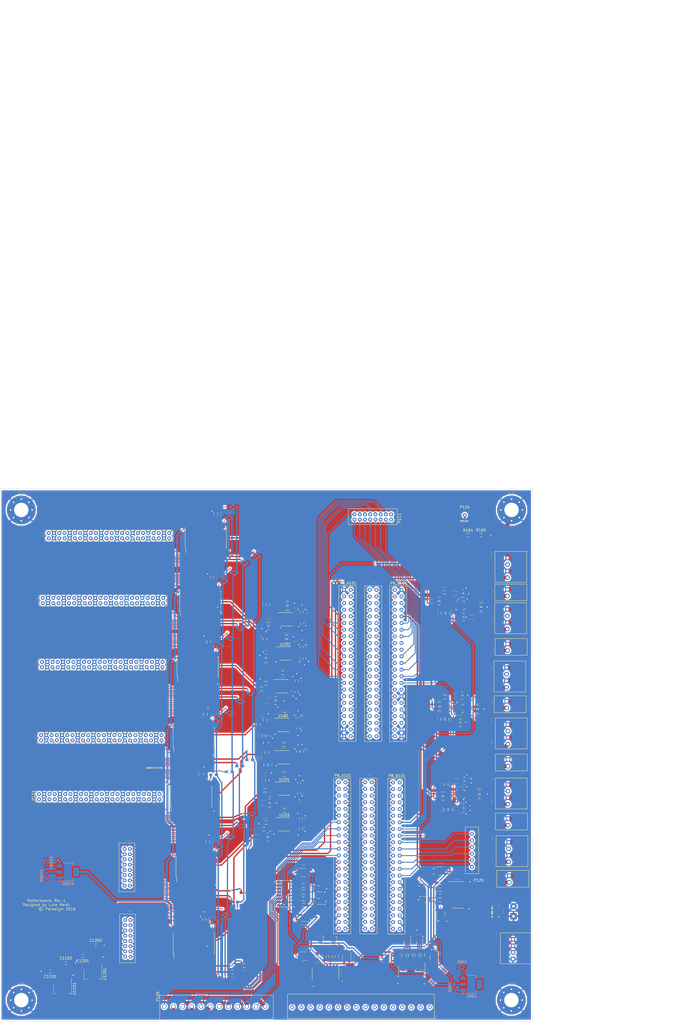
<source format=kicad_pcb>
(kicad_pcb (version 4) (host pcbnew 4.0.4-stable)
  (title_block (title Motherboard) (date 2016-12-25) (rev A) (company Openloop))
  (layers (0 F.Cu signal) (31 B.Cu signal) (34 B.Paste user) (35 F.Paste user) (36 B.SilkS user) (37 F.SilkS user) (38 B.Mask user) (39 F.Mask user) (44 Edge.Cuts user))
  (net 0 "")
  (net 1 GND)
  (net 2 "Net-(C103-Pad2)")
  (net 3 "Net-(C104-Pad2)")
  (net 4 "Net-(C105-Pad2)")
  (net 5 "Net-(C106-Pad2)")
  (net 6 +5V)
  (net 7 "Net-(C108-Pad2)")
  (net 8 "Net-(C109-Pad2)")
  (net 9 "Net-(C111-Pad2)")
  (net 10 "Net-(C113-Pad2)")
  (net 11 "Net-(C116-Pad2)")
  (net 12 "Net-(C117-Pad2)")
  (net 13 "Net-(C118-Pad2)")
  (net 14 "Net-(C119-Pad2)")
  (net 15 "Net-(C120-Pad2)")
  (net 16 "Net-(C121-Pad2)")
  (net 17 "Net-(C301-Pad1)")
  (net 18 "Net-(C3901-Pad1)")
  (net 19 "Net-(C4001-Pad1)")
  (net 20 /DAC0/OUTA)
  (net 21 /DAC0/OUTB)
  (net 22 /DAC1/OUTA)
  (net 23 /DAC1/OUTB)
  (net 24 /DAC2/OUTA)
  (net 25 /DAC2/OUTB)
  (net 26 /Opto_2/Vout_0)
  (net 27 /Opto_2/Vout_1)
  (net 28 /Opto_2/Vout_2)
  (net 29 /Opto_2/Vout_3)
  (net 30 /Opto_3/Vout_0)
  (net 31 /Opto_3/Vout_1)
  (net 32 /Opto_3/Vout_2)
  (net 33 /Opto_3/Vout_3)
  (net 34 /Opto_1/Vout_3)
  (net 35 /Opto_1/Vout_2)
  (net 36 /Opto_1/Vout_1)
  (net 37 /Opto_1/Vout_0)
  (net 38 /Opto_0/Vout_3)
  (net 39 /Opto_0/Vout_2)
  (net 40 /Opto_0/Vout_1)
  (net 41 /Opto_0/Vout_0)
  (net 42 /Opto_1/GPIO_3)
  (net 43 /Opto_1/GPIO_2)
  (net 44 /Opto_1/GPIO_0)
  (net 45 /Opto_1/GPIO_1)
  (net 46 /Opto_0/GPIO_3)
  (net 47 /Opto_0/GPIO_2)
  (net 48 /Opto_0/GPIO_0)
  (net 49 /Opto_0/GPIO_1)
  (net 50 /S3)
  (net 51 /S2)
  (net 52 /S0)
  (net 53 /Opto_3/GPIO_3)
  (net 54 /Opto_3/GPIO_2)
  (net 55 /Opto_3/GPIO_0)
  (net 56 /Opto_3/GPIO_1)
  (net 57 /Opto_2/GPIO_3)
  (net 58 /Opto_2/GPIO_2)
  (net 59 /Opto_2/GPIO_0)
  (net 60 /Opto_2/GPIO_1)
  (net 61 /S1)
  (net 62 /SCLK)
  (net 63 /SYS_RESET)
  (net 64 /DI)
  (net 65 "Net-(R101-Pad2)")
  (net 66 "Net-(R103-Pad2)")
  (net 67 "Net-(R104-Pad2)")
  (net 68 "Net-(R107-Pad2)")
  (net 69 "Net-(R108-Pad2)")
  (net 70 "Net-(R109-Pad2)")
  (net 71 "Net-(R111-Pad2)")
  (net 72 "Net-(R112-Pad2)")
  (net 73 "Net-(R113-Pad2)")
  (net 74 "Net-(R114-Pad2)")
  (net 75 "Net-(R115-Pad2)")
  (net 76 "Net-(R116-Pad2)")
  (net 77 "Net-(R117-Pad2)")
  (net 78 "Net-(R118-Pad2)")
  (net 79 "Net-(R119-Pad2)")
  (net 80 "Net-(R121-Pad2)")
  (net 81 "Net-(R122-Pad2)")
  (net 82 "Net-(R124-Pad2)")
  (net 83 "Net-(R125-Pad2)")
  (net 84 "Net-(R126-Pad2)")
  (net 85 "Net-(R127-Pad2)")
  (net 86 "Net-(R128-Pad2)")
  (net 87 "Net-(R131-Pad2)")
  (net 88 "Net-(R132-Pad2)")
  (net 89 "Net-(R133-Pad2)")
  (net 90 "Net-(R134-Pad2)")
  (net 91 "Net-(R139-Pad2)")
  (net 92 "Net-(R142-Pad2)")
  (net 93 "Net-(R143-Pad2)")
  (net 94 "Net-(R144-Pad2)")
  (net 95 "Net-(R145-Pad2)")
  (net 96 "Net-(R146-Pad2)")
  (net 97 "Net-(R147-Pad2)")
  (net 98 "Net-(R148-Pad2)")
  (net 99 "Net-(R149-Pad2)")
  (net 100 "Net-(R150-Pad2)")
  (net 101 "Net-(R151-Pad2)")
  (net 102 "Net-(R152-Pad2)")
  (net 103 "Net-(R153-Pad2)")
  (net 104 "Net-(R154-Pad2)")
  (net 105 "Net-(R155-Pad2)")
  (net 106 "Net-(R156-Pad2)")
  (net 107 "Net-(R157-Pad2)")
  (net 108 "Net-(R158-Pad2)")
  (net 109 "Net-(R159-Pad2)")
  (net 110 "Net-(R160-Pad2)")
  (net 111 "Net-(R161-Pad2)")
  (net 112 "Net-(R162-Pad2)")
  (net 113 "Net-(R163-Pad2)")
  (net 114 "Net-(R301-Pad2)")
  (net 115 "Net-(R302-Pad2)")
  (net 116 "Net-(R306-Pad2)")
  (net 117 "Net-(R307-Pad2)")
  (net 118 "Net-(R3901-Pad2)")
  (net 119 "Net-(R3902-Pad2)")
  (net 120 "Net-(R3906-Pad2)")
  (net 121 "Net-(R3907-Pad2)")
  (net 122 "Net-(R4001-Pad2)")
  (net 123 "Net-(R4002-Pad2)")
  (net 124 "Net-(R4006-Pad2)")
  (net 125 "Net-(R4007-Pad2)")
  (net 126 "Net-(R4201-Pad1)")
  (net 127 "Net-(R4201-Pad2)")
  (net 128 "Net-(R4202-Pad1)")
  (net 129 "Net-(R4202-Pad2)")
  (net 130 "Net-(R4203-Pad1)")
  (net 131 "Net-(R4203-Pad2)")
  (net 132 "Net-(R4204-Pad1)")
  (net 133 "Net-(R4204-Pad2)")
  (net 134 "Net-(R4301-Pad1)")
  (net 135 "Net-(R4301-Pad2)")
  (net 136 "Net-(R4302-Pad1)")
  (net 137 "Net-(R4302-Pad2)")
  (net 138 "Net-(R4303-Pad1)")
  (net 139 "Net-(R4303-Pad2)")
  (net 140 "Net-(R4304-Pad1)")
  (net 141 "Net-(R4304-Pad2)")
  (net 142 "Net-(R4401-Pad1)")
  (net 143 "Net-(R4401-Pad2)")
  (net 144 "Net-(R4402-Pad1)")
  (net 145 "Net-(R4402-Pad2)")
  (net 146 "Net-(R4403-Pad1)")
  (net 147 "Net-(R4403-Pad2)")
  (net 148 "Net-(R4404-Pad1)")
  (net 149 "Net-(R4404-Pad2)")
  (net 150 "Net-(R4501-Pad1)")
  (net 151 "Net-(R4501-Pad2)")
  (net 152 "Net-(R4502-Pad1)")
  (net 153 "Net-(R4502-Pad2)")
  (net 154 "Net-(R4503-Pad1)")
  (net 155 "Net-(R4503-Pad2)")
  (net 156 "Net-(R4504-Pad1)")
  (net 157 "Net-(R4504-Pad2)")
  (net 158 3.3V)
  (net 159 "Net-(U4201-Pad4)")
  (net 160 "Net-(U4204-Pad6)")
  (net 161 "Net-(U4301-Pad4)")
  (net 162 "Net-(U4304-Pad6)")
  (net 163 "Net-(U4401-Pad4)")
  (net 164 "Net-(U4404-Pad6)")
  (net 165 "Net-(U4501-Pad4)")
  (net 166 "Net-(U4504-Pad6)")
  (net 167 "Net-(P8-Pad1)")
  (net 168 "Net-(P8-Pad2)")
  (net 169 "Net-(P8-Pad3)")
  (net 170 "Net-(P8-Pad4)")
  (net 171 "Net-(P8-Pad5)")
  (net 172 "Net-(P8-Pad6)")
  (net 173 "Net-(P8-Pad7)")
  (net 174 "Net-(P8-Pad8)")
  (net 175 "Net-(P8-Pad9)")
  (net 176 "Net-(P8-Pad10)")
  (net 177 "Net-(P8-Pad11)")
  (net 178 "Net-(P8-Pad12)")
  (net 179 "Net-(P8-Pad13)")
  (net 180 "Net-(P8-Pad14)")
  (net 181 "Net-(P8-Pad15)")
  (net 182 "Net-(P8-Pad16)")
  (net 183 "Net-(P8-Pad17)")
  (net 184 "Net-(P8-Pad18)")
  (net 185 "Net-(P8-Pad19)")
  (net 186 "Net-(P8-Pad20)")
  (net 187 "Net-(P8-Pad21)")
  (net 188 "Net-(P8-Pad22)")
  (net 189 "Net-(P8-Pad23)")
  (net 190 "Net-(P8-Pad24)")
  (net 191 "Net-(P8-Pad25)")
  (net 192 "Net-(P8-Pad26)")
  (net 193 "Net-(P8-Pad27)")
  (net 194 "Net-(P8-Pad28)")
  (net 195 "Net-(P8-Pad29)")
  (net 196 "Net-(P8-Pad30)")
  (net 197 "Net-(P8-Pad31)")
  (net 198 "Net-(P8-Pad32)")
  (net 199 "Net-(P8-Pad33)")
  (net 200 "Net-(P8-Pad34)")
  (net 201 "Net-(P8-Pad35)")
  (net 202 "Net-(P8-Pad36)")
  (net 203 "Net-(P8-Pad37)")
  (net 204 "Net-(P8-Pad38)")
  (net 205 "Net-(P8-Pad39)")
  (net 206 "Net-(P8-Pad40)")
  (net 207 "Net-(P8-Pad41)")
  (net 208 "Net-(P8-Pad42)")
  (net 209 "Net-(P8-Pad43)")
  (net 210 "Net-(P8-Pad44)")
  (net 211 "Net-(P8-Pad45)")
  (net 212 "Net-(P8-Pad46)")
  (net 213 "Net-(P9-Pad1)")
  (net 214 "Net-(P9-Pad2)")
  (net 215 "Net-(P9-Pad3)")
  (net 216 "Net-(P9-Pad4)")
  (net 217 "Net-(P9-Pad5)")
  (net 218 "Net-(P9-Pad6)")
  (net 219 "Net-(P9-Pad7)")
  (net 220 "Net-(P9-Pad8)")
  (net 221 "Net-(P9-Pad9)")
  (net 222 "Net-(P9-Pad10)")
  (net 223 "Net-(P9-Pad11)")
  (net 224 "Net-(P9-Pad12)")
  (net 225 "Net-(P9-Pad13)")
  (net 226 "Net-(P9-Pad14)")
  (net 227 "Net-(P9-Pad15)")
  (net 228 "Net-(P9-Pad16)")
  (net 229 "Net-(P9-Pad17)")
  (net 230 "Net-(P9-Pad18)")
  (net 231 "Net-(P9-Pad19)")
  (net 232 "Net-(P9-Pad20)")
  (net 233 "Net-(P9-Pad21)")
  (net 234 "Net-(P9-Pad22)")
  (net 235 "Net-(P9-Pad23)")
  (net 236 "Net-(P9-Pad24)")
  (net 237 "Net-(P9-Pad25)")
  (net 238 "Net-(P9-Pad26)")
  (net 239 "Net-(P9-Pad27)")
  (net 240 "Net-(P9-Pad28)")
  (net 241 "Net-(P9-Pad29)")
  (net 242 "Net-(P9-Pad30)")
  (net 243 "Net-(P9-Pad31)")
  (net 244 "Net-(P9-Pad32)")
  (net 245 "Net-(P9-Pad33)")
  (net 246 "Net-(P9-Pad34)")
  (net 247 "Net-(P9-Pad35)")
  (net 248 "Net-(P9-Pad36)")
  (net 249 "Net-(P9-Pad37)")
  (net 250 "Net-(P9-Pad38)")
  (net 251 "Net-(P9-Pad39)")
  (net 252 "Net-(P9-Pad40)")
  (net 253 "Net-(P9-Pad41)")
  (net 254 "Net-(P9-Pad42)")
  (net 255 "Net-(P9-Pad43)")
  (net 256 "Net-(P9-Pad44)")
  (net 257 "Net-(P9-Pad45)")
  (net 258 "Net-(P9-Pad46)")
  (net 259 "Net-(P103-Pad1)")
  (net 260 "Net-(P103-Pad2)")
  (net 261 "Net-(P103-Pad3)")
  (net 262 "Net-(P103-Pad4)")
  (net 263 "Net-(P103-Pad5)")
  (net 264 "Net-(P103-Pad6)")
  (net 265 "Net-(P103-Pad7)")
  (net 266 "Net-(P103-Pad8)")
  (net 267 "Net-(P103-Pad9)")
  (net 268 "Net-(P103-Pad10)")
  (net 269 "Net-(P103-Pad11)")
  (net 270 "Net-(P103-Pad12)")
  (net 271 "Net-(P103-Pad13)")
  (net 272 "Net-(P103-Pad14)")
  (net 273 "Net-(P103-Pad15)")
  (net 274 "Net-(P103-Pad16)")
  (net 275 "Net-(P104-Pad1)")
  (net 276 "Net-(P104-Pad2)")
  (net 277 "Net-(P104-Pad3)")
  (net 278 "Net-(P104-Pad4)")
  (net 279 "Net-(P104-Pad5)")
  (net 280 "Net-(P104-Pad6)")
  (net 281 "Net-(P104-Pad7)")
  (net 282 "Net-(P104-Pad8)")
  (net 283 "Net-(P104-Pad9)")
  (net 284 "Net-(P104-Pad10)")
  (net 285 "Net-(P104-Pad11)")
  (net 286 "Net-(P104-Pad12)")
  (net 287 "Net-(P104-Pad13)")
  (net 288 "Net-(P104-Pad14)")
  (net 289 "Net-(P104-Pad15)")
  (net 290 "Net-(P104-Pad16)")
  (net 291 "Net-(P105-Pad1)")
  (net 292 "Net-(P105-Pad14)")
  (net 293 "Net-(P105-Pad5)")
  (net 294 "Net-(P105-Pad6)")
  (net 295 "Net-(P105-Pad11)")
  (net 296 "Net-(P105-Pad12)")
  (net 297 "Net-(P105-Pad17)")
  (net 298 "Net-(P105-Pad18)")
  (net 299 "Net-(P105-Pad23)")
  (net 300 "Net-(P105-Pad24)")
  (net 301 "Net-(P105-Pad29)")
  (net 302 "Net-(P105-Pad30)")
  (net 303 "Net-(P105-Pad35)")
  (net 304 "Net-(P105-Pad36)")
  (net 305 "Net-(P105-Pad41)")
  (net 306 "Net-(P105-Pad42)")
  (net 307 "Net-(P105-Pad47)")
  (net 308 "Net-(P105-Pad48)")
  (net 309 "Net-(P118-Pad1)")
  (net 310 "Net-(P118-Pad14)")
  (net 311 "Net-(P118-Pad5)")
  (net 312 "Net-(P118-Pad6)")
  (net 313 "Net-(P118-Pad11)")
  (net 314 "Net-(P118-Pad12)")
  (net 315 "Net-(P118-Pad17)")
  (net 316 "Net-(P118-Pad18)")
  (net 317 "Net-(P118-Pad23)")
  (net 318 "Net-(P118-Pad24)")
  (net 319 "Net-(P118-Pad29)")
  (net 320 "Net-(P118-Pad30)")
  (net 321 "Net-(P118-Pad35)")
  (net 322 "Net-(P118-Pad36)")
  (net 323 "Net-(P118-Pad41)")
  (net 324 "Net-(P118-Pad42)")
  (net 325 "Net-(P118-Pad47)")
  (net 326 "Net-(P118-Pad48)")
  (net 327 GNDA)
  (net 328 "Net-(P121-Pad1)")
  (net 329 "Net-(P121-Pad14)")
  (net 330 "Net-(P121-Pad5)")
  (net 331 "Net-(P121-Pad6)")
  (net 332 "Net-(P121-Pad11)")
  (net 333 "Net-(P121-Pad12)")
  (net 334 "Net-(P121-Pad17)")
  (net 335 "Net-(P121-Pad18)")
  (net 336 "Net-(P121-Pad23)")
  (net 337 "Net-(P121-Pad24)")
  (net 338 "Net-(P121-Pad29)")
  (net 339 "Net-(P121-Pad30)")
  (net 340 "Net-(P121-Pad35)")
  (net 341 "Net-(P121-Pad36)")
  (net 342 "Net-(P121-Pad41)")
  (net 343 "Net-(P121-Pad42)")
  (net 344 "Net-(P121-Pad47)")
  (net 345 "Net-(P121-Pad48)")
  (net 346 "Net-(P122-Pad1)")
  (net 347 "Net-(P122-Pad14)")
  (net 348 "Net-(P122-Pad5)")
  (net 349 "Net-(P122-Pad6)")
  (net 350 "Net-(P122-Pad11)")
  (net 351 "Net-(P122-Pad12)")
  (net 352 "Net-(P122-Pad17)")
  (net 353 "Net-(P122-Pad18)")
  (net 354 "Net-(P122-Pad23)")
  (net 355 "Net-(P122-Pad24)")
  (net 356 "Net-(P122-Pad29)")
  (net 357 "Net-(P122-Pad30)")
  (net 358 "Net-(P122-Pad35)")
  (net 359 "Net-(P122-Pad36)")
  (net 360 "Net-(P122-Pad41)")
  (net 361 "Net-(P122-Pad42)")
  (net 362 "Net-(P122-Pad47)")
  (net 363 "Net-(P122-Pad48)")
  (net 364 "Net-(P123-Pad1)")
  (net 365 "Net-(P123-Pad14)")
  (net 366 "Net-(P123-Pad5)")
  (net 367 "Net-(P123-Pad6)")
  (net 368 "Net-(P123-Pad11)")
  (net 369 "Net-(P123-Pad12)")
  (net 370 "Net-(P123-Pad17)")
  (net 371 "Net-(P123-Pad18)")
  (net 372 "Net-(P123-Pad23)")
  (net 373 "Net-(P123-Pad24)")
  (net 374 "Net-(P123-Pad29)")
  (net 375 "Net-(P123-Pad30)")
  (net 376 "Net-(P123-Pad35)")
  (net 377 "Net-(P123-Pad36)")
  (net 378 "Net-(P123-Pad41)")
  (net 379 "Net-(P123-Pad42)")
  (net 380 "Net-(P123-Pad47)")
  (net 381 "Net-(P123-Pad48)")
  (net 382 /+24V)
  (net 383 /D0)
  (net 384 "Net-(P111-Pad3)")
  (net 385 "Net-(P111-Pad5)")
  (net 386 "Net-(P111-Pad7)")
  (net 387 "Net-(P111-Pad9)")
  (net 388 "Net-(P111-Pad11)")
  (net 389 "Net-(P111-Pad4)")
  (net 390 "Net-(P111-Pad6)")
  (net 391 "Net-(P111-Pad8)")
  (net 392 "Net-(P111-Pad10)")
  (net 393 "Net-(P111-Pad12)")
  (net 394 "Net-(P111-Pad14)")
  (net 395 "Net-(P111-Pad13)")
  (net 396 "Net-(P111-Pad15)")
  (net 397 "Net-(P111-Pad16)")
  (net 398 /CS_2)
  (net 399 /CS_1)
  (net 400 /CS_0)
  (net 401 /4V)
  (net 402 "Net-(P124-Pad1)")
  (net 403 "Net-(P125-Pad1)")
  (net 404 "Net-(P125-Pad2)")
  (net 405 "Net-(P125-Pad3)")
  (net 406 "Net-(P125-Pad4)")
  (net 407 "Net-(P125-Pad5)")
  (net 408 "Net-(P125-Pad6)")
  (net 409 /Reg0/1/2_Sharp_VIO)
  (net 410 /0-2)
  (net 411 /3-5)
  (net 412 /SHARP_0)
  (net 413 /SHARP_1)
  (net 414 /SHARP_2)
  (net 415 /SHARP_3)
  (net 416 /SHARP_4)
  (net 417 /SHARP_5)
  (net 418 "Net-(P9_A101-Pad9)")
  (module Resistors_SMD:R_0603_HandSoldering (layer B.Cu) (at 134.34314 59.3598 180)
    (fp_text reference R150 (at 0 1.9 180) (layer B.SilkS) (effects (font (size 0.5 0.5) (thickness 0.025)) (justify mirror)))
    (fp_text value 0)
    (pad 1 smd rect (at -1.1 0 180) (size 1.2 0.9) (layers B.Cu B.Paste B.Mask) (net 52 /S0))
    (pad 2 smd rect (at 1.1 0 180) (size 1.2 0.9) (layers B.Cu B.Paste B.Mask) (net 100 "Net-(R150-Pad2)"))
  )
  (module Housings_SOIC:SOIC-24W_7.5x15.4mm_Pitch1.27mm (layer F.Cu) (at 119.60098 49.77638 90)
    (fp_text reference U2 (at 0 -8.8 90) (layer F.SilkS) (effects (font (size 0.5 0.5) (thickness 0.025))))
    (fp_text value CD74HC4067)
    (pad 1 smd rect (at -4.7 -6.985 90) (size 2 0.6) (layers F.Cu F.Paste F.Mask) (net 91 "Net-(R139-Pad2)"))
    (pad 2 smd rect (at -4.7 -5.715 90) (size 2 0.6) (layers F.Cu F.Paste F.Mask) (net 307 "Net-(P105-Pad47)"))
    (pad 3 smd rect (at -4.7 -4.445 90) (size 2 0.6) (layers F.Cu F.Paste F.Mask) (net 305 "Net-(P105-Pad41)"))
    (pad 4 smd rect (at -4.7 -3.175 90) (size 2 0.6) (layers F.Cu F.Paste F.Mask) (net 303 "Net-(P105-Pad35)"))
    (pad 5 smd rect (at -4.7 -1.905 90) (size 2 0.6) (layers F.Cu F.Paste F.Mask) (net 301 "Net-(P105-Pad29)"))
    (pad 6 smd rect (at -4.7 -0.635 90) (size 2 0.6) (layers F.Cu F.Paste F.Mask) (net 299 "Net-(P105-Pad23)"))
    (pad 7 smd rect (at -4.7 0.635 90) (size 2 0.6) (layers F.Cu F.Paste F.Mask) (net 297 "Net-(P105-Pad17)"))
    (pad 8 smd rect (at -4.7 1.905 90) (size 2 0.6) (layers F.Cu F.Paste F.Mask) (net 295 "Net-(P105-Pad11)"))
    (pad 9 smd rect (at -4.7 3.175 90) (size 2 0.6) (layers F.Cu F.Paste F.Mask) (net 293 "Net-(P105-Pad5)"))
    (pad 10 smd rect (at -4.7 4.445 90) (size 2 0.6) (layers F.Cu F.Paste F.Mask) (net 100 "Net-(R150-Pad2)"))
    (pad 11 smd rect (at -4.7 5.715 90) (size 2 0.6) (layers F.Cu F.Paste F.Mask) (net 102 "Net-(R152-Pad2)"))
    (pad 12 smd rect (at -4.7 6.985 90) (size 2 0.6) (layers F.Cu F.Paste F.Mask) (net 1 GND))
    (pad 13 smd rect (at 4.7 6.985 90) (size 2 0.6) (layers F.Cu F.Paste F.Mask) (net 107 "Net-(R157-Pad2)"))
    (pad 14 smd rect (at 4.7 5.715 90) (size 2 0.6) (layers F.Cu F.Paste F.Mask) (net 104 "Net-(R154-Pad2)"))
    (pad 15 smd rect (at 4.7 4.445 90) (size 2 0.6) (layers F.Cu F.Paste F.Mask) (net 94 "Net-(R144-Pad2)"))
    (pad 16 smd rect (at 4.7 3.175 90) (size 2 0.6) (layers F.Cu F.Paste F.Mask) (net 294 "Net-(P105-Pad6)"))
    (pad 17 smd rect (at 4.7 1.905 90) (size 2 0.6) (layers F.Cu F.Paste F.Mask) (net 296 "Net-(P105-Pad12)"))
    (pad 18 smd rect (at 4.7 0.635 90) (size 2 0.6) (layers F.Cu F.Paste F.Mask) (net 298 "Net-(P105-Pad18)"))
    (pad 19 smd rect (at 4.7 -0.635 90) (size 2 0.6) (layers F.Cu F.Paste F.Mask) (net 300 "Net-(P105-Pad24)"))
    (pad 20 smd rect (at 4.7 -1.905 90) (size 2 0.6) (layers F.Cu F.Paste F.Mask) (net 302 "Net-(P105-Pad30)"))
    (pad 21 smd rect (at 4.7 -3.175 90) (size 2 0.6) (layers F.Cu F.Paste F.Mask) (net 304 "Net-(P105-Pad36)"))
    (pad 22 smd rect (at 4.7 -4.445 90) (size 2 0.6) (layers F.Cu F.Paste F.Mask) (net 306 "Net-(P105-Pad42)"))
    (pad 23 smd rect (at 4.7 -5.715 90) (size 2 0.6) (layers F.Cu F.Paste F.Mask) (net 308 "Net-(P105-Pad48)"))
    (pad 24 smd rect (at 4.7 -6.985 90) (size 2 0.6) (layers F.Cu F.Paste F.Mask) (net 401 /4V))
  )
  (module Resistors_SMD:R_0603_HandSoldering (layer F.Cu) (at 119.507 117.09146 270)
    (fp_text reference R107 (at 0.07112 1.27508 270) (layer F.SilkS) (effects (font (size 0.5 0.5) (thickness 0.025))))
    (fp_text value 0)
    (pad 1 smd rect (at -1.1 0 270) (size 1.2 0.9) (layers F.Cu F.Paste F.Mask) (net 1 GND))
    (pad 2 smd rect (at 1.1 0 270) (size 1.2 0.9) (layers F.Cu F.Paste F.Mask) (net 68 "Net-(R107-Pad2)"))
  )
  (module Resistors_SMD:R_0603_HandSoldering (layer B.Cu) (at 132.5753 136.8806 180)
    (fp_text reference R109 (at -3.4798 0.03556 180) (layer B.SilkS) (effects (font (size 0.5 0.5) (thickness 0.025)) (justify mirror)))
    (fp_text value 0)
    (pad 1 smd rect (at -1.1 0 180) (size 1.2 0.9) (layers B.Cu B.Paste B.Mask) (net 52 /S0))
    (pad 2 smd rect (at 1.1 0 180) (size 1.2 0.9) (layers B.Cu B.Paste B.Mask) (net 70 "Net-(R109-Pad2)"))
  )
  (module Resistors_SMD:R_0603_HandSoldering (layer B.Cu) (at 136.37514 134.47776 180)
    (fp_text reference R111 (at -3.12928 0.07112 180) (layer B.SilkS) (effects (font (size 0.5 0.5) (thickness 0.025)) (justify mirror)))
    (fp_text value 0)
    (pad 1 smd rect (at -1.1 0 180) (size 1.2 0.9) (layers B.Cu B.Paste B.Mask) (net 61 /S1))
    (pad 2 smd rect (at 1.1 0 180) (size 1.2 0.9) (layers B.Cu B.Paste B.Mask) (net 71 "Net-(R111-Pad2)"))
  )
  (module Resistors_SMD:R_0603_HandSoldering (layer B.Cu) (at 128.62814 116.52504 180)
    (fp_text reference R113 (at -0.03556 -1.35128 180) (layer B.SilkS) (effects (font (size 0.5 0.5) (thickness 0.025)) (justify mirror)))
    (fp_text value 0)
    (pad 1 smd rect (at -1.1 0 180) (size 1.2 0.9) (layers B.Cu B.Paste B.Mask) (net 51 /S2))
    (pad 2 smd rect (at 1.1 0 180) (size 1.2 0.9) (layers B.Cu B.Paste B.Mask) (net 73 "Net-(R113-Pad2)"))
  )
  (module Resistors_SMD:R_0603_HandSoldering (layer B.Cu) (at 124.59208 118.72722 180)
    (fp_text reference R115 (at 0 1.9 180) (layer B.SilkS) (effects (font (size 0.5 0.5) (thickness 0.025)) (justify mirror)))
    (fp_text value 0)
    (pad 1 smd rect (at -1.1 0 180) (size 1.2 0.9) (layers B.Cu B.Paste B.Mask) (net 50 /S3))
    (pad 2 smd rect (at 1.1 0 180) (size 1.2 0.9) (layers B.Cu B.Paste B.Mask) (net 75 "Net-(R115-Pad2)"))
  )
  (module Housings_SOIC:SOIC-24W_7.5x15.4mm_Pitch1.27mm (layer F.Cu) (at 115.02644 126.0475 90)
    (fp_text reference U5 (at 0 -8.8 90) (layer F.SilkS) (effects (font (size 0.5 0.5) (thickness 0.025))))
    (fp_text value CD74HC4067)
    (pad 1 smd rect (at -4.7 -6.985 90) (size 2 0.6) (layers F.Cu F.Paste F.Mask) (net 67 "Net-(R104-Pad2)"))
    (pad 2 smd rect (at -4.7 -5.715 90) (size 2 0.6) (layers F.Cu F.Paste F.Mask) (net 362 "Net-(P122-Pad47)"))
    (pad 3 smd rect (at -4.7 -4.445 90) (size 2 0.6) (layers F.Cu F.Paste F.Mask) (net 360 "Net-(P122-Pad41)"))
    (pad 4 smd rect (at -4.7 -3.175 90) (size 2 0.6) (layers F.Cu F.Paste F.Mask) (net 358 "Net-(P122-Pad35)"))
    (pad 5 smd rect (at -4.7 -1.905 90) (size 2 0.6) (layers F.Cu F.Paste F.Mask) (net 356 "Net-(P122-Pad29)"))
    (pad 6 smd rect (at -4.7 -0.635 90) (size 2 0.6) (layers F.Cu F.Paste F.Mask) (net 354 "Net-(P122-Pad23)"))
    (pad 7 smd rect (at -4.7 0.635 90) (size 2 0.6) (layers F.Cu F.Paste F.Mask) (net 352 "Net-(P122-Pad17)"))
    (pad 8 smd rect (at -4.7 1.905 90) (size 2 0.6) (layers F.Cu F.Paste F.Mask) (net 350 "Net-(P122-Pad11)"))
    (pad 9 smd rect (at -4.7 3.175 90) (size 2 0.6) (layers F.Cu F.Paste F.Mask) (net 348 "Net-(P122-Pad5)"))
    (pad 10 smd rect (at -4.7 4.445 90) (size 2 0.6) (layers F.Cu F.Paste F.Mask) (net 70 "Net-(R109-Pad2)"))
    (pad 11 smd rect (at -4.7 5.715 90) (size 2 0.6) (layers F.Cu F.Paste F.Mask) (net 71 "Net-(R111-Pad2)"))
    (pad 12 smd rect (at -4.7 6.985 90) (size 2 0.6) (layers F.Cu F.Paste F.Mask) (net 1 GND))
    (pad 13 smd rect (at 4.7 6.985 90) (size 2 0.6) (layers F.Cu F.Paste F.Mask) (net 75 "Net-(R115-Pad2)"))
    (pad 14 smd rect (at 4.7 5.715 90) (size 2 0.6) (layers F.Cu F.Paste F.Mask) (net 73 "Net-(R113-Pad2)"))
    (pad 15 smd rect (at 4.7 4.445 90) (size 2 0.6) (layers F.Cu F.Paste F.Mask) (net 68 "Net-(R107-Pad2)"))
    (pad 16 smd rect (at 4.7 3.175 90) (size 2 0.6) (layers F.Cu F.Paste F.Mask) (net 349 "Net-(P122-Pad6)"))
    (pad 17 smd rect (at 4.7 1.905 90) (size 2 0.6) (layers F.Cu F.Paste F.Mask) (net 351 "Net-(P122-Pad12)"))
    (pad 18 smd rect (at 4.7 0.635 90) (size 2 0.6) (layers F.Cu F.Paste F.Mask) (net 353 "Net-(P122-Pad18)"))
    (pad 19 smd rect (at 4.7 -0.635 90) (size 2 0.6) (layers F.Cu F.Paste F.Mask) (net 355 "Net-(P122-Pad24)"))
    (pad 20 smd rect (at 4.7 -1.905 90) (size 2 0.6) (layers F.Cu F.Paste F.Mask) (net 357 "Net-(P122-Pad30)"))
    (pad 21 smd rect (at 4.7 -3.175 90) (size 2 0.6) (layers F.Cu F.Paste F.Mask) (net 359 "Net-(P122-Pad36)"))
    (pad 22 smd rect (at 4.7 -4.445 90) (size 2 0.6) (layers F.Cu F.Paste F.Mask) (net 361 "Net-(P122-Pad42)"))
    (pad 23 smd rect (at 4.7 -5.715 90) (size 2 0.6) (layers F.Cu F.Paste F.Mask) (net 363 "Net-(P122-Pad48)"))
    (pad 24 smd rect (at 4.7 -6.985 90) (size 2 0.6) (layers F.Cu F.Paste F.Mask) (net 401 /4V))
  )
  (module moboFootprints:02x48pin_2x2mm_Amphenol_header (layer F.Cu) (at 56.71312 127.05842 90)
    (fp_text reference P122 (at 1.397 -2.159 90) (layer F.SilkS) (effects (font (size 0.5 0.5) (thickness 0.025))))
    (fp_text value CONN_02X24 hide)
    (pad 1 thru_hole circle (at 0 0 90) (size 1.524 1.524) (drill 0.7) (layers *.Cu *.Mask) (net 346 "Net-(P122-Pad1)"))
    (pad 2 thru_hole circle (at 2 0 90) (size 1.524 1.524) (drill 0.7) (layers *.Cu *.Mask) (net 347 "Net-(P122-Pad14)"))
    (pad 3 thru_hole circle (at 0.0066 2 270) (size 1.524 1.524) (drill 0.7) (layers *.Cu *.Mask) (net 1 GND))
    (pad 4 thru_hole circle (at 2.0066 2 270) (size 1.524 1.524) (drill 0.7) (layers *.Cu *.Mask) (net 1 GND))
    (pad 5 thru_hole circle (at 0 4 90) (size 1.524 1.524) (drill 0.7) (layers *.Cu *.Mask) (net 348 "Net-(P122-Pad5)"))
    (pad 6 thru_hole circle (at 2 4 90) (size 1.524 1.524) (drill 0.7) (layers *.Cu *.Mask) (net 349 "Net-(P122-Pad6)"))
    (pad 7 thru_hole circle (at 0.0066 6 270) (size 1.524 1.524) (drill 0.7) (layers *.Cu *.Mask) (net 346 "Net-(P122-Pad1)"))
    (pad 8 thru_hole circle (at 2.0066 6 270) (size 1.524 1.524) (drill 0.7) (layers *.Cu *.Mask) (net 347 "Net-(P122-Pad14)"))
    (pad 9 thru_hole circle (at 0 8 90) (size 1.524 1.524) (drill 0.7) (layers *.Cu *.Mask) (net 1 GND))
    (pad 10 thru_hole circle (at 2 8 90) (size 1.524 1.524) (drill 0.7) (layers *.Cu *.Mask) (net 1 GND))
    (pad 11 thru_hole circle (at 0.0066 10 270) (size 1.524 1.524) (drill 0.7) (layers *.Cu *.Mask) (net 350 "Net-(P122-Pad11)"))
    (pad 12 thru_hole circle (at 2.0066 10 270) (size 1.524 1.524) (drill 0.7) (layers *.Cu *.Mask) (net 351 "Net-(P122-Pad12)"))
    (pad 13 thru_hole circle (at 0 12 90) (size 1.524 1.524) (drill 0.7) (layers *.Cu *.Mask) (net 346 "Net-(P122-Pad1)"))
    (pad 14 thru_hole circle (at 2 12 90) (size 1.524 1.524) (drill 0.7) (layers *.Cu *.Mask) (net 347 "Net-(P122-Pad14)"))
    (pad 15 thru_hole circle (at 0.0066 14 270) (size 1.524 1.524) (drill 0.7) (layers *.Cu *.Mask) (net 1 GND))
    (pad 16 thru_hole circle (at 2.0066 14 270) (size 1.524 1.524) (drill 0.7) (layers *.Cu *.Mask) (net 1 GND))
    (pad 17 thru_hole circle (at 0 16 90) (size 1.524 1.524) (drill 0.7) (layers *.Cu *.Mask) (net 352 "Net-(P122-Pad17)"))
    (pad 18 thru_hole circle (at 2 16 90) (size 1.524 1.524) (drill 0.7) (layers *.Cu *.Mask) (net 353 "Net-(P122-Pad18)"))
    (pad 19 thru_hole circle (at 0.0066 18 270) (size 1.524 1.524) (drill 0.7) (layers *.Cu *.Mask) (net 346 "Net-(P122-Pad1)"))
    (pad 20 thru_hole circle (at 2.0066 18 270) (size 1.524 1.524) (drill 0.7) (layers *.Cu *.Mask) (net 347 "Net-(P122-Pad14)"))
    (pad 21 thru_hole circle (at 0 20 90) (size 1.524 1.524) (drill 0.7) (layers *.Cu *.Mask) (net 1 GND))
    (pad 22 thru_hole circle (at 2 20 90) (size 1.524 1.524) (drill 0.7) (layers *.Cu *.Mask) (net 1 GND))
    (pad 23 thru_hole circle (at 0.0066 22 270) (size 1.524 1.524) (drill 0.7) (layers *.Cu *.Mask) (net 354 "Net-(P122-Pad23)"))
    (pad 24 thru_hole circle (at 2.0066 22 270) (size 1.524 1.524) (drill 0.7) (layers *.Cu *.Mask) (net 355 "Net-(P122-Pad24)"))
    (pad 25 thru_hole circle (at 0 24 90) (size 1.524 1.524) (drill 0.7) (layers *.Cu *.Mask) (net 346 "Net-(P122-Pad1)"))
    (pad 26 thru_hole circle (at 2 24 90) (size 1.524 1.524) (drill 0.7) (layers *.Cu *.Mask) (net 347 "Net-(P122-Pad14)"))
    (pad 27 thru_hole circle (at -0.0188 26 270) (size 1.524 1.524) (drill 0.7) (layers *.Cu *.Mask) (net 1 GND))
    (pad 28 thru_hole circle (at 1.9812 26 270) (size 1.524 1.524) (drill 0.7) (layers *.Cu *.Mask) (net 1 GND))
    (pad 29 thru_hole circle (at 0 28 90) (size 1.524 1.524) (drill 0.7) (layers *.Cu *.Mask) (net 356 "Net-(P122-Pad29)"))
    (pad 30 thru_hole circle (at 2 28 90) (size 1.524 1.524) (drill 0.7) (layers *.Cu *.Mask) (net 357 "Net-(P122-Pad30)"))
    (pad 31 thru_hole circle (at 0.0066 30 270) (size 1.524 1.524) (drill 0.7) (layers *.Cu *.Mask) (net 346 "Net-(P122-Pad1)"))
    (pad 32 thru_hole circle (at 2.0066 30 270) (size 1.524 1.524) (drill 0.7) (layers *.Cu *.Mask) (net 347 "Net-(P122-Pad14)"))
    (pad 33 thru_hole circle (at 0 32 90) (size 1.524 1.524) (drill 0.7) (layers *.Cu *.Mask) (net 1 GND))
    (pad 34 thru_hole circle (at 2 32 90) (size 1.524 1.524) (drill 0.7) (layers *.Cu *.Mask) (net 1 GND))
    (pad 35 thru_hole circle (at -0.0188 34 270) (size 1.524 1.524) (drill 0.7) (layers *.Cu *.Mask) (net 358 "Net-(P122-Pad35)"))
    (pad 36 thru_hole circle (at 1.9812 34 270) (size 1.524 1.524) (drill 0.7) (layers *.Cu *.Mask) (net 359 "Net-(P122-Pad36)"))
    (pad 37 thru_hole circle (at 0 36 90) (size 1.524 1.524) (drill 0.7) (layers *.Cu *.Mask) (net 346 "Net-(P122-Pad1)"))
    (pad 38 thru_hole circle (at 2 36 90) (size 1.524 1.524) (drill 0.7) (layers *.Cu *.Mask) (net 347 "Net-(P122-Pad14)"))
    (pad 39 thru_hole circle (at -0.0188 38 270) (size 1.524 1.524) (drill 0.7) (layers *.Cu *.Mask) (net 1 GND))
    (pad 40 thru_hole circle (at 1.9812 38 270) (size 1.524 1.524) (drill 0.7) (layers *.Cu *.Mask) (net 1 GND))
    (pad 41 thru_hole circle (at 0 40 90) (size 1.524 1.524) (drill 0.7) (layers *.Cu *.Mask) (net 360 "Net-(P122-Pad41)"))
    (pad 42 thru_hole circle (at 2 40 90) (size 1.524 1.524) (drill 0.7) (layers *.Cu *.Mask) (net 361 "Net-(P122-Pad42)"))
    (pad 43 thru_hole circle (at 0.0066 42 270) (size 1.524 1.524) (drill 0.7) (layers *.Cu *.Mask) (net 346 "Net-(P122-Pad1)"))
    (pad 44 thru_hole circle (at 2.0066 42 270) (size 1.524 1.524) (drill 0.7) (layers *.Cu *.Mask) (net 347 "Net-(P122-Pad14)"))
    (pad 45 thru_hole circle (at 0 44 90) (size 1.524 1.524) (drill 0.7) (layers *.Cu *.Mask) (net 1 GND))
    (pad 46 thru_hole circle (at 2 44 90) (size 1.524 1.524) (drill 0.7) (layers *.Cu *.Mask) (net 1 GND))
    (pad 47 thru_hole circle (at 0.0066 46 270) (size 1.524 1.524) (drill 0.7) (layers *.Cu *.Mask) (net 362 "Net-(P122-Pad47)"))
    (pad 48 thru_hole circle (at 2.0066 46 270) (size 1.524 1.524) (drill 0.7) (layers *.Cu *.Mask) (net 363 "Net-(P122-Pad48)"))
  )
  (module Capacitors_SMD:C_0603_HandSoldering (layer F.Cu) (at 154.72918 118.33352 270)
    (fp_text reference C101 (at 0 -1.9 270) (layer F.SilkS) (effects (font (size 0.5 0.5) (thickness 0.025))))
    (fp_text value 1uF)
    (pad 1 smd rect (at -0.95 0 270) (size 1.2 0.75) (layers F.Cu F.Paste F.Mask) (net 1 GND))
    (pad 2 smd rect (at 0.95 0 270) (size 1.2 0.75) (layers F.Cu F.Paste F.Mask) (net 6 +5V))
  )
  (module Capacitors_SMD:C_0603_HandSoldering (layer F.Cu) (at 156.31668 91.49842 270)
    (fp_text reference C102 (at 0.4572 -1.86436 270) (layer F.SilkS) (effects (font (size 0.5 0.5) (thickness 0.025))))
    (fp_text value 1uF)
    (pad 1 smd rect (at -0.95 0 270) (size 1.2 0.75) (layers F.Cu F.Paste F.Mask) (net 1 GND))
    (pad 2 smd rect (at 0.95 0 270) (size 1.2 0.75) (layers F.Cu F.Paste F.Mask) (net 6 +5V))
  )
  (module Capacitors_SMD:C_0603_HandSoldering (layer F.Cu) (at 154.81046 122.53976 90)
    (fp_text reference C103 (at -0.01016 1.29032 90) (layer F.SilkS) (effects (font (size 0.5 0.5) (thickness 0.025))))
    (fp_text value 1uF)
    (pad 1 smd rect (at -0.95 0 90) (size 1.2 0.75) (layers F.Cu F.Paste F.Mask) (net 1 GND))
    (pad 2 smd rect (at 0.95 0 90) (size 1.2 0.75) (layers F.Cu F.Paste F.Mask) (net 2 "Net-(C103-Pad2)"))
  )
  (module Capacitors_SMD:C_0603_HandSoldering (layer F.Cu) (at 143.6116 125.35154 90)
    (fp_text reference C104 (at 0 -1.9 90) (layer F.SilkS) (effects (font (size 0.5 0.5) (thickness 0.025))))
    (fp_text value 1uF)
    (pad 1 smd rect (at -0.95 0 90) (size 1.2 0.75) (layers F.Cu F.Paste F.Mask) (net 1 GND))
    (pad 2 smd rect (at 0.95 0 90) (size 1.2 0.75) (layers F.Cu F.Paste F.Mask) (net 3 "Net-(C104-Pad2)"))
  )
  (module Capacitors_SMD:C_0603_HandSoldering (layer F.Cu) (at 157.23108 95.8469 90)
    (fp_text reference C105 (at 0 -1.9 90) (layer F.SilkS) (effects (font (size 0.5 0.5) (thickness 0.025))))
    (fp_text value 1uF)
    (pad 1 smd rect (at -0.95 0 90) (size 1.2 0.75) (layers F.Cu F.Paste F.Mask) (net 1 GND))
    (pad 2 smd rect (at 0.95 0 90) (size 1.2 0.75) (layers F.Cu F.Paste F.Mask) (net 4 "Net-(C105-Pad2)"))
  )
  (module Capacitors_SMD:C_0603_HandSoldering (layer F.Cu) (at 142.59306 94.76232)
    (fp_text reference C106 (at 0 -1.9) (layer F.SilkS) (effects (font (size 0.5 0.5) (thickness 0.025))))
    (fp_text value 1uF)
    (pad 1 smd rect (at -0.95 0) (size 1.2 0.75) (layers F.Cu F.Paste F.Mask) (net 1 GND))
    (pad 2 smd rect (at 0.95 0) (size 1.2 0.75) (layers F.Cu F.Paste F.Mask) (net 5 "Net-(C106-Pad2)"))
  )
  (module Capacitors_SMD:C_0603_HandSoldering (layer F.Cu) (at 155.85694 156.85516 270)
    (fp_text reference C107 (at 0 -1.9 270) (layer F.SilkS) (effects (font (size 0.5 0.5) (thickness 0.025))))
    (fp_text value 1uF)
    (pad 1 smd rect (at -0.95 0 270) (size 1.2 0.75) (layers F.Cu F.Paste F.Mask) (net 1 GND))
    (pad 2 smd rect (at 0.95 0 270) (size 1.2 0.75) (layers F.Cu F.Paste F.Mask) (net 6 +5V))
  )
  (module Capacitors_SMD:C_0603_HandSoldering (layer F.Cu) (at 155.85694 160.83026 90)
    (fp_text reference C108 (at 0.09906 1.22428 90) (layer F.SilkS) (effects (font (size 0.5 0.5) (thickness 0.025))))
    (fp_text value 1uF)
    (pad 1 smd rect (at -0.95 0 90) (size 1.2 0.75) (layers F.Cu F.Paste F.Mask) (net 1 GND))
    (pad 2 smd rect (at 0.95 0 90) (size 1.2 0.75) (layers F.Cu F.Paste F.Mask) (net 7 "Net-(C108-Pad2)"))
  )
  (module Capacitors_SMD:C_0603_HandSoldering (layer F.Cu) (at 143.28394 163.06546 180)
    (fp_text reference C109 (at 3.9751 -0.0762 180) (layer F.SilkS) (effects (font (size 0.5 0.5) (thickness 0.025))))
    (fp_text value 1uF)
    (pad 1 smd rect (at -0.95 0 180) (size 1.2 0.75) (layers F.Cu F.Paste F.Mask) (net 1 GND))
    (pad 2 smd rect (at 0.95 0 180) (size 1.2 0.75) (layers F.Cu F.Paste F.Mask) (net 8 "Net-(C109-Pad2)"))
  )
  (module Capacitors_SMD:C_0603_HandSoldering (layer F.Cu) (at 155.22448 143.25346 270)
    (fp_text reference C110 (at 0 -1.9 270) (layer F.SilkS) (effects (font (size 0.5 0.5) (thickness 0.025))))
    (fp_text value 1uF)
    (pad 1 smd rect (at -0.95 0 270) (size 1.2 0.75) (layers F.Cu F.Paste F.Mask) (net 1 GND))
    (pad 2 smd rect (at 0.95 0 270) (size 1.2 0.75) (layers F.Cu F.Paste F.Mask) (net 6 +5V))
  )
  (module Capacitors_SMD:C_0603_HandSoldering (layer F.Cu) (at 155.19908 147.35556 90)
    (fp_text reference C111 (at -0.01524 1.43002 90) (layer F.SilkS) (effects (font (size 0.5 0.5) (thickness 0.025))))
    (fp_text value 1uF)
    (pad 1 smd rect (at -0.95 0 90) (size 1.2 0.75) (layers F.Cu F.Paste F.Mask) (net 1 GND))
    (pad 2 smd rect (at 0.95 0 90) (size 1.2 0.75) (layers F.Cu F.Paste F.Mask) (net 9 "Net-(C111-Pad2)"))
  )
  (module Capacitors_SMD:C_0603_HandSoldering (layer F.Cu) (at 156.31922 78.0034 270)
    (fp_text reference C112 (at 0 -1.9 270) (layer F.SilkS) (effects (font (size 0.5 0.5) (thickness 0.025))))
    (fp_text value 1uF)
    (pad 1 smd rect (at -0.95 0 270) (size 1.2 0.75) (layers F.Cu F.Paste F.Mask) (net 1 GND))
    (pad 2 smd rect (at 0.95 0 270) (size 1.2 0.75) (layers F.Cu F.Paste F.Mask) (net 6 +5V))
  )
  (module Capacitors_SMD:C_0603_HandSoldering (layer F.Cu) (at 143.97228 150.08606 180)
    (fp_text reference C113 (at 2.87274 -0.05842 180) (layer F.SilkS) (effects (font (size 0.5 0.5) (thickness 0.025))))
    (fp_text value 1uF)
    (pad 1 smd rect (at -0.95 0 180) (size 1.2 0.75) (layers F.Cu F.Paste F.Mask) (net 1 GND))
    (pad 2 smd rect (at 0.95 0 180) (size 1.2 0.75) (layers F.Cu F.Paste F.Mask) (net 10 "Net-(C113-Pad2)"))
  )
  (module Capacitors_SMD:C_0603_HandSoldering (layer F.Cu) (at 154.3431 104.28732 270)
    (fp_text reference C114 (at 0 -1.9 270) (layer F.SilkS) (effects (font (size 0.5 0.5) (thickness 0.025))))
    (fp_text value 1uF)
    (pad 1 smd rect (at -0.95 0 270) (size 1.2 0.75) (layers F.Cu F.Paste F.Mask) (net 1 GND))
    (pad 2 smd rect (at 0.95 0 270) (size 1.2 0.75) (layers F.Cu F.Paste F.Mask) (net 6 +5V))
  )
  (module Capacitors_SMD:C_0603_HandSoldering (layer F.Cu) (at 154.8765 131.33324 270)
    (fp_text reference C115 (at 0 -1.9 270) (layer F.SilkS) (effects (font (size 0.5 0.5) (thickness 0.025))))
    (fp_text value 1uF)
    (pad 1 smd rect (at -0.95 0 270) (size 1.2 0.75) (layers F.Cu F.Paste F.Mask) (net 1 GND))
    (pad 2 smd rect (at 0.95 0 270) (size 1.2 0.75) (layers F.Cu F.Paste F.Mask) (net 6 +5V))
  )
  (module Capacitors_SMD:C_0603_HandSoldering (layer F.Cu) (at 156.38526 82.40776 90)
    (fp_text reference C116 (at 0.8636 1.27 90) (layer F.SilkS) (effects (font (size 0.5 0.5) (thickness 0.025))))
    (fp_text value 1uF)
    (pad 1 smd rect (at -0.95 0 90) (size 1.2 0.75) (layers F.Cu F.Paste F.Mask) (net 1 GND))
    (pad 2 smd rect (at 0.95 0 90) (size 1.2 0.75) (layers F.Cu F.Paste F.Mask) (net 11 "Net-(C116-Pad2)"))
  )
  (module Capacitors_SMD:C_0603_HandSoldering (layer F.Cu) (at 143.54048 84.27974)
    (fp_text reference C117 (at 0 -1.9) (layer F.SilkS) (effects (font (size 0.5 0.5) (thickness 0.025))))
    (fp_text value 1uF)
    (pad 1 smd rect (at -0.95 0) (size 1.2 0.75) (layers F.Cu F.Paste F.Mask) (net 1 GND))
    (pad 2 smd rect (at 0.95 0) (size 1.2 0.75) (layers F.Cu F.Paste F.Mask) (net 12 "Net-(C117-Pad2)"))
  )
  (module Capacitors_SMD:C_0603_HandSoldering (layer F.Cu) (at 154.2669 108.57484 90)
    (fp_text reference C118 (at 0 -1.9 90) (layer F.SilkS) (effects (font (size 0.5 0.5) (thickness 0.025))))
    (fp_text value 1uF)
    (pad 1 smd rect (at -0.95 0 90) (size 1.2 0.75) (layers F.Cu F.Paste F.Mask) (net 1 GND))
    (pad 2 smd rect (at 0.95 0 90) (size 1.2 0.75) (layers F.Cu F.Paste F.Mask) (net 13 "Net-(C118-Pad2)"))
  )
  (module Capacitors_SMD:C_0603_HandSoldering (layer F.Cu) (at 156.46146 131.33324 270)
    (fp_text reference C119 (at 0 -1.9 270) (layer F.SilkS) (effects (font (size 0.5 0.5) (thickness 0.025))))
    (fp_text value 1uF)
    (pad 1 smd rect (at -0.95 0 270) (size 1.2 0.75) (layers F.Cu F.Paste F.Mask) (net 1 GND))
    (pad 2 smd rect (at 0.95 0 270) (size 1.2 0.75) (layers F.Cu F.Paste F.Mask) (net 14 "Net-(C119-Pad2)"))
  )
  (module Capacitors_SMD:C_0603_HandSoldering (layer F.Cu) (at 146.28114 110.93704 180)
    (fp_text reference C120 (at 2.92608 0.0762 180) (layer F.SilkS) (effects (font (size 0.5 0.5) (thickness 0.025))))
    (fp_text value 1uF)
    (pad 1 smd rect (at -0.95 0 180) (size 1.2 0.75) (layers F.Cu F.Paste F.Mask) (net 1 GND))
    (pad 2 smd rect (at 0.95 0 180) (size 1.2 0.75) (layers F.Cu F.Paste F.Mask) (net 15 "Net-(C120-Pad2)"))
  )
  (module Capacitors_SMD:C_0603_HandSoldering (layer F.Cu) (at 144.26438 136.40816 90)
    (fp_text reference C121 (at -3.33756 0.03556 90) (layer F.SilkS) (effects (font (size 0.5 0.5) (thickness 0.025))))
    (fp_text value 1uF)
    (pad 1 smd rect (at -0.95 0 90) (size 1.2 0.75) (layers F.Cu F.Paste F.Mask) (net 1 GND))
    (pad 2 smd rect (at 0.95 0 90) (size 1.2 0.75) (layers F.Cu F.Paste F.Mask) (net 16 "Net-(C121-Pad2)"))
  )
  (module Capacitors_SMD:C_0603_HandSoldering (layer F.Cu) (at 216.775486 121.102594)
    (fp_text reference C301 (at 0 -1.9) (layer F.SilkS) (effects (font (size 0.5 0.5) (thickness 0.025))))
    (fp_text value 1uF)
    (pad 1 smd rect (at -0.95 0) (size 1.2 0.75) (layers F.Cu F.Paste F.Mask) (net 17 "Net-(C301-Pad1)"))
    (pad 2 smd rect (at 0.95 0) (size 1.2 0.75) (layers F.Cu F.Paste F.Mask) (net 1 GND))
  )
  (module Capacitors_SMD:C_0603_HandSoldering (layer F.Cu) (at 217.59926 109.14126)
    (fp_text reference C302 (at -3.00228 0.02794) (layer F.SilkS) (effects (font (size 0.5 0.5) (thickness 0.025))))
    (fp_text value 1uF)
    (pad 1 smd rect (at -0.95 0) (size 1.2 0.75) (layers F.Cu F.Paste F.Mask) (net 6 +5V))
    (pad 2 smd rect (at 0.95 0) (size 1.2 0.75) (layers F.Cu F.Paste F.Mask) (net 1 GND))
  )
  (module Capacitors_SMD:C_0603_HandSoldering (layer F.Cu) (at 216.775486 119.426194)
    (fp_text reference C303 (at 0 -1.9) (layer F.SilkS) (effects (font (size 0.5 0.5) (thickness 0.025))))
    (fp_text value 0.1uF)
    (pad 1 smd rect (at -0.95 0) (size 1.2 0.75) (layers F.Cu F.Paste F.Mask) (net 17 "Net-(C301-Pad1)"))
    (pad 2 smd rect (at 0.95 0) (size 1.2 0.75) (layers F.Cu F.Paste F.Mask) (net 1 GND))
  )
  (module Capacitors_SMD:C_0603_HandSoldering (layer F.Cu) (at 217.59926 110.69066 180)
    (fp_text reference C304 (at 2.92608 -0.12954 180) (layer F.SilkS) (effects (font (size 0.5 0.5) (thickness 0.025))))
    (fp_text value 0.1uF)
    (pad 1 smd rect (at -0.95 0 180) (size 1.2 0.75) (layers F.Cu F.Paste F.Mask) (net 1 GND))
    (pad 2 smd rect (at 0.95 0 180) (size 1.2 0.75) (layers F.Cu F.Paste F.Mask) (net 6 +5V))
  )
  (module Capacitors_SMD:C_0603_HandSoldering (layer F.Cu) (at 218.02598 153.68016)
    (fp_text reference C3901 (at -0.64008 1.24968) (layer F.SilkS) (effects (font (size 0.5 0.5) (thickness 0.025))))
    (fp_text value 1uF)
    (pad 1 smd rect (at -0.95 0) (size 1.2 0.75) (layers F.Cu F.Paste F.Mask) (net 18 "Net-(C3901-Pad1)"))
    (pad 2 smd rect (at 0.95 0) (size 1.2 0.75) (layers F.Cu F.Paste F.Mask) (net 1 GND))
  )
  (module Capacitors_SMD:C_0603_HandSoldering (layer F.Cu) (at 218.36888 141.69136)
    (fp_text reference C3902 (at -2.9845 0.01524) (layer F.SilkS) (effects (font (size 0.5 0.5) (thickness 0.025))))
    (fp_text value 1uF)
    (pad 1 smd rect (at -0.95 0) (size 1.2 0.75) (layers F.Cu F.Paste F.Mask) (net 6 +5V))
    (pad 2 smd rect (at 0.95 0) (size 1.2 0.75) (layers F.Cu F.Paste F.Mask) (net 1 GND))
  )
  (module Capacitors_SMD:C_0603_HandSoldering (layer F.Cu) (at 218.02598 152.06726)
    (fp_text reference C3903 (at -1.02616 -1.16078) (layer F.SilkS) (effects (font (size 0.5 0.5) (thickness 0.025))))
    (fp_text value 0.1uF)
    (pad 1 smd rect (at -0.95 0) (size 1.2 0.75) (layers F.Cu F.Paste F.Mask) (net 18 "Net-(C3901-Pad1)"))
    (pad 2 smd rect (at 0.95 0) (size 1.2 0.75) (layers F.Cu F.Paste F.Mask) (net 1 GND))
  )
  (module Capacitors_SMD:C_0603_HandSoldering (layer F.Cu) (at 218.35618 143.36776 180)
    (fp_text reference C3904 (at 3.18516 -0.06604 180) (layer F.SilkS) (effects (font (size 0.5 0.5) (thickness 0.025))))
    (fp_text value 0.1uF)
    (pad 1 smd rect (at -0.95 0 180) (size 1.2 0.75) (layers F.Cu F.Paste F.Mask) (net 1 GND))
    (pad 2 smd rect (at 0.95 0 180) (size 1.2 0.75) (layers F.Cu F.Paste F.Mask) (net 6 +5V))
  )
  (module Capacitors_SMD:C_0603_HandSoldering (layer F.Cu) (at 218.075195 80.762137)
    (fp_text reference C4001 (at 3.095305 0.020023) (layer F.SilkS) (effects (font (size 0.5 0.5) (thickness 0.025))))
    (fp_text value 1uF)
    (pad 1 smd rect (at -0.95 0) (size 1.2 0.75) (layers F.Cu F.Paste F.Mask) (net 19 "Net-(C4001-Pad1)"))
    (pad 2 smd rect (at 0.95 0) (size 1.2 0.75) (layers F.Cu F.Paste F.Mask) (net 1 GND))
  )
  (module Capacitors_SMD:C_0603_HandSoldering (layer F.Cu) (at 217.92438 71.7296)
    (fp_text reference C4002 (at -3.08864 0.04572) (layer F.SilkS) (effects (font (size 0.5 0.5) (thickness 0.025))))
    (fp_text value 1uF)
    (pad 1 smd rect (at -0.95 0) (size 1.2 0.75) (layers F.Cu F.Paste F.Mask) (net 6 +5V))
    (pad 2 smd rect (at 0.95 0) (size 1.2 0.75) (layers F.Cu F.Paste F.Mask) (net 1 GND))
  )
  (module Capacitors_SMD:C_0603_HandSoldering (layer F.Cu) (at 218.024395 79.136537)
    (fp_text reference C4003 (at 3.171505 -0.010457) (layer F.SilkS) (effects (font (size 0.5 0.5) (thickness 0.025))))
    (fp_text value 0.1uF)
    (pad 1 smd rect (at -0.95 0) (size 1.2 0.75) (layers F.Cu F.Paste F.Mask) (net 19 "Net-(C4001-Pad1)"))
    (pad 2 smd rect (at 0.95 0) (size 1.2 0.75) (layers F.Cu F.Paste F.Mask) (net 1 GND))
  )
  (module Capacitors_SMD:C_0603_HandSoldering (layer F.Cu) (at 217.92438 70.1548 180)
    (fp_text reference C4004 (at 3.0226 -0.11176 180) (layer F.SilkS) (effects (font (size 0.5 0.5) (thickness 0.025))))
    (fp_text value 0.1uF)
    (pad 1 smd rect (at -0.95 0 180) (size 1.2 0.75) (layers F.Cu F.Paste F.Mask) (net 1 GND))
    (pad 2 smd rect (at 0.95 0 180) (size 1.2 0.75) (layers F.Cu F.Paste F.Mask) (net 6 +5V))
  )
  (module moboFootprints:pheonix_4pin_screwTerminal (layer F.Cu) (at 234.46486 106.76256 90)
    (fp_text reference P102 (at 7.33172 -5.461 90) (layer F.SilkS) (effects (font (size 0.5 0.5) (thickness 0.025))))
    (fp_text value CONN_01X04)
    (pad 1 thru_hole circle (at 0 0 90) (size 1.8 1.8) (drill 1) (layers *.Cu *.Mask) (net 382 /+24V))
    (pad 2 thru_hole circle (at 2.5 0 90) (size 1.8 1.8) (drill 1) (layers *.Cu *.Mask) (net 1 GND))
    (pad 3 thru_hole circle (at 5 0 90) (size 1.8 1.8) (drill 1) (layers *.Cu *.Mask) (net 22 /DAC1/OUTA))
    (pad 4 thru_hole circle (at 7.5 0 90) (size 1.8 1.8) (drill 1) (layers *.Cu *.Mask) (net 1 GND))
  )
  (module moboFootprints:pheonix_4pin_screwTerminal (layer F.Cu) (at 234.97286 128.50876 90)
    (fp_text reference P107 (at 9.1186 -6.1468 90) (layer F.SilkS) (effects (font (size 0.5 0.5) (thickness 0.025))))
    (fp_text value CONN_01X04)
    (pad 1 thru_hole circle (at 0 0 90) (size 1.8 1.8) (drill 1) (layers *.Cu *.Mask) (net 382 /+24V))
    (pad 2 thru_hole circle (at 2.5 0 90) (size 1.8 1.8) (drill 1) (layers *.Cu *.Mask) (net 1 GND))
    (pad 3 thru_hole circle (at 5 0 90) (size 1.8 1.8) (drill 1) (layers *.Cu *.Mask) (net 23 /DAC1/OUTB))
    (pad 4 thru_hole circle (at 7.5 0 90) (size 1.8 1.8) (drill 1) (layers *.Cu *.Mask) (net 1 GND))
  )
  (module moboFootprints:pheonix_4pin_screwTerminal (layer F.Cu) (at 234.98048 151.43988 90)
    (fp_text reference P109 (at 9.1186 -6.1468 90) (layer F.SilkS) (effects (font (size 0.5 0.5) (thickness 0.025))))
    (fp_text value CONN_01X04)
    (pad 1 thru_hole circle (at 0 0 90) (size 1.8 1.8) (drill 1) (layers *.Cu *.Mask) (net 382 /+24V))
    (pad 2 thru_hole circle (at 2.5 0 90) (size 1.8 1.8) (drill 1) (layers *.Cu *.Mask) (net 1 GND))
    (pad 3 thru_hole circle (at 5 0 90) (size 1.8 1.8) (drill 1) (layers *.Cu *.Mask) (net 20 /DAC0/OUTA))
    (pad 4 thru_hole circle (at 7.5 0 90) (size 1.8 1.8) (drill 1) (layers *.Cu *.Mask) (net 1 GND))
  )
  (module moboFootprints:pheonix_4pin_screwTerminal (layer F.Cu) (at 235.26242 173.4566 90)
    (fp_text reference P113 (at 9.1186 -6.1468 90) (layer F.SilkS) (effects (font (size 0.5 0.5) (thickness 0.025))))
    (fp_text value CONN_01X04)
    (pad 1 thru_hole circle (at 0 0 90) (size 1.8 1.8) (drill 1) (layers *.Cu *.Mask) (net 382 /+24V))
    (pad 2 thru_hole circle (at 2.5 0 90) (size 1.8 1.8) (drill 1) (layers *.Cu *.Mask) (net 1 GND))
    (pad 3 thru_hole circle (at 5 0 90) (size 1.8 1.8) (drill 1) (layers *.Cu *.Mask) (net 21 /DAC0/OUTB))
    (pad 4 thru_hole circle (at 7.5 0 90) (size 1.8 1.8) (drill 1) (layers *.Cu *.Mask) (net 1 GND))
  )
  (module moboFootprints:pheonix_4pin_screwTerminal (layer F.Cu) (at 234.82046 64.89256 90)
    (fp_text reference P115 (at 9.1186 -6.1468 90) (layer F.SilkS) (effects (font (size 0.5 0.5) (thickness 0.025))))
    (fp_text value CONN_01X04)
    (pad 1 thru_hole circle (at 0 0 90) (size 1.8 1.8) (drill 1) (layers *.Cu *.Mask) (net 382 /+24V))
    (pad 2 thru_hole circle (at 2.5 0 90) (size 1.8 1.8) (drill 1) (layers *.Cu *.Mask) (net 1 GND))
    (pad 3 thru_hole circle (at 5 0 90) (size 1.8 1.8) (drill 1) (layers *.Cu *.Mask) (net 24 /DAC2/OUTA))
    (pad 4 thru_hole circle (at 7.5 0 90) (size 1.8 1.8) (drill 1) (layers *.Cu *.Mask) (net 1 GND))
  )
  (module moboFootprints:pheonix_4pin_screwTerminal (layer F.Cu) (at 234.74426 84.51216 90)
    (fp_text reference P117 (at 3.44044 -5.54228 90) (layer F.SilkS) (effects (font (size 0.5 0.5) (thickness 0.025))))
    (fp_text value CONN_01X04)
    (pad 1 thru_hole circle (at 0 0 90) (size 1.8 1.8) (drill 1) (layers *.Cu *.Mask) (net 382 /+24V))
    (pad 2 thru_hole circle (at 2.5 0 90) (size 1.8 1.8) (drill 1) (layers *.Cu *.Mask) (net 1 GND))
    (pad 3 thru_hole circle (at 5 0 90) (size 1.8 1.8) (drill 1) (layers *.Cu *.Mask) (net 25 /DAC2/OUTB))
    (pad 4 thru_hole circle (at 7.5 0 90) (size 1.8 1.8) (drill 1) (layers *.Cu *.Mask) (net 1 GND))
  )
  (module Resistors_SMD:R_0603_HandSoldering (layer F.Cu) (at 149.733 117.1575 180)
    (fp_text reference R101 (at 0.03302 1.21158 180) (layer F.SilkS) (effects (font (size 0.5 0.5) (thickness 0.025))))
    (fp_text value R)
    (pad 1 smd rect (at -1.1 0 180) (size 1.2 0.9) (layers F.Cu F.Paste F.Mask) (net 2 "Net-(C103-Pad2)"))
    (pad 2 smd rect (at 1.1 0 180) (size 1.2 0.9) (layers F.Cu F.Paste F.Mask) (net 65 "Net-(R101-Pad2)"))
  )
  (module Resistors_SMD:R_0603_HandSoldering (layer F.Cu) (at 142.31366 119.29364 90)
    (fp_text reference R102 (at 1.15824 -1.30048 90) (layer F.SilkS) (effects (font (size 0.5 0.5) (thickness 0.025))))
    (fp_text value SAT)
    (pad 1 smd rect (at -1.1 0 90) (size 1.2 0.9) (layers F.Cu F.Paste F.Mask) (net 65 "Net-(R101-Pad2)"))
    (pad 2 smd rect (at 1.1 0 90) (size 1.2 0.9) (layers F.Cu F.Paste F.Mask) (net 1 GND))
  )
  (module Resistors_SMD:R_0603_HandSoldering (layer F.Cu) (at 150.51532 89.2175 180)
    (fp_text reference R103 (at -2.97942 -0.04318 180) (layer F.SilkS) (effects (font (size 0.5 0.5) (thickness 0.025))))
    (fp_text value R)
    (pad 1 smd rect (at -1.1 0 180) (size 1.2 0.9) (layers F.Cu F.Paste F.Mask) (net 4 "Net-(C105-Pad2)"))
    (pad 2 smd rect (at 1.1 0 180) (size 1.2 0.9) (layers F.Cu F.Paste F.Mask) (net 66 "Net-(R103-Pad2)"))
  )
  (module Resistors_SMD:R_0603_HandSoldering (layer F.Cu) (at 139.69746 120.99544 90)
    (fp_text reference R104 (at -0.03048 -1.45288 90) (layer F.SilkS) (effects (font (size 0.5 0.5) (thickness 0.025))))
    (fp_text value 700)
    (pad 1 smd rect (at -1.1 0 90) (size 1.2 0.9) (layers F.Cu F.Paste F.Mask) (net 3 "Net-(C104-Pad2)"))
    (pad 2 smd rect (at 1.1 0 90) (size 1.2 0.9) (layers F.Cu F.Paste F.Mask) (net 67 "Net-(R104-Pad2)"))
  )
  (module Resistors_SMD:R_0603_HandSoldering (layer F.Cu) (at 150.38832 87.48522)
    (fp_text reference R105 (at -0.05842 -1.15062) (layer F.SilkS) (effects (font (size 0.5 0.5) (thickness 0.025))))
    (fp_text value SAT)
    (pad 1 smd rect (at -1.1 0) (size 1.2 0.9) (layers F.Cu F.Paste F.Mask) (net 66 "Net-(R103-Pad2)"))
    (pad 2 smd rect (at 1.1 0) (size 1.2 0.9) (layers F.Cu F.Paste F.Mask) (net 1 GND))
  )
  (module Resistors_SMD:R_0603_HandSoldering (layer F.Cu) (at 141.61008 125.27026 90)
    (fp_text reference R106 (at 0 -1.9 90) (layer F.SilkS) (effects (font (size 0.5 0.5) (thickness 0.025))))
    (fp_text value SAT)
    (pad 1 smd rect (at -1.1 0 90) (size 1.2 0.9) (layers F.Cu F.Paste F.Mask) (net 1 GND))
    (pad 2 smd rect (at 1.1 0 90) (size 1.2 0.9) (layers F.Cu F.Paste F.Mask) (net 3 "Net-(C104-Pad2)"))
  )
  (module Resistors_SMD:R_0603_HandSoldering (layer F.Cu) (at 142.21206 88.4174 90)
    (fp_text reference R108 (at 0.75184 -1.4986 90) (layer F.SilkS) (effects (font (size 0.5 0.5) (thickness 0.025))))
    (fp_text value 700)
    (pad 1 smd rect (at -1.1 0 90) (size 1.2 0.9) (layers F.Cu F.Paste F.Mask) (net 5 "Net-(C106-Pad2)"))
    (pad 2 smd rect (at 1.1 0 90) (size 1.2 0.9) (layers F.Cu F.Paste F.Mask) (net 69 "Net-(R108-Pad2)"))
  )
  (module Resistors_SMD:R_0603_HandSoldering (layer F.Cu) (at 142.6083 96.51492)
    (fp_text reference R110 (at 0.02032 1.2446 180) (layer F.SilkS) (effects (font (size 0.5 0.5) (thickness 0.025))))
    (fp_text value SAT)
    (pad 1 smd rect (at -1.1 0) (size 1.2 0.9) (layers F.Cu F.Paste F.Mask) (net 1 GND))
    (pad 2 smd rect (at 1.1 0) (size 1.2 0.9) (layers F.Cu F.Paste F.Mask) (net 5 "Net-(C106-Pad2)"))
  )
  (module Resistors_SMD:R_0603_HandSoldering (layer F.Cu) (at 121.95556 64.75222 270)
    (fp_text reference R112 (at 0 -1.9 270) (layer F.SilkS) (effects (font (size 0.5 0.5) (thickness 0.025))))
    (fp_text value 0)
    (pad 1 smd rect (at -1.1 0 270) (size 1.2 0.9) (layers F.Cu F.Paste F.Mask) (net 1 GND))
    (pad 2 smd rect (at 1.1 0 270) (size 1.2 0.9) (layers F.Cu F.Paste F.Mask) (net 72 "Net-(R112-Pad2)"))
  )
  (module Resistors_SMD:R_0603_HandSoldering (layer B.Cu) (at 132.66674 84.1248 180)
    (fp_text reference R114 (at -0.21844 -1.12268 180) (layer B.SilkS) (effects (font (size 0.5 0.5) (thickness 0.025)) (justify mirror)))
    (fp_text value 0)
    (pad 1 smd rect (at -1.1 0 180) (size 1.2 0.9) (layers B.Cu B.Paste B.Mask) (net 52 /S0))
    (pad 2 smd rect (at 1.1 0 180) (size 1.2 0.9) (layers B.Cu B.Paste B.Mask) (net 74 "Net-(R114-Pad2)"))
  )
  (module Resistors_SMD:R_0603_HandSoldering (layer B.Cu) (at 137.1219 81.87944 180)
    (fp_text reference R116 (at -0.08636 1.18872 180) (layer B.SilkS) (effects (font (size 0.5 0.5) (thickness 0.025)) (justify mirror)))
    (fp_text value 0)
    (pad 1 smd rect (at -1.1 0 180) (size 1.2 0.9) (layers B.Cu B.Paste B.Mask) (net 61 /S1))
    (pad 2 smd rect (at 1.1 0 180) (size 1.2 0.9) (layers B.Cu B.Paste B.Mask) (net 76 "Net-(R116-Pad2)"))
  )
  (module Resistors_SMD:R_0603_HandSoldering (layer F.Cu) (at 149.58314 153.84526 180)
    (fp_text reference R117 (at -0.1016 1.26238 180) (layer F.SilkS) (effects (font (size 0.5 0.5) (thickness 0.025))))
    (fp_text value R)
    (pad 1 smd rect (at -1.1 0 180) (size 1.2 0.9) (layers F.Cu F.Paste F.Mask) (net 7 "Net-(C108-Pad2)"))
    (pad 2 smd rect (at 1.1 0 180) (size 1.2 0.9) (layers F.Cu F.Paste F.Mask) (net 77 "Net-(R117-Pad2)"))
  )
  (module Resistors_SMD:R_0603_HandSoldering (layer F.Cu) (at 119.04218 195.40982 270)
    (fp_text reference R118 (at 0 -1.9 270) (layer F.SilkS) (effects (font (size 0.5 0.5) (thickness 0.025))))
    (fp_text value 0)
    (pad 1 smd rect (at -1.1 0 270) (size 1.2 0.9) (layers F.Cu F.Paste F.Mask) (net 1 GND))
    (pad 2 smd rect (at 1.1 0 270) (size 1.2 0.9) (layers F.Cu F.Paste F.Mask) (net 78 "Net-(R118-Pad2)"))
  )
  (module Resistors_SMD:R_0603_HandSoldering (layer B.Cu) (at 130.37566 63.13424 180)
    (fp_text reference R119 (at 0 1.9 180) (layer B.SilkS) (effects (font (size 0.5 0.5) (thickness 0.025)) (justify mirror)))
    (fp_text value 0)
    (pad 1 smd rect (at -1.1 0 180) (size 1.2 0.9) (layers B.Cu B.Paste B.Mask) (net 51 /S2))
    (pad 2 smd rect (at 1.1 0 180) (size 1.2 0.9) (layers B.Cu B.Paste B.Mask) (net 79 "Net-(R119-Pad2)"))
  )
  (module Resistors_SMD:R_0603_HandSoldering (layer F.Cu) (at 142.59814 158.44266 180)
    (fp_text reference R120 (at 0.2286 1.3589 180) (layer F.SilkS) (effects (font (size 0.5 0.5) (thickness 0.025))))
    (fp_text value SAT)
    (pad 1 smd rect (at -1.1 0 180) (size 1.2 0.9) (layers F.Cu F.Paste F.Mask) (net 77 "Net-(R117-Pad2)"))
    (pad 2 smd rect (at 1.1 0 180) (size 1.2 0.9) (layers F.Cu F.Paste F.Mask) (net 1 GND))
  )
  (module Resistors_SMD:R_0603_HandSoldering (layer B.Cu) (at 126.4793 66.32448 180)
    (fp_text reference R121 (at 0 1.9 180) (layer B.SilkS) (effects (font (size 0.5 0.5) (thickness 0.025)) (justify mirror)))
    (fp_text value 0)
    (pad 1 smd rect (at -1.1 0 180) (size 1.2 0.9) (layers B.Cu B.Paste B.Mask) (net 50 /S3))
    (pad 2 smd rect (at 1.1 0 180) (size 1.2 0.9) (layers B.Cu B.Paste B.Mask) (net 80 "Net-(R121-Pad2)"))
  )
  (module Resistors_SMD:R_0603_HandSoldering (layer F.Cu) (at 141.72184 161.00806 180)
    (fp_text reference R122 (at 4.1148 -0.0889 180) (layer F.SilkS) (effects (font (size 0.5 0.5) (thickness 0.025))))
    (fp_text value 700)
    (pad 1 smd rect (at -1.1 0 180) (size 1.2 0.9) (layers F.Cu F.Paste F.Mask) (net 8 "Net-(C109-Pad2)"))
    (pad 2 smd rect (at 1.1 0 180) (size 1.2 0.9) (layers F.Cu F.Paste F.Mask) (net 81 "Net-(R122-Pad2)"))
  )
  (module Resistors_SMD:R_0603_HandSoldering (layer F.Cu) (at 143.27124 164.84346 180)
    (fp_text reference R123 (at 3.9751 -0.0635 180) (layer F.SilkS) (effects (font (size 0.5 0.5) (thickness 0.025))))
    (fp_text value 700)
    (pad 1 smd rect (at -1.1 0 180) (size 1.2 0.9) (layers F.Cu F.Paste F.Mask) (net 1 GND))
    (pad 2 smd rect (at 1.1 0 180) (size 1.2 0.9) (layers F.Cu F.Paste F.Mask) (net 8 "Net-(C109-Pad2)"))
  )
  (module Resistors_SMD:R_0603_HandSoldering (layer F.Cu) (at 129.7559 215.47836 180)
    (fp_text reference R124 (at 0 -1.9 180) (layer F.SilkS) (effects (font (size 0.5 0.5) (thickness 0.025))))
    (fp_text value 0)
    (pad 1 smd rect (at -1.1 0 180) (size 1.2 0.9) (layers F.Cu F.Paste F.Mask) (net 52 /S0))
    (pad 2 smd rect (at 1.1 0 180) (size 1.2 0.9) (layers F.Cu F.Paste F.Mask) (net 82 "Net-(R124-Pad2)"))
  )
  (module Resistors_SMD:R_0603_HandSoldering (layer F.Cu) (at 134.25678 213.0552 180)
    (fp_text reference R125 (at 0 -1.9 180) (layer F.SilkS) (effects (font (size 0.5 0.5) (thickness 0.025))))
    (fp_text value 0)
    (pad 1 smd rect (at -1.1 0 180) (size 1.2 0.9) (layers F.Cu F.Paste F.Mask) (net 61 /S1))
    (pad 2 smd rect (at 1.1 0 180) (size 1.2 0.9) (layers F.Cu F.Paste F.Mask) (net 83 "Net-(R125-Pad2)"))
  )
  (module Resistors_SMD:R_0603_HandSoldering (layer B.Cu) (at 127.11938 193.7258 180)
    (fp_text reference R126 (at 0.0127 -1.4097 180) (layer B.SilkS) (effects (font (size 0.5 0.5) (thickness 0.025)) (justify mirror)))
    (fp_text value 0)
    (pad 1 smd rect (at -1.1 0 180) (size 1.2 0.9) (layers B.Cu B.Paste B.Mask) (net 51 /S2))
    (pad 2 smd rect (at 1.1 0 180) (size 1.2 0.9) (layers B.Cu B.Paste B.Mask) (net 84 "Net-(R126-Pad2)"))
  )
  (module Resistors_SMD:R_0603_HandSoldering (layer B.Cu) (at 123.31954 196.33184 180)
    (fp_text reference R127 (at 0 1.9 180) (layer B.SilkS) (effects (font (size 0.5 0.5) (thickness 0.025)) (justify mirror)))
    (fp_text value 0)
    (pad 1 smd rect (at -1.1 0 180) (size 1.2 0.9) (layers B.Cu B.Paste B.Mask) (net 50 /S3))
    (pad 2 smd rect (at 1.1 0 180) (size 1.2 0.9) (layers B.Cu B.Paste B.Mask) (net 85 "Net-(R127-Pad2)"))
  )
  (module Resistors_SMD:R_0603_HandSoldering (layer F.Cu) (at 149.57298 140.14196 180)
    (fp_text reference R128 (at 0.0508 1.2192 180) (layer F.SilkS) (effects (font (size 0.5 0.5) (thickness 0.025))))
    (fp_text value 0)
    (pad 1 smd rect (at -1.1 0 180) (size 1.2 0.9) (layers F.Cu F.Paste F.Mask) (net 9 "Net-(C111-Pad2)"))
    (pad 2 smd rect (at 1.1 0 180) (size 1.2 0.9) (layers F.Cu F.Paste F.Mask) (net 86 "Net-(R128-Pad2)"))
  )
  (module Resistors_SMD:R_0603_HandSoldering (layer F.Cu) (at 143.07058 142.31366 90)
    (fp_text reference R129 (at 0 -1.9 90) (layer F.SilkS) (effects (font (size 0.5 0.5) (thickness 0.025))))
    (fp_text value SAT)
    (pad 1 smd rect (at -1.1 0 90) (size 1.2 0.9) (layers F.Cu F.Paste F.Mask) (net 86 "Net-(R128-Pad2)"))
    (pad 2 smd rect (at 1.1 0 90) (size 1.2 0.9) (layers F.Cu F.Paste F.Mask) (net 1 GND))
  )
  (module Resistors_SMD:R_0603_HandSoldering (layer F.Cu) (at 143.98498 151.8412 180)
    (fp_text reference R130 (at 3.14452 0.14224 180) (layer F.SilkS) (effects (font (size 0.5 0.5) (thickness 0.025))))
    (fp_text value SAT)
    (pad 1 smd rect (at -1.1 0 180) (size 1.2 0.9) (layers F.Cu F.Paste F.Mask) (net 1 GND))
    (pad 2 smd rect (at 1.1 0 180) (size 1.2 0.9) (layers F.Cu F.Paste F.Mask) (net 10 "Net-(C113-Pad2)"))
  )
  (module Resistors_SMD:R_0603_HandSoldering (layer F.Cu) (at 150.7236 76.55814 180)
    (fp_text reference R131 (at -3.06578 -0.0127 180) (layer F.SilkS) (effects (font (size 0.5 0.5) (thickness 0.025))))
    (fp_text value R)
    (pad 1 smd rect (at -1.1 0 180) (size 1.2 0.9) (layers F.Cu F.Paste F.Mask) (net 11 "Net-(C116-Pad2)"))
    (pad 2 smd rect (at 1.1 0 180) (size 1.2 0.9) (layers F.Cu F.Paste F.Mask) (net 87 "Net-(R131-Pad2)"))
  )
  (module Resistors_SMD:R_0603_HandSoldering (layer F.Cu) (at 142.05458 146.0754 180)
    (fp_text reference R132 (at -0.0508 -1.15824 180) (layer F.SilkS) (effects (font (size 0.5 0.5) (thickness 0.025))))
    (fp_text value 700)
    (pad 1 smd rect (at -1.1 0 180) (size 1.2 0.9) (layers F.Cu F.Paste F.Mask) (net 10 "Net-(C113-Pad2)"))
    (pad 2 smd rect (at 1.1 0 180) (size 1.2 0.9) (layers F.Cu F.Paste F.Mask) (net 88 "Net-(R132-Pad2)"))
  )
  (module Resistors_SMD:R_0603_HandSoldering (layer F.Cu) (at 148.9583 101.2444 180)
    (fp_text reference R133 (at -0.04064 1.29032 180) (layer F.SilkS) (effects (font (size 0.5 0.5) (thickness 0.025))))
    (fp_text value R)
    (pad 1 smd rect (at -1.1 0 180) (size 1.2 0.9) (layers F.Cu F.Paste F.Mask) (net 13 "Net-(C118-Pad2)"))
    (pad 2 smd rect (at 1.1 0 180) (size 1.2 0.9) (layers F.Cu F.Paste F.Mask) (net 89 "Net-(R133-Pad2)"))
  )
  (module Resistors_SMD:R_0603_HandSoldering (layer F.Cu) (at 149.28342 128.71704 180)
    (fp_text reference R134 (at -0.1524 1.0414 180) (layer F.SilkS) (effects (font (size 0.5 0.5) (thickness 0.025))))
    (fp_text value 0)
    (pad 1 smd rect (at -1.1 0 180) (size 1.2 0.9) (layers F.Cu F.Paste F.Mask) (net 14 "Net-(C119-Pad2)"))
    (pad 2 smd rect (at 1.1 0 180) (size 1.2 0.9) (layers F.Cu F.Paste F.Mask) (net 90 "Net-(R134-Pad2)"))
  )
  (module Resistors_SMD:R_0603_HandSoldering (layer F.Cu) (at 150.77948 74.70394)
    (fp_text reference R135 (at 0.03302 -1.19634) (layer F.SilkS) (effects (font (size 0.5 0.5) (thickness 0.025))))
    (fp_text value SAT)
    (pad 1 smd rect (at -1.1 0) (size 1.2 0.9) (layers F.Cu F.Paste F.Mask) (net 87 "Net-(R131-Pad2)"))
    (pad 2 smd rect (at 1.1 0) (size 1.2 0.9) (layers F.Cu F.Paste F.Mask) (net 1 GND))
  )
  (module Resistors_SMD:R_0603_HandSoldering (layer F.Cu) (at 142.5067 105.3846 180)
    (fp_text reference R136 (at -0.00508 1.14808 180) (layer F.SilkS) (effects (font (size 0.5 0.5) (thickness 0.025))))
    (fp_text value SAT)
    (pad 1 smd rect (at -1.1 0 180) (size 1.2 0.9) (layers F.Cu F.Paste F.Mask) (net 89 "Net-(R133-Pad2)"))
    (pad 2 smd rect (at 1.1 0 180) (size 1.2 0.9) (layers F.Cu F.Paste F.Mask) (net 1 GND))
  )
  (module Resistors_SMD:R_0603_HandSoldering (layer F.Cu) (at 142.91818 131.65328 90)
    (fp_text reference R137 (at 0 -1.9 90) (layer F.SilkS) (effects (font (size 0.5 0.5) (thickness 0.025))))
    (fp_text value SAT)
    (pad 1 smd rect (at -1.1 0 90) (size 1.2 0.9) (layers F.Cu F.Paste F.Mask) (net 90 "Net-(R134-Pad2)"))
    (pad 2 smd rect (at 1.1 0 90) (size 1.2 0.9) (layers F.Cu F.Paste F.Mask) (net 1 GND))
  )
  (module Resistors_SMD:R_0603_HandSoldering (layer F.Cu) (at 143.62938 82.50174)
    (fp_text reference R138 (at 0 -1.9) (layer F.SilkS) (effects (font (size 0.5 0.5) (thickness 0.025))))
    (fp_text value SAT)
    (pad 1 smd rect (at -1.1 0) (size 1.2 0.9) (layers F.Cu F.Paste F.Mask) (net 1 GND))
    (pad 2 smd rect (at 1.1 0) (size 1.2 0.9) (layers F.Cu F.Paste F.Mask) (net 12 "Net-(C117-Pad2)"))
  )
  (module Resistors_SMD:R_0603_HandSoldering (layer F.Cu) (at 143.47698 75.16368 90)
    (fp_text reference R139 (at 0 -1.9 90) (layer F.SilkS) (effects (font (size 0.5 0.5) (thickness 0.025))))
    (fp_text value 700)
    (pad 1 smd rect (at -1.1 0 90) (size 1.2 0.9) (layers F.Cu F.Paste F.Mask) (net 12 "Net-(C117-Pad2)"))
    (pad 2 smd rect (at 1.1 0 90) (size 1.2 0.9) (layers F.Cu F.Paste F.Mask) (net 91 "Net-(R139-Pad2)"))
  )
  (module Resistors_SMD:R_0603_HandSoldering (layer F.Cu) (at 146.19478 112.74044 180)
    (fp_text reference R140 (at 3.175 -0.1778 180) (layer F.SilkS) (effects (font (size 0.5 0.5) (thickness 0.025))))
    (fp_text value SAT)
    (pad 1 smd rect (at -1.1 0 180) (size 1.2 0.9) (layers F.Cu F.Paste F.Mask) (net 1 GND))
    (pad 2 smd rect (at 1.1 0 180) (size 1.2 0.9) (layers F.Cu F.Paste F.Mask) (net 15 "Net-(C120-Pad2)"))
  )
  (module Resistors_SMD:R_0603_HandSoldering (layer F.Cu) (at 142.44574 136.4996 90)
    (fp_text reference R141 (at -3.6322 0 90) (layer F.SilkS) (effects (font (size 0.5 0.5) (thickness 0.025))))
    (fp_text value SAT)
    (pad 1 smd rect (at -1.1 0 90) (size 1.2 0.9) (layers F.Cu F.Paste F.Mask) (net 1 GND))
    (pad 2 smd rect (at 1.1 0 90) (size 1.2 0.9) (layers F.Cu F.Paste F.Mask) (net 16 "Net-(C121-Pad2)"))
  )
  (module Resistors_SMD:R_0603_HandSoldering (layer F.Cu) (at 140.92174 107.3404 180)
    (fp_text reference R142 (at 0.0254 -1.34112 180) (layer F.SilkS) (effects (font (size 0.5 0.5) (thickness 0.025))))
    (fp_text value 700)
    (pad 1 smd rect (at -1.1 0 180) (size 1.2 0.9) (layers F.Cu F.Paste F.Mask) (net 15 "Net-(C120-Pad2)"))
    (pad 2 smd rect (at 1.1 0 180) (size 1.2 0.9) (layers F.Cu F.Paste F.Mask) (net 92 "Net-(R142-Pad2)"))
  )
  (module Resistors_SMD:R_0603_HandSoldering (layer F.Cu) (at 140.14958 133.53288 90)
    (fp_text reference R143 (at 0 -1.9 90) (layer F.SilkS) (effects (font (size 0.5 0.5) (thickness 0.025))))
    (fp_text value 700)
    (pad 1 smd rect (at -1.1 0 90) (size 1.2 0.9) (layers F.Cu F.Paste F.Mask) (net 16 "Net-(C121-Pad2)"))
    (pad 2 smd rect (at 1.1 0 90) (size 1.2 0.9) (layers F.Cu F.Paste F.Mask) (net 93 "Net-(R143-Pad2)"))
  )
  (module Resistors_SMD:R_0603_HandSoldering (layer F.Cu) (at 123.44908 40.54348 270)
    (fp_text reference R144 (at 0 -1.9 270) (layer F.SilkS) (effects (font (size 0.5 0.5) (thickness 0.025))))
    (fp_text value 0)
    (pad 1 smd rect (at -1.1 0 270) (size 1.2 0.9) (layers F.Cu F.Paste F.Mask) (net 1 GND))
    (pad 2 smd rect (at 1.1 0 270) (size 1.2 0.9) (layers F.Cu F.Paste F.Mask) (net 94 "Net-(R144-Pad2)"))
  )
  (module Resistors_SMD:R_0603_HandSoldering (layer F.Cu) (at 120.43918 165.7858 270)
    (fp_text reference R145 (at 0 -1.9 270) (layer F.SilkS) (effects (font (size 0.5 0.5) (thickness 0.025))))
    (fp_text value 0)
    (pad 1 smd rect (at -1.1 0 270) (size 1.2 0.9) (layers F.Cu F.Paste F.Mask) (net 1 GND))
    (pad 2 smd rect (at 1.1 0 270) (size 1.2 0.9) (layers F.Cu F.Paste F.Mask) (net 95 "Net-(R145-Pad2)"))
  )
  (module Resistors_SMD:R_0603_HandSoldering (layer B.Cu) (at 130.56362 188.7474 180)
    (fp_text reference R146 (at 0 1.9 180) (layer B.SilkS) (effects (font (size 0.5 0.5) (thickness 0.025)) (justify mirror)))
    (fp_text value 0)
    (pad 1 smd rect (at -1.1 0 180) (size 1.2 0.9) (layers B.Cu B.Paste B.Mask) (net 52 /S0))
    (pad 2 smd rect (at 1.1 0 180) (size 1.2 0.9) (layers B.Cu B.Paste B.Mask) (net 96 "Net-(R146-Pad2)"))
  )
  (module Resistors_SMD:R_0603_HandSoldering (layer F.Cu) (at 120.87606 89.38768 270)
    (fp_text reference R147 (at -0.11938 1.20142 270) (layer F.SilkS) (effects (font (size 0.5 0.5) (thickness 0.025))))
    (fp_text value 0)
    (pad 1 smd rect (at -1.1 0 270) (size 1.2 0.9) (layers F.Cu F.Paste F.Mask) (net 1 GND))
    (pad 2 smd rect (at 1.1 0 270) (size 1.2 0.9) (layers F.Cu F.Paste F.Mask) (net 97 "Net-(R147-Pad2)"))
  )
  (module Resistors_SMD:R_0603_HandSoldering (layer F.Cu) (at 117.99062 139.88796 270)
    (fp_text reference R148 (at -0.254 1.48336 270) (layer F.SilkS) (effects (font (size 0.5 0.5) (thickness 0.025))))
    (fp_text value 0)
    (pad 1 smd rect (at -1.1 0 270) (size 1.2 0.9) (layers F.Cu F.Paste F.Mask) (net 1 GND))
    (pad 2 smd rect (at 1.1 0 270) (size 1.2 0.9) (layers F.Cu F.Paste F.Mask) (net 98 "Net-(R148-Pad2)"))
  )
  (module Resistors_SMD:R_0603_HandSoldering (layer F.Cu) (at 134.21614 185.23712 180)
    (fp_text reference R149 (at 0 -1.9 180) (layer F.SilkS) (effects (font (size 0.5 0.5) (thickness 0.025))))
    (fp_text value 0)
    (pad 1 smd rect (at -1.1 0 180) (size 1.2 0.9) (layers F.Cu F.Paste F.Mask) (net 61 /S1))
    (pad 2 smd rect (at 1.1 0 180) (size 1.2 0.9) (layers F.Cu F.Paste F.Mask) (net 99 "Net-(R149-Pad2)"))
  )
  (module Resistors_SMD:R_0603_HandSoldering (layer B.Cu) (at 128.97866 163.96208 180)
    (fp_text reference R151 (at 0 1.9 180) (layer B.SilkS) (effects (font (size 0.5 0.5) (thickness 0.025)) (justify mirror)))
    (fp_text value 0)
    (pad 1 smd rect (at -1.1 0 180) (size 1.2 0.9) (layers B.Cu B.Paste B.Mask) (net 51 /S2))
    (pad 2 smd rect (at 1.1 0 180) (size 1.2 0.9) (layers B.Cu B.Paste B.Mask) (net 101 "Net-(R151-Pad2)"))
  )
  (module Resistors_SMD:R_0603_HandSoldering (layer B.Cu) (at 139.06754 56.769 180)
    (fp_text reference R152 (at 0 1.9 180) (layer B.SilkS) (effects (font (size 0.5 0.5) (thickness 0.025)) (justify mirror)))
    (fp_text value 0)
    (pad 1 smd rect (at -1.1 0 180) (size 1.2 0.9) (layers B.Cu B.Paste B.Mask) (net 61 /S1))
    (pad 2 smd rect (at 1.1 0 180) (size 1.2 0.9) (layers B.Cu B.Paste B.Mask) (net 102 "Net-(R152-Pad2)"))
  )
  (module Resistors_SMD:R_0603_HandSoldering (layer B.Cu) (at 124.63526 167.54856 180)
    (fp_text reference R153 (at 0 1.9 180) (layer B.SilkS) (effects (font (size 0.5 0.5) (thickness 0.025)) (justify mirror)))
    (fp_text value 0)
    (pad 1 smd rect (at -1.1 0 180) (size 1.2 0.9) (layers B.Cu B.Paste B.Mask) (net 50 /S3))
    (pad 2 smd rect (at 1.1 0 180) (size 1.2 0.9) (layers B.Cu B.Paste B.Mask) (net 103 "Net-(R153-Pad2)"))
  )
  (module Resistors_SMD:R_0603_HandSoldering (layer B.Cu) (at 130.10642 37.9476 180)
    (fp_text reference R154 (at 0 1.9 180) (layer B.SilkS) (effects (font (size 0.5 0.5) (thickness 0.025)) (justify mirror)))
    (fp_text value 0)
    (pad 1 smd rect (at -1.1 0 180) (size 1.2 0.9) (layers B.Cu B.Paste B.Mask) (net 51 /S2))
    (pad 2 smd rect (at 1.1 0 180) (size 1.2 0.9) (layers B.Cu B.Paste B.Mask) (net 104 "Net-(R154-Pad2)"))
  )
  (module Resistors_SMD:R_0603_HandSoldering (layer B.Cu) (at 132.74294 112.15116 180)
    (fp_text reference R155 (at -0.13208 -1.27762 180) (layer B.SilkS) (effects (font (size 0.5 0.5) (thickness 0.025)) (justify mirror)))
    (fp_text value 0)
    (pad 1 smd rect (at -1.1 0 180) (size 1.2 0.9) (layers B.Cu B.Paste B.Mask) (net 52 /S0))
    (pad 2 smd rect (at 1.1 0 180) (size 1.2 0.9) (layers B.Cu B.Paste B.Mask) (net 105 "Net-(R155-Pad2)"))
  )
  (module Resistors_SMD:R_0603_HandSoldering (layer B.Cu) (at 133.02234 159.70504 180)
    (fp_text reference R156 (at 0 1.9 180) (layer B.SilkS) (effects (font (size 0.5 0.5) (thickness 0.025)) (justify mirror)))
    (fp_text value 0)
    (pad 1 smd rect (at -1.1 0 180) (size 1.2 0.9) (layers B.Cu B.Paste B.Mask) (net 52 /S0))
    (pad 2 smd rect (at 1.1 0 180) (size 1.2 0.9) (layers B.Cu B.Paste B.Mask) (net 106 "Net-(R156-Pad2)"))
  )
  (module Resistors_SMD:R_0603_HandSoldering (layer B.Cu) (at 128.3843 41.95064 180)
    (fp_text reference R157 (at 0 1.9 180) (layer B.SilkS) (effects (font (size 0.5 0.5) (thickness 0.025)) (justify mirror)))
    (fp_text value 0)
    (pad 1 smd rect (at -1.1 0 180) (size 1.2 0.9) (layers B.Cu B.Paste B.Mask) (net 50 /S3))
    (pad 2 smd rect (at 1.1 0 180) (size 1.2 0.9) (layers B.Cu B.Paste B.Mask) (net 107 "Net-(R157-Pad2)"))
  )
  (module Resistors_SMD:R_0603_HandSoldering (layer B.Cu) (at 136.79678 109.16412 180)
    (fp_text reference R158 (at 0 1.9 180) (layer B.SilkS) (effects (font (size 0.5 0.5) (thickness 0.025)) (justify mirror)))
    (fp_text value 0)
    (pad 1 smd rect (at -1.1 0 180) (size 1.2 0.9) (layers B.Cu B.Paste B.Mask) (net 61 /S1))
    (pad 2 smd rect (at 1.1 0 180) (size 1.2 0.9) (layers B.Cu B.Paste B.Mask) (net 108 "Net-(R158-Pad2)"))
  )
  (module Resistors_SMD:R_0603_HandSoldering (layer B.Cu) (at 137.20826 155.00604 180)
    (fp_text reference R159 (at 0 1.9 180) (layer B.SilkS) (effects (font (size 0.5 0.5) (thickness 0.025)) (justify mirror)))
    (fp_text value 0)
    (pad 1 smd rect (at -1.1 0 180) (size 1.2 0.9) (layers B.Cu B.Paste B.Mask) (net 61 /S1))
    (pad 2 smd rect (at 1.1 0 180) (size 1.2 0.9) (layers B.Cu B.Paste B.Mask) (net 109 "Net-(R159-Pad2)"))
  )
  (module Resistors_SMD:R_0603_HandSoldering (layer B.Cu) (at 128.95326 88.10752 180)
    (fp_text reference R160 (at -3.0861 0.01524 180) (layer B.SilkS) (effects (font (size 0.5 0.5) (thickness 0.025)) (justify mirror)))
    (fp_text value 0)
    (pad 1 smd rect (at -1.1 0 180) (size 1.2 0.9) (layers B.Cu B.Paste B.Mask) (net 51 /S2))
    (pad 2 smd rect (at 1.1 0 180) (size 1.2 0.9) (layers B.Cu B.Paste B.Mask) (net 110 "Net-(R160-Pad2)"))
  )
  (module Resistors_SMD:R_0603_HandSoldering (layer B.Cu) (at 128.55194 139.03452 180)
    (fp_text reference R161 (at 0 1.9 180) (layer B.SilkS) (effects (font (size 0.5 0.5) (thickness 0.025)) (justify mirror)))
    (fp_text value 0)
    (pad 1 smd rect (at -1.1 0 180) (size 1.2 0.9) (layers B.Cu B.Paste B.Mask) (net 51 /S2))
    (pad 2 smd rect (at 1.1 0 180) (size 1.2 0.9) (layers B.Cu B.Paste B.Mask) (net 111 "Net-(R161-Pad2)"))
  )
  (module Resistors_SMD:R_0603_HandSoldering (layer B.Cu) (at 124.99086 91.17584 180)
    (fp_text reference R162 (at -3.05308 -0.02286 180) (layer B.SilkS) (effects (font (size 0.5 0.5) (thickness 0.025)) (justify mirror)))
    (fp_text value 0)
    (pad 1 smd rect (at -1.1 0 180) (size 1.2 0.9) (layers B.Cu B.Paste B.Mask) (net 50 /S3))
    (pad 2 smd rect (at 1.1 0 180) (size 1.2 0.9) (layers B.Cu B.Paste B.Mask) (net 112 "Net-(R162-Pad2)"))
  )
  (module Resistors_SMD:R_0603_HandSoldering (layer B.Cu) (at 122.5931 140.17752 180)
    (fp_text reference R163 (at 0 1.9 180) (layer B.SilkS) (effects (font (size 0.5 0.5) (thickness 0.025)) (justify mirror)))
    (fp_text value 0)
    (pad 1 smd rect (at -1.1 0 180) (size 1.2 0.9) (layers B.Cu B.Paste B.Mask) (net 50 /S3))
    (pad 2 smd rect (at 1.1 0 180) (size 1.2 0.9) (layers B.Cu B.Paste B.Mask) (net 113 "Net-(R163-Pad2)"))
  )
  (module Resistors_SMD:R_0603_HandSoldering (layer F.Cu) (at 210.94446 110.53826)
    (fp_text reference R301 (at -0.07112 -1.16078) (layer F.SilkS) (effects (font (size 0.5 0.5) (thickness 0.025))))
    (fp_text value 2.4K)
    (pad 1 smd rect (at -1.1 0) (size 1.2 0.9) (layers F.Cu F.Paste F.Mask) (net 6 +5V))
    (pad 2 smd rect (at 1.1 0) (size 1.2 0.9) (layers F.Cu F.Paste F.Mask) (net 114 "Net-(R301-Pad2)"))
  )
  (module Resistors_SMD:R_0603_HandSoldering (layer F.Cu) (at 210.08086 118.97106 90)
    (fp_text reference R302 (at 0 -1.9 90) (layer F.SilkS) (effects (font (size 0.5 0.5) (thickness 0.025))))
    (fp_text value 2.4k)
    (pad 1 smd rect (at -1.1 0 90) (size 1.2 0.9) (layers F.Cu F.Paste F.Mask) (net 6 +5V))
    (pad 2 smd rect (at 1.1 0 90) (size 1.2 0.9) (layers F.Cu F.Paste F.Mask) (net 115 "Net-(R302-Pad2)"))
  )
  (module Resistors_SMD:R_0603_HandSoldering (layer F.Cu) (at 208.83862 113.26114 180)
    (fp_text reference R303 (at -0.08908 1.16078 180) (layer F.SilkS) (effects (font (size 0.5 0.5) (thickness 0.025))))
    (fp_text value 24)
    (pad 1 smd rect (at -1.1 0 180) (size 1.2 0.9) (layers F.Cu F.Paste F.Mask) (net 114 "Net-(R301-Pad2)"))
    (pad 2 smd rect (at 1.1 0 180) (size 1.2 0.9) (layers F.Cu F.Paste F.Mask) (net 62 /SCLK))
  )
  (module Resistors_SMD:R_0603_HandSoldering (layer F.Cu) (at 208.81322 114.93754 180)
    (fp_text reference R304 (at -0.02812 -1.25222 180) (layer F.SilkS) (effects (font (size 0.5 0.5) (thickness 0.025))))
    (fp_text value 24)
    (pad 1 smd rect (at -1.1 0 180) (size 1.2 0.9) (layers F.Cu F.Paste F.Mask) (net 115 "Net-(R302-Pad2)"))
    (pad 2 smd rect (at 1.1 0 180) (size 1.2 0.9) (layers F.Cu F.Paste F.Mask) (net 383 /D0))
  )
  (module Resistors_SMD:R_0603_HandSoldering (layer F.Cu) (at 211.75726 118.97106 270)
    (fp_text reference R305 (at 0.0127 -1.43764 270) (layer F.SilkS) (effects (font (size 0.5 0.5) (thickness 0.025))))
    (fp_text value 2.4K)
    (pad 1 smd rect (at -1.1 0 270) (size 1.2 0.9) (layers F.Cu F.Paste F.Mask) (net 399 /CS_1))
    (pad 2 smd rect (at 1.1 0 270) (size 1.2 0.9) (layers F.Cu F.Paste F.Mask) (net 6 +5V))
  )
  (module Resistors_SMD:R_0603_HandSoldering (layer F.Cu) (at 223.38266 115.89766 180)
    (fp_text reference R306 (at -0.0332 -1.3335 180) (layer F.SilkS) (effects (font (size 0.5 0.5) (thickness 0.025))))
    (fp_text value 30k)
    (pad 1 smd rect (at -1.1 0 180) (size 1.2 0.9) (layers F.Cu F.Paste F.Mask) (net 1 GND))
    (pad 2 smd rect (at 1.1 0 180) (size 1.2 0.9) (layers F.Cu F.Paste F.Mask) (net 116 "Net-(R306-Pad2)"))
  )
  (module Resistors_SMD:R_0603_HandSoldering (layer F.Cu) (at 223.39046 114.22126 180)
    (fp_text reference R307 (at 0.03556 1.17602 180) (layer F.SilkS) (effects (font (size 0.5 0.5) (thickness 0.025))))
    (fp_text value 30k)
    (pad 1 smd rect (at -1.1 0 180) (size 1.2 0.9) (layers F.Cu F.Paste F.Mask) (net 1 GND))
    (pad 2 smd rect (at 1.1 0 180) (size 1.2 0.9) (layers F.Cu F.Paste F.Mask) (net 117 "Net-(R307-Pad2)"))
  )
  (module Resistors_SMD:R_0603_HandSoldering (layer F.Cu) (at 211.40674 143.91132 270)
    (fp_text reference R3901 (at -0.1524 -1.39192 270) (layer F.SilkS) (effects (font (size 0.5 0.5) (thickness 0.025))))
    (fp_text value 2.4K)
    (pad 1 smd rect (at -1.1 0 270) (size 1.2 0.9) (layers F.Cu F.Paste F.Mask) (net 6 +5V))
    (pad 2 smd rect (at 1.1 0 270) (size 1.2 0.9) (layers F.Cu F.Paste F.Mask) (net 118 "Net-(R3901-Pad2)"))
  )
  (module Resistors_SMD:R_0603_HandSoldering (layer F.Cu) (at 211.33562 153.4922 90)
    (fp_text reference R3902 (at -0.04572 -1.3462 90) (layer F.SilkS) (effects (font (size 0.5 0.5) (thickness 0.025))))
    (fp_text value 2.4k)
    (pad 1 smd rect (at -1.1 0 90) (size 1.2 0.9) (layers F.Cu F.Paste F.Mask) (net 6 +5V))
    (pad 2 smd rect (at 1.1 0 90) (size 1.2 0.9) (layers F.Cu F.Paste F.Mask) (net 119 "Net-(R3902-Pad2)"))
  )
  (module Resistors_SMD:R_0603_HandSoldering (layer F.Cu) (at 210.08848 147.41906 180)
    (fp_text reference R3903 (at 3.27406 0.07366 180) (layer F.SilkS) (effects (font (size 0.5 0.5) (thickness 0.025))))
    (fp_text value 24)
    (pad 1 smd rect (at -1.1 0 180) (size 1.2 0.9) (layers F.Cu F.Paste F.Mask) (net 118 "Net-(R3901-Pad2)"))
    (pad 2 smd rect (at 1.1 0 180) (size 1.2 0.9) (layers F.Cu F.Paste F.Mask) (net 62 /SCLK))
  )
  (module Resistors_SMD:R_0603_HandSoldering (layer F.Cu) (at 210.10118 149.23516 180)
    (fp_text reference R3904 (at 3.23088 -0.00508 180) (layer F.SilkS) (effects (font (size 0.5 0.5) (thickness 0.025))))
    (fp_text value 24)
    (pad 1 smd rect (at -1.1 0 180) (size 1.2 0.9) (layers F.Cu F.Paste F.Mask) (net 119 "Net-(R3902-Pad2)"))
    (pad 2 smd rect (at 1.1 0 180) (size 1.2 0.9) (layers F.Cu F.Paste F.Mask) (net 383 /D0))
  )
  (module Resistors_SMD:R_0603_HandSoldering (layer F.Cu) (at 213.08568 153.48966 270)
    (fp_text reference R3905 (at 0.0381 -1.22682 270) (layer F.SilkS) (effects (font (size 0.5 0.5) (thickness 0.025))))
    (fp_text value 2.4K)
    (pad 1 smd rect (at -1.1 0 270) (size 1.2 0.9) (layers F.Cu F.Paste F.Mask) (net 400 /CS_0))
    (pad 2 smd rect (at 1.1 0 270) (size 1.2 0.9) (layers F.Cu F.Paste F.Mask) (net 6 +5V))
  )
  (module Resistors_SMD:R_0603_HandSoldering (layer F.Cu) (at 224.05848 148.51126 180)
    (fp_text reference R3906 (at -0.02794 -1.30302 180) (layer F.SilkS) (effects (font (size 0.5 0.5) (thickness 0.025))))
    (fp_text value 30k)
    (pad 1 smd rect (at -1.1 0 180) (size 1.2 0.9) (layers F.Cu F.Paste F.Mask) (net 1 GND))
    (pad 2 smd rect (at 1.1 0 180) (size 1.2 0.9) (layers F.Cu F.Paste F.Mask) (net 120 "Net-(R3906-Pad2)"))
  )
  (module Resistors_SMD:R_0603_HandSoldering (layer F.Cu) (at 224.08388 146.69516 180)
    (fp_text reference R3907 (at 0.05842 1.23444 180) (layer F.SilkS) (effects (font (size 0.5 0.5) (thickness 0.025))))
    (fp_text value 30k)
    (pad 1 smd rect (at -1.1 0 180) (size 1.2 0.9) (layers F.Cu F.Paste F.Mask) (net 1 GND))
    (pad 2 smd rect (at 1.1 0 180) (size 1.2 0.9) (layers F.Cu F.Paste F.Mask) (net 121 "Net-(R3907-Pad2)"))
  )
  (module Resistors_SMD:R_0603_HandSoldering (layer F.Cu) (at 210.71078 70.5104)
    (fp_text reference R4001 (at 0 -1.9) (layer F.SilkS) (effects (font (size 0.5 0.5) (thickness 0.025))))
    (fp_text value 2.4K)
    (pad 1 smd rect (at -1.1 0) (size 1.2 0.9) (layers F.Cu F.Paste F.Mask) (net 6 +5V))
    (pad 2 smd rect (at 1.1 0) (size 1.2 0.9) (layers F.Cu F.Paste F.Mask) (net 122 "Net-(R4001-Pad2)"))
  )
  (module Resistors_SMD:R_0603_HandSoldering (layer F.Cu) (at 210.25358 78.443 90)
    (fp_text reference R4002 (at 0 -1.9 90) (layer F.SilkS) (effects (font (size 0.5 0.5) (thickness 0.025))))
    (fp_text value 2.4k)
    (pad 1 smd rect (at -1.1 0 90) (size 1.2 0.9) (layers F.Cu F.Paste F.Mask) (net 6 +5V))
    (pad 2 smd rect (at 1.1 0 90) (size 1.2 0.9) (layers F.Cu F.Paste F.Mask) (net 123 "Net-(R4002-Pad2)"))
  )
  (module Resistors_SMD:R_0603_HandSoldering (layer F.Cu) (at 208.7753 73.00976 180)
    (fp_text reference R4003 (at 3.302 -0.04572 180) (layer F.SilkS) (effects (font (size 0.5 0.5) (thickness 0.025))))
    (fp_text value 24)
    (pad 1 smd rect (at -1.1 0 180) (size 1.2 0.9) (layers F.Cu F.Paste F.Mask) (net 122 "Net-(R4001-Pad2)"))
    (pad 2 smd rect (at 1.1 0 180) (size 1.2 0.9) (layers F.Cu F.Paste F.Mask) (net 62 /SCLK))
  )
  (module Resistors_SMD:R_0603_HandSoldering (layer F.Cu) (at 208.7245 74.73696 180)
    (fp_text reference R4004 (at 3.3782 0.0254 180) (layer F.SilkS) (effects (font (size 0.5 0.5) (thickness 0.025))))
    (fp_text value 24)
    (pad 1 smd rect (at -1.1 0 180) (size 1.2 0.9) (layers F.Cu F.Paste F.Mask) (net 123 "Net-(R4002-Pad2)"))
    (pad 2 smd rect (at 1.1 0 180) (size 1.2 0.9) (layers F.Cu F.Paste F.Mask) (net 383 /D0))
  )
  (module Resistors_SMD:R_0603_HandSoldering (layer F.Cu) (at 212.03158 78.486 270)
    (fp_text reference R4005 (at 0.00508 -1.35128 270) (layer F.SilkS) (effects (font (size 0.5 0.5) (thickness 0.025))))
    (fp_text value 2.4K)
    (pad 1 smd rect (at -1.1 0 270) (size 1.2 0.9) (layers F.Cu F.Paste F.Mask) (net 398 /CS_2))
    (pad 2 smd rect (at 1.1 0 270) (size 1.2 0.9) (layers F.Cu F.Paste F.Mask) (net 6 +5V))
  )
  (module Resistors_SMD:R_0603_HandSoldering (layer F.Cu) (at 224.68078 76.962 180)
    (fp_text reference R4006 (at 0.0254 -1.24968 180) (layer F.SilkS) (effects (font (size 0.5 0.5) (thickness 0.025))))
    (fp_text value 30k)
    (pad 1 smd rect (at -1.1 0 180) (size 1.2 0.9) (layers F.Cu F.Paste F.Mask) (net 1 GND))
    (pad 2 smd rect (at 1.1 0 180) (size 1.2 0.9) (layers F.Cu F.Paste F.Mask) (net 124 "Net-(R4006-Pad2)"))
  )
  (module Resistors_SMD:R_0603_HandSoldering (layer F.Cu) (at 224.71398 75.2856 180)
    (fp_text reference R4007 (at -0.0938 1.20904 180) (layer F.SilkS) (effects (font (size 0.5 0.5) (thickness 0.025))))
    (fp_text value 30k)
    (pad 1 smd rect (at -1.1 0 180) (size 1.2 0.9) (layers F.Cu F.Paste F.Mask) (net 1 GND))
    (pad 2 smd rect (at 1.1 0 180) (size 1.2 0.9) (layers F.Cu F.Paste F.Mask) (net 125 "Net-(R4007-Pad2)"))
  )
  (module Resistors_SMD:R_0603_HandSoldering (layer F.Cu) (at 156.95676 189.97422 180)
    (fp_text reference R4201 (at -0.02286 -1.21666 180) (layer F.SilkS) (effects (font (size 0.5 0.5) (thickness 0.025))))
    (fp_text value R)
    (pad 1 smd rect (at -1.1 0 180) (size 1.2 0.9) (layers F.Cu F.Paste F.Mask) (net 126 "Net-(R4201-Pad1)"))
    (pad 2 smd rect (at 1.1 0 180) (size 1.2 0.9) (layers F.Cu F.Paste F.Mask) (net 127 "Net-(R4201-Pad2)"))
  )
  (module Resistors_SMD:R_0603_HandSoldering (layer F.Cu) (at 156.81706 187.52312 180)
    (fp_text reference R4202 (at 0.08128 -1.143 180) (layer F.SilkS) (effects (font (size 0.5 0.5) (thickness 0.025))))
    (fp_text value R)
    (pad 1 smd rect (at -1.1 0 180) (size 1.2 0.9) (layers F.Cu F.Paste F.Mask) (net 128 "Net-(R4202-Pad1)"))
    (pad 2 smd rect (at 1.1 0 180) (size 1.2 0.9) (layers F.Cu F.Paste F.Mask) (net 129 "Net-(R4202-Pad2)"))
  )
  (module Resistors_SMD:R_0603_HandSoldering (layer F.Cu) (at 156.91866 184.98312 180)
    (fp_text reference R4203 (at -0.01016 -1.20904 180) (layer F.SilkS) (effects (font (size 0.5 0.5) (thickness 0.025))))
    (fp_text value R)
    (pad 1 smd rect (at -1.1 0 180) (size 1.2 0.9) (layers F.Cu F.Paste F.Mask) (net 130 "Net-(R4203-Pad1)"))
    (pad 2 smd rect (at 1.1 0 180) (size 1.2 0.9) (layers F.Cu F.Paste F.Mask) (net 131 "Net-(R4203-Pad2)"))
  )
  (module Resistors_SMD:R_0603_HandSoldering (layer F.Cu) (at 156.75356 182.46852 180)
    (fp_text reference R4204 (at -0.07366 -1.20904 180) (layer F.SilkS) (effects (font (size 0.5 0.5) (thickness 0.025))))
    (fp_text value R)
    (pad 1 smd rect (at -1.1 0 180) (size 1.2 0.9) (layers F.Cu F.Paste F.Mask) (net 132 "Net-(R4204-Pad1)"))
    (pad 2 smd rect (at 1.1 0 180) (size 1.2 0.9) (layers F.Cu F.Paste F.Mask) (net 133 "Net-(R4204-Pad2)"))
  )
  (module Resistors_SMD:R_0603_HandSoldering (layer F.Cu) (at 169.58183 209.57413 270)
    (fp_text reference R4301 (at 2.45491 -0.68707 360) (layer F.SilkS) (effects (font (size 0.5 0.5) (thickness 0.025))))
    (fp_text value R)
    (pad 1 smd rect (at -1.1 0 270) (size 1.2 0.9) (layers F.Cu F.Paste F.Mask) (net 134 "Net-(R4301-Pad1)"))
    (pad 2 smd rect (at 1.1 0 270) (size 1.2 0.9) (layers F.Cu F.Paste F.Mask) (net 135 "Net-(R4301-Pad2)"))
  )
  (module Resistors_SMD:R_0603_HandSoldering (layer F.Cu) (at 167.20693 209.65033 270)
    (fp_text reference R4302 (at 2.42443 -0.07493 360) (layer F.SilkS) (effects (font (size 0.5 0.5) (thickness 0.025))))
    (fp_text value R)
    (pad 1 smd rect (at -1.1 0 270) (size 1.2 0.9) (layers F.Cu F.Paste F.Mask) (net 136 "Net-(R4302-Pad1)"))
    (pad 2 smd rect (at 1.1 0 270) (size 1.2 0.9) (layers F.Cu F.Paste F.Mask) (net 137 "Net-(R4302-Pad2)"))
  )
  (module Resistors_SMD:R_0603_HandSoldering (layer F.Cu) (at 164.89553 209.65033 270)
    (fp_text reference R4303 (at 2.35331 0.19939 360) (layer F.SilkS) (effects (font (size 0.5 0.5) (thickness 0.025))))
    (fp_text value R)
    (pad 1 smd rect (at -1.1 0 270) (size 1.2 0.9) (layers F.Cu F.Paste F.Mask) (net 138 "Net-(R4303-Pad1)"))
    (pad 2 smd rect (at 1.1 0 270) (size 1.2 0.9) (layers F.Cu F.Paste F.Mask) (net 139 "Net-(R4303-Pad2)"))
  )
  (module Resistors_SMD:R_0603_HandSoldering (layer F.Cu) (at 162.15233 209.65033 270)
    (fp_text reference R4304 (at 2.34315 0.27051 360) (layer F.SilkS) (effects (font (size 0.5 0.5) (thickness 0.025))))
    (fp_text value R)
    (pad 1 smd rect (at -1.1 0 270) (size 1.2 0.9) (layers F.Cu F.Paste F.Mask) (net 140 "Net-(R4304-Pad1)"))
    (pad 2 smd rect (at 1.1 0 270) (size 1.2 0.9) (layers F.Cu F.Paste F.Mask) (net 141 "Net-(R4304-Pad2)"))
  )
  (module Resistors_SMD:R_0603_HandSoldering (layer F.Cu) (at 208.92008 181.43728)
    (fp_text reference R4401 (at 0 -1.9) (layer F.SilkS) (effects (font (size 0.5 0.5) (thickness 0.025))))
    (fp_text value R)
    (pad 1 smd rect (at -1.1 0) (size 1.2 0.9) (layers F.Cu F.Paste F.Mask) (net 142 "Net-(R4401-Pad1)"))
    (pad 2 smd rect (at 1.1 0) (size 1.2 0.9) (layers F.Cu F.Paste F.Mask) (net 143 "Net-(R4401-Pad2)"))
  )
  (module Resistors_SMD:R_0603_HandSoldering (layer F.Cu) (at 208.98358 184.06618)
    (fp_text reference R4402 (at 0 -1.9) (layer F.SilkS) (effects (font (size 0.5 0.5) (thickness 0.025))))
    (fp_text value R)
    (pad 1 smd rect (at -1.1 0) (size 1.2 0.9) (layers F.Cu F.Paste F.Mask) (net 144 "Net-(R4402-Pad1)"))
    (pad 2 smd rect (at 1.1 0) (size 1.2 0.9) (layers F.Cu F.Paste F.Mask) (net 145 "Net-(R4402-Pad2)"))
  )
  (module Resistors_SMD:R_0603_HandSoldering (layer F.Cu) (at 208.98358 186.55538)
    (fp_text reference R4403 (at 0 -1.9) (layer F.SilkS) (effects (font (size 0.5 0.5) (thickness 0.025))))
    (fp_text value R)
    (pad 1 smd rect (at -1.1 0) (size 1.2 0.9) (layers F.Cu F.Paste F.Mask) (net 146 "Net-(R4403-Pad1)"))
    (pad 2 smd rect (at 1.1 0) (size 1.2 0.9) (layers F.Cu F.Paste F.Mask) (net 147 "Net-(R4403-Pad2)"))
  )
  (module Resistors_SMD:R_0603_HandSoldering (layer F.Cu) (at 208.92008 189.26048)
    (fp_text reference R4404 (at 0 -1.9) (layer F.SilkS) (effects (font (size 0.5 0.5) (thickness 0.025))))
    (fp_text value R)
    (pad 1 smd rect (at -1.1 0) (size 1.2 0.9) (layers F.Cu F.Paste F.Mask) (net 148 "Net-(R4404-Pad1)"))
    (pad 2 smd rect (at 1.1 0) (size 1.2 0.9) (layers F.Cu F.Paste F.Mask) (net 149 "Net-(R4404-Pad2)"))
  )
  (module Resistors_SMD:R_0603_HandSoldering (layer F.Cu) (at 202.51928 209.08518 270)
    (fp_text reference R4501 (at 0.00762 1.10998 270) (layer F.SilkS) (effects (font (size 0.5 0.5) (thickness 0.025))))
    (fp_text value R)
    (pad 1 smd rect (at -1.1 0 270) (size 1.2 0.9) (layers F.Cu F.Paste F.Mask) (net 150 "Net-(R4501-Pad1)"))
    (pad 2 smd rect (at 1.1 0 270) (size 1.2 0.9) (layers F.Cu F.Paste F.Mask) (net 151 "Net-(R4501-Pad2)"))
  )
  (module Resistors_SMD:R_0603_HandSoldering (layer F.Cu) (at 200.10628 209.09788 270)
    (fp_text reference R4502 (at -0.06604 1.1557 270) (layer F.SilkS) (effects (font (size 0.5 0.5) (thickness 0.025))))
    (fp_text value R)
    (pad 1 smd rect (at -1.1 0 270) (size 1.2 0.9) (layers F.Cu F.Paste F.Mask) (net 152 "Net-(R4502-Pad1)"))
    (pad 2 smd rect (at 1.1 0 270) (size 1.2 0.9) (layers F.Cu F.Paste F.Mask) (net 153 "Net-(R4502-Pad2)"))
  )
  (module Resistors_SMD:R_0603_HandSoldering (layer F.Cu) (at 197.70598 209.13598 270)
    (fp_text reference R4503 (at -0.02286 1.1684 270) (layer F.SilkS) (effects (font (size 0.5 0.5) (thickness 0.025))))
    (fp_text value R)
    (pad 1 smd rect (at -1.1 0 270) (size 1.2 0.9) (layers F.Cu F.Paste F.Mask) (net 154 "Net-(R4503-Pad1)"))
    (pad 2 smd rect (at 1.1 0 270) (size 1.2 0.9) (layers F.Cu F.Paste F.Mask) (net 155 "Net-(R4503-Pad2)"))
  )
  (module Resistors_SMD:R_0603_HandSoldering (layer F.Cu) (at 195.20408 209.17408 270)
    (fp_text reference R4504 (at -0.0508 1.20142 450) (layer F.SilkS) (effects (font (size 0.5 0.5) (thickness 0.025))))
    (fp_text value R)
    (pad 1 smd rect (at -1.1 0 270) (size 1.2 0.9) (layers F.Cu F.Paste F.Mask) (net 156 "Net-(R4504-Pad1)"))
    (pad 2 smd rect (at 1.1 0 270) (size 1.2 0.9) (layers F.Cu F.Paste F.Mask) (net 157 "Net-(R4504-Pad2)"))
  )
  (module Housings_SOIC:SOIC-24W_7.5x15.4mm_Pitch1.27mm (layer F.Cu) (at 116.10848 175.4886 90)
    (fp_text reference U0 (at 0 -8.8 90) (layer F.SilkS) (effects (font (size 0.5 0.5) (thickness 0.025))))
    (fp_text value CD74HC4067)
    (pad 1 smd rect (at -4.7 -6.985 90) (size 2 0.6) (layers F.Cu F.Paste F.Mask) (net 88 "Net-(R132-Pad2)"))
    (pad 2 smd rect (at -4.7 -5.715 90) (size 2 0.6) (layers F.Cu F.Paste F.Mask) (net 276 "Net-(P104-Pad2)"))
    (pad 3 smd rect (at -4.7 -4.445 90) (size 2 0.6) (layers F.Cu F.Paste F.Mask) (net 278 "Net-(P104-Pad4)"))
    (pad 4 smd rect (at -4.7 -3.175 90) (size 2 0.6) (layers F.Cu F.Paste F.Mask) (net 280 "Net-(P104-Pad6)"))
    (pad 5 smd rect (at -4.7 -1.905 90) (size 2 0.6) (layers F.Cu F.Paste F.Mask) (net 282 "Net-(P104-Pad8)"))
    (pad 6 smd rect (at -4.7 -0.635 90) (size 2 0.6) (layers F.Cu F.Paste F.Mask) (net 284 "Net-(P104-Pad10)"))
    (pad 7 smd rect (at -4.7 0.635 90) (size 2 0.6) (layers F.Cu F.Paste F.Mask) (net 286 "Net-(P104-Pad12)"))
    (pad 8 smd rect (at -4.7 1.905 90) (size 2 0.6) (layers F.Cu F.Paste F.Mask) (net 288 "Net-(P104-Pad14)"))
    (pad 9 smd rect (at -4.7 3.175 90) (size 2 0.6) (layers F.Cu F.Paste F.Mask) (net 290 "Net-(P104-Pad16)"))
    (pad 10 smd rect (at -4.7 4.445 90) (size 2 0.6) (layers F.Cu F.Paste F.Mask) (net 96 "Net-(R146-Pad2)"))
    (pad 11 smd rect (at -4.7 5.715 90) (size 2 0.6) (layers F.Cu F.Paste F.Mask) (net 99 "Net-(R149-Pad2)"))
    (pad 12 smd rect (at -4.7 6.985 90) (size 2 0.6) (layers F.Cu F.Paste F.Mask) (net 1 GND))
    (pad 13 smd rect (at 4.7 6.985 90) (size 2 0.6) (layers F.Cu F.Paste F.Mask) (net 103 "Net-(R153-Pad2)"))
    (pad 14 smd rect (at 4.7 5.715 90) (size 2 0.6) (layers F.Cu F.Paste F.Mask) (net 101 "Net-(R151-Pad2)"))
    (pad 15 smd rect (at 4.7 4.445 90) (size 2 0.6) (layers F.Cu F.Paste F.Mask) (net 95 "Net-(R145-Pad2)"))
    (pad 16 smd rect (at 4.7 3.175 90) (size 2 0.6) (layers F.Cu F.Paste F.Mask) (net 289 "Net-(P104-Pad15)"))
    (pad 17 smd rect (at 4.7 1.905 90) (size 2 0.6) (layers F.Cu F.Paste F.Mask) (net 287 "Net-(P104-Pad13)"))
    (pad 18 smd rect (at 4.7 0.635 90) (size 2 0.6) (layers F.Cu F.Paste F.Mask) (net 285 "Net-(P104-Pad11)"))
    (pad 19 smd rect (at 4.7 -0.635 90) (size 2 0.6) (layers F.Cu F.Paste F.Mask) (net 283 "Net-(P104-Pad9)"))
    (pad 20 smd rect (at 4.7 -1.905 90) (size 2 0.6) (layers F.Cu F.Paste F.Mask) (net 281 "Net-(P104-Pad7)"))
    (pad 21 smd rect (at 4.7 -3.175 90) (size 2 0.6) (layers F.Cu F.Paste F.Mask) (net 279 "Net-(P104-Pad5)"))
    (pad 22 smd rect (at 4.7 -4.445 90) (size 2 0.6) (layers F.Cu F.Paste F.Mask) (net 277 "Net-(P104-Pad3)"))
    (pad 23 smd rect (at 4.7 -5.715 90) (size 2 0.6) (layers F.Cu F.Paste F.Mask) (net 275 "Net-(P104-Pad1)"))
    (pad 24 smd rect (at 4.7 -6.985 90) (size 2 0.6) (layers F.Cu F.Paste F.Mask) (net 401 /4V))
  )
  (module Housings_SOIC:SOIC-24W_7.5x15.4mm_Pitch1.27mm (layer F.Cu) (at 115.04168 204.69352 90)
    (fp_text reference U1 (at 0 -8.8 90) (layer F.SilkS) (effects (font (size 0.5 0.5) (thickness 0.025))))
    (fp_text value CD74HC4067)
    (pad 1 smd rect (at -4.7 -6.985 90) (size 2 0.6) (layers F.Cu F.Paste F.Mask) (net 81 "Net-(R122-Pad2)"))
    (pad 2 smd rect (at -4.7 -5.715 90) (size 2 0.6) (layers F.Cu F.Paste F.Mask) (net 260 "Net-(P103-Pad2)"))
    (pad 3 smd rect (at -4.7 -4.445 90) (size 2 0.6) (layers F.Cu F.Paste F.Mask) (net 262 "Net-(P103-Pad4)"))
    (pad 4 smd rect (at -4.7 -3.175 90) (size 2 0.6) (layers F.Cu F.Paste F.Mask) (net 264 "Net-(P103-Pad6)"))
    (pad 5 smd rect (at -4.7 -1.905 90) (size 2 0.6) (layers F.Cu F.Paste F.Mask) (net 266 "Net-(P103-Pad8)"))
    (pad 6 smd rect (at -4.7 -0.635 90) (size 2 0.6) (layers F.Cu F.Paste F.Mask) (net 268 "Net-(P103-Pad10)"))
    (pad 7 smd rect (at -4.7 0.635 90) (size 2 0.6) (layers F.Cu F.Paste F.Mask) (net 270 "Net-(P103-Pad12)"))
    (pad 8 smd rect (at -4.7 1.905 90) (size 2 0.6) (layers F.Cu F.Paste F.Mask) (net 272 "Net-(P103-Pad14)"))
    (pad 9 smd rect (at -4.7 3.175 90) (size 2 0.6) (layers F.Cu F.Paste F.Mask) (net 274 "Net-(P103-Pad16)"))
    (pad 10 smd rect (at -4.7 4.445 90) (size 2 0.6) (layers F.Cu F.Paste F.Mask) (net 82 "Net-(R124-Pad2)"))
    (pad 11 smd rect (at -4.7 5.715 90) (size 2 0.6) (layers F.Cu F.Paste F.Mask) (net 83 "Net-(R125-Pad2)"))
    (pad 12 smd rect (at -4.7 6.985 90) (size 2 0.6) (layers F.Cu F.Paste F.Mask) (net 1 GND))
    (pad 13 smd rect (at 4.7 6.985 90) (size 2 0.6) (layers F.Cu F.Paste F.Mask) (net 85 "Net-(R127-Pad2)"))
    (pad 14 smd rect (at 4.7 5.715 90) (size 2 0.6) (layers F.Cu F.Paste F.Mask) (net 84 "Net-(R126-Pad2)"))
    (pad 15 smd rect (at 4.7 4.445 90) (size 2 0.6) (layers F.Cu F.Paste F.Mask) (net 78 "Net-(R118-Pad2)"))
    (pad 16 smd rect (at 4.7 3.175 90) (size 2 0.6) (layers F.Cu F.Paste F.Mask) (net 273 "Net-(P103-Pad15)"))
    (pad 17 smd rect (at 4.7 1.905 90) (size 2 0.6) (layers F.Cu F.Paste F.Mask) (net 271 "Net-(P103-Pad13)"))
    (pad 18 smd rect (at 4.7 0.635 90) (size 2 0.6) (layers F.Cu F.Paste F.Mask) (net 269 "Net-(P103-Pad11)"))
    (pad 19 smd rect (at 4.7 -0.635 90) (size 2 0.6) (layers F.Cu F.Paste F.Mask) (net 267 "Net-(P103-Pad9)"))
    (pad 20 smd rect (at 4.7 -1.905 90) (size 2 0.6) (layers F.Cu F.Paste F.Mask) (net 265 "Net-(P103-Pad7)"))
    (pad 21 smd rect (at 4.7 -3.175 90) (size 2 0.6) (layers F.Cu F.Paste F.Mask) (net 263 "Net-(P103-Pad5)"))
    (pad 22 smd rect (at 4.7 -4.445 90) (size 2 0.6) (layers F.Cu F.Paste F.Mask) (net 261 "Net-(P103-Pad3)"))
    (pad 23 smd rect (at 4.7 -5.715 90) (size 2 0.6) (layers F.Cu F.Paste F.Mask) (net 259 "Net-(P103-Pad1)"))
    (pad 24 smd rect (at 4.7 -6.985 90) (size 2 0.6) (layers F.Cu F.Paste F.Mask) (net 401 /4V))
  )
  (module Housings_SOIC:SOIC-24W_7.5x15.4mm_Pitch1.27mm (layer F.Cu) (at 117.53596 73.83018 90)
    (fp_text reference U3 (at 0 -8.8 90) (layer F.SilkS) (effects (font (size 0.5 0.5) (thickness 0.025))))
    (fp_text value CD74HC4067)
    (pad 1 smd rect (at -4.7 -6.985 90) (size 2 0.6) (layers F.Cu F.Paste F.Mask) (net 69 "Net-(R108-Pad2)"))
    (pad 2 smd rect (at -4.7 -5.715 90) (size 2 0.6) (layers F.Cu F.Paste F.Mask) (net 344 "Net-(P121-Pad47)"))
    (pad 3 smd rect (at -4.7 -4.445 90) (size 2 0.6) (layers F.Cu F.Paste F.Mask) (net 342 "Net-(P121-Pad41)"))
    (pad 4 smd rect (at -4.7 -3.175 90) (size 2 0.6) (layers F.Cu F.Paste F.Mask) (net 340 "Net-(P121-Pad35)"))
    (pad 5 smd rect (at -4.7 -1.905 90) (size 2 0.6) (layers F.Cu F.Paste F.Mask) (net 338 "Net-(P121-Pad29)"))
    (pad 6 smd rect (at -4.7 -0.635 90) (size 2 0.6) (layers F.Cu F.Paste F.Mask) (net 336 "Net-(P121-Pad23)"))
    (pad 7 smd rect (at -4.7 0.635 90) (size 2 0.6) (layers F.Cu F.Paste F.Mask) (net 334 "Net-(P121-Pad17)"))
    (pad 8 smd rect (at -4.7 1.905 90) (size 2 0.6) (layers F.Cu F.Paste F.Mask) (net 332 "Net-(P121-Pad11)"))
    (pad 9 smd rect (at -4.7 3.175 90) (size 2 0.6) (layers F.Cu F.Paste F.Mask) (net 330 "Net-(P121-Pad5)"))
    (pad 10 smd rect (at -4.7 4.445 90) (size 2 0.6) (layers F.Cu F.Paste F.Mask) (net 74 "Net-(R114-Pad2)"))
    (pad 11 smd rect (at -4.7 5.715 90) (size 2 0.6) (layers F.Cu F.Paste F.Mask) (net 76 "Net-(R116-Pad2)"))
    (pad 12 smd rect (at -4.7 6.985 90) (size 2 0.6) (layers F.Cu F.Paste F.Mask) (net 1 GND))
    (pad 13 smd rect (at 4.7 6.985 90) (size 2 0.6) (layers F.Cu F.Paste F.Mask) (net 80 "Net-(R121-Pad2)"))
    (pad 14 smd rect (at 4.7 5.715 90) (size 2 0.6) (layers F.Cu F.Paste F.Mask) (net 79 "Net-(R119-Pad2)"))
    (pad 15 smd rect (at 4.7 4.445 90) (size 2 0.6) (layers F.Cu F.Paste F.Mask) (net 72 "Net-(R112-Pad2)"))
    (pad 16 smd rect (at 4.7 3.175 90) (size 2 0.6) (layers F.Cu F.Paste F.Mask) (net 331 "Net-(P121-Pad6)"))
    (pad 17 smd rect (at 4.7 1.905 90) (size 2 0.6) (layers F.Cu F.Paste F.Mask) (net 333 "Net-(P121-Pad12)"))
    (pad 18 smd rect (at 4.7 0.635 90) (size 2 0.6) (layers F.Cu F.Paste F.Mask) (net 335 "Net-(P121-Pad18)"))
    (pad 19 smd rect (at 4.7 -0.635 90) (size 2 0.6) (layers F.Cu F.Paste F.Mask) (net 337 "Net-(P121-Pad24)"))
    (pad 20 smd rect (at 4.7 -1.905 90) (size 2 0.6) (layers F.Cu F.Paste F.Mask) (net 339 "Net-(P121-Pad30)"))
    (pad 21 smd rect (at 4.7 -3.175 90) (size 2 0.6) (layers F.Cu F.Paste F.Mask) (net 341 "Net-(P121-Pad36)"))
    (pad 22 smd rect (at 4.7 -4.445 90) (size 2 0.6) (layers F.Cu F.Paste F.Mask) (net 343 "Net-(P121-Pad42)"))
    (pad 23 smd rect (at 4.7 -5.715 90) (size 2 0.6) (layers F.Cu F.Paste F.Mask) (net 345 "Net-(P121-Pad48)"))
    (pad 24 smd rect (at 4.7 -6.985 90) (size 2 0.6) (layers F.Cu F.Paste F.Mask) (net 401 /4V))
  )
  (module Housings_SOIC:SOIC-24W_7.5x15.4mm_Pitch1.27mm (layer F.Cu) (at 116.49456 98.93808 90)
    (fp_text reference U4 (at 0 -8.8 90) (layer F.SilkS) (effects (font (size 0.5 0.5) (thickness 0.025))))
    (fp_text value CD74HC4067)
    (pad 1 smd rect (at -4.7 -6.985 90) (size 2 0.6) (layers F.Cu F.Paste F.Mask) (net 92 "Net-(R142-Pad2)"))
    (pad 2 smd rect (at -4.7 -5.715 90) (size 2 0.6) (layers F.Cu F.Paste F.Mask) (net 325 "Net-(P118-Pad47)"))
    (pad 3 smd rect (at -4.7 -4.445 90) (size 2 0.6) (layers F.Cu F.Paste F.Mask) (net 323 "Net-(P118-Pad41)"))
    (pad 4 smd rect (at -4.7 -3.175 90) (size 2 0.6) (layers F.Cu F.Paste F.Mask) (net 321 "Net-(P118-Pad35)"))
    (pad 5 smd rect (at -4.7 -1.905 90) (size 2 0.6) (layers F.Cu F.Paste F.Mask) (net 319 "Net-(P118-Pad29)"))
    (pad 6 smd rect (at -4.7 -0.635 90) (size 2 0.6) (layers F.Cu F.Paste F.Mask) (net 317 "Net-(P118-Pad23)"))
    (pad 7 smd rect (at -4.7 0.635 90) (size 2 0.6) (layers F.Cu F.Paste F.Mask) (net 315 "Net-(P118-Pad17)"))
    (pad 8 smd rect (at -4.7 1.905 90) (size 2 0.6) (layers F.Cu F.Paste F.Mask) (net 313 "Net-(P118-Pad11)"))
    (pad 9 smd rect (at -4.7 3.175 90) (size 2 0.6) (layers F.Cu F.Paste F.Mask) (net 311 "Net-(P118-Pad5)"))
    (pad 10 smd rect (at -4.7 4.445 90) (size 2 0.6) (layers F.Cu F.Paste F.Mask) (net 105 "Net-(R155-Pad2)"))
    (pad 11 smd rect (at -4.7 5.715 90) (size 2 0.6) (layers F.Cu F.Paste F.Mask) (net 108 "Net-(R158-Pad2)"))
    (pad 12 smd rect (at -4.7 6.985 90) (size 2 0.6) (layers F.Cu F.Paste F.Mask) (net 1 GND))
    (pad 13 smd rect (at 4.7 6.985 90) (size 2 0.6) (layers F.Cu F.Paste F.Mask) (net 112 "Net-(R162-Pad2)"))
    (pad 14 smd rect (at 4.7 5.715 90) (size 2 0.6) (layers F.Cu F.Paste F.Mask) (net 110 "Net-(R160-Pad2)"))
    (pad 15 smd rect (at 4.7 4.445 90) (size 2 0.6) (layers F.Cu F.Paste F.Mask) (net 97 "Net-(R147-Pad2)"))
    (pad 16 smd rect (at 4.7 3.175 90) (size 2 0.6) (layers F.Cu F.Paste F.Mask) (net 312 "Net-(P118-Pad6)"))
    (pad 17 smd rect (at 4.7 1.905 90) (size 2 0.6) (layers F.Cu F.Paste F.Mask) (net 314 "Net-(P118-Pad12)"))
    (pad 18 smd rect (at 4.7 0.635 90) (size 2 0.6) (layers F.Cu F.Paste F.Mask) (net 316 "Net-(P118-Pad18)"))
    (pad 19 smd rect (at 4.7 -0.635 90) (size 2 0.6) (layers F.Cu F.Paste F.Mask) (net 318 "Net-(P118-Pad24)"))
    (pad 20 smd rect (at 4.7 -1.905 90) (size 2 0.6) (layers F.Cu F.Paste F.Mask) (net 320 "Net-(P118-Pad30)"))
    (pad 21 smd rect (at 4.7 -3.175 90) (size 2 0.6) (layers F.Cu F.Paste F.Mask) (net 322 "Net-(P118-Pad36)"))
    (pad 22 smd rect (at 4.7 -4.445 90) (size 2 0.6) (layers F.Cu F.Paste F.Mask) (net 324 "Net-(P118-Pad42)"))
    (pad 23 smd rect (at 4.7 -5.715 90) (size 2 0.6) (layers F.Cu F.Paste F.Mask) (net 326 "Net-(P118-Pad48)"))
    (pad 24 smd rect (at 4.7 -6.985 90) (size 2 0.6) (layers F.Cu F.Paste F.Mask) (net 401 /4V))
  )
  (module Housings_SOIC:SOIC-24W_7.5x15.4mm_Pitch1.27mm (layer F.Cu) (at 114.04346 148.50364 90)
    (fp_text reference U6 (at 0 -8.8 90) (layer F.SilkS) (effects (font (size 0.5 0.5) (thickness 0.025))))
    (fp_text value CD74HC4067)
    (pad 1 smd rect (at -4.7 -6.985 90) (size 2 0.6) (layers F.Cu F.Paste F.Mask) (net 93 "Net-(R143-Pad2)"))
    (pad 2 smd rect (at -4.7 -5.715 90) (size 2 0.6) (layers F.Cu F.Paste F.Mask) (net 380 "Net-(P123-Pad47)"))
    (pad 3 smd rect (at -4.7 -4.445 90) (size 2 0.6) (layers F.Cu F.Paste F.Mask) (net 378 "Net-(P123-Pad41)"))
    (pad 4 smd rect (at -4.7 -3.175 90) (size 2 0.6) (layers F.Cu F.Paste F.Mask) (net 376 "Net-(P123-Pad35)"))
    (pad 5 smd rect (at -4.7 -1.905 90) (size 2 0.6) (layers F.Cu F.Paste F.Mask) (net 374 "Net-(P123-Pad29)"))
    (pad 6 smd rect (at -4.7 -0.635 90) (size 2 0.6) (layers F.Cu F.Paste F.Mask) (net 372 "Net-(P123-Pad23)"))
    (pad 7 smd rect (at -4.7 0.635 90) (size 2 0.6) (layers F.Cu F.Paste F.Mask) (net 370 "Net-(P123-Pad17)"))
    (pad 8 smd rect (at -4.7 1.905 90) (size 2 0.6) (layers F.Cu F.Paste F.Mask) (net 368 "Net-(P123-Pad11)"))
    (pad 9 smd rect (at -4.7 3.175 90) (size 2 0.6) (layers F.Cu F.Paste F.Mask) (net 366 "Net-(P123-Pad5)"))
    (pad 10 smd rect (at -4.7 4.445 90) (size 2 0.6) (layers F.Cu F.Paste F.Mask) (net 106 "Net-(R156-Pad2)"))
    (pad 11 smd rect (at -4.7 5.715 90) (size 2 0.6) (layers F.Cu F.Paste F.Mask) (net 109 "Net-(R159-Pad2)"))
    (pad 12 smd rect (at -4.7 6.985 90) (size 2 0.6) (layers F.Cu F.Paste F.Mask) (net 1 GND))
    (pad 13 smd rect (at 4.7 6.985 90) (size 2 0.6) (layers F.Cu F.Paste F.Mask) (net 113 "Net-(R163-Pad2)"))
    (pad 14 smd rect (at 4.7 5.715 90) (size 2 0.6) (layers F.Cu F.Paste F.Mask) (net 111 "Net-(R161-Pad2)"))
    (pad 15 smd rect (at 4.7 4.445 90) (size 2 0.6) (layers F.Cu F.Paste F.Mask) (net 98 "Net-(R148-Pad2)"))
    (pad 16 smd rect (at 4.7 3.175 90) (size 2 0.6) (layers F.Cu F.Paste F.Mask) (net 367 "Net-(P123-Pad6)"))
    (pad 17 smd rect (at 4.7 1.905 90) (size 2 0.6) (layers F.Cu F.Paste F.Mask) (net 369 "Net-(P123-Pad12)"))
    (pad 18 smd rect (at 4.7 0.635 90) (size 2 0.6) (layers F.Cu F.Paste F.Mask) (net 371 "Net-(P123-Pad18)"))
    (pad 19 smd rect (at 4.7 -0.635 90) (size 2 0.6) (layers F.Cu F.Paste F.Mask) (net 373 "Net-(P123-Pad24)"))
    (pad 20 smd rect (at 4.7 -1.905 90) (size 2 0.6) (layers F.Cu F.Paste F.Mask) (net 375 "Net-(P123-Pad30)"))
    (pad 21 smd rect (at 4.7 -3.175 90) (size 2 0.6) (layers F.Cu F.Paste F.Mask) (net 377 "Net-(P123-Pad36)"))
    (pad 22 smd rect (at 4.7 -4.445 90) (size 2 0.6) (layers F.Cu F.Paste F.Mask) (net 379 "Net-(P123-Pad42)"))
    (pad 23 smd rect (at 4.7 -5.715 90) (size 2 0.6) (layers F.Cu F.Paste F.Mask) (net 381 "Net-(P123-Pad48)"))
    (pad 24 smd rect (at 4.7 -6.985 90) (size 2 0.6) (layers F.Cu F.Paste F.Mask) (net 401 /4V))
  )
  (module Housings_SOIC:SOIC-8_3.9x4.9mm_Pitch1.27mm (layer F.Cu) (at 150.46452 80.81518)
    (fp_text reference U105 (at 0.0889 -3.05054) (layer F.SilkS) (effects (font (size 0.5 0.5) (thickness 0.025))))
    (fp_text value THS4211)
    (pad 1 smd rect (at -2.7 -1.905) (size 1.55 0.6) (layers F.Cu F.Paste F.Mask))
    (pad 2 smd rect (at -2.7 -0.635) (size 1.55 0.6) (layers F.Cu F.Paste F.Mask) (net 87 "Net-(R131-Pad2)"))
    (pad 3 smd rect (at -2.7 0.635) (size 1.55 0.6) (layers F.Cu F.Paste F.Mask) (net 12 "Net-(C117-Pad2)"))
    (pad 4 smd rect (at -2.7 1.905) (size 1.55 0.6) (layers F.Cu F.Paste F.Mask) (net 1 GND))
    (pad 5 smd rect (at 2.7 1.905) (size 1.55 0.6) (layers F.Cu F.Paste F.Mask))
    (pad 6 smd rect (at 2.7 0.635) (size 1.55 0.6) (layers F.Cu F.Paste F.Mask) (net 11 "Net-(C116-Pad2)"))
    (pad 7 smd rect (at 2.7 -0.635) (size 1.55 0.6) (layers F.Cu F.Paste F.Mask) (net 6 +5V))
    (pad 8 smd rect (at 2.7 -1.905) (size 1.55 0.6) (layers F.Cu F.Paste F.Mask))
  )
  (module Housings_SOIC:SOIC-8_3.9x4.9mm_Pitch1.27mm (layer F.Cu) (at 148.82114 106.3752)
    (fp_text reference U106 (at 0 -3.5) (layer F.SilkS) (effects (font (size 0.5 0.5) (thickness 0.025))))
    (fp_text value THS4211)
    (pad 1 smd rect (at -2.7 -1.905) (size 1.55 0.6) (layers F.Cu F.Paste F.Mask))
    (pad 2 smd rect (at -2.7 -0.635) (size 1.55 0.6) (layers F.Cu F.Paste F.Mask) (net 89 "Net-(R133-Pad2)"))
    (pad 3 smd rect (at -2.7 0.635) (size 1.55 0.6) (layers F.Cu F.Paste F.Mask) (net 15 "Net-(C120-Pad2)"))
    (pad 4 smd rect (at -2.7 1.905) (size 1.55 0.6) (layers F.Cu F.Paste F.Mask) (net 1 GND))
    (pad 5 smd rect (at 2.7 1.905) (size 1.55 0.6) (layers F.Cu F.Paste F.Mask))
    (pad 6 smd rect (at 2.7 0.635) (size 1.55 0.6) (layers F.Cu F.Paste F.Mask) (net 13 "Net-(C118-Pad2)"))
    (pad 7 smd rect (at 2.7 -0.635) (size 1.55 0.6) (layers F.Cu F.Paste F.Mask) (net 6 +5V))
    (pad 8 smd rect (at 2.7 -1.905) (size 1.55 0.6) (layers F.Cu F.Paste F.Mask))
  )
  (module Housings_SOIC:SOIC-8_3.9x4.9mm_Pitch1.27mm (layer F.Cu) (at 149.3139 133.51256)
    (fp_text reference U107 (at 0 -3.5) (layer F.SilkS) (effects (font (size 0.5 0.5) (thickness 0.025))))
    (fp_text value THS4211)
    (pad 1 smd rect (at -2.7 -1.905) (size 1.55 0.6) (layers F.Cu F.Paste F.Mask))
    (pad 2 smd rect (at -2.7 -0.635) (size 1.55 0.6) (layers F.Cu F.Paste F.Mask) (net 90 "Net-(R134-Pad2)"))
    (pad 3 smd rect (at -2.7 0.635) (size 1.55 0.6) (layers F.Cu F.Paste F.Mask) (net 16 "Net-(C121-Pad2)"))
    (pad 4 smd rect (at -2.7 1.905) (size 1.55 0.6) (layers F.Cu F.Paste F.Mask) (net 1 GND))
    (pad 5 smd rect (at 2.7 1.905) (size 1.55 0.6) (layers F.Cu F.Paste F.Mask))
    (pad 6 smd rect (at 2.7 0.635) (size 1.55 0.6) (layers F.Cu F.Paste F.Mask) (net 14 "Net-(C119-Pad2)"))
    (pad 7 smd rect (at 2.7 -0.635) (size 1.55 0.6) (layers F.Cu F.Paste F.Mask) (net 6 +5V))
    (pad 8 smd rect (at 2.7 -1.905) (size 1.55 0.6) (layers F.Cu F.Paste F.Mask))
  )
  (module Housings_DFN_QFN:QFN-16-1EP_3x3mm_Pitch0.5mm (layer F.Cu) (at 216.15546 114.90886)
    (fp_text reference U301 (at 0 -2.85) (layer F.SilkS) (effects (font (size 0.5 0.5) (thickness 0.025))))
    (fp_text value MAX5550)
    (pad 1 smd oval (at -1.475 -0.75) (size 0.75 0.3) (layers F.Cu F.Paste F.Mask) (net 114 "Net-(R301-Pad2)"))
    (pad 2 smd oval (at -1.475 -0.25) (size 0.75 0.3) (layers F.Cu F.Paste F.Mask) (net 115 "Net-(R302-Pad2)"))
    (pad 3 smd oval (at -1.475 0.25) (size 0.75 0.3) (layers F.Cu F.Paste F.Mask) (net 399 /CS_1))
    (pad 4 smd oval (at -1.475 0.75) (size 0.75 0.3) (layers F.Cu F.Paste F.Mask) (net 6 +5V))
    (pad 5 smd oval (at -0.75 1.475 90) (size 0.75 0.3) (layers F.Cu F.Paste F.Mask) (net 64 /DI))
    (pad 6 smd oval (at -0.25 1.475 90) (size 0.75 0.3) (layers F.Cu F.Paste F.Mask))
    (pad 7 smd oval (at 0.25 1.475 90) (size 0.75 0.3) (layers F.Cu F.Paste F.Mask) (net 17 "Net-(C301-Pad1)"))
    (pad 8 smd oval (at 0.75 1.475 90) (size 0.75 0.3) (layers F.Cu F.Paste F.Mask) (net 1 GND))
    (pad 9 smd oval (at 1.475 0.75) (size 0.75 0.3) (layers F.Cu F.Paste F.Mask) (net 23 /DAC1/OUTB))
    (pad 10 smd oval (at 1.475 0.25) (size 0.75 0.3) (layers F.Cu F.Paste F.Mask) (net 116 "Net-(R306-Pad2)"))
    (pad 11 smd oval (at 1.475 -0.25) (size 0.75 0.3) (layers F.Cu F.Paste F.Mask) (net 117 "Net-(R307-Pad2)"))
    (pad 12 smd oval (at 1.475 -0.75) (size 0.75 0.3) (layers F.Cu F.Paste F.Mask) (net 22 /DAC1/OUTA))
    (pad 13 smd oval (at 0.75 -1.475 90) (size 0.75 0.3) (layers F.Cu F.Paste F.Mask))
    (pad 14 smd oval (at 0.25 -1.475 90) (size 0.75 0.3) (layers F.Cu F.Paste F.Mask) (net 6 +5V))
    (pad 15 smd oval (at -0.25 -1.475 90) (size 0.75 0.3) (layers F.Cu F.Paste F.Mask))
    (pad 16 smd oval (at -0.75 -1.475 90) (size 0.75 0.3) (layers F.Cu F.Paste F.Mask) (net 1 GND))
    (pad 17 smd rect (at 0.45 0.45) (size 0.9 0.9) (layers F.Cu F.Paste F.Mask))
    (pad 17 smd rect (at 0.45 -0.45) (size 0.9 0.9) (layers F.Cu F.Paste F.Mask))
    (pad 17 smd rect (at -0.45 0.45) (size 0.9 0.9) (layers F.Cu F.Paste F.Mask))
    (pad 17 smd rect (at -0.45 -0.45) (size 0.9 0.9) (layers F.Cu F.Paste F.Mask))
  )
  (module Housings_DFN_QFN:QFN-16-1EP_3x3mm_Pitch0.5mm (layer F.Cu) (at 216.810632 147.60476)
    (fp_text reference U3901 (at 0 -2.85) (layer F.SilkS) (effects (font (size 0.5 0.5) (thickness 0.025))))
    (fp_text value MAX5550)
    (pad 1 smd oval (at -1.475 -0.75) (size 0.75 0.3) (layers F.Cu F.Paste F.Mask) (net 118 "Net-(R3901-Pad2)"))
    (pad 2 smd oval (at -1.475 -0.25) (size 0.75 0.3) (layers F.Cu F.Paste F.Mask) (net 119 "Net-(R3902-Pad2)"))
    (pad 3 smd oval (at -1.475 0.25) (size 0.75 0.3) (layers F.Cu F.Paste F.Mask) (net 400 /CS_0))
    (pad 4 smd oval (at -1.475 0.75) (size 0.75 0.3) (layers F.Cu F.Paste F.Mask) (net 6 +5V))
    (pad 5 smd oval (at -0.75 1.475 90) (size 0.75 0.3) (layers F.Cu F.Paste F.Mask) (net 64 /DI))
    (pad 6 smd oval (at -0.25 1.475 90) (size 0.75 0.3) (layers F.Cu F.Paste F.Mask))
    (pad 7 smd oval (at 0.25 1.475 90) (size 0.75 0.3) (layers F.Cu F.Paste F.Mask) (net 18 "Net-(C3901-Pad1)"))
    (pad 8 smd oval (at 0.75 1.475 90) (size 0.75 0.3) (layers F.Cu F.Paste F.Mask) (net 1 GND))
    (pad 9 smd oval (at 1.475 0.75) (size 0.75 0.3) (layers F.Cu F.Paste F.Mask) (net 21 /DAC0/OUTB))
    (pad 10 smd oval (at 1.475 0.25) (size 0.75 0.3) (layers F.Cu F.Paste F.Mask) (net 120 "Net-(R3906-Pad2)"))
    (pad 11 smd oval (at 1.475 -0.25) (size 0.75 0.3) (layers F.Cu F.Paste F.Mask) (net 121 "Net-(R3907-Pad2)"))
    (pad 12 smd oval (at 1.475 -0.75) (size 0.75 0.3) (layers F.Cu F.Paste F.Mask) (net 20 /DAC0/OUTA))
    (pad 13 smd oval (at 0.75 -1.475 90) (size 0.75 0.3) (layers F.Cu F.Paste F.Mask))
    (pad 14 smd oval (at 0.25 -1.475 90) (size 0.75 0.3) (layers F.Cu F.Paste F.Mask) (net 6 +5V))
    (pad 15 smd oval (at -0.25 -1.475 90) (size 0.75 0.3) (layers F.Cu F.Paste F.Mask))
    (pad 16 smd oval (at -0.75 -1.475 90) (size 0.75 0.3) (layers F.Cu F.Paste F.Mask) (net 1 GND))
    (pad 17 smd rect (at 0.45 0.45) (size 0.9 0.9) (layers F.Cu F.Paste F.Mask))
    (pad 17 smd rect (at 0.45 -0.45) (size 0.9 0.9) (layers F.Cu F.Paste F.Mask))
    (pad 17 smd rect (at -0.45 0.45) (size 0.9 0.9) (layers F.Cu F.Paste F.Mask))
    (pad 17 smd rect (at -0.45 -0.45) (size 0.9 0.9) (layers F.Cu F.Paste F.Mask))
  )
  (module Housings_DFN_QFN:QFN-16-1EP_3x3mm_Pitch0.5mm (layer F.Cu) (at 216.701332 75.5554)
    (fp_text reference U4001 (at 0 -2.85) (layer F.SilkS) (effects (font (size 0.5 0.5) (thickness 0.025))))
    (fp_text value MAX5550)
    (pad 1 smd oval (at -1.475 -0.75) (size 0.75 0.3) (layers F.Cu F.Paste F.Mask) (net 122 "Net-(R4001-Pad2)"))
    (pad 2 smd oval (at -1.475 -0.25) (size 0.75 0.3) (layers F.Cu F.Paste F.Mask) (net 123 "Net-(R4002-Pad2)"))
    (pad 3 smd oval (at -1.475 0.25) (size 0.75 0.3) (layers F.Cu F.Paste F.Mask) (net 398 /CS_2))
    (pad 4 smd oval (at -1.475 0.75) (size 0.75 0.3) (layers F.Cu F.Paste F.Mask) (net 6 +5V))
    (pad 5 smd oval (at -0.75 1.475 90) (size 0.75 0.3) (layers F.Cu F.Paste F.Mask) (net 64 /DI))
    (pad 6 smd oval (at -0.25 1.475 90) (size 0.75 0.3) (layers F.Cu F.Paste F.Mask))
    (pad 7 smd oval (at 0.25 1.475 90) (size 0.75 0.3) (layers F.Cu F.Paste F.Mask) (net 19 "Net-(C4001-Pad1)"))
    (pad 8 smd oval (at 0.75 1.475 90) (size 0.75 0.3) (layers F.Cu F.Paste F.Mask) (net 1 GND))
    (pad 9 smd oval (at 1.475 0.75) (size 0.75 0.3) (layers F.Cu F.Paste F.Mask) (net 25 /DAC2/OUTB))
    (pad 10 smd oval (at 1.475 0.25) (size 0.75 0.3) (layers F.Cu F.Paste F.Mask) (net 124 "Net-(R4006-Pad2)"))
    (pad 11 smd oval (at 1.475 -0.25) (size 0.75 0.3) (layers F.Cu F.Paste F.Mask) (net 125 "Net-(R4007-Pad2)"))
    (pad 12 smd oval (at 1.475 -0.75) (size 0.75 0.3) (layers F.Cu F.Paste F.Mask) (net 24 /DAC2/OUTA))
    (pad 13 smd oval (at 0.75 -1.475 90) (size 0.75 0.3) (layers F.Cu F.Paste F.Mask))
    (pad 14 smd oval (at 0.25 -1.475 90) (size 0.75 0.3) (layers F.Cu F.Paste F.Mask) (net 6 +5V))
    (pad 15 smd oval (at -0.25 -1.475 90) (size 0.75 0.3) (layers F.Cu F.Paste F.Mask))
    (pad 16 smd oval (at -0.75 -1.475 90) (size 0.75 0.3) (layers F.Cu F.Paste F.Mask) (net 1 GND))
    (pad 17 smd rect (at 0.45 0.45) (size 0.9 0.9) (layers F.Cu F.Paste F.Mask))
    (pad 17 smd rect (at 0.45 -0.45) (size 0.9 0.9) (layers F.Cu F.Paste F.Mask))
    (pad 17 smd rect (at -0.45 0.45) (size 0.9 0.9) (layers F.Cu F.Paste F.Mask))
    (pad 17 smd rect (at -0.45 -0.45) (size 0.9 0.9) (layers F.Cu F.Paste F.Mask))
  )
  (module TO_SOT_Packages_SMD:SC-70-6_Handsoldering (layer F.Cu) (at 162.63366 183.73852 90)
    (fp_text reference U4203 (at 0 -3 90) (layer F.SilkS) (effects (font (size 0.5 0.5) (thickness 0.025))))
    (fp_text value NC7WZ07)
    (pad 1 smd rect (at -0.65024 1.33096 90) (size 0.39878 1.50114) (layers F.Cu F.Paste F.Mask) (net 49 /Opto_0/GPIO_1))
    (pad 2 smd rect (at 0 1.33096 90) (size 0.39878 1.50114) (layers F.Cu F.Paste F.Mask) (net 1 GND))
    (pad 3 smd rect (at 0.65024 1.33096 90) (size 0.39878 1.50114) (layers F.Cu F.Paste F.Mask) (net 48 /Opto_0/GPIO_0))
    (pad 4 smd rect (at 0.65024 -1.33096 90) (size 0.39878 1.50114) (layers F.Cu F.Paste F.Mask) (net 132 "Net-(R4204-Pad1)"))
    (pad 5 smd rect (at 0 -1.33096 90) (size 0.39878 1.50114) (layers F.Cu F.Paste F.Mask) (net 6 +5V))
    (pad 6 smd rect (at -0.65024 -1.33096 90) (size 0.39878 1.50114) (layers F.Cu F.Paste F.Mask) (net 130 "Net-(R4203-Pad1)"))
  )
  (module Housings_SOIC:SOIC-16_3.9x9.9mm_Pitch1.27mm (layer F.Cu) (at 150.26386 185.60542 180)
    (fp_text reference U4204 (at 0 -6 180) (layer F.SilkS) (effects (font (size 0.5 0.5) (thickness 0.025))))
    (fp_text value ACSL-6400)
    (pad 1 smd rect (at -2.7 -4.445 180) (size 1.5 0.6) (layers F.Cu F.Paste F.Mask) (net 127 "Net-(R4201-Pad2)"))
    (pad 2 smd rect (at -2.7 -3.175 180) (size 1.5 0.6) (layers F.Cu F.Paste F.Mask) (net 159 "Net-(U4201-Pad4)"))
    (pad 3 smd rect (at -2.7 -1.905 180) (size 1.5 0.6) (layers F.Cu F.Paste F.Mask) (net 129 "Net-(R4202-Pad2)"))
    (pad 4 smd rect (at -2.7 -0.635 180) (size 1.5 0.6) (layers F.Cu F.Paste F.Mask) (net 159 "Net-(U4201-Pad4)"))
    (pad 5 smd rect (at -2.7 0.635 180) (size 1.5 0.6) (layers F.Cu F.Paste F.Mask) (net 131 "Net-(R4203-Pad2)"))
    (pad 6 smd rect (at -2.7 1.905 180) (size 1.5 0.6) (layers F.Cu F.Paste F.Mask) (net 160 "Net-(U4204-Pad6)"))
    (pad 7 smd rect (at -2.7 3.175 180) (size 1.5 0.6) (layers F.Cu F.Paste F.Mask) (net 133 "Net-(R4204-Pad2)"))
    (pad 8 smd rect (at -2.7 4.445 180) (size 1.5 0.6) (layers F.Cu F.Paste F.Mask) (net 160 "Net-(U4204-Pad6)"))
    (pad 9 smd rect (at 2.7 4.445 180) (size 1.5 0.6) (layers F.Cu F.Paste F.Mask) (net 1 GND))
    (pad 10 smd rect (at 2.7 3.175 180) (size 1.5 0.6) (layers F.Cu F.Paste F.Mask) (net 6 +5V))
    (pad 11 smd rect (at 2.7 1.905 180) (size 1.5 0.6) (layers F.Cu F.Paste F.Mask) (net 38 /Opto_0/Vout_3))
    (pad 12 smd rect (at 2.7 0.635 180) (size 1.5 0.6) (layers F.Cu F.Paste F.Mask) (net 39 /Opto_0/Vout_2))
    (pad 13 smd rect (at 2.7 -0.635 180) (size 1.5 0.6) (layers F.Cu F.Paste F.Mask) (net 40 /Opto_0/Vout_1))
    (pad 14 smd rect (at 2.7 -1.905 180) (size 1.5 0.6) (layers F.Cu F.Paste F.Mask) (net 41 /Opto_0/Vout_0))
    (pad 15 smd rect (at 2.7 -3.175 180) (size 1.5 0.6) (layers F.Cu F.Paste F.Mask) (net 6 +5V))
    (pad 16 smd rect (at 2.7 -4.445 180) (size 1.5 0.6) (layers F.Cu F.Paste F.Mask) (net 1 GND))
  )
  (module TO_SOT_Packages_SMD:SC-70-6_Handsoldering (layer F.Cu) (at 162.59556 188.52642 90)
    (fp_text reference U4205 (at 0 -3 90) (layer F.SilkS) (effects (font (size 0.5 0.5) (thickness 0.025))))
    (fp_text value NC7WZ07)
    (pad 1 smd rect (at -0.65024 1.33096 90) (size 0.39878 1.50114) (layers F.Cu F.Paste F.Mask) (net 46 /Opto_0/GPIO_3))
    (pad 2 smd rect (at 0 1.33096 90) (size 0.39878 1.50114) (layers F.Cu F.Paste F.Mask) (net 1 GND))
    (pad 3 smd rect (at 0.65024 1.33096 90) (size 0.39878 1.50114) (layers F.Cu F.Paste F.Mask) (net 47 /Opto_0/GPIO_2))
    (pad 4 smd rect (at 0.65024 -1.33096 90) (size 0.39878 1.50114) (layers F.Cu F.Paste F.Mask) (net 128 "Net-(R4202-Pad1)"))
    (pad 5 smd rect (at 0 -1.33096 90) (size 0.39878 1.50114) (layers F.Cu F.Paste F.Mask) (net 6 +5V))
    (pad 6 smd rect (at -0.65024 -1.33096 90) (size 0.39878 1.50114) (layers F.Cu F.Paste F.Mask) (net 126 "Net-(R4201-Pad1)"))
  )
  (module TO_SOT_Packages_SMD:SC-70-6_Handsoldering (layer F.Cu) (at 163.30803 204.58303 180)
    (fp_text reference U4303 (at 0.12065 2.88671 180) (layer F.SilkS) (effects (font (size 0.5 0.5) (thickness 0.025))))
    (fp_text value NC7WZ07)
    (pad 1 smd rect (at -0.65024 1.33096 180) (size 0.39878 1.50114) (layers F.Cu F.Paste F.Mask) (net 45 /Opto_1/GPIO_1))
    (pad 2 smd rect (at 0 1.33096 180) (size 0.39878 1.50114) (layers F.Cu F.Paste F.Mask) (net 1 GND))
    (pad 3 smd rect (at 0.65024 1.33096 180) (size 0.39878 1.50114) (layers F.Cu F.Paste F.Mask) (net 44 /Opto_1/GPIO_0))
    (pad 4 smd rect (at 0.65024 -1.33096 180) (size 0.39878 1.50114) (layers F.Cu F.Paste F.Mask) (net 140 "Net-(R4304-Pad1)"))
    (pad 5 smd rect (at 0 -1.33096 180) (size 0.39878 1.50114) (layers F.Cu F.Paste F.Mask) (net 6 +5V))
    (pad 6 smd rect (at -0.65024 -1.33096 180) (size 0.39878 1.50114) (layers F.Cu F.Paste F.Mask) (net 138 "Net-(R4303-Pad1)"))
  )
  (module Housings_SOIC:SOIC-16_3.9x9.9mm_Pitch1.27mm (layer F.Cu) (at 165.31253 216.156697 270)
    (fp_text reference U4304 (at 0 -6 270) (layer F.SilkS) (effects (font (size 0.5 0.5) (thickness 0.025))))
    (fp_text value ACSL-6400)
    (pad 1 smd rect (at -2.7 -4.445 270) (size 1.5 0.6) (layers F.Cu F.Paste F.Mask) (net 135 "Net-(R4301-Pad2)"))
    (pad 2 smd rect (at -2.7 -3.175 270) (size 1.5 0.6) (layers F.Cu F.Paste F.Mask) (net 161 "Net-(U4301-Pad4)"))
    (pad 3 smd rect (at -2.7 -1.905 270) (size 1.5 0.6) (layers F.Cu F.Paste F.Mask) (net 137 "Net-(R4302-Pad2)"))
    (pad 4 smd rect (at -2.7 -0.635 270) (size 1.5 0.6) (layers F.Cu F.Paste F.Mask) (net 161 "Net-(U4301-Pad4)"))
    (pad 5 smd rect (at -2.7 0.635 270) (size 1.5 0.6) (layers F.Cu F.Paste F.Mask) (net 139 "Net-(R4303-Pad2)"))
    (pad 6 smd rect (at -2.7 1.905 270) (size 1.5 0.6) (layers F.Cu F.Paste F.Mask) (net 162 "Net-(U4304-Pad6)"))
    (pad 7 smd rect (at -2.7 3.175 270) (size 1.5 0.6) (layers F.Cu F.Paste F.Mask) (net 141 "Net-(R4304-Pad2)"))
    (pad 8 smd rect (at -2.7 4.445 270) (size 1.5 0.6) (layers F.Cu F.Paste F.Mask) (net 162 "Net-(U4304-Pad6)"))
    (pad 9 smd rect (at 2.7 4.445 270) (size 1.5 0.6) (layers F.Cu F.Paste F.Mask) (net 1 GND))
    (pad 10 smd rect (at 2.7 3.175 270) (size 1.5 0.6) (layers F.Cu F.Paste F.Mask) (net 6 +5V))
    (pad 11 smd rect (at 2.7 1.905 270) (size 1.5 0.6) (layers F.Cu F.Paste F.Mask) (net 34 /Opto_1/Vout_3))
    (pad 12 smd rect (at 2.7 0.635 270) (size 1.5 0.6) (layers F.Cu F.Paste F.Mask) (net 35 /Opto_1/Vout_2))
    (pad 13 smd rect (at 2.7 -0.635 270) (size 1.5 0.6) (layers F.Cu F.Paste F.Mask) (net 36 /Opto_1/Vout_1))
    (pad 14 smd rect (at 2.7 -1.905 270) (size 1.5 0.6) (layers F.Cu F.Paste F.Mask) (net 37 /Opto_1/Vout_0))
    (pad 15 smd rect (at 2.7 -3.175 270) (size 1.5 0.6) (layers F.Cu F.Paste F.Mask) (net 6 +5V))
    (pad 16 smd rect (at 2.7 -4.445 270) (size 1.5 0.6) (layers F.Cu F.Paste F.Mask) (net 1 GND))
  )
  (module TO_SOT_Packages_SMD:SC-70-6_Handsoldering (layer F.Cu) (at 168.28643 204.53223 180)
    (fp_text reference U4305 (at -1.67767 0.17399 270) (layer F.SilkS) (effects (font (size 0.5 0.5) (thickness 0.025))))
    (fp_text value NC7WZ07)
    (pad 1 smd rect (at -0.65024 1.33096 180) (size 0.39878 1.50114) (layers F.Cu F.Paste F.Mask) (net 42 /Opto_1/GPIO_3))
    (pad 2 smd rect (at 0 1.33096 180) (size 0.39878 1.50114) (layers F.Cu F.Paste F.Mask) (net 1 GND))
    (pad 3 smd rect (at 0.65024 1.33096 180) (size 0.39878 1.50114) (layers F.Cu F.Paste F.Mask) (net 43 /Opto_1/GPIO_2))
    (pad 4 smd rect (at 0.65024 -1.33096 180) (size 0.39878 1.50114) (layers F.Cu F.Paste F.Mask) (net 136 "Net-(R4302-Pad1)"))
    (pad 5 smd rect (at 0 -1.33096 180) (size 0.39878 1.50114) (layers F.Cu F.Paste F.Mask) (net 6 +5V))
    (pad 6 smd rect (at -0.65024 -1.33096 180) (size 0.39878 1.50114) (layers F.Cu F.Paste F.Mask) (net 134 "Net-(R4301-Pad1)"))
  )
  (module TO_SOT_Packages_SMD:SC-70-6_Handsoldering (layer F.Cu) (at 203.82738 187.85078 270)
    (fp_text reference U4403 (at 0 -3 270) (layer F.SilkS) (effects (font (size 0.5 0.5) (thickness 0.025))))
    (fp_text value NC7WZ07)
    (pad 1 smd rect (at -0.65024 1.33096 270) (size 0.39878 1.50114) (layers F.Cu F.Paste F.Mask) (net 58 /Opto_2/GPIO_2))
    (pad 2 smd rect (at 0 1.33096 270) (size 0.39878 1.50114) (layers F.Cu F.Paste F.Mask) (net 1 GND))
    (pad 3 smd rect (at 0.65024 1.33096 270) (size 0.39878 1.50114) (layers F.Cu F.Paste F.Mask) (net 57 /Opto_2/GPIO_3))
    (pad 4 smd rect (at 0.65024 -1.33096 270) (size 0.39878 1.50114) (layers F.Cu F.Paste F.Mask) (net 148 "Net-(R4404-Pad1)"))
    (pad 5 smd rect (at 0 -1.33096 270) (size 0.39878 1.50114) (layers F.Cu F.Paste F.Mask) (net 6 +5V))
    (pad 6 smd rect (at -0.65024 -1.33096 270) (size 0.39878 1.50114) (layers F.Cu F.Paste F.Mask) (net 146 "Net-(R4403-Pad1)"))
  )
  (module Housings_SOIC:SOIC-16_3.9x9.9mm_Pitch1.27mm (layer F.Cu) (at 215.77808 186.07278)
    (fp_text reference U4404 (at 0 -6) (layer F.SilkS) (effects (font (size 0.5 0.5) (thickness 0.025))))
    (fp_text value ACSL-6400)
    (pad 1 smd rect (at -2.7 -4.445) (size 1.5 0.6) (layers F.Cu F.Paste F.Mask) (net 143 "Net-(R4401-Pad2)"))
    (pad 2 smd rect (at -2.7 -3.175) (size 1.5 0.6) (layers F.Cu F.Paste F.Mask) (net 163 "Net-(U4401-Pad4)"))
    (pad 3 smd rect (at -2.7 -1.905) (size 1.5 0.6) (layers F.Cu F.Paste F.Mask) (net 145 "Net-(R4402-Pad2)"))
    (pad 4 smd rect (at -2.7 -0.635) (size 1.5 0.6) (layers F.Cu F.Paste F.Mask) (net 163 "Net-(U4401-Pad4)"))
    (pad 5 smd rect (at -2.7 0.635) (size 1.5 0.6) (layers F.Cu F.Paste F.Mask) (net 147 "Net-(R4403-Pad2)"))
    (pad 6 smd rect (at -2.7 1.905) (size 1.5 0.6) (layers F.Cu F.Paste F.Mask) (net 164 "Net-(U4404-Pad6)"))
    (pad 7 smd rect (at -2.7 3.175) (size 1.5 0.6) (layers F.Cu F.Paste F.Mask) (net 149 "Net-(R4404-Pad2)"))
    (pad 8 smd rect (at -2.7 4.445) (size 1.5 0.6) (layers F.Cu F.Paste F.Mask) (net 164 "Net-(U4404-Pad6)"))
    (pad 9 smd rect (at 2.7 4.445) (size 1.5 0.6) (layers F.Cu F.Paste F.Mask) (net 1 GND))
    (pad 10 smd rect (at 2.7 3.175) (size 1.5 0.6) (layers F.Cu F.Paste F.Mask) (net 6 +5V))
    (pad 11 smd rect (at 2.7 1.905) (size 1.5 0.6) (layers F.Cu F.Paste F.Mask) (net 29 /Opto_2/Vout_3))
    (pad 12 smd rect (at 2.7 0.635) (size 1.5 0.6) (layers F.Cu F.Paste F.Mask) (net 28 /Opto_2/Vout_2))
    (pad 13 smd rect (at 2.7 -0.635) (size 1.5 0.6) (layers F.Cu F.Paste F.Mask) (net 27 /Opto_2/Vout_1))
    (pad 14 smd rect (at 2.7 -1.905) (size 1.5 0.6) (layers F.Cu F.Paste F.Mask) (net 26 /Opto_2/Vout_0))
    (pad 15 smd rect (at 2.7 -3.175) (size 1.5 0.6) (layers F.Cu F.Paste F.Mask) (net 6 +5V))
    (pad 16 smd rect (at 2.7 -4.445) (size 1.5 0.6) (layers F.Cu F.Paste F.Mask) (net 1 GND))
  )
  (module TO_SOT_Packages_SMD:SC-70-6_Handsoldering (layer F.Cu) (at 203.86548 182.64378 270)
    (fp_text reference U4405 (at 0 -3 270) (layer F.SilkS) (effects (font (size 0.5 0.5) (thickness 0.025))))
    (fp_text value NC7WZ07)
    (pad 1 smd rect (at -0.65024 1.33096 270) (size 0.39878 1.50114) (layers F.Cu F.Paste F.Mask) (net 59 /Opto_2/GPIO_0))
    (pad 2 smd rect (at 0 1.33096 270) (size 0.39878 1.50114) (layers F.Cu F.Paste F.Mask) (net 1 GND))
    (pad 3 smd rect (at 0.65024 1.33096 270) (size 0.39878 1.50114) (layers F.Cu F.Paste F.Mask) (net 60 /Opto_2/GPIO_1))
    (pad 4 smd rect (at 0.65024 -1.33096 270) (size 0.39878 1.50114) (layers F.Cu F.Paste F.Mask) (net 144 "Net-(R4402-Pad1)"))
    (pad 5 smd rect (at 0 -1.33096 270) (size 0.39878 1.50114) (layers F.Cu F.Paste F.Mask) (net 6 +5V))
    (pad 6 smd rect (at -0.65024 -1.33096 270) (size 0.39878 1.50114) (layers F.Cu F.Paste F.Mask) (net 142 "Net-(R4401-Pad1)"))
  )
  (module TO_SOT_Packages_SMD:SC-70-6_Handsoldering (layer F.Cu) (at 196.63918 204.36078 180)
    (fp_text reference U4503 (at 1.64592 0.02286 270) (layer F.SilkS) (effects (font (size 0.5 0.5) (thickness 0.025))))
    (fp_text value NC7WZ07)
    (pad 1 smd rect (at -0.65024 1.33096 180) (size 0.39878 1.50114) (layers F.Cu F.Paste F.Mask) (net 54 /Opto_3/GPIO_2))
    (pad 2 smd rect (at 0 1.33096 180) (size 0.39878 1.50114) (layers F.Cu F.Paste F.Mask) (net 1 GND))
    (pad 3 smd rect (at 0.65024 1.33096 180) (size 0.39878 1.50114) (layers F.Cu F.Paste F.Mask) (net 53 /Opto_3/GPIO_3))
    (pad 4 smd rect (at 0.65024 -1.33096 180) (size 0.39878 1.50114) (layers F.Cu F.Paste F.Mask) (net 156 "Net-(R4504-Pad1)"))
    (pad 5 smd rect (at 0 -1.33096 180) (size 0.39878 1.50114) (layers F.Cu F.Paste F.Mask) (net 6 +5V))
    (pad 6 smd rect (at -0.65024 -1.33096 180) (size 0.39878 1.50114) (layers F.Cu F.Paste F.Mask) (net 154 "Net-(R4503-Pad1)"))
  )
  (module Housings_SOIC:SOIC-16_3.9x9.9mm_Pitch1.27mm (layer F.Cu) (at 198.24783 215.415563 270)
    (fp_text reference U4504 (at 0 -6 270) (layer F.SilkS) (effects (font (size 0.5 0.5) (thickness 0.025))))
    (fp_text value ACSL-6400)
    (pad 1 smd rect (at -2.7 -4.445 270) (size 1.5 0.6) (layers F.Cu F.Paste F.Mask) (net 151 "Net-(R4501-Pad2)"))
    (pad 2 smd rect (at -2.7 -3.175 270) (size 1.5 0.6) (layers F.Cu F.Paste F.Mask) (net 165 "Net-(U4501-Pad4)"))
    (pad 3 smd rect (at -2.7 -1.905 270) (size 1.5 0.6) (layers F.Cu F.Paste F.Mask) (net 153 "Net-(R4502-Pad2)"))
    (pad 4 smd rect (at -2.7 -0.635 270) (size 1.5 0.6) (layers F.Cu F.Paste F.Mask) (net 165 "Net-(U4501-Pad4)"))
    (pad 5 smd rect (at -2.7 0.635 270) (size 1.5 0.6) (layers F.Cu F.Paste F.Mask) (net 155 "Net-(R4503-Pad2)"))
    (pad 6 smd rect (at -2.7 1.905 270) (size 1.5 0.6) (layers F.Cu F.Paste F.Mask) (net 166 "Net-(U4504-Pad6)"))
    (pad 7 smd rect (at -2.7 3.175 270) (size 1.5 0.6) (layers F.Cu F.Paste F.Mask) (net 157 "Net-(R4504-Pad2)"))
    (pad 8 smd rect (at -2.7 4.445 270) (size 1.5 0.6) (layers F.Cu F.Paste F.Mask) (net 166 "Net-(U4504-Pad6)"))
    (pad 9 smd rect (at 2.7 4.445 270) (size 1.5 0.6) (layers F.Cu F.Paste F.Mask) (net 1 GND))
    (pad 10 smd rect (at 2.7 3.175 270) (size 1.5 0.6) (layers F.Cu F.Paste F.Mask) (net 6 +5V))
    (pad 11 smd rect (at 2.7 1.905 270) (size 1.5 0.6) (layers F.Cu F.Paste F.Mask) (net 33 /Opto_3/Vout_3))
    (pad 12 smd rect (at 2.7 0.635 270) (size 1.5 0.6) (layers F.Cu F.Paste F.Mask) (net 32 /Opto_3/Vout_2))
    (pad 13 smd rect (at 2.7 -0.635 270) (size 1.5 0.6) (layers F.Cu F.Paste F.Mask) (net 31 /Opto_3/Vout_1))
    (pad 14 smd rect (at 2.7 -1.905 270) (size 1.5 0.6) (layers F.Cu F.Paste F.Mask) (net 30 /Opto_3/Vout_0))
    (pad 15 smd rect (at 2.7 -3.175 270) (size 1.5 0.6) (layers F.Cu F.Paste F.Mask) (net 6 +5V))
    (pad 16 smd rect (at 2.7 -4.445 270) (size 1.5 0.6) (layers F.Cu F.Paste F.Mask) (net 1 GND))
  )
  (module TO_SOT_Packages_SMD:SC-70-6_Handsoldering (layer F.Cu) (at 201.24928 204.37348 180)
    (fp_text reference U4505 (at 0.0127 3.08864 180) (layer F.SilkS) (effects (font (size 0.5 0.5) (thickness 0.025))))
    (fp_text value NC7WZ07)
    (pad 1 smd rect (at -0.65024 1.33096 180) (size 0.39878 1.50114) (layers F.Cu F.Paste F.Mask) (net 55 /Opto_3/GPIO_0))
    (pad 2 smd rect (at 0 1.33096 180) (size 0.39878 1.50114) (layers F.Cu F.Paste F.Mask) (net 1 GND))
    (pad 3 smd rect (at 0.65024 1.33096 180) (size 0.39878 1.50114) (layers F.Cu F.Paste F.Mask) (net 56 /Opto_3/GPIO_1))
    (pad 4 smd rect (at 0.65024 -1.33096 180) (size 0.39878 1.50114) (layers F.Cu F.Paste F.Mask) (net 152 "Net-(R4502-Pad1)"))
    (pad 5 smd rect (at 0 -1.33096 180) (size 0.39878 1.50114) (layers F.Cu F.Paste F.Mask) (net 6 +5V))
    (pad 6 smd rect (at -0.65024 -1.33096 180) (size 0.39878 1.50114) (layers F.Cu F.Paste F.Mask) (net 150 "Net-(R4501-Pad1)"))
  )
  (module moboFootprints:header_2.54x2.54mm_spacing_pinName (layer F.Cu) (at 180.46446 143.04264)
    (fp_text reference P8 (at 1.524 -2.54) (layer F.SilkS) (effects (font (size 0.5 0.5) (thickness 0.025))))
    (fp_text value CONN_02X23)
    (pad 1 thru_hole circle (at 0 0) (size 1.524 1.524) (drill 0.762) (layers *.Cu *.Mask) (net 167 "Net-(P8-Pad1)"))
    (pad 2 thru_hole circle (at 2.54 0) (size 1.524 1.524) (drill 0.762) (layers *.Cu *.Mask) (net 168 "Net-(P8-Pad2)"))
    (pad 3 thru_hole circle (at 0 2.54 180) (size 1.524 1.524) (drill 0.762) (layers *.Cu *.Mask) (net 169 "Net-(P8-Pad3)"))
    (pad 4 thru_hole circle (at 2.54 2.54 180) (size 1.524 1.524) (drill 0.762) (layers *.Cu *.Mask) (net 170 "Net-(P8-Pad4)"))
    (pad 5 thru_hole circle (at 0 5.08) (size 1.524 1.524) (drill 0.762) (layers *.Cu *.Mask) (net 171 "Net-(P8-Pad5)"))
    (pad 6 thru_hole circle (at 2.54 5.08) (size 1.524 1.524) (drill 0.762) (layers *.Cu *.Mask) (net 172 "Net-(P8-Pad6)"))
    (pad 7 thru_hole circle (at 0 7.62 180) (size 1.524 1.524) (drill 0.762) (layers *.Cu *.Mask) (net 173 "Net-(P8-Pad7)"))
    (pad 8 thru_hole circle (at 2.54 7.62 180) (size 1.524 1.524) (drill 0.762) (layers *.Cu *.Mask) (net 174 "Net-(P8-Pad8)"))
    (pad 9 thru_hole circle (at 0 10.16) (size 1.524 1.524) (drill 0.762) (layers *.Cu *.Mask) (net 175 "Net-(P8-Pad9)"))
    (pad 10 thru_hole circle (at 2.54 10.16) (size 1.524 1.524) (drill 0.762) (layers *.Cu *.Mask) (net 176 "Net-(P8-Pad10)"))
    (pad 11 thru_hole circle (at 0 12.7 180) (size 1.524 1.524) (drill 0.762) (layers *.Cu *.Mask) (net 177 "Net-(P8-Pad11)"))
    (pad 12 thru_hole circle (at 2.54 12.7 180) (size 1.524 1.524) (drill 0.762) (layers *.Cu *.Mask) (net 178 "Net-(P8-Pad12)"))
    (pad 13 thru_hole circle (at 0 15.24) (size 1.524 1.524) (drill 0.762) (layers *.Cu *.Mask) (net 179 "Net-(P8-Pad13)"))
    (pad 14 thru_hole circle (at 2.54 15.24) (size 1.524 1.524) (drill 0.762) (layers *.Cu *.Mask) (net 180 "Net-(P8-Pad14)"))
    (pad 15 thru_hole circle (at 0 17.78 180) (size 1.524 1.524) (drill 0.762) (layers *.Cu *.Mask) (net 181 "Net-(P8-Pad15)"))
    (pad 16 thru_hole circle (at 2.54 17.78 180) (size 1.524 1.524) (drill 0.762) (layers *.Cu *.Mask) (net 182 "Net-(P8-Pad16)"))
    (pad 17 thru_hole circle (at 0 20.32) (size 1.524 1.524) (drill 0.762) (layers *.Cu *.Mask) (net 183 "Net-(P8-Pad17)"))
    (pad 18 thru_hole circle (at 2.54 20.32) (size 1.524 1.524) (drill 0.762) (layers *.Cu *.Mask) (net 184 "Net-(P8-Pad18)"))
    (pad 19 thru_hole circle (at 0 22.86 180) (size 1.524 1.524) (drill 0.762) (layers *.Cu *.Mask) (net 185 "Net-(P8-Pad19)"))
    (pad 20 thru_hole circle (at 2.54 22.86 180) (size 1.524 1.524) (drill 0.762) (layers *.Cu *.Mask) (net 186 "Net-(P8-Pad20)"))
    (pad 21 thru_hole circle (at 0 25.4) (size 1.524 1.524) (drill 0.762) (layers *.Cu *.Mask) (net 187 "Net-(P8-Pad21)"))
    (pad 22 thru_hole circle (at 2.54 25.4) (size 1.524 1.524) (drill 0.762) (layers *.Cu *.Mask) (net 188 "Net-(P8-Pad22)"))
    (pad 23 thru_hole circle (at 0 27.94 180) (size 1.524 1.524) (drill 0.762) (layers *.Cu *.Mask) (net 189 "Net-(P8-Pad23)"))
    (pad 24 thru_hole circle (at 2.54 27.94 180) (size 1.524 1.524) (drill 0.762) (layers *.Cu *.Mask) (net 190 "Net-(P8-Pad24)"))
    (pad 25 thru_hole circle (at 0 30.48) (size 1.524 1.524) (drill 0.762) (layers *.Cu *.Mask) (net 191 "Net-(P8-Pad25)"))
    (pad 26 thru_hole circle (at 2.54 30.48) (size 1.524 1.524) (drill 0.762) (layers *.Cu *.Mask) (net 192 "Net-(P8-Pad26)"))
    (pad 27 thru_hole circle (at 0 33.02 180) (size 1.524 1.524) (drill 0.762) (layers *.Cu *.Mask) (net 193 "Net-(P8-Pad27)"))
    (pad 28 thru_hole circle (at 2.54 33.02 180) (size 1.524 1.524) (drill 0.762) (layers *.Cu *.Mask) (net 194 "Net-(P8-Pad28)"))
    (pad 29 thru_hole circle (at 0 35.56) (size 1.524 1.524) (drill 0.762) (layers *.Cu *.Mask) (net 195 "Net-(P8-Pad29)"))
    (pad 30 thru_hole circle (at 2.54 35.56) (size 1.524 1.524) (drill 0.762) (layers *.Cu *.Mask) (net 196 "Net-(P8-Pad30)"))
    (pad 31 thru_hole circle (at 0 38.1 180) (size 1.524 1.524) (drill 0.762) (layers *.Cu *.Mask) (net 197 "Net-(P8-Pad31)"))
    (pad 32 thru_hole circle (at 2.54 38.1 180) (size 1.524 1.524) (drill 0.762) (layers *.Cu *.Mask) (net 198 "Net-(P8-Pad32)"))
    (pad 33 thru_hole circle (at 0 40.64) (size 1.524 1.524) (drill 0.762) (layers *.Cu *.Mask) (net 199 "Net-(P8-Pad33)"))
    (pad 34 thru_hole circle (at 2.54 40.64) (size 1.524 1.524) (drill 0.762) (layers *.Cu *.Mask) (net 200 "Net-(P8-Pad34)"))
    (pad 35 thru_hole circle (at 0 43.18 180) (size 1.524 1.524) (drill 0.762) (layers *.Cu *.Mask) (net 201 "Net-(P8-Pad35)"))
    (pad 36 thru_hole circle (at 2.54 43.18 180) (size 1.524 1.524) (drill 0.762) (layers *.Cu *.Mask) (net 202 "Net-(P8-Pad36)"))
    (pad 37 thru_hole circle (at 0 45.72) (size 1.524 1.524) (drill 0.762) (layers *.Cu *.Mask) (net 203 "Net-(P8-Pad37)"))
    (pad 38 thru_hole circle (at 2.54 45.72) (size 1.524 1.524) (drill 0.762) (layers *.Cu *.Mask) (net 204 "Net-(P8-Pad38)"))
    (pad 39 thru_hole circle (at 0 48.26 180) (size 1.524 1.524) (drill 0.762) (layers *.Cu *.Mask) (net 205 "Net-(P8-Pad39)"))
    (pad 40 thru_hole circle (at 2.54 48.26 180) (size 1.524 1.524) (drill 0.762) (layers *.Cu *.Mask) (net 206 "Net-(P8-Pad40)"))
    (pad 41 thru_hole circle (at 0 50.8) (size 1.524 1.524) (drill 0.762) (layers *.Cu *.Mask) (net 207 "Net-(P8-Pad41)"))
    (pad 42 thru_hole circle (at 2.54 50.8) (size 1.524 1.524) (drill 0.762) (layers *.Cu *.Mask) (net 208 "Net-(P8-Pad42)"))
    (pad 43 thru_hole circle (at 0 53.34 180) (size 1.524 1.524) (drill 0.762) (layers *.Cu *.Mask) (net 209 "Net-(P8-Pad43)"))
    (pad 44 thru_hole circle (at 2.54 53.34 180) (size 1.524 1.524) (drill 0.762) (layers *.Cu *.Mask) (net 210 "Net-(P8-Pad44)"))
    (pad 45 thru_hole circle (at 0 55.88) (size 1.524 1.524) (drill 0.762) (layers *.Cu *.Mask) (net 211 "Net-(P8-Pad45)"))
    (pad 46 thru_hole circle (at 2.54 55.88) (size 1.524 1.524) (drill 0.762) (layers *.Cu *.Mask) (net 212 "Net-(P8-Pad46)"))
  )
  (module moboFootprints:header_2.54x2.54mm_spacing_pinName (layer F.Cu) (at 182.23738 69.57568)
    (fp_text reference P9 (at 1.524 -2.54) (layer F.SilkS) (effects (font (size 0.5 0.5) (thickness 0.025))))
    (fp_text value CONN_02X23)
    (pad 1 thru_hole circle (at 0 0) (size 1.524 1.524) (drill 0.762) (layers *.Cu *.Mask) (net 213 "Net-(P9-Pad1)"))
    (pad 2 thru_hole circle (at 2.54 0) (size 1.524 1.524) (drill 0.762) (layers *.Cu *.Mask) (net 214 "Net-(P9-Pad2)"))
    (pad 3 thru_hole circle (at 0 2.54 180) (size 1.524 1.524) (drill 0.762) (layers *.Cu *.Mask) (net 215 "Net-(P9-Pad3)"))
    (pad 4 thru_hole circle (at 2.54 2.54 180) (size 1.524 1.524) (drill 0.762) (layers *.Cu *.Mask) (net 216 "Net-(P9-Pad4)"))
    (pad 5 thru_hole circle (at 0 5.08) (size 1.524 1.524) (drill 0.762) (layers *.Cu *.Mask) (net 217 "Net-(P9-Pad5)"))
    (pad 6 thru_hole circle (at 2.54 5.08) (size 1.524 1.524) (drill 0.762) (layers *.Cu *.Mask) (net 218 "Net-(P9-Pad6)"))
    (pad 7 thru_hole circle (at 0 7.62 180) (size 1.524 1.524) (drill 0.762) (layers *.Cu *.Mask) (net 219 "Net-(P9-Pad7)"))
    (pad 8 thru_hole circle (at 2.54 7.62 180) (size 1.524 1.524) (drill 0.762) (layers *.Cu *.Mask) (net 220 "Net-(P9-Pad8)"))
    (pad 9 thru_hole circle (at 0 10.16) (size 1.524 1.524) (drill 0.762) (layers *.Cu *.Mask) (net 221 "Net-(P9-Pad9)"))
    (pad 10 thru_hole circle (at 2.54 10.16) (size 1.524 1.524) (drill 0.762) (layers *.Cu *.Mask) (net 222 "Net-(P9-Pad10)"))
    (pad 11 thru_hole circle (at 0 12.7 180) (size 1.524 1.524) (drill 0.762) (layers *.Cu *.Mask) (net 223 "Net-(P9-Pad11)"))
    (pad 12 thru_hole circle (at 2.54 12.7 180) (size 1.524 1.524) (drill 0.762) (layers *.Cu *.Mask) (net 224 "Net-(P9-Pad12)"))
    (pad 13 thru_hole circle (at 0 15.24) (size 1.524 1.524) (drill 0.762) (layers *.Cu *.Mask) (net 225 "Net-(P9-Pad13)"))
    (pad 14 thru_hole circle (at 2.54 15.24) (size 1.524 1.524) (drill 0.762) (layers *.Cu *.Mask) (net 226 "Net-(P9-Pad14)"))
    (pad 15 thru_hole circle (at 0 17.78 180) (size 1.524 1.524) (drill 0.762) (layers *.Cu *.Mask) (net 227 "Net-(P9-Pad15)"))
    (pad 16 thru_hole circle (at 2.54 17.78 180) (size 1.524 1.524) (drill 0.762) (layers *.Cu *.Mask) (net 228 "Net-(P9-Pad16)"))
    (pad 17 thru_hole circle (at 0 20.32) (size 1.524 1.524) (drill 0.762) (layers *.Cu *.Mask) (net 229 "Net-(P9-Pad17)"))
    (pad 18 thru_hole circle (at 2.54 20.32) (size 1.524 1.524) (drill 0.762) (layers *.Cu *.Mask) (net 230 "Net-(P9-Pad18)"))
    (pad 19 thru_hole circle (at 0 22.86 180) (size 1.524 1.524) (drill 0.762) (layers *.Cu *.Mask) (net 231 "Net-(P9-Pad19)"))
    (pad 20 thru_hole circle (at 2.54 22.86 180) (size 1.524 1.524) (drill 0.762) (layers *.Cu *.Mask) (net 232 "Net-(P9-Pad20)"))
    (pad 21 thru_hole circle (at 0 25.4) (size 1.524 1.524) (drill 0.762) (layers *.Cu *.Mask) (net 233 "Net-(P9-Pad21)"))
    (pad 22 thru_hole circle (at 2.54 25.4) (size 1.524 1.524) (drill 0.762) (layers *.Cu *.Mask) (net 234 "Net-(P9-Pad22)"))
    (pad 23 thru_hole circle (at 0 27.94 180) (size 1.524 1.524) (drill 0.762) (layers *.Cu *.Mask) (net 235 "Net-(P9-Pad23)"))
    (pad 24 thru_hole circle (at 2.54 27.94 180) (size 1.524 1.524) (drill 0.762) (layers *.Cu *.Mask) (net 236 "Net-(P9-Pad24)"))
    (pad 25 thru_hole circle (at 0 30.48) (size 1.524 1.524) (drill 0.762) (layers *.Cu *.Mask) (net 237 "Net-(P9-Pad25)"))
    (pad 26 thru_hole circle (at 2.54 30.48) (size 1.524 1.524) (drill 0.762) (layers *.Cu *.Mask) (net 238 "Net-(P9-Pad26)"))
    (pad 27 thru_hole circle (at 0 33.02 180) (size 1.524 1.524) (drill 0.762) (layers *.Cu *.Mask) (net 239 "Net-(P9-Pad27)"))
    (pad 28 thru_hole circle (at 2.54 33.02 180) (size 1.524 1.524) (drill 0.762) (layers *.Cu *.Mask) (net 240 "Net-(P9-Pad28)"))
    (pad 29 thru_hole circle (at 0 35.56) (size 1.524 1.524) (drill 0.762) (layers *.Cu *.Mask) (net 241 "Net-(P9-Pad29)"))
    (pad 30 thru_hole circle (at 2.54 35.56) (size 1.524 1.524) (drill 0.762) (layers *.Cu *.Mask) (net 242 "Net-(P9-Pad30)"))
    (pad 31 thru_hole circle (at 0 38.1 180) (size 1.524 1.524) (drill 0.762) (layers *.Cu *.Mask) (net 243 "Net-(P9-Pad31)"))
    (pad 32 thru_hole circle (at 2.54 38.1 180) (size 1.524 1.524) (drill 0.762) (layers *.Cu *.Mask) (net 244 "Net-(P9-Pad32)"))
    (pad 33 thru_hole circle (at 0 40.64) (size 1.524 1.524) (drill 0.762) (layers *.Cu *.Mask) (net 245 "Net-(P9-Pad33)"))
    (pad 34 thru_hole circle (at 2.54 40.64) (size 1.524 1.524) (drill 0.762) (layers *.Cu *.Mask) (net 246 "Net-(P9-Pad34)"))
    (pad 35 thru_hole circle (at 0 43.18 180) (size 1.524 1.524) (drill 0.762) (layers *.Cu *.Mask) (net 247 "Net-(P9-Pad35)"))
    (pad 36 thru_hole circle (at 2.54 43.18 180) (size 1.524 1.524) (drill 0.762) (layers *.Cu *.Mask) (net 248 "Net-(P9-Pad36)"))
    (pad 37 thru_hole circle (at 0 45.72) (size 1.524 1.524) (drill 0.762) (layers *.Cu *.Mask) (net 249 "Net-(P9-Pad37)"))
    (pad 38 thru_hole circle (at 2.54 45.72) (size 1.524 1.524) (drill 0.762) (layers *.Cu *.Mask) (net 250 "Net-(P9-Pad38)"))
    (pad 39 thru_hole circle (at 0 48.26 180) (size 1.524 1.524) (drill 0.762) (layers *.Cu *.Mask) (net 251 "Net-(P9-Pad39)"))
    (pad 40 thru_hole circle (at 2.54 48.26 180) (size 1.524 1.524) (drill 0.762) (layers *.Cu *.Mask) (net 252 "Net-(P9-Pad40)"))
    (pad 41 thru_hole circle (at 0 50.8) (size 1.524 1.524) (drill 0.762) (layers *.Cu *.Mask) (net 253 "Net-(P9-Pad41)"))
    (pad 42 thru_hole circle (at 2.54 50.8) (size 1.524 1.524) (drill 0.762) (layers *.Cu *.Mask) (net 254 "Net-(P9-Pad42)"))
    (pad 43 thru_hole circle (at 0 53.34 180) (size 1.524 1.524) (drill 0.762) (layers *.Cu *.Mask) (net 255 "Net-(P9-Pad43)"))
    (pad 44 thru_hole circle (at 2.54 53.34 180) (size 1.524 1.524) (drill 0.762) (layers *.Cu *.Mask) (net 256 "Net-(P9-Pad44)"))
    (pad 45 thru_hole circle (at 0 55.88) (size 1.524 1.524) (drill 0.762) (layers *.Cu *.Mask) (net 257 "Net-(P9-Pad45)"))
    (pad 46 thru_hole circle (at 2.54 55.88) (size 1.524 1.524) (drill 0.762) (layers *.Cu *.Mask) (net 258 "Net-(P9-Pad46)"))
  )
  (module moboFootprints:SOT-23-5_Handsoldering (layer F.Cu) (at 156.96946 194.58432 180)
    (fp_text reference U4201 (at 0 -2.9 180) (layer F.SilkS) (effects (font (size 0.5 0.5) (thickness 0.025))))
    (fp_text value MC74HC1G14)
    (pad 5 smd rect (at 1.35 -0.95 180) (size 1.56 0.65) (layers F.Cu F.Paste F.Mask) (net 158 3.3V))
    (pad 1 smd rect (at -1.35 -0.95 180) (size 1.56 0.65) (layers F.Cu F.Paste F.Mask))
    (pad 2 smd rect (at -1.35 0 180) (size 1.56 0.65) (layers F.Cu F.Paste F.Mask) (net 63 /SYS_RESET))
    (pad 3 smd rect (at -1.35 0.95 180) (size 1.56 0.65) (layers F.Cu F.Paste F.Mask) (net 1 GND))
    (pad 4 smd rect (at 1.35 0.95 180) (size 1.56 0.65) (layers F.Cu F.Paste F.Mask) (net 159 "Net-(U4201-Pad4)"))
  )
  (module moboFootprints:SOT-23-5_Handsoldering (layer F.Cu) (at 156.96946 177.50282)
    (fp_text reference U4207 (at 0 -2.9) (layer F.SilkS) (effects (font (size 0.5 0.5) (thickness 0.025))))
    (fp_text value MC74HC1G14)
    (pad 5 smd rect (at 1.35 -0.95) (size 1.56 0.65) (layers F.Cu F.Paste F.Mask) (net 158 3.3V))
    (pad 1 smd rect (at -1.35 -0.95) (size 1.56 0.65) (layers F.Cu F.Paste F.Mask))
    (pad 2 smd rect (at -1.35 0) (size 1.56 0.65) (layers F.Cu F.Paste F.Mask) (net 63 /SYS_RESET))
    (pad 3 smd rect (at -1.35 0.95) (size 1.56 0.65) (layers F.Cu F.Paste F.Mask) (net 1 GND))
    (pad 4 smd rect (at 1.35 0.95) (size 1.56 0.65) (layers F.Cu F.Paste F.Mask) (net 160 "Net-(U4204-Pad6)"))
  )
  (module moboFootprints:SOT-23-5_Handsoldering (layer F.Cu) (at 173.40453 209.86623 270)
    (fp_text reference U4301 (at 0 -2.9 270) (layer F.SilkS) (effects (font (size 0.5 0.5) (thickness 0.025))))
    (fp_text value MC74HC1G14)
    (pad 5 smd rect (at 1.35 -0.95 270) (size 1.56 0.65) (layers F.Cu F.Paste F.Mask) (net 158 3.3V))
    (pad 1 smd rect (at -1.35 -0.95 270) (size 1.56 0.65) (layers F.Cu F.Paste F.Mask))
    (pad 2 smd rect (at -1.35 0 270) (size 1.56 0.65) (layers F.Cu F.Paste F.Mask) (net 63 /SYS_RESET))
    (pad 3 smd rect (at -1.35 0.95 270) (size 1.56 0.65) (layers F.Cu F.Paste F.Mask) (net 1 GND))
    (pad 4 smd rect (at 1.35 0.95 270) (size 1.56 0.65) (layers F.Cu F.Paste F.Mask) (net 161 "Net-(U4301-Pad4)"))
  )
  (module moboFootprints:SOT-23-5_Handsoldering (layer F.Cu) (at 157.42793 209.44713)
    (fp_text reference U4307 (at 0.13589 -2.56413) (layer F.SilkS) (effects (font (size 0.5 0.5) (thickness 0.025))))
    (fp_text value MC74HC1G14)
    (pad 5 smd rect (at 1.35 -0.95) (size 1.56 0.65) (layers F.Cu F.Paste F.Mask) (net 158 3.3V))
    (pad 1 smd rect (at -1.35 -0.95) (size 1.56 0.65) (layers F.Cu F.Paste F.Mask))
    (pad 2 smd rect (at -1.35 0) (size 1.56 0.65) (layers F.Cu F.Paste F.Mask) (net 63 /SYS_RESET))
    (pad 3 smd rect (at -1.35 0.95) (size 1.56 0.65) (layers F.Cu F.Paste F.Mask) (net 1 GND))
    (pad 4 smd rect (at 1.35 0.95) (size 1.56 0.65) (layers F.Cu F.Paste F.Mask) (net 162 "Net-(U4304-Pad6)"))
  )
  (module moboFootprints:SOT-23-5_Handsoldering (layer F.Cu) (at 209.30362 176.98212)
    (fp_text reference U4401 (at 0 -2.9) (layer F.SilkS) (effects (font (size 0.5 0.5) (thickness 0.025))))
    (fp_text value MC74HC1G14)
    (pad 5 smd rect (at 1.35 -0.95) (size 1.56 0.65) (layers F.Cu F.Paste F.Mask) (net 158 3.3V))
    (pad 1 smd rect (at -1.35 -0.95) (size 1.56 0.65) (layers F.Cu F.Paste F.Mask))
    (pad 2 smd rect (at -1.35 0) (size 1.56 0.65) (layers F.Cu F.Paste F.Mask) (net 63 /SYS_RESET))
    (pad 3 smd rect (at -1.35 0.95) (size 1.56 0.65) (layers F.Cu F.Paste F.Mask) (net 1 GND))
    (pad 4 smd rect (at 1.35 0.95) (size 1.56 0.65) (layers F.Cu F.Paste F.Mask) (net 163 "Net-(U4401-Pad4)"))
  )
  (module moboFootprints:SOT-23-5_Handsoldering (layer F.Cu) (at 209.32648 193.24828 90)
    (fp_text reference U4407 (at 0 -2.9 90) (layer F.SilkS) (effects (font (size 0.5 0.5) (thickness 0.025))))
    (fp_text value MC74HC1G14)
    (pad 5 smd rect (at 1.35 -0.95 90) (size 1.56 0.65) (layers F.Cu F.Paste F.Mask) (net 158 3.3V))
    (pad 1 smd rect (at -1.35 -0.95 90) (size 1.56 0.65) (layers F.Cu F.Paste F.Mask))
    (pad 2 smd rect (at -1.35 0 90) (size 1.56 0.65) (layers F.Cu F.Paste F.Mask) (net 63 /SYS_RESET))
    (pad 3 smd rect (at -1.35 0.95 90) (size 1.56 0.65) (layers F.Cu F.Paste F.Mask) (net 1 GND))
    (pad 4 smd rect (at 1.35 0.95 90) (size 1.56 0.65) (layers F.Cu F.Paste F.Mask) (net 164 "Net-(U4404-Pad6)"))
  )
  (module moboFootprints:SOT-23-5_Handsoldering (layer F.Cu) (at 206.81823 209.98053 270)
    (fp_text reference U4501 (at -1.64465 -2.40919 270) (layer F.SilkS) (effects (font (size 0.5 0.5) (thickness 0.025))))
    (fp_text value MC74HC1G14)
    (pad 5 smd rect (at 1.35 -0.95 270) (size 1.56 0.65) (layers F.Cu F.Paste F.Mask) (net 158 3.3V))
    (pad 1 smd rect (at -1.35 -0.95 270) (size 1.56 0.65) (layers F.Cu F.Paste F.Mask))
    (pad 2 smd rect (at -1.35 0 270) (size 1.56 0.65) (layers F.Cu F.Paste F.Mask) (net 63 /SYS_RESET))
    (pad 3 smd rect (at -1.35 0.95 270) (size 1.56 0.65) (layers F.Cu F.Paste F.Mask) (net 1 GND))
    (pad 4 smd rect (at 1.35 0.95 270) (size 1.56 0.65) (layers F.Cu F.Paste F.Mask) (net 165 "Net-(U4501-Pad4)"))
  )
  (module moboFootprints:SOT-23-5_Handsoldering (layer F.Cu) (at 190.25743 210.24723)
    (fp_text reference U4507 (at 0 -2.9) (layer F.SilkS) (effects (font (size 0.5 0.5) (thickness 0.025))))
    (fp_text value MC74HC1G14)
    (pad 5 smd rect (at 1.35 -0.95) (size 1.56 0.65) (layers F.Cu F.Paste F.Mask) (net 158 3.3V))
    (pad 1 smd rect (at -1.35 -0.95) (size 1.56 0.65) (layers F.Cu F.Paste F.Mask))
    (pad 2 smd rect (at -1.35 0) (size 1.56 0.65) (layers F.Cu F.Paste F.Mask) (net 63 /SYS_RESET))
    (pad 3 smd rect (at -1.35 0.95) (size 1.56 0.65) (layers F.Cu F.Paste F.Mask) (net 1 GND))
    (pad 4 smd rect (at 1.35 0.95) (size 1.56 0.65) (layers F.Cu F.Paste F.Mask) (net 166 "Net-(U4504-Pad6)"))
  )
  (module moboFootprints:16pin_screwTerminal (layer F.Cu) (at 205.1177 228.96068 270)
    (fp_text reference P120 (at 3.8354 -2.5146 270) (layer F.SilkS) (effects (font (size 0.5 0.5) (thickness 0.025))))
    (fp_text value CONN_01X16)
    (pad 1 thru_hole circle (at 0 0 270) (size 1.524 1.524) (drill 0.9) (layers *.Cu *.Mask) (net 26 /Opto_2/Vout_0))
    (pad 2 thru_hole circle (at 0 3.5 270) (size 1.524 1.524) (drill 0.9) (layers *.Cu *.Mask) (net 27 /Opto_2/Vout_1))
    (pad 3 thru_hole circle (at 0 7 270) (size 1.524 1.524) (drill 0.9) (layers *.Cu *.Mask) (net 28 /Opto_2/Vout_2))
    (pad 4 thru_hole circle (at 0 10.5 270) (size 1.524 1.524) (drill 0.9) (layers *.Cu *.Mask) (net 29 /Opto_2/Vout_3))
    (pad 5 thru_hole circle (at 0 14 270) (size 1.524 1.524) (drill 0.9) (layers *.Cu *.Mask) (net 30 /Opto_3/Vout_0))
    (pad 6 thru_hole circle (at 0 17.5 270) (size 1.524 1.524) (drill 0.9) (layers *.Cu *.Mask) (net 31 /Opto_3/Vout_1))
    (pad 7 thru_hole circle (at 0 21 270) (size 1.524 1.524) (drill 0.9) (layers *.Cu *.Mask) (net 32 /Opto_3/Vout_2))
    (pad 8 thru_hole circle (at 0 24.5 270) (size 1.524 1.524) (drill 0.9) (layers *.Cu *.Mask) (net 33 /Opto_3/Vout_3))
    (pad 9 thru_hole circle (at 0 28 270) (size 1.524 1.524) (drill 0.9) (layers *.Cu *.Mask) (net 37 /Opto_1/Vout_0))
    (pad 10 thru_hole circle (at 0 31.5 270) (size 1.524 1.524) (drill 0.9) (layers *.Cu *.Mask) (net 36 /Opto_1/Vout_1))
    (pad 11 thru_hole circle (at 0 35 270) (size 1.524 1.524) (drill 0.9) (layers *.Cu *.Mask) (net 35 /Opto_1/Vout_2))
    (pad 12 thru_hole circle (at 0 38.5 270) (size 1.524 1.524) (drill 0.9) (layers *.Cu *.Mask) (net 34 /Opto_1/Vout_3))
    (pad 13 thru_hole circle (at 0 42 270) (size 1.524 1.524) (drill 0.9) (layers *.Cu *.Mask) (net 41 /Opto_0/Vout_0))
    (pad 14 thru_hole circle (at 0 45.5 270) (size 1.524 1.524) (drill 0.9) (layers *.Cu *.Mask) (net 40 /Opto_0/Vout_1))
    (pad 15 thru_hole circle (at 0 49 270) (size 1.524 1.524) (drill 0.9) (layers *.Cu *.Mask) (net 39 /Opto_0/Vout_2))
    (pad 16 thru_hole circle (at 0 52.5 270) (size 1.524 1.524) (drill 0.9) (layers *.Cu *.Mask) (net 38 /Opto_0/Vout_3))
  )
  (module moboFootprints:Molex_16pin_milliGrid (layer F.Cu) (at 88.84158 195.63842)
    (fp_text reference P103 (at 1.4732 -3.2512) (layer F.SilkS) (effects (font (size 0.5 0.5) (thickness 0.025))))
    (fp_text value CONN_02X08 hide)
    (pad 1 thru_hole circle (at 0 0) (size 1.524 1.524) (drill 0.71) (layers *.Cu *.Mask) (net 259 "Net-(P103-Pad1)"))
    (pad 2 thru_hole circle (at 2 0) (size 1.524 1.524) (drill 0.71) (layers *.Cu *.Mask) (net 260 "Net-(P103-Pad2)"))
    (pad 3 thru_hole circle (at 0 2) (size 1.524 1.524) (drill 0.71) (layers *.Cu *.Mask) (net 261 "Net-(P103-Pad3)"))
    (pad 4 thru_hole circle (at 2 2) (size 1.524 1.524) (drill 0.71) (layers *.Cu *.Mask) (net 262 "Net-(P103-Pad4)"))
    (pad 5 thru_hole circle (at 0 4) (size 1.524 1.524) (drill 0.71) (layers *.Cu *.Mask) (net 263 "Net-(P103-Pad5)"))
    (pad 6 thru_hole circle (at 2 4) (size 1.524 1.524) (drill 0.71) (layers *.Cu *.Mask) (net 264 "Net-(P103-Pad6)"))
    (pad 7 thru_hole circle (at 0 6) (size 1.524 1.524) (drill 0.71) (layers *.Cu *.Mask) (net 265 "Net-(P103-Pad7)"))
    (pad 8 thru_hole circle (at 2 6) (size 1.524 1.524) (drill 0.71) (layers *.Cu *.Mask) (net 266 "Net-(P103-Pad8)"))
    (pad 9 thru_hole circle (at 0 8) (size 1.524 1.524) (drill 0.71) (layers *.Cu *.Mask) (net 267 "Net-(P103-Pad9)"))
    (pad 10 thru_hole circle (at 2 8) (size 1.524 1.524) (drill 0.71) (layers *.Cu *.Mask) (net 268 "Net-(P103-Pad10)"))
    (pad 11 thru_hole circle (at 0 10) (size 1.524 1.524) (drill 0.71) (layers *.Cu *.Mask) (net 269 "Net-(P103-Pad11)"))
    (pad 12 thru_hole circle (at 2 10) (size 1.524 1.524) (drill 0.71) (layers *.Cu *.Mask) (net 270 "Net-(P103-Pad12)"))
    (pad 13 thru_hole circle (at 0 12) (size 1.524 1.524) (drill 0.71) (layers *.Cu *.Mask) (net 271 "Net-(P103-Pad13)"))
    (pad 14 thru_hole circle (at 2 12) (size 1.524 1.524) (drill 0.71) (layers *.Cu *.Mask) (net 272 "Net-(P103-Pad14)"))
    (pad 15 thru_hole circle (at 0 14) (size 1.524 1.524) (drill 0.71) (layers *.Cu *.Mask) (net 273 "Net-(P103-Pad15)"))
    (pad 16 thru_hole circle (at 2 14) (size 1.524 1.524) (drill 0.71) (layers *.Cu *.Mask) (net 274 "Net-(P103-Pad16)"))
  )
  (module moboFootprints:Molex_16pin_milliGrid (layer F.Cu) (at 88.62568 168.5163)
    (fp_text reference P104 (at 1.4732 -3.2512) (layer F.SilkS) (effects (font (size 0.5 0.5) (thickness 0.025))))
    (fp_text value CONN_02X08 hide)
    (pad 1 thru_hole circle (at 0 0) (size 1.524 1.524) (drill 0.71) (layers *.Cu *.Mask) (net 275 "Net-(P104-Pad1)"))
    (pad 2 thru_hole circle (at 2 0) (size 1.524 1.524) (drill 0.71) (layers *.Cu *.Mask) (net 276 "Net-(P104-Pad2)"))
    (pad 3 thru_hole circle (at 0 2) (size 1.524 1.524) (drill 0.71) (layers *.Cu *.Mask) (net 277 "Net-(P104-Pad3)"))
    (pad 4 thru_hole circle (at 2 2) (size 1.524 1.524) (drill 0.71) (layers *.Cu *.Mask) (net 278 "Net-(P104-Pad4)"))
    (pad 5 thru_hole circle (at 0 4) (size 1.524 1.524) (drill 0.71) (layers *.Cu *.Mask) (net 279 "Net-(P104-Pad5)"))
    (pad 6 thru_hole circle (at 2 4) (size 1.524 1.524) (drill 0.71) (layers *.Cu *.Mask) (net 280 "Net-(P104-Pad6)"))
    (pad 7 thru_hole circle (at 0 6) (size 1.524 1.524) (drill 0.71) (layers *.Cu *.Mask) (net 281 "Net-(P104-Pad7)"))
    (pad 8 thru_hole circle (at 2 6) (size 1.524 1.524) (drill 0.71) (layers *.Cu *.Mask) (net 282 "Net-(P104-Pad8)"))
    (pad 9 thru_hole circle (at 0 8) (size 1.524 1.524) (drill 0.71) (layers *.Cu *.Mask) (net 283 "Net-(P104-Pad9)"))
    (pad 10 thru_hole circle (at 2 8) (size 1.524 1.524) (drill 0.71) (layers *.Cu *.Mask) (net 284 "Net-(P104-Pad10)"))
    (pad 11 thru_hole circle (at 0 10) (size 1.524 1.524) (drill 0.71) (layers *.Cu *.Mask) (net 285 "Net-(P104-Pad11)"))
    (pad 12 thru_hole circle (at 2 10) (size 1.524 1.524) (drill 0.71) (layers *.Cu *.Mask) (net 286 "Net-(P104-Pad12)"))
    (pad 13 thru_hole circle (at 0 12) (size 1.524 1.524) (drill 0.71) (layers *.Cu *.Mask) (net 287 "Net-(P104-Pad13)"))
    (pad 14 thru_hole circle (at 2 12) (size 1.524 1.524) (drill 0.71) (layers *.Cu *.Mask) (net 288 "Net-(P104-Pad14)"))
    (pad 15 thru_hole circle (at 0 14) (size 1.524 1.524) (drill 0.71) (layers *.Cu *.Mask) (net 289 "Net-(P104-Pad15)"))
    (pad 16 thru_hole circle (at 2 14) (size 1.524 1.524) (drill 0.71) (layers *.Cu *.Mask) (net 290 "Net-(P104-Pad16)"))
  )
  (module moboFootprints:02x48pin_2x2mm_Amphenol_header (layer F.Cu) (at 59.65698 49.90338 90)
    (fp_text reference P105 (at 1.397 -2.159 90) (layer F.SilkS) (effects (font (size 0.5 0.5) (thickness 0.025))))
    (fp_text value CONN_02X24 hide)
    (pad 1 thru_hole circle (at 0 0 90) (size 1.524 1.524) (drill 0.7) (layers *.Cu *.Mask) (net 291 "Net-(P105-Pad1)"))
    (pad 2 thru_hole circle (at 2 0 90) (size 1.524 1.524) (drill 0.7) (layers *.Cu *.Mask) (net 292 "Net-(P105-Pad14)"))
    (pad 3 thru_hole circle (at 0.0066 2 270) (size 1.524 1.524) (drill 0.7) (layers *.Cu *.Mask) (net 1 GND))
    (pad 4 thru_hole circle (at 2.0066 2 270) (size 1.524 1.524) (drill 0.7) (layers *.Cu *.Mask) (net 1 GND))
    (pad 5 thru_hole circle (at 0 4 90) (size 1.524 1.524) (drill 0.7) (layers *.Cu *.Mask) (net 293 "Net-(P105-Pad5)"))
    (pad 6 thru_hole circle (at 2 4 90) (size 1.524 1.524) (drill 0.7) (layers *.Cu *.Mask) (net 294 "Net-(P105-Pad6)"))
    (pad 7 thru_hole circle (at 0.0066 6 270) (size 1.524 1.524) (drill 0.7) (layers *.Cu *.Mask) (net 291 "Net-(P105-Pad1)"))
    (pad 8 thru_hole circle (at 2.0066 6 270) (size 1.524 1.524) (drill 0.7) (layers *.Cu *.Mask) (net 292 "Net-(P105-Pad14)"))
    (pad 9 thru_hole circle (at 0 8 90) (size 1.524 1.524) (drill 0.7) (layers *.Cu *.Mask) (net 1 GND))
    (pad 10 thru_hole circle (at 2 8 90) (size 1.524 1.524) (drill 0.7) (layers *.Cu *.Mask) (net 1 GND))
    (pad 11 thru_hole circle (at 0.0066 10 270) (size 1.524 1.524) (drill 0.7) (layers *.Cu *.Mask) (net 295 "Net-(P105-Pad11)"))
    (pad 12 thru_hole circle (at 2.0066 10 270) (size 1.524 1.524) (drill 0.7) (layers *.Cu *.Mask) (net 296 "Net-(P105-Pad12)"))
    (pad 13 thru_hole circle (at 0 12 90) (size 1.524 1.524) (drill 0.7) (layers *.Cu *.Mask) (net 291 "Net-(P105-Pad1)"))
    (pad 14 thru_hole circle (at 2 12 90) (size 1.524 1.524) (drill 0.7) (layers *.Cu *.Mask) (net 292 "Net-(P105-Pad14)"))
    (pad 15 thru_hole circle (at 0.0066 14 270) (size 1.524 1.524) (drill 0.7) (layers *.Cu *.Mask) (net 1 GND))
    (pad 16 thru_hole circle (at 2.0066 14 270) (size 1.524 1.524) (drill 0.7) (layers *.Cu *.Mask) (net 1 GND))
    (pad 17 thru_hole circle (at 0 16 90) (size 1.524 1.524) (drill 0.7) (layers *.Cu *.Mask) (net 297 "Net-(P105-Pad17)"))
    (pad 18 thru_hole circle (at 2 16 90) (size 1.524 1.524) (drill 0.7) (layers *.Cu *.Mask) (net 298 "Net-(P105-Pad18)"))
    (pad 19 thru_hole circle (at 0.0066 18 270) (size 1.524 1.524) (drill 0.7) (layers *.Cu *.Mask) (net 291 "Net-(P105-Pad1)"))
    (pad 20 thru_hole circle (at 2.0066 18 270) (size 1.524 1.524) (drill 0.7) (layers *.Cu *.Mask) (net 292 "Net-(P105-Pad14)"))
    (pad 21 thru_hole circle (at 0 20 90) (size 1.524 1.524) (drill 0.7) (layers *.Cu *.Mask) (net 1 GND))
    (pad 22 thru_hole circle (at 2 20 90) (size 1.524 1.524) (drill 0.7) (layers *.Cu *.Mask) (net 1 GND))
    (pad 23 thru_hole circle (at 0.0066 22 270) (size 1.524 1.524) (drill 0.7) (layers *.Cu *.Mask) (net 299 "Net-(P105-Pad23)"))
    (pad 24 thru_hole circle (at 2.0066 22 270) (size 1.524 1.524) (drill 0.7) (layers *.Cu *.Mask) (net 300 "Net-(P105-Pad24)"))
    (pad 25 thru_hole circle (at 0 24 90) (size 1.524 1.524) (drill 0.7) (layers *.Cu *.Mask) (net 291 "Net-(P105-Pad1)"))
    (pad 26 thru_hole circle (at 2 24 90) (size 1.524 1.524) (drill 0.7) (layers *.Cu *.Mask) (net 292 "Net-(P105-Pad14)"))
    (pad 27 thru_hole circle (at -0.0188 26 270) (size 1.524 1.524) (drill 0.7) (layers *.Cu *.Mask) (net 1 GND))
    (pad 28 thru_hole circle (at 1.9812 26 270) (size 1.524 1.524) (drill 0.7) (layers *.Cu *.Mask) (net 1 GND))
    (pad 29 thru_hole circle (at 0 28 90) (size 1.524 1.524) (drill 0.7) (layers *.Cu *.Mask) (net 301 "Net-(P105-Pad29)"))
    (pad 30 thru_hole circle (at 2 28 90) (size 1.524 1.524) (drill 0.7) (layers *.Cu *.Mask) (net 302 "Net-(P105-Pad30)"))
    (pad 31 thru_hole circle (at 0.0066 30 270) (size 1.524 1.524) (drill 0.7) (layers *.Cu *.Mask) (net 291 "Net-(P105-Pad1)"))
    (pad 32 thru_hole circle (at 2.0066 30 270) (size 1.524 1.524) (drill 0.7) (layers *.Cu *.Mask) (net 292 "Net-(P105-Pad14)"))
    (pad 33 thru_hole circle (at 0 32 90) (size 1.524 1.524) (drill 0.7) (layers *.Cu *.Mask) (net 1 GND))
    (pad 34 thru_hole circle (at 2 32 90) (size 1.524 1.524) (drill 0.7) (layers *.Cu *.Mask) (net 1 GND))
    (pad 35 thru_hole circle (at -0.0188 34 270) (size 1.524 1.524) (drill 0.7) (layers *.Cu *.Mask) (net 303 "Net-(P105-Pad35)"))
    (pad 36 thru_hole circle (at 1.9812 34 270) (size 1.524 1.524) (drill 0.7) (layers *.Cu *.Mask) (net 304 "Net-(P105-Pad36)"))
    (pad 37 thru_hole circle (at 0 36 90) (size 1.524 1.524) (drill 0.7) (layers *.Cu *.Mask) (net 291 "Net-(P105-Pad1)"))
    (pad 38 thru_hole circle (at 2 36 90) (size 1.524 1.524) (drill 0.7) (layers *.Cu *.Mask) (net 292 "Net-(P105-Pad14)"))
    (pad 39 thru_hole circle (at -0.0188 38 270) (size 1.524 1.524) (drill 0.7) (layers *.Cu *.Mask) (net 1 GND))
    (pad 40 thru_hole circle (at 1.9812 38 270) (size 1.524 1.524) (drill 0.7) (layers *.Cu *.Mask) (net 1 GND))
    (pad 41 thru_hole circle (at 0 40 90) (size 1.524 1.524) (drill 0.7) (layers *.Cu *.Mask) (net 305 "Net-(P105-Pad41)"))
    (pad 42 thru_hole circle (at 2 40 90) (size 1.524 1.524) (drill 0.7) (layers *.Cu *.Mask) (net 306 "Net-(P105-Pad42)"))
    (pad 43 thru_hole circle (at 0.0066 42 270) (size 1.524 1.524) (drill 0.7) (layers *.Cu *.Mask) (net 291 "Net-(P105-Pad1)"))
    (pad 44 thru_hole circle (at 2.0066 42 270) (size 1.524 1.524) (drill 0.7) (layers *.Cu *.Mask) (net 292 "Net-(P105-Pad14)"))
    (pad 45 thru_hole circle (at 0 44 90) (size 1.524 1.524) (drill 0.7) (layers *.Cu *.Mask) (net 1 GND))
    (pad 46 thru_hole circle (at 2 44 90) (size 1.524 1.524) (drill 0.7) (layers *.Cu *.Mask) (net 1 GND))
    (pad 47 thru_hole circle (at 0.0066 46 270) (size 1.524 1.524) (drill 0.7) (layers *.Cu *.Mask) (net 307 "Net-(P105-Pad47)"))
    (pad 48 thru_hole circle (at 2.0066 46 270) (size 1.524 1.524) (drill 0.7) (layers *.Cu *.Mask) (net 308 "Net-(P105-Pad48)"))
  )
  (module moboFootprints:02x48pin_2x2mm_Amphenol_header (layer F.Cu) (at 57.06872 99.10826 90)
    (fp_text reference P118 (at 1.397 -2.159 90) (layer F.SilkS) (effects (font (size 0.5 0.5) (thickness 0.025))))
    (fp_text value CONN_02X24 hide)
    (pad 1 thru_hole circle (at 0 0 90) (size 1.524 1.524) (drill 0.7) (layers *.Cu *.Mask) (net 309 "Net-(P118-Pad1)"))
    (pad 2 thru_hole circle (at 2 0 90) (size 1.524 1.524) (drill 0.7) (layers *.Cu *.Mask) (net 310 "Net-(P118-Pad14)"))
    (pad 3 thru_hole circle (at 0.0066 2 270) (size 1.524 1.524) (drill 0.7) (layers *.Cu *.Mask) (net 1 GND))
    (pad 4 thru_hole circle (at 2.0066 2 270) (size 1.524 1.524) (drill 0.7) (layers *.Cu *.Mask) (net 1 GND))
    (pad 5 thru_hole circle (at 0 4 90) (size 1.524 1.524) (drill 0.7) (layers *.Cu *.Mask) (net 311 "Net-(P118-Pad5)"))
    (pad 6 thru_hole circle (at 2 4 90) (size 1.524 1.524) (drill 0.7) (layers *.Cu *.Mask) (net 312 "Net-(P118-Pad6)"))
    (pad 7 thru_hole circle (at 0.0066 6 270) (size 1.524 1.524) (drill 0.7) (layers *.Cu *.Mask) (net 309 "Net-(P118-Pad1)"))
    (pad 8 thru_hole circle (at 2.0066 6 270) (size 1.524 1.524) (drill 0.7) (layers *.Cu *.Mask) (net 310 "Net-(P118-Pad14)"))
    (pad 9 thru_hole circle (at 0 8 90) (size 1.524 1.524) (drill 0.7) (layers *.Cu *.Mask) (net 1 GND))
    (pad 10 thru_hole circle (at 2 8 90) (size 1.524 1.524) (drill 0.7) (layers *.Cu *.Mask) (net 1 GND))
    (pad 11 thru_hole circle (at 0.0066 10 270) (size 1.524 1.524) (drill 0.7) (layers *.Cu *.Mask) (net 313 "Net-(P118-Pad11)"))
    (pad 12 thru_hole circle (at 2.0066 10 270) (size 1.524 1.524) (drill 0.7) (layers *.Cu *.Mask) (net 314 "Net-(P118-Pad12)"))
    (pad 13 thru_hole circle (at 0 12 90) (size 1.524 1.524) (drill 0.7) (layers *.Cu *.Mask) (net 309 "Net-(P118-Pad1)"))
    (pad 14 thru_hole circle (at 2 12 90) (size 1.524 1.524) (drill 0.7) (layers *.Cu *.Mask) (net 310 "Net-(P118-Pad14)"))
    (pad 15 thru_hole circle (at 0.0066 14 270) (size 1.524 1.524) (drill 0.7) (layers *.Cu *.Mask) (net 1 GND))
    (pad 16 thru_hole circle (at 2.0066 14 270) (size 1.524 1.524) (drill 0.7) (layers *.Cu *.Mask) (net 1 GND))
    (pad 17 thru_hole circle (at 0 16 90) (size 1.524 1.524) (drill 0.7) (layers *.Cu *.Mask) (net 315 "Net-(P118-Pad17)"))
    (pad 18 thru_hole circle (at 2 16 90) (size 1.524 1.524) (drill 0.7) (layers *.Cu *.Mask) (net 316 "Net-(P118-Pad18)"))
    (pad 19 thru_hole circle (at 0.0066 18 270) (size 1.524 1.524) (drill 0.7) (layers *.Cu *.Mask) (net 309 "Net-(P118-Pad1)"))
    (pad 20 thru_hole circle (at 2.0066 18 270) (size 1.524 1.524) (drill 0.7) (layers *.Cu *.Mask) (net 310 "Net-(P118-Pad14)"))
    (pad 21 thru_hole circle (at 0 20 90) (size 1.524 1.524) (drill 0.7) (layers *.Cu *.Mask) (net 1 GND))
    (pad 22 thru_hole circle (at 2 20 90) (size 1.524 1.524) (drill 0.7) (layers *.Cu *.Mask) (net 1 GND))
    (pad 23 thru_hole circle (at 0.0066 22 270) (size 1.524 1.524) (drill 0.7) (layers *.Cu *.Mask) (net 317 "Net-(P118-Pad23)"))
    (pad 24 thru_hole circle (at 2.0066 22 270) (size 1.524 1.524) (drill 0.7) (layers *.Cu *.Mask) (net 318 "Net-(P118-Pad24)"))
    (pad 25 thru_hole circle (at 0 24 90) (size 1.524 1.524) (drill 0.7) (layers *.Cu *.Mask) (net 309 "Net-(P118-Pad1)"))
    (pad 26 thru_hole circle (at 2 24 90) (size 1.524 1.524) (drill 0.7) (layers *.Cu *.Mask) (net 310 "Net-(P118-Pad14)"))
    (pad 27 thru_hole circle (at -0.0188 26 270) (size 1.524 1.524) (drill 0.7) (layers *.Cu *.Mask) (net 1 GND))
    (pad 28 thru_hole circle (at 1.9812 26 270) (size 1.524 1.524) (drill 0.7) (layers *.Cu *.Mask) (net 1 GND))
    (pad 29 thru_hole circle (at 0 28 90) (size 1.524 1.524) (drill 0.7) (layers *.Cu *.Mask) (net 319 "Net-(P118-Pad29)"))
    (pad 30 thru_hole circle (at 2 28 90) (size 1.524 1.524) (drill 0.7) (layers *.Cu *.Mask) (net 320 "Net-(P118-Pad30)"))
    (pad 31 thru_hole circle (at 0.0066 30 270) (size 1.524 1.524) (drill 0.7) (layers *.Cu *.Mask) (net 309 "Net-(P118-Pad1)"))
    (pad 32 thru_hole circle (at 2.0066 30 270) (size 1.524 1.524) (drill 0.7) (layers *.Cu *.Mask) (net 310 "Net-(P118-Pad14)"))
    (pad 33 thru_hole circle (at 0 32 90) (size 1.524 1.524) (drill 0.7) (layers *.Cu *.Mask) (net 1 GND))
    (pad 34 thru_hole circle (at 2 32 90) (size 1.524 1.524) (drill 0.7) (layers *.Cu *.Mask) (net 1 GND))
    (pad 35 thru_hole circle (at -0.0188 34 270) (size 1.524 1.524) (drill 0.7) (layers *.Cu *.Mask) (net 321 "Net-(P118-Pad35)"))
    (pad 36 thru_hole circle (at 1.9812 34 270) (size 1.524 1.524) (drill 0.7) (layers *.Cu *.Mask) (net 322 "Net-(P118-Pad36)"))
    (pad 37 thru_hole circle (at 0 36 90) (size 1.524 1.524) (drill 0.7) (layers *.Cu *.Mask) (net 309 "Net-(P118-Pad1)"))
    (pad 38 thru_hole circle (at 2 36 90) (size 1.524 1.524) (drill 0.7) (layers *.Cu *.Mask) (net 310 "Net-(P118-Pad14)"))
    (pad 39 thru_hole circle (at -0.0188 38 270) (size 1.524 1.524) (drill 0.7) (layers *.Cu *.Mask) (net 1 GND))
    (pad 40 thru_hole circle (at 1.9812 38 270) (size 1.524 1.524) (drill 0.7) (layers *.Cu *.Mask) (net 1 GND))
    (pad 41 thru_hole circle (at 0 40 90) (size 1.524 1.524) (drill 0.7) (layers *.Cu *.Mask) (net 323 "Net-(P118-Pad41)"))
    (pad 42 thru_hole circle (at 2 40 90) (size 1.524 1.524) (drill 0.7) (layers *.Cu *.Mask) (net 324 "Net-(P118-Pad42)"))
    (pad 43 thru_hole circle (at 0.0066 42 270) (size 1.524 1.524) (drill 0.7) (layers *.Cu *.Mask) (net 309 "Net-(P118-Pad1)"))
    (pad 44 thru_hole circle (at 2.0066 42 270) (size 1.524 1.524) (drill 0.7) (layers *.Cu *.Mask) (net 310 "Net-(P118-Pad14)"))
    (pad 45 thru_hole circle (at 0 44 90) (size 1.524 1.524) (drill 0.7) (layers *.Cu *.Mask) (net 1 GND))
    (pad 46 thru_hole circle (at 2 44 90) (size 1.524 1.524) (drill 0.7) (layers *.Cu *.Mask) (net 1 GND))
    (pad 47 thru_hole circle (at 0.0066 46 270) (size 1.524 1.524) (drill 0.7) (layers *.Cu *.Mask) (net 325 "Net-(P118-Pad47)"))
    (pad 48 thru_hole circle (at 2.0066 46 270) (size 1.524 1.524) (drill 0.7) (layers *.Cu *.Mask) (net 326 "Net-(P118-Pad48)"))
  )
  (module moboFootprints:TEconnectivity_2pin_screwTerminal (layer F.Cu) (at 234.54614 114.63528 90)
    (fp_text reference P101 (at 2.47396 -5.42544 90) (layer F.SilkS) (effects (font (size 0.5 0.5) (thickness 0.025))))
    (fp_text value CONN_01X02)
    (pad 1 thru_hole circle (at 0 0 90) (size 1.8 1.8) (drill 1.1) (layers *.Cu *.Mask) (net 382 /+24V))
    (pad 2 thru_hole circle (at 2.54 0 90) (size 1.8 1.8) (drill 1.1) (layers *.Cu *.Mask) (net 1 GND))
  )
  (module moboFootprints:TEconnectivity_2pin_screwTerminal (layer F.Cu) (at 234.9881 136.91108 90)
    (fp_text reference P106 (at 9.1186 -6.1468 90) (layer F.SilkS) (effects (font (size 0.5 0.5) (thickness 0.025))))
    (fp_text value CONN_01X02)
    (pad 1 thru_hole circle (at 0 0 90) (size 1.8 1.8) (drill 1.1) (layers *.Cu *.Mask) (net 382 /+24V))
    (pad 2 thru_hole circle (at 2.54 0 90) (size 1.8 1.8) (drill 1.1) (layers *.Cu *.Mask) (net 1 GND))
  )
  (module moboFootprints:TEconnectivity_2pin_screwTerminal (layer F.Cu) (at 235.02366 159.45104 90)
    (fp_text reference P108 (at 9.1186 -6.1468 90) (layer F.SilkS) (effects (font (size 0.5 0.5) (thickness 0.025))))
    (fp_text value CONN_01X02)
    (pad 1 thru_hole circle (at 0 0 90) (size 1.8 1.8) (drill 1.1) (layers *.Cu *.Mask) (net 382 /+24V))
    (pad 2 thru_hole circle (at 2.54 0 90) (size 1.8 1.8) (drill 1.1) (layers *.Cu *.Mask) (net 1 GND))
  )
  (module moboFootprints:TEconnectivity_2pin_screwTerminal (layer F.Cu) (at 235.50118 181.28488 90)
    (fp_text reference P112 (at 9.1186 -6.1468 90) (layer F.SilkS) (effects (font (size 0.5 0.5) (thickness 0.025))))
    (fp_text value CONN_01X02)
    (pad 1 thru_hole circle (at 0 0 90) (size 1.8 1.8) (drill 1.1) (layers *.Cu *.Mask) (net 382 /+24V))
    (pad 2 thru_hole circle (at 2.54 0 90) (size 1.8 1.8) (drill 1.1) (layers *.Cu *.Mask) (net 1 GND))
  )
  (module moboFootprints:TEconnectivity_2pin_screwTerminal (layer F.Cu) (at 234.77982 71.94804 90)
    (fp_text reference P114 (at 1.59512 -5.51688 90) (layer F.SilkS) (effects (font (size 0.5 0.5) (thickness 0.025))))
    (fp_text value CONN_01X02)
    (pad 1 thru_hole circle (at 0 0 90) (size 1.8 1.8) (drill 1.1) (layers *.Cu *.Mask) (net 382 /+24V))
    (pad 2 thru_hole circle (at 2.54 0 90) (size 1.8 1.8) (drill 1.1) (layers *.Cu *.Mask) (net 1 GND))
  )
  (module moboFootprints:TEconnectivity_2pin_screwTerminal (layer F.Cu) (at 234.89158 92.77096 90)
    (fp_text reference P116 (at 0.32004 -5.30352 90) (layer F.SilkS) (effects (font (size 0.5 0.5) (thickness 0.025))))
    (fp_text value CONN_01X02)
    (pad 1 thru_hole circle (at 0 0 90) (size 1.8 1.8) (drill 1.1) (layers *.Cu *.Mask) (net 382 /+24V))
    (pad 2 thru_hole circle (at 2.54 0 90) (size 1.8 1.8) (drill 1.1) (layers *.Cu *.Mask) (net 1 GND))
  )
  (module moboFootprints:pheonix_4pin_screwTerminal (layer F.Cu) (at 236.9058 210.51774 90)
    (fp_text reference P110 (at 9.1186 -6.1468 90) (layer F.SilkS) (effects (font (size 0.5 0.5) (thickness 0.025))))
    (fp_text value CONN_01X04)
    (pad 1 thru_hole rect (at 0 0 90) (size 1.8 1.8) (drill 1) (layers *.Cu *.Mask) (net 1 GND))
    (pad 2 thru_hole circle (at 2.5 0 90) (size 1.8 1.8) (drill 1) (layers *.Cu *.Mask) (net 1 GND))
    (pad 3 thru_hole circle (at 5 0 90) (size 1.8 1.8) (drill 1) (layers *.Cu *.Mask) (net 6 +5V))
    (pad 4 thru_hole circle (at 7.5 0 90) (size 1.8 1.8) (drill 1) (layers *.Cu *.Mask) (net 6 +5V))
  )
  (module Mounting_Holes:MountingHole_5.5mm_Pad_Via (layer F.Cu) (at 236.37494 39.04488)
    (fp_text reference U108 (at 0 -6.5) (layer F.SilkS) (effects (font (size 0.5 0.5) (thickness 0.025))))
    (fp_text value mounting_hole_5.5mm)
    (pad 1 thru_hole circle (at 0 0) (size 11 11) (drill 5.5) (layers *.Cu *.Mask) (net 1 GND))
    (pad "" thru_hole circle (at 4.125 0) (size 0.7 0.7) (drill 0.6) (layers *.Cu *.Mask))
    (pad "" thru_hole circle (at 2.926815 2.926815) (size 0.7 0.7) (drill 0.6) (layers *.Cu *.Mask))
    (pad "" thru_hole circle (at 0 4.125) (size 0.7 0.7) (drill 0.6) (layers *.Cu *.Mask))
    (pad "" thru_hole circle (at -2.926815 2.926815) (size 0.7 0.7) (drill 0.6) (layers *.Cu *.Mask))
    (pad "" thru_hole circle (at -4.125 0) (size 0.7 0.7) (drill 0.6) (layers *.Cu *.Mask))
    (pad "" thru_hole circle (at -2.926815 -2.926815) (size 0.7 0.7) (drill 0.6) (layers *.Cu *.Mask))
    (pad "" thru_hole circle (at 0 -4.125) (size 0.7 0.7) (drill 0.6) (layers *.Cu *.Mask))
    (pad "" thru_hole circle (at 2.926815 -2.926815) (size 0.7 0.7) (drill 0.6) (layers *.Cu *.Mask))
  )
  (module Mounting_Holes:MountingHole_5.5mm_Pad_Via (layer F.Cu) (at 49.15662 39.05504)
    (fp_text reference U110 (at 0 -6.5) (layer F.SilkS) (effects (font (size 0.5 0.5) (thickness 0.025))))
    (fp_text value mounting_hole_5.5mm)
    (pad 1 thru_hole circle (at 0 0) (size 11 11) (drill 5.5) (layers *.Cu *.Mask) (net 1 GND))
    (pad "" thru_hole circle (at 4.125 0) (size 0.7 0.7) (drill 0.6) (layers *.Cu *.Mask))
    (pad "" thru_hole circle (at 2.926815 2.926815) (size 0.7 0.7) (drill 0.6) (layers *.Cu *.Mask))
    (pad "" thru_hole circle (at 0 4.125) (size 0.7 0.7) (drill 0.6) (layers *.Cu *.Mask))
    (pad "" thru_hole circle (at -2.926815 2.926815) (size 0.7 0.7) (drill 0.6) (layers *.Cu *.Mask))
    (pad "" thru_hole circle (at -4.125 0) (size 0.7 0.7) (drill 0.6) (layers *.Cu *.Mask))
    (pad "" thru_hole circle (at -2.926815 -2.926815) (size 0.7 0.7) (drill 0.6) (layers *.Cu *.Mask))
    (pad "" thru_hole circle (at 0 -4.125) (size 0.7 0.7) (drill 0.6) (layers *.Cu *.Mask))
    (pad "" thru_hole circle (at 2.926815 -2.926815) (size 0.7 0.7) (drill 0.6) (layers *.Cu *.Mask))
  )
  (module Mounting_Holes:MountingHole_5.5mm_Pad_Via (layer F.Cu) (at 49.17694 226.23272)
    (fp_text reference U111 (at 0 -6.5) (layer F.SilkS) (effects (font (size 0.5 0.5) (thickness 0.025))))
    (fp_text value mounting_hole_5.5mm)
    (pad 1 thru_hole circle (at 0 0) (size 11 11) (drill 5.5) (layers *.Cu *.Mask) (net 1 GND))
    (pad "" thru_hole circle (at 4.125 0) (size 0.7 0.7) (drill 0.6) (layers *.Cu *.Mask))
    (pad "" thru_hole circle (at 2.926815 2.926815) (size 0.7 0.7) (drill 0.6) (layers *.Cu *.Mask))
    (pad "" thru_hole circle (at 0 4.125) (size 0.7 0.7) (drill 0.6) (layers *.Cu *.Mask))
    (pad "" thru_hole circle (at -2.926815 2.926815) (size 0.7 0.7) (drill 0.6) (layers *.Cu *.Mask))
    (pad "" thru_hole circle (at -4.125 0) (size 0.7 0.7) (drill 0.6) (layers *.Cu *.Mask))
    (pad "" thru_hole circle (at -2.926815 -2.926815) (size 0.7 0.7) (drill 0.6) (layers *.Cu *.Mask))
    (pad "" thru_hole circle (at 0 -4.125) (size 0.7 0.7) (drill 0.6) (layers *.Cu *.Mask))
    (pad "" thru_hole circle (at 2.926815 -2.926815) (size 0.7 0.7) (drill 0.6) (layers *.Cu *.Mask))
  )
  (module Mounting_Holes:MountingHole_5.5mm_Pad_Via (layer F.Cu) (at 236.29874 226.22256)
    (fp_text reference U112 (at 0 -6.5) (layer F.SilkS) (effects (font (size 0.5 0.5) (thickness 0.025))))
    (fp_text value mounting_hole_5.5mm)
    (pad 1 thru_hole circle (at 0 0) (size 11 11) (drill 5.5) (layers *.Cu *.Mask) (net 1 GND))
    (pad "" thru_hole circle (at 4.125 0) (size 0.7 0.7) (drill 0.6) (layers *.Cu *.Mask))
    (pad "" thru_hole circle (at 2.926815 2.926815) (size 0.7 0.7) (drill 0.6) (layers *.Cu *.Mask))
    (pad "" thru_hole circle (at 0 4.125) (size 0.7 0.7) (drill 0.6) (layers *.Cu *.Mask))
    (pad "" thru_hole circle (at -2.926815 2.926815) (size 0.7 0.7) (drill 0.6) (layers *.Cu *.Mask))
    (pad "" thru_hole circle (at -4.125 0) (size 0.7 0.7) (drill 0.6) (layers *.Cu *.Mask))
    (pad "" thru_hole circle (at -2.926815 -2.926815) (size 0.7 0.7) (drill 0.6) (layers *.Cu *.Mask))
    (pad "" thru_hole circle (at 0 -4.125) (size 0.7 0.7) (drill 0.6) (layers *.Cu *.Mask))
    (pad "" thru_hole circle (at 2.926815 -2.926815) (size 0.7 0.7) (drill 0.6) (layers *.Cu *.Mask))
  )
  (module moboFootprints:SolderWirePad_2x_1mmDrill (layer F.Cu) (at 237.08868 192.30594 90)
    (fp_text reference P119 (at 0 -3.81 90) (layer F.SilkS) (effects (font (size 0.5 0.5) (thickness 0.025))))
    (fp_text value CONN_01X02)
    (pad 1 thru_hole rect (at -1.905 0 90) (size 2.49936 2.49936) (drill 1.00076) (layers *.Cu *.Mask) (net 6 +5V))
    (pad 2 thru_hole circle (at 1.905 0 90) (size 2.49936 2.49936) (drill 1.00076) (layers *.Cu *.Mask) (net 1 GND))
  )
  (module moboFootprints:02x48pin_2x2mm_Amphenol_header (layer F.Cu) (at 57.37352 74.67854 90)
    (fp_text reference P121 (at 1.397 -2.159 90) (layer F.SilkS) (effects (font (size 0.5 0.5) (thickness 0.025))))
    (fp_text value CONN_02X24 hide)
    (pad 1 thru_hole circle (at 0 0 90) (size 1.524 1.524) (drill 0.7) (layers *.Cu *.Mask) (net 328 "Net-(P121-Pad1)"))
    (pad 2 thru_hole circle (at 2 0 90) (size 1.524 1.524) (drill 0.7) (layers *.Cu *.Mask) (net 329 "Net-(P121-Pad14)"))
    (pad 3 thru_hole circle (at 0.0066 2 270) (size 1.524 1.524) (drill 0.7) (layers *.Cu *.Mask) (net 1 GND))
    (pad 4 thru_hole circle (at 2.0066 2 270) (size 1.524 1.524) (drill 0.7) (layers *.Cu *.Mask) (net 1 GND))
    (pad 5 thru_hole circle (at 0 4 90) (size 1.524 1.524) (drill 0.7) (layers *.Cu *.Mask) (net 330 "Net-(P121-Pad5)"))
    (pad 6 thru_hole circle (at 2 4 90) (size 1.524 1.524) (drill 0.7) (layers *.Cu *.Mask) (net 331 "Net-(P121-Pad6)"))
    (pad 7 thru_hole circle (at 0.0066 6 270) (size 1.524 1.524) (drill 0.7) (layers *.Cu *.Mask) (net 328 "Net-(P121-Pad1)"))
    (pad 8 thru_hole circle (at 2.0066 6 270) (size 1.524 1.524) (drill 0.7) (layers *.Cu *.Mask) (net 329 "Net-(P121-Pad14)"))
    (pad 9 thru_hole circle (at 0 8 90) (size 1.524 1.524) (drill 0.7) (layers *.Cu *.Mask) (net 1 GND))
    (pad 10 thru_hole circle (at 2 8 90) (size 1.524 1.524) (drill 0.7) (layers *.Cu *.Mask) (net 1 GND))
    (pad 11 thru_hole circle (at 0.0066 10 270) (size 1.524 1.524) (drill 0.7) (layers *.Cu *.Mask) (net 332 "Net-(P121-Pad11)"))
    (pad 12 thru_hole circle (at 2.0066 10 270) (size 1.524 1.524) (drill 0.7) (layers *.Cu *.Mask) (net 333 "Net-(P121-Pad12)"))
    (pad 13 thru_hole circle (at 0 12 90) (size 1.524 1.524) (drill 0.7) (layers *.Cu *.Mask) (net 328 "Net-(P121-Pad1)"))
    (pad 14 thru_hole circle (at 2 12 90) (size 1.524 1.524) (drill 0.7) (layers *.Cu *.Mask) (net 329 "Net-(P121-Pad14)"))
    (pad 15 thru_hole circle (at 0.0066 14 270) (size 1.524 1.524) (drill 0.7) (layers *.Cu *.Mask) (net 1 GND))
    (pad 16 thru_hole circle (at 2.0066 14 270) (size 1.524 1.524) (drill 0.7) (layers *.Cu *.Mask) (net 1 GND))
    (pad 17 thru_hole circle (at 0 16 90) (size 1.524 1.524) (drill 0.7) (layers *.Cu *.Mask) (net 334 "Net-(P121-Pad17)"))
    (pad 18 thru_hole circle (at 2 16 90) (size 1.524 1.524) (drill 0.7) (layers *.Cu *.Mask) (net 335 "Net-(P121-Pad18)"))
    (pad 19 thru_hole circle (at 0.0066 18 270) (size 1.524 1.524) (drill 0.7) (layers *.Cu *.Mask) (net 328 "Net-(P121-Pad1)"))
    (pad 20 thru_hole circle (at 2.0066 18 270) (size 1.524 1.524) (drill 0.7) (layers *.Cu *.Mask) (net 329 "Net-(P121-Pad14)"))
    (pad 21 thru_hole circle (at 0 20 90) (size 1.524 1.524) (drill 0.7) (layers *.Cu *.Mask) (net 1 GND))
    (pad 22 thru_hole circle (at 2 20 90) (size 1.524 1.524) (drill 0.7) (layers *.Cu *.Mask) (net 1 GND))
    (pad 23 thru_hole circle (at 0.0066 22 270) (size 1.524 1.524) (drill 0.7) (layers *.Cu *.Mask) (net 336 "Net-(P121-Pad23)"))
    (pad 24 thru_hole circle (at 2.0066 22 270) (size 1.524 1.524) (drill 0.7) (layers *.Cu *.Mask) (net 337 "Net-(P121-Pad24)"))
    (pad 25 thru_hole circle (at 0 24 90) (size 1.524 1.524) (drill 0.7) (layers *.Cu *.Mask) (net 328 "Net-(P121-Pad1)"))
    (pad 26 thru_hole circle (at 2 24 90) (size 1.524 1.524) (drill 0.7) (layers *.Cu *.Mask) (net 329 "Net-(P121-Pad14)"))
    (pad 27 thru_hole circle (at -0.0188 26 270) (size 1.524 1.524) (drill 0.7) (layers *.Cu *.Mask) (net 1 GND))
    (pad 28 thru_hole circle (at 1.9812 26 270) (size 1.524 1.524) (drill 0.7) (layers *.Cu *.Mask) (net 1 GND))
    (pad 29 thru_hole circle (at 0 28 90) (size 1.524 1.524) (drill 0.7) (layers *.Cu *.Mask) (net 338 "Net-(P121-Pad29)"))
    (pad 30 thru_hole circle (at 2 28 90) (size 1.524 1.524) (drill 0.7) (layers *.Cu *.Mask) (net 339 "Net-(P121-Pad30)"))
    (pad 31 thru_hole circle (at 0.0066 30 270) (size 1.524 1.524) (drill 0.7) (layers *.Cu *.Mask) (net 328 "Net-(P121-Pad1)"))
    (pad 32 thru_hole circle (at 2.0066 30 270) (size 1.524 1.524) (drill 0.7) (layers *.Cu *.Mask) (net 329 "Net-(P121-Pad14)"))
    (pad 33 thru_hole circle (at 0 32 90) (size 1.524 1.524) (drill 0.7) (layers *.Cu *.Mask) (net 1 GND))
    (pad 34 thru_hole circle (at 2 32 90) (size 1.524 1.524) (drill 0.7) (layers *.Cu *.Mask) (net 1 GND))
    (pad 35 thru_hole circle (at -0.0188 34 270) (size 1.524 1.524) (drill 0.7) (layers *.Cu *.Mask) (net 340 "Net-(P121-Pad35)"))
    (pad 36 thru_hole circle (at 1.9812 34 270) (size 1.524 1.524) (drill 0.7) (layers *.Cu *.Mask) (net 341 "Net-(P121-Pad36)"))
    (pad 37 thru_hole circle (at 0 36 90) (size 1.524 1.524) (drill 0.7) (layers *.Cu *.Mask) (net 328 "Net-(P121-Pad1)"))
    (pad 38 thru_hole circle (at 2 36 90) (size 1.524 1.524) (drill 0.7) (layers *.Cu *.Mask) (net 329 "Net-(P121-Pad14)"))
    (pad 39 thru_hole circle (at -0.0188 38 270) (size 1.524 1.524) (drill 0.7) (layers *.Cu *.Mask) (net 1 GND))
    (pad 40 thru_hole circle (at 1.9812 38 270) (size 1.524 1.524) (drill 0.7) (layers *.Cu *.Mask) (net 1 GND))
    (pad 41 thru_hole circle (at 0 40 90) (size 1.524 1.524) (drill 0.7) (layers *.Cu *.Mask) (net 342 "Net-(P121-Pad41)"))
    (pad 42 thru_hole circle (at 2 40 90) (size 1.524 1.524) (drill 0.7) (layers *.Cu *.Mask) (net 343 "Net-(P121-Pad42)"))
    (pad 43 thru_hole circle (at 0.0066 42 270) (size 1.524 1.524) (drill 0.7) (layers *.Cu *.Mask) (net 328 "Net-(P121-Pad1)"))
    (pad 44 thru_hole circle (at 2.0066 42 270) (size 1.524 1.524) (drill 0.7) (layers *.Cu *.Mask) (net 329 "Net-(P121-Pad14)"))
    (pad 45 thru_hole circle (at 0 44 90) (size 1.524 1.524) (drill 0.7) (layers *.Cu *.Mask) (net 1 GND))
    (pad 46 thru_hole circle (at 2 44 90) (size 1.524 1.524) (drill 0.7) (layers *.Cu *.Mask) (net 1 GND))
    (pad 47 thru_hole circle (at 0.0066 46 270) (size 1.524 1.524) (drill 0.7) (layers *.Cu *.Mask) (net 344 "Net-(P121-Pad47)"))
    (pad 48 thru_hole circle (at 2.0066 46 270) (size 1.524 1.524) (drill 0.7) (layers *.Cu *.Mask) (net 345 "Net-(P121-Pad48)"))
  )
  (module moboFootprints:02x48pin_2x2mm_Amphenol_header (layer F.Cu) (at 55.92826 149.56536 90)
    (fp_text reference P123 (at 1.397 -2.159 90) (layer F.SilkS))
    (fp_text value CONN_02X24 hide)
    (pad 1 thru_hole circle (at 0 0 90) (size 1.524 1.524) (drill 0.7) (layers *.Cu *.Mask) (net 364 "Net-(P123-Pad1)"))
    (pad 2 thru_hole circle (at 2 0 90) (size 1.524 1.524) (drill 0.7) (layers *.Cu *.Mask) (net 365 "Net-(P123-Pad14)"))
    (pad 3 thru_hole circle (at 0.0066 2 270) (size 1.524 1.524) (drill 0.7) (layers *.Cu *.Mask) (net 1 GND))
    (pad 4 thru_hole circle (at 2.0066 2 270) (size 1.524 1.524) (drill 0.7) (layers *.Cu *.Mask) (net 1 GND))
    (pad 5 thru_hole circle (at 0 4 90) (size 1.524 1.524) (drill 0.7) (layers *.Cu *.Mask) (net 366 "Net-(P123-Pad5)"))
    (pad 6 thru_hole circle (at 2 4 90) (size 1.524 1.524) (drill 0.7) (layers *.Cu *.Mask) (net 367 "Net-(P123-Pad6)"))
    (pad 7 thru_hole circle (at 0.0066 6 270) (size 1.524 1.524) (drill 0.7) (layers *.Cu *.Mask) (net 364 "Net-(P123-Pad1)"))
    (pad 8 thru_hole circle (at 2.0066 6 270) (size 1.524 1.524) (drill 0.7) (layers *.Cu *.Mask) (net 365 "Net-(P123-Pad14)"))
    (pad 9 thru_hole circle (at 0 8 90) (size 1.524 1.524) (drill 0.7) (layers *.Cu *.Mask) (net 1 GND))
    (pad 10 thru_hole circle (at 2 8 90) (size 1.524 1.524) (drill 0.7) (layers *.Cu *.Mask) (net 1 GND))
    (pad 11 thru_hole circle (at 0.0066 10 270) (size 1.524 1.524) (drill 0.7) (layers *.Cu *.Mask) (net 368 "Net-(P123-Pad11)"))
    (pad 12 thru_hole circle (at 2.0066 10 270) (size 1.524 1.524) (drill 0.7) (layers *.Cu *.Mask) (net 369 "Net-(P123-Pad12)"))
    (pad 13 thru_hole circle (at 0 12 90) (size 1.524 1.524) (drill 0.7) (layers *.Cu *.Mask) (net 364 "Net-(P123-Pad1)"))
    (pad 14 thru_hole circle (at 2 12 90) (size 1.524 1.524) (drill 0.7) (layers *.Cu *.Mask) (net 365 "Net-(P123-Pad14)"))
    (pad 15 thru_hole circle (at 0.0066 14 270) (size 1.524 1.524) (drill 0.7) (layers *.Cu *.Mask) (net 1 GND))
    (pad 16 thru_hole circle (at 2.0066 14 270) (size 1.524 1.524) (drill 0.7) (layers *.Cu *.Mask) (net 1 GND))
    (pad 17 thru_hole circle (at 0 16 90) (size 1.524 1.524) (drill 0.7) (layers *.Cu *.Mask) (net 370 "Net-(P123-Pad17)"))
    (pad 18 thru_hole circle (at 2 16 90) (size 1.524 1.524) (drill 0.7) (layers *.Cu *.Mask) (net 371 "Net-(P123-Pad18)"))
    (pad 19 thru_hole circle (at 0.0066 18 270) (size 1.524 1.524) (drill 0.7) (layers *.Cu *.Mask) (net 364 "Net-(P123-Pad1)"))
    (pad 20 thru_hole circle (at 2.0066 18 270) (size 1.524 1.524) (drill 0.7) (layers *.Cu *.Mask) (net 365 "Net-(P123-Pad14)"))
    (pad 21 thru_hole circle (at 0 20 90) (size 1.524 1.524) (drill 0.7) (layers *.Cu *.Mask) (net 1 GND))
    (pad 22 thru_hole circle (at 2 20 90) (size 1.524 1.524) (drill 0.7) (layers *.Cu *.Mask) (net 1 GND))
    (pad 23 thru_hole circle (at 0.0066 22 270) (size 1.524 1.524) (drill 0.7) (layers *.Cu *.Mask) (net 372 "Net-(P123-Pad23)"))
    (pad 24 thru_hole circle (at 2.0066 22 270) (size 1.524 1.524) (drill 0.7) (layers *.Cu *.Mask) (net 373 "Net-(P123-Pad24)"))
    (pad 25 thru_hole circle (at 0 24 90) (size 1.524 1.524) (drill 0.7) (layers *.Cu *.Mask) (net 364 "Net-(P123-Pad1)"))
    (pad 26 thru_hole circle (at 2 24 90) (size 1.524 1.524) (drill 0.7) (layers *.Cu *.Mask) (net 365 "Net-(P123-Pad14)"))
    (pad 27 thru_hole circle (at -0.0188 26 270) (size 1.524 1.524) (drill 0.7) (layers *.Cu *.Mask) (net 1 GND))
    (pad 28 thru_hole circle (at 1.9812 26 270) (size 1.524 1.524) (drill 0.7) (layers *.Cu *.Mask) (net 1 GND))
    (pad 29 thru_hole circle (at 0 28 90) (size 1.524 1.524) (drill 0.7) (layers *.Cu *.Mask) (net 374 "Net-(P123-Pad29)"))
    (pad 30 thru_hole circle (at 2 28 90) (size 1.524 1.524) (drill 0.7) (layers *.Cu *.Mask) (net 375 "Net-(P123-Pad30)"))
    (pad 31 thru_hole circle (at 0.0066 30 270) (size 1.524 1.524) (drill 0.7) (layers *.Cu *.Mask) (net 364 "Net-(P123-Pad1)"))
    (pad 32 thru_hole circle (at 2.0066 30 270) (size 1.524 1.524) (drill 0.7) (layers *.Cu *.Mask) (net 365 "Net-(P123-Pad14)"))
    (pad 33 thru_hole circle (at 0 32 90) (size 1.524 1.524) (drill 0.7) (layers *.Cu *.Mask) (net 1 GND))
    (pad 34 thru_hole circle (at 2 32 90) (size 1.524 1.524) (drill 0.7) (layers *.Cu *.Mask) (net 1 GND))
    (pad 35 thru_hole circle (at -0.0188 34 270) (size 1.524 1.524) (drill 0.7) (layers *.Cu *.Mask) (net 376 "Net-(P123-Pad35)"))
    (pad 36 thru_hole circle (at 1.9812 34 270) (size 1.524 1.524) (drill 0.7) (layers *.Cu *.Mask) (net 377 "Net-(P123-Pad36)"))
    (pad 37 thru_hole circle (at 0 36 90) (size 1.524 1.524) (drill 0.7) (layers *.Cu *.Mask) (net 364 "Net-(P123-Pad1)"))
    (pad 38 thru_hole circle (at 2 36 90) (size 1.524 1.524) (drill 0.7) (layers *.Cu *.Mask) (net 365 "Net-(P123-Pad14)"))
    (pad 39 thru_hole circle (at -0.0188 38 270) (size 1.524 1.524) (drill 0.7) (layers *.Cu *.Mask) (net 1 GND))
    (pad 40 thru_hole circle (at 1.9812 38 270) (size 1.524 1.524) (drill 0.7) (layers *.Cu *.Mask) (net 1 GND))
    (pad 41 thru_hole circle (at 0 40 90) (size 1.524 1.524) (drill 0.7) (layers *.Cu *.Mask) (net 378 "Net-(P123-Pad41)"))
    (pad 42 thru_hole circle (at 2 40 90) (size 1.524 1.524) (drill 0.7) (layers *.Cu *.Mask) (net 379 "Net-(P123-Pad42)"))
    (pad 43 thru_hole circle (at 0.0066 42 270) (size 1.524 1.524) (drill 0.7) (layers *.Cu *.Mask) (net 364 "Net-(P123-Pad1)"))
    (pad 44 thru_hole circle (at 2.0066 42 270) (size 1.524 1.524) (drill 0.7) (layers *.Cu *.Mask) (net 365 "Net-(P123-Pad14)"))
    (pad 45 thru_hole circle (at 0 44 90) (size 1.524 1.524) (drill 0.7) (layers *.Cu *.Mask) (net 1 GND))
    (pad 46 thru_hole circle (at 2 44 90) (size 1.524 1.524) (drill 0.7) (layers *.Cu *.Mask) (net 1 GND))
    (pad 47 thru_hole circle (at 0.0066 46 270) (size 1.524 1.524) (drill 0.7) (layers *.Cu *.Mask) (net 380 "Net-(P123-Pad47)"))
    (pad 48 thru_hole circle (at 2.0066 46 270) (size 1.524 1.524) (drill 0.7) (layers *.Cu *.Mask) (net 381 "Net-(P123-Pad48)"))
  )
  (module Housings_SOIC:SOIC-8_3.9x4.9mm_Pitch1.27mm (layer F.Cu) (at 149.225 121.15038)
    (fp_text reference U101 (at 0 -3.5) (layer F.SilkS))
    (fp_text value THS4211)
    (pad 1 smd rect (at -2.7 -1.905) (size 1.55 0.6) (layers F.Cu F.Paste F.Mask))
    (pad 2 smd rect (at -2.7 -0.635) (size 1.55 0.6) (layers F.Cu F.Paste F.Mask) (net 65 "Net-(R101-Pad2)"))
    (pad 3 smd rect (at -2.7 0.635) (size 1.55 0.6) (layers F.Cu F.Paste F.Mask) (net 3 "Net-(C104-Pad2)"))
    (pad 4 smd rect (at -2.7 1.905) (size 1.55 0.6) (layers F.Cu F.Paste F.Mask) (net 1 GND))
    (pad 5 smd rect (at 2.7 1.905) (size 1.55 0.6) (layers F.Cu F.Paste F.Mask))
    (pad 6 smd rect (at 2.7 0.635) (size 1.55 0.6) (layers F.Cu F.Paste F.Mask) (net 2 "Net-(C103-Pad2)"))
    (pad 7 smd rect (at 2.7 -0.635) (size 1.55 0.6) (layers F.Cu F.Paste F.Mask) (net 6 +5V))
    (pad 8 smd rect (at 2.7 -1.905) (size 1.55 0.6) (layers F.Cu F.Paste F.Mask))
  )
  (module Housings_SOIC:SOIC-8_3.9x4.9mm_Pitch1.27mm (layer F.Cu) (at 149.96668 93.85554)
    (fp_text reference U102 (at 0 -3.5) (layer F.SilkS))
    (fp_text value THS4211)
    (pad 1 smd rect (at -2.7 -1.905) (size 1.55 0.6) (layers F.Cu F.Paste F.Mask))
    (pad 2 smd rect (at -2.7 -0.635) (size 1.55 0.6) (layers F.Cu F.Paste F.Mask) (net 66 "Net-(R103-Pad2)"))
    (pad 3 smd rect (at -2.7 0.635) (size 1.55 0.6) (layers F.Cu F.Paste F.Mask) (net 5 "Net-(C106-Pad2)"))
    (pad 4 smd rect (at -2.7 1.905) (size 1.55 0.6) (layers F.Cu F.Paste F.Mask) (net 1 GND))
    (pad 5 smd rect (at 2.7 1.905) (size 1.55 0.6) (layers F.Cu F.Paste F.Mask))
    (pad 6 smd rect (at 2.7 0.635) (size 1.55 0.6) (layers F.Cu F.Paste F.Mask) (net 4 "Net-(C105-Pad2)"))
    (pad 7 smd rect (at 2.7 -0.635) (size 1.55 0.6) (layers F.Cu F.Paste F.Mask) (net 6 +5V))
    (pad 8 smd rect (at 2.7 -1.905) (size 1.55 0.6) (layers F.Cu F.Paste F.Mask))
  )
  (module Housings_SOIC:SOIC-8_3.9x4.9mm_Pitch1.27mm (layer F.Cu) (at 149.59584 159.09036)
    (fp_text reference U103 (at 0 -3.5) (layer F.SilkS))
    (fp_text value THS4211)
    (pad 1 smd rect (at -2.7 -1.905) (size 1.55 0.6) (layers F.Cu F.Paste F.Mask))
    (pad 2 smd rect (at -2.7 -0.635) (size 1.55 0.6) (layers F.Cu F.Paste F.Mask) (net 77 "Net-(R117-Pad2)"))
    (pad 3 smd rect (at -2.7 0.635) (size 1.55 0.6) (layers F.Cu F.Paste F.Mask) (net 8 "Net-(C109-Pad2)"))
    (pad 4 smd rect (at -2.7 1.905) (size 1.55 0.6) (layers F.Cu F.Paste F.Mask) (net 1 GND))
    (pad 5 smd rect (at 2.7 1.905) (size 1.55 0.6) (layers F.Cu F.Paste F.Mask))
    (pad 6 smd rect (at 2.7 0.635) (size 1.55 0.6) (layers F.Cu F.Paste F.Mask) (net 7 "Net-(C108-Pad2)"))
    (pad 7 smd rect (at 2.7 -0.635) (size 1.55 0.6) (layers F.Cu F.Paste F.Mask) (net 6 +5V))
    (pad 8 smd rect (at 2.7 -1.905) (size 1.55 0.6) (layers F.Cu F.Paste F.Mask))
  )
  (module Housings_SOIC:SOIC-8_3.9x4.9mm_Pitch1.27mm (layer F.Cu) (at 149.54758 145.45056)
    (fp_text reference U104 (at 0 -3.5) (layer F.SilkS))
    (fp_text value THS4211)
    (pad 1 smd rect (at -2.7 -1.905) (size 1.55 0.6) (layers F.Cu F.Paste F.Mask))
    (pad 2 smd rect (at -2.7 -0.635) (size 1.55 0.6) (layers F.Cu F.Paste F.Mask) (net 86 "Net-(R128-Pad2)"))
    (pad 3 smd rect (at -2.7 0.635) (size 1.55 0.6) (layers F.Cu F.Paste F.Mask) (net 10 "Net-(C113-Pad2)"))
    (pad 4 smd rect (at -2.7 1.905) (size 1.55 0.6) (layers F.Cu F.Paste F.Mask) (net 1 GND))
    (pad 5 smd rect (at 2.7 1.905) (size 1.55 0.6) (layers F.Cu F.Paste F.Mask))
    (pad 6 smd rect (at 2.7 0.635) (size 1.55 0.6) (layers F.Cu F.Paste F.Mask) (net 9 "Net-(C111-Pad2)"))
    (pad 7 smd rect (at 2.7 -0.635) (size 1.55 0.6) (layers F.Cu F.Paste F.Mask) (net 6 +5V))
    (pad 8 smd rect (at 2.7 -1.905) (size 1.55 0.6) (layers F.Cu F.Paste F.Mask))
  )
  (module moboFootprints:header_2.54x2.54mm_spacing_pinName (layer F.Cu) (at 172.4279 69.54012)
    (fp_text reference P9_A101 (at 1.524 -2.54) (layer F.SilkS))
    (fp_text value CONN_02X23)
    (pad 1 thru_hole circle (at 0 0) (size 1.524 1.524) (drill 0.762) (layers *.Cu *.Mask) (net 1 GND))
    (pad 2 thru_hole circle (at 2.54 0) (size 1.524 1.524) (drill 0.762) (layers *.Cu *.Mask) (net 213 "Net-(P9-Pad1)"))
    (pad 3 thru_hole circle (at 0 2.54 180) (size 1.524 1.524) (drill 0.762) (layers *.Cu *.Mask))
    (pad 4 thru_hole circle (at 2.54 2.54 180) (size 1.524 1.524) (drill 0.762) (layers *.Cu *.Mask) (net 215 "Net-(P9-Pad3)"))
    (pad 5 thru_hole circle (at 0 5.08) (size 1.524 1.524) (drill 0.762) (layers *.Cu *.Mask))
    (pad 6 thru_hole circle (at 2.54 5.08) (size 1.524 1.524) (drill 0.762) (layers *.Cu *.Mask) (net 217 "Net-(P9-Pad5)"))
    (pad 7 thru_hole circle (at 0 7.62 180) (size 1.524 1.524) (drill 0.762) (layers *.Cu *.Mask))
    (pad 8 thru_hole circle (at 2.54 7.62 180) (size 1.524 1.524) (drill 0.762) (layers *.Cu *.Mask) (net 219 "Net-(P9-Pad7)"))
    (pad 9 thru_hole circle (at 0 10.16) (size 1.524 1.524) (drill 0.762) (layers *.Cu *.Mask) (net 418 "Net-(P9_A101-Pad9)"))
    (pad 10 thru_hole circle (at 2.54 10.16) (size 1.524 1.524) (drill 0.762) (layers *.Cu *.Mask) (net 221 "Net-(P9-Pad9)"))
    (pad 11 thru_hole circle (at 0 12.7 180) (size 1.524 1.524) (drill 0.762) (layers *.Cu *.Mask) (net 396 "Net-(P111-Pad15)"))
    (pad 12 thru_hole circle (at 2.54 12.7 180) (size 1.524 1.524) (drill 0.762) (layers *.Cu *.Mask) (net 223 "Net-(P9-Pad11)"))
    (pad 13 thru_hole circle (at 0 15.24) (size 1.524 1.524) (drill 0.762) (layers *.Cu *.Mask) (net 395 "Net-(P111-Pad13)"))
    (pad 14 thru_hole circle (at 2.54 15.24) (size 1.524 1.524) (drill 0.762) (layers *.Cu *.Mask) (net 225 "Net-(P9-Pad13)"))
    (pad 15 thru_hole circle (at 0 17.78 180) (size 1.524 1.524) (drill 0.762) (layers *.Cu *.Mask) (net 388 "Net-(P111-Pad11)"))
    (pad 16 thru_hole circle (at 2.54 17.78 180) (size 1.524 1.524) (drill 0.762) (layers *.Cu *.Mask) (net 227 "Net-(P9-Pad15)"))
    (pad 17 thru_hole circle (at 0 20.32) (size 1.524 1.524) (drill 0.762) (layers *.Cu *.Mask))
    (pad 18 thru_hole circle (at 2.54 20.32) (size 1.524 1.524) (drill 0.762) (layers *.Cu *.Mask) (net 229 "Net-(P9-Pad17)"))
    (pad 19 thru_hole circle (at 0 22.86 180) (size 1.524 1.524) (drill 0.762) (layers *.Cu *.Mask))
    (pad 20 thru_hole circle (at 2.54 22.86 180) (size 1.524 1.524) (drill 0.762) (layers *.Cu *.Mask) (net 231 "Net-(P9-Pad19)"))
    (pad 21 thru_hole circle (at 0 25.4) (size 1.524 1.524) (drill 0.762) (layers *.Cu *.Mask) (net 387 "Net-(P111-Pad9)"))
    (pad 22 thru_hole circle (at 2.54 25.4) (size 1.524 1.524) (drill 0.762) (layers *.Cu *.Mask) (net 233 "Net-(P9-Pad21)"))
    (pad 23 thru_hole circle (at 0 27.94 180) (size 1.524 1.524) (drill 0.762) (layers *.Cu *.Mask) (net 386 "Net-(P111-Pad7)"))
    (pad 24 thru_hole circle (at 2.54 27.94 180) (size 1.524 1.524) (drill 0.762) (layers *.Cu *.Mask) (net 235 "Net-(P9-Pad23)"))
    (pad 25 thru_hole circle (at 0 30.48) (size 1.524 1.524) (drill 0.762) (layers *.Cu *.Mask) (net 385 "Net-(P111-Pad5)"))
    (pad 26 thru_hole circle (at 2.54 30.48) (size 1.524 1.524) (drill 0.762) (layers *.Cu *.Mask) (net 237 "Net-(P9-Pad25)"))
    (pad 27 thru_hole circle (at 0 33.02 180) (size 1.524 1.524) (drill 0.762) (layers *.Cu *.Mask) (net 384 "Net-(P111-Pad3)"))
    (pad 28 thru_hole circle (at 2.54 33.02 180) (size 1.524 1.524) (drill 0.762) (layers *.Cu *.Mask) (net 239 "Net-(P9-Pad27)"))
    (pad 29 thru_hole circle (at 0 35.56) (size 1.524 1.524) (drill 0.762) (layers *.Cu *.Mask) (net 383 /D0))
    (pad 30 thru_hole circle (at 2.54 35.56) (size 1.524 1.524) (drill 0.762) (layers *.Cu *.Mask) (net 241 "Net-(P9-Pad29)"))
    (pad 31 thru_hole circle (at 0 38.1 180) (size 1.524 1.524) (drill 0.762) (layers *.Cu *.Mask) (net 62 /SCLK))
    (pad 32 thru_hole circle (at 2.54 38.1 180) (size 1.524 1.524) (drill 0.762) (layers *.Cu *.Mask) (net 243 "Net-(P9-Pad31)"))
    (pad 33 thru_hole circle (at 0 40.64) (size 1.524 1.524) (drill 0.762) (layers *.Cu *.Mask) (net 11 "Net-(C116-Pad2)"))
    (pad 34 thru_hole circle (at 2.54 40.64) (size 1.524 1.524) (drill 0.762) (layers *.Cu *.Mask) (net 245 "Net-(P9-Pad33)"))
    (pad 35 thru_hole circle (at 0 43.18 180) (size 1.524 1.524) (drill 0.762) (layers *.Cu *.Mask) (net 4 "Net-(C105-Pad2)"))
    (pad 36 thru_hole circle (at 2.54 43.18 180) (size 1.524 1.524) (drill 0.762) (layers *.Cu *.Mask) (net 247 "Net-(P9-Pad35)"))
    (pad 37 thru_hole circle (at 0 45.72) (size 1.524 1.524) (drill 0.762) (layers *.Cu *.Mask) (net 13 "Net-(C118-Pad2)"))
    (pad 38 thru_hole circle (at 2.54 45.72) (size 1.524 1.524) (drill 0.762) (layers *.Cu *.Mask) (net 249 "Net-(P9-Pad37)"))
    (pad 39 thru_hole circle (at 0 48.26 180) (size 1.524 1.524) (drill 0.762) (layers *.Cu *.Mask) (net 2 "Net-(C103-Pad2)"))
    (pad 40 thru_hole circle (at 2.54 48.26 180) (size 1.524 1.524) (drill 0.762) (layers *.Cu *.Mask) (net 251 "Net-(P9-Pad39)"))
    (pad 41 thru_hole circle (at 0 50.8) (size 1.524 1.524) (drill 0.762) (layers *.Cu *.Mask))
    (pad 42 thru_hole circle (at 2.54 50.8) (size 1.524 1.524) (drill 0.762) (layers *.Cu *.Mask) (net 253 "Net-(P9-Pad41)"))
    (pad 43 thru_hole circle (at 0 53.34 180) (size 1.524 1.524) (drill 0.762) (layers *.Cu *.Mask) (net 1 GND))
    (pad 44 thru_hole circle (at 2.54 53.34 180) (size 1.524 1.524) (drill 0.762) (layers *.Cu *.Mask) (net 255 "Net-(P9-Pad43)"))
    (pad 45 thru_hole circle (at 0 55.88) (size 1.524 1.524) (drill 0.762) (layers *.Cu *.Mask) (net 1 GND))
    (pad 46 thru_hole circle (at 2.54 55.88) (size 1.524 1.524) (drill 0.762) (layers *.Cu *.Mask) (net 257 "Net-(P9-Pad45)"))
  )
  (module moboFootprints:header_2.54x2.54mm_spacing_pinName (layer F.Cu) (at 191.79794 69.5706)
    (fp_text reference P9_B101 (at 1.524 -2.54) (layer F.SilkS))
    (fp_text value CONN_02X23)
    (pad 1 thru_hole circle (at 0 0) (size 1.524 1.524) (drill 0.762) (layers *.Cu *.Mask) (net 214 "Net-(P9-Pad2)"))
    (pad 2 thru_hole circle (at 2.54 0) (size 1.524 1.524) (drill 0.762) (layers *.Cu *.Mask) (net 1 GND))
    (pad 3 thru_hole circle (at 0 2.54 180) (size 1.524 1.524) (drill 0.762) (layers *.Cu *.Mask) (net 216 "Net-(P9-Pad4)"))
    (pad 4 thru_hole circle (at 2.54 2.54 180) (size 1.524 1.524) (drill 0.762) (layers *.Cu *.Mask))
    (pad 5 thru_hole circle (at 0 5.08) (size 1.524 1.524) (drill 0.762) (layers *.Cu *.Mask) (net 218 "Net-(P9-Pad6)"))
    (pad 6 thru_hole circle (at 2.54 5.08) (size 1.524 1.524) (drill 0.762) (layers *.Cu *.Mask))
    (pad 7 thru_hole circle (at 0 7.62 180) (size 1.524 1.524) (drill 0.762) (layers *.Cu *.Mask) (net 220 "Net-(P9-Pad8)"))
    (pad 8 thru_hole circle (at 2.54 7.62 180) (size 1.524 1.524) (drill 0.762) (layers *.Cu *.Mask))
    (pad 9 thru_hole circle (at 0 10.16) (size 1.524 1.524) (drill 0.762) (layers *.Cu *.Mask) (net 222 "Net-(P9-Pad10)"))
    (pad 10 thru_hole circle (at 2.54 10.16) (size 1.524 1.524) (drill 0.762) (layers *.Cu *.Mask) (net 63 /SYS_RESET))
    (pad 11 thru_hole circle (at 0 12.7 180) (size 1.524 1.524) (drill 0.762) (layers *.Cu *.Mask) (net 224 "Net-(P9-Pad12)"))
    (pad 12 thru_hole circle (at 2.54 12.7 180) (size 1.524 1.524) (drill 0.762) (layers *.Cu *.Mask) (net 397 "Net-(P111-Pad16)"))
    (pad 13 thru_hole circle (at 0 15.24) (size 1.524 1.524) (drill 0.762) (layers *.Cu *.Mask) (net 226 "Net-(P9-Pad14)"))
    (pad 14 thru_hole circle (at 2.54 15.24) (size 1.524 1.524) (drill 0.762) (layers *.Cu *.Mask) (net 394 "Net-(P111-Pad14)"))
    (pad 15 thru_hole circle (at 0 17.78 180) (size 1.524 1.524) (drill 0.762) (layers *.Cu *.Mask) (net 228 "Net-(P9-Pad16)"))
    (pad 16 thru_hole circle (at 2.54 17.78 180) (size 1.524 1.524) (drill 0.762) (layers *.Cu *.Mask) (net 393 "Net-(P111-Pad12)"))
    (pad 17 thru_hole circle (at 0 20.32) (size 1.524 1.524) (drill 0.762) (layers *.Cu *.Mask) (net 230 "Net-(P9-Pad18)"))
    (pad 18 thru_hole circle (at 2.54 20.32) (size 1.524 1.524) (drill 0.762) (layers *.Cu *.Mask))
    (pad 19 thru_hole circle (at 0 22.86 180) (size 1.524 1.524) (drill 0.762) (layers *.Cu *.Mask) (net 232 "Net-(P9-Pad20)"))
    (pad 20 thru_hole circle (at 2.54 22.86 180) (size 1.524 1.524) (drill 0.762) (layers *.Cu *.Mask))
    (pad 21 thru_hole circle (at 0 25.4) (size 1.524 1.524) (drill 0.762) (layers *.Cu *.Mask) (net 234 "Net-(P9-Pad22)"))
    (pad 22 thru_hole circle (at 2.54 25.4) (size 1.524 1.524) (drill 0.762) (layers *.Cu *.Mask) (net 392 "Net-(P111-Pad10)"))
    (pad 23 thru_hole circle (at 0 27.94 180) (size 1.524 1.524) (drill 0.762) (layers *.Cu *.Mask) (net 236 "Net-(P9-Pad24)"))
    (pad 24 thru_hole circle (at 2.54 27.94 180) (size 1.524 1.524) (drill 0.762) (layers *.Cu *.Mask) (net 391 "Net-(P111-Pad8)"))
    (pad 25 thru_hole circle (at 0 30.48) (size 1.524 1.524) (drill 0.762) (layers *.Cu *.Mask) (net 238 "Net-(P9-Pad26)"))
    (pad 26 thru_hole circle (at 2.54 30.48) (size 1.524 1.524) (drill 0.762) (layers *.Cu *.Mask) (net 390 "Net-(P111-Pad6)"))
    (pad 27 thru_hole circle (at 0 33.02 180) (size 1.524 1.524) (drill 0.762) (layers *.Cu *.Mask) (net 240 "Net-(P9-Pad28)"))
    (pad 28 thru_hole circle (at 2.54 33.02 180) (size 1.524 1.524) (drill 0.762) (layers *.Cu *.Mask) (net 389 "Net-(P111-Pad4)"))
    (pad 29 thru_hole circle (at 0 35.56) (size 1.524 1.524) (drill 0.762) (layers *.Cu *.Mask) (net 242 "Net-(P9-Pad30)"))
    (pad 30 thru_hole circle (at 2.54 35.56) (size 1.524 1.524) (drill 0.762) (layers *.Cu *.Mask) (net 64 /DI))
    (pad 31 thru_hole circle (at 0 38.1 180) (size 1.524 1.524) (drill 0.762) (layers *.Cu *.Mask) (net 244 "Net-(P9-Pad32)"))
    (pad 32 thru_hole circle (at 2.54 38.1 180) (size 1.524 1.524) (drill 0.762) (layers *.Cu *.Mask))
    (pad 33 thru_hole circle (at 0 40.64) (size 1.524 1.524) (drill 0.762) (layers *.Cu *.Mask) (net 246 "Net-(P9-Pad34)"))
    (pad 34 thru_hole circle (at 2.54 40.64) (size 1.524 1.524) (drill 0.762) (layers *.Cu *.Mask) (net 1 GND))
    (pad 35 thru_hole circle (at 0 43.18 180) (size 1.524 1.524) (drill 0.762) (layers *.Cu *.Mask) (net 248 "Net-(P9-Pad36)"))
    (pad 36 thru_hole circle (at 2.54 43.18 180) (size 1.524 1.524) (drill 0.762) (layers *.Cu *.Mask) (net 7 "Net-(C108-Pad2)"))
    (pad 37 thru_hole circle (at 0 45.72) (size 1.524 1.524) (drill 0.762) (layers *.Cu *.Mask) (net 250 "Net-(P9-Pad38)"))
    (pad 38 thru_hole circle (at 2.54 45.72) (size 1.524 1.524) (drill 0.762) (layers *.Cu *.Mask) (net 9 "Net-(C111-Pad2)"))
    (pad 39 thru_hole circle (at 0 48.26 180) (size 1.524 1.524) (drill 0.762) (layers *.Cu *.Mask) (net 252 "Net-(P9-Pad40)"))
    (pad 40 thru_hole circle (at 2.54 48.26 180) (size 1.524 1.524) (drill 0.762) (layers *.Cu *.Mask) (net 14 "Net-(C119-Pad2)"))
    (pad 41 thru_hole circle (at 0 50.8) (size 1.524 1.524) (drill 0.762) (layers *.Cu *.Mask) (net 254 "Net-(P9-Pad42)"))
    (pad 42 thru_hole circle (at 2.54 50.8) (size 1.524 1.524) (drill 0.762) (layers *.Cu *.Mask))
    (pad 43 thru_hole circle (at 0 53.34 180) (size 1.524 1.524) (drill 0.762) (layers *.Cu *.Mask) (net 256 "Net-(P9-Pad44)"))
    (pad 44 thru_hole circle (at 2.54 53.34 180) (size 1.524 1.524) (drill 0.762) (layers *.Cu *.Mask) (net 1 GND))
    (pad 45 thru_hole circle (at 0 55.88) (size 1.524 1.524) (drill 0.762) (layers *.Cu *.Mask) (net 258 "Net-(P9-Pad46)"))
    (pad 46 thru_hole circle (at 2.54 55.88) (size 1.524 1.524) (drill 0.762) (layers *.Cu *.Mask) (net 1 GND))
  )
  (module moboFootprints:header_2.54x2.54mm_spacing_pinName (layer F.Cu) (at 170.39336 143.04264)
    (fp_text reference P8_A101 (at 1.524 -2.54) (layer F.SilkS))
    (fp_text value CONN_02X23)
    (pad 1 thru_hole circle (at 0 0) (size 1.524 1.524) (drill 0.762) (layers *.Cu *.Mask) (net 327 GNDA))
    (pad 2 thru_hole circle (at 2.54 0) (size 1.524 1.524) (drill 0.762) (layers *.Cu *.Mask) (net 167 "Net-(P8-Pad1)"))
    (pad 3 thru_hole circle (at 0 2.54 180) (size 1.524 1.524) (drill 0.762) (layers *.Cu *.Mask))
    (pad 4 thru_hole circle (at 2.54 2.54 180) (size 1.524 1.524) (drill 0.762) (layers *.Cu *.Mask) (net 169 "Net-(P8-Pad3)"))
    (pad 5 thru_hole circle (at 0 5.08) (size 1.524 1.524) (drill 0.762) (layers *.Cu *.Mask))
    (pad 6 thru_hole circle (at 2.54 5.08) (size 1.524 1.524) (drill 0.762) (layers *.Cu *.Mask) (net 171 "Net-(P8-Pad5)"))
    (pad 7 thru_hole circle (at 0 7.62 180) (size 1.524 1.524) (drill 0.762) (layers *.Cu *.Mask))
    (pad 8 thru_hole circle (at 2.54 7.62 180) (size 1.524 1.524) (drill 0.762) (layers *.Cu *.Mask) (net 173 "Net-(P8-Pad7)"))
    (pad 9 thru_hole circle (at 0 10.16) (size 1.524 1.524) (drill 0.762) (layers *.Cu *.Mask))
    (pad 10 thru_hole circle (at 2.54 10.16) (size 1.524 1.524) (drill 0.762) (layers *.Cu *.Mask) (net 175 "Net-(P8-Pad9)"))
    (pad 11 thru_hole circle (at 0 12.7 180) (size 1.524 1.524) (drill 0.762) (layers *.Cu *.Mask) (net 52 /S0))
    (pad 12 thru_hole circle (at 2.54 12.7 180) (size 1.524 1.524) (drill 0.762) (layers *.Cu *.Mask) (net 177 "Net-(P8-Pad11)"))
    (pad 13 thru_hole circle (at 0 15.24) (size 1.524 1.524) (drill 0.762) (layers *.Cu *.Mask) (net 412 /SHARP_0))
    (pad 14 thru_hole circle (at 2.54 15.24) (size 1.524 1.524) (drill 0.762) (layers *.Cu *.Mask) (net 179 "Net-(P8-Pad13)"))
    (pad 15 thru_hole circle (at 0 17.78 180) (size 1.524 1.524) (drill 0.762) (layers *.Cu *.Mask) (net 413 /SHARP_1))
    (pad 16 thru_hole circle (at 2.54 17.78 180) (size 1.524 1.524) (drill 0.762) (layers *.Cu *.Mask) (net 181 "Net-(P8-Pad15)"))
    (pad 17 thru_hole circle (at 0 20.32) (size 1.524 1.524) (drill 0.762) (layers *.Cu *.Mask) (net 414 /SHARP_2))
    (pad 18 thru_hole circle (at 2.54 20.32) (size 1.524 1.524) (drill 0.762) (layers *.Cu *.Mask) (net 183 "Net-(P8-Pad17)"))
    (pad 19 thru_hole circle (at 0 22.86 180) (size 1.524 1.524) (drill 0.762) (layers *.Cu *.Mask) (net 415 /SHARP_3))
    (pad 20 thru_hole circle (at 2.54 22.86 180) (size 1.524 1.524) (drill 0.762) (layers *.Cu *.Mask) (net 185 "Net-(P8-Pad19)"))
    (pad 21 thru_hole circle (at 0 25.4) (size 1.524 1.524) (drill 0.762) (layers *.Cu *.Mask) (net 416 /SHARP_4))
    (pad 22 thru_hole circle (at 2.54 25.4) (size 1.524 1.524) (drill 0.762) (layers *.Cu *.Mask) (net 187 "Net-(P8-Pad21)"))
    (pad 23 thru_hole circle (at 0 27.94 180) (size 1.524 1.524) (drill 0.762) (layers *.Cu *.Mask) (net 417 /SHARP_5))
    (pad 24 thru_hole circle (at 2.54 27.94 180) (size 1.524 1.524) (drill 0.762) (layers *.Cu *.Mask) (net 189 "Net-(P8-Pad23)"))
    (pad 25 thru_hole circle (at 0 30.48) (size 1.524 1.524) (drill 0.762) (layers *.Cu *.Mask) (net 51 /S2))
    (pad 26 thru_hole circle (at 2.54 30.48) (size 1.524 1.524) (drill 0.762) (layers *.Cu *.Mask) (net 191 "Net-(P8-Pad25)"))
    (pad 27 thru_hole circle (at 0 33.02 180) (size 1.524 1.524) (drill 0.762) (layers *.Cu *.Mask) (net 50 /S3))
    (pad 28 thru_hole circle (at 2.54 33.02 180) (size 1.524 1.524) (drill 0.762) (layers *.Cu *.Mask) (net 193 "Net-(P8-Pad27)"))
    (pad 29 thru_hole circle (at 0 35.56) (size 1.524 1.524) (drill 0.762) (layers *.Cu *.Mask))
    (pad 30 thru_hole circle (at 2.54 35.56) (size 1.524 1.524) (drill 0.762) (layers *.Cu *.Mask) (net 195 "Net-(P8-Pad29)"))
    (pad 31 thru_hole circle (at 0 38.1 180) (size 1.524 1.524) (drill 0.762) (layers *.Cu *.Mask) (net 48 /Opto_0/GPIO_0))
    (pad 32 thru_hole circle (at 2.54 38.1 180) (size 1.524 1.524) (drill 0.762) (layers *.Cu *.Mask) (net 197 "Net-(P8-Pad31)"))
    (pad 33 thru_hole circle (at 0 40.64) (size 1.524 1.524) (drill 0.762) (layers *.Cu *.Mask) (net 49 /Opto_0/GPIO_1))
    (pad 34 thru_hole circle (at 2.54 40.64) (size 1.524 1.524) (drill 0.762) (layers *.Cu *.Mask) (net 199 "Net-(P8-Pad33)"))
    (pad 35 thru_hole circle (at 0 43.18 180) (size 1.524 1.524) (drill 0.762) (layers *.Cu *.Mask) (net 47 /Opto_0/GPIO_2))
    (pad 36 thru_hole circle (at 2.54 43.18 180) (size 1.524 1.524) (drill 0.762) (layers *.Cu *.Mask) (net 201 "Net-(P8-Pad35)"))
    (pad 37 thru_hole circle (at 0 45.72) (size 1.524 1.524) (drill 0.762) (layers *.Cu *.Mask) (net 46 /Opto_0/GPIO_3))
    (pad 38 thru_hole circle (at 2.54 45.72) (size 1.524 1.524) (drill 0.762) (layers *.Cu *.Mask) (net 203 "Net-(P8-Pad37)"))
    (pad 39 thru_hole circle (at 0 48.26 180) (size 1.524 1.524) (drill 0.762) (layers *.Cu *.Mask) (net 44 /Opto_1/GPIO_0))
    (pad 40 thru_hole circle (at 2.54 48.26 180) (size 1.524 1.524) (drill 0.762) (layers *.Cu *.Mask) (net 205 "Net-(P8-Pad39)"))
    (pad 41 thru_hole circle (at 0 50.8) (size 1.524 1.524) (drill 0.762) (layers *.Cu *.Mask) (net 45 /Opto_1/GPIO_1))
    (pad 42 thru_hole circle (at 2.54 50.8) (size 1.524 1.524) (drill 0.762) (layers *.Cu *.Mask) (net 207 "Net-(P8-Pad41)"))
    (pad 43 thru_hole circle (at 0 53.34 180) (size 1.524 1.524) (drill 0.762) (layers *.Cu *.Mask) (net 43 /Opto_1/GPIO_2))
    (pad 44 thru_hole circle (at 2.54 53.34 180) (size 1.524 1.524) (drill 0.762) (layers *.Cu *.Mask) (net 209 "Net-(P8-Pad43)"))
    (pad 45 thru_hole circle (at 0 55.88) (size 1.524 1.524) (drill 0.762) (layers *.Cu *.Mask) (net 42 /Opto_1/GPIO_3))
    (pad 46 thru_hole circle (at 2.54 55.88) (size 1.524 1.524) (drill 0.762) (layers *.Cu *.Mask) (net 211 "Net-(P8-Pad45)"))
  )
  (module moboFootprints:header_2.54x2.54mm_spacing_pinName (layer F.Cu) (at 191.10706 143.10614)
    (fp_text reference P8_B101 (at 1.524 -2.54) (layer F.SilkS))
    (fp_text value CONN_02X23)
    (pad 1 thru_hole circle (at 0 0) (size 1.524 1.524) (drill 0.762) (layers *.Cu *.Mask) (net 168 "Net-(P8-Pad2)"))
    (pad 2 thru_hole circle (at 2.54 0) (size 1.524 1.524) (drill 0.762) (layers *.Cu *.Mask) (net 327 GNDA))
    (pad 3 thru_hole circle (at 0 2.54 180) (size 1.524 1.524) (drill 0.762) (layers *.Cu *.Mask) (net 170 "Net-(P8-Pad4)"))
    (pad 4 thru_hole circle (at 2.54 2.54 180) (size 1.524 1.524) (drill 0.762) (layers *.Cu *.Mask))
    (pad 5 thru_hole circle (at 0 5.08) (size 1.524 1.524) (drill 0.762) (layers *.Cu *.Mask) (net 172 "Net-(P8-Pad6)"))
    (pad 6 thru_hole circle (at 2.54 5.08) (size 1.524 1.524) (drill 0.762) (layers *.Cu *.Mask))
    (pad 7 thru_hole circle (at 0 7.62 180) (size 1.524 1.524) (drill 0.762) (layers *.Cu *.Mask) (net 174 "Net-(P8-Pad8)"))
    (pad 8 thru_hole circle (at 2.54 7.62 180) (size 1.524 1.524) (drill 0.762) (layers *.Cu *.Mask))
    (pad 9 thru_hole circle (at 0 10.16) (size 1.524 1.524) (drill 0.762) (layers *.Cu *.Mask) (net 176 "Net-(P8-Pad10)"))
    (pad 10 thru_hole circle (at 2.54 10.16) (size 1.524 1.524) (drill 0.762) (layers *.Cu *.Mask))
    (pad 11 thru_hole circle (at 0 12.7 180) (size 1.524 1.524) (drill 0.762) (layers *.Cu *.Mask) (net 178 "Net-(P8-Pad12)"))
    (pad 12 thru_hole circle (at 2.54 12.7 180) (size 1.524 1.524) (drill 0.762) (layers *.Cu *.Mask) (net 61 /S1))
    (pad 13 thru_hole circle (at 0 15.24) (size 1.524 1.524) (drill 0.762) (layers *.Cu *.Mask) (net 180 "Net-(P8-Pad14)"))
    (pad 14 thru_hole circle (at 2.54 15.24) (size 1.524 1.524) (drill 0.762) (layers *.Cu *.Mask) (net 398 /CS_2))
    (pad 15 thru_hole circle (at 0 17.78 180) (size 1.524 1.524) (drill 0.762) (layers *.Cu *.Mask) (net 182 "Net-(P8-Pad16)"))
    (pad 16 thru_hole circle (at 2.54 17.78 180) (size 1.524 1.524) (drill 0.762) (layers *.Cu *.Mask) (net 399 /CS_1))
    (pad 17 thru_hole circle (at 0 20.32) (size 1.524 1.524) (drill 0.762) (layers *.Cu *.Mask) (net 184 "Net-(P8-Pad18)"))
    (pad 18 thru_hole circle (at 2.54 20.32) (size 1.524 1.524) (drill 0.762) (layers *.Cu *.Mask) (net 400 /CS_0))
    (pad 19 thru_hole circle (at 0 22.86 180) (size 1.524 1.524) (drill 0.762) (layers *.Cu *.Mask) (net 186 "Net-(P8-Pad20)"))
    (pad 20 thru_hole circle (at 2.54 22.86 180) (size 1.524 1.524) (drill 0.762) (layers *.Cu *.Mask) (net 403 "Net-(P125-Pad1)"))
    (pad 21 thru_hole circle (at 0 25.4) (size 1.524 1.524) (drill 0.762) (layers *.Cu *.Mask) (net 188 "Net-(P8-Pad22)"))
    (pad 22 thru_hole circle (at 2.54 25.4) (size 1.524 1.524) (drill 0.762) (layers *.Cu *.Mask) (net 404 "Net-(P125-Pad2)"))
    (pad 23 thru_hole circle (at 0 27.94 180) (size 1.524 1.524) (drill 0.762) (layers *.Cu *.Mask) (net 190 "Net-(P8-Pad24)"))
    (pad 24 thru_hole circle (at 2.54 27.94 180) (size 1.524 1.524) (drill 0.762) (layers *.Cu *.Mask) (net 405 "Net-(P125-Pad3)"))
    (pad 25 thru_hole circle (at 0 30.48) (size 1.524 1.524) (drill 0.762) (layers *.Cu *.Mask) (net 192 "Net-(P8-Pad26)"))
    (pad 26 thru_hole circle (at 2.54 30.48) (size 1.524 1.524) (drill 0.762) (layers *.Cu *.Mask) (net 406 "Net-(P125-Pad4)"))
    (pad 27 thru_hole circle (at 0 33.02 180) (size 1.524 1.524) (drill 0.762) (layers *.Cu *.Mask) (net 194 "Net-(P8-Pad28)"))
    (pad 28 thru_hole circle (at 2.54 33.02 180) (size 1.524 1.524) (drill 0.762) (layers *.Cu *.Mask) (net 407 "Net-(P125-Pad5)"))
    (pad 29 thru_hole circle (at 0 35.56) (size 1.524 1.524) (drill 0.762) (layers *.Cu *.Mask) (net 196 "Net-(P8-Pad30)"))
    (pad 30 thru_hole circle (at 2.54 35.56) (size 1.524 1.524) (drill 0.762) (layers *.Cu *.Mask) (net 408 "Net-(P125-Pad6)"))
    (pad 31 thru_hole circle (at 0 38.1 180) (size 1.524 1.524) (drill 0.762) (layers *.Cu *.Mask) (net 198 "Net-(P8-Pad32)"))
    (pad 32 thru_hole circle (at 2.54 38.1 180) (size 1.524 1.524) (drill 0.762) (layers *.Cu *.Mask) (net 59 /Opto_2/GPIO_0))
    (pad 33 thru_hole circle (at 0 40.64) (size 1.524 1.524) (drill 0.762) (layers *.Cu *.Mask) (net 200 "Net-(P8-Pad34)"))
    (pad 34 thru_hole circle (at 2.54 40.64) (size 1.524 1.524) (drill 0.762) (layers *.Cu *.Mask) (net 60 /Opto_2/GPIO_1))
    (pad 35 thru_hole circle (at 0 43.18 180) (size 1.524 1.524) (drill 0.762) (layers *.Cu *.Mask) (net 202 "Net-(P8-Pad36)"))
    (pad 36 thru_hole circle (at 2.54 43.18 180) (size 1.524 1.524) (drill 0.762) (layers *.Cu *.Mask) (net 58 /Opto_2/GPIO_2))
    (pad 37 thru_hole circle (at 0 45.72) (size 1.524 1.524) (drill 0.762) (layers *.Cu *.Mask) (net 204 "Net-(P8-Pad38)"))
    (pad 38 thru_hole circle (at 2.54 45.72) (size 1.524 1.524) (drill 0.762) (layers *.Cu *.Mask) (net 57 /Opto_2/GPIO_3))
    (pad 39 thru_hole circle (at 0 48.26 180) (size 1.524 1.524) (drill 0.762) (layers *.Cu *.Mask) (net 206 "Net-(P8-Pad40)"))
    (pad 40 thru_hole circle (at 2.54 48.26 180) (size 1.524 1.524) (drill 0.762) (layers *.Cu *.Mask) (net 55 /Opto_3/GPIO_0))
    (pad 41 thru_hole circle (at 0 50.8) (size 1.524 1.524) (drill 0.762) (layers *.Cu *.Mask) (net 208 "Net-(P8-Pad42)"))
    (pad 42 thru_hole circle (at 2.54 50.8) (size 1.524 1.524) (drill 0.762) (layers *.Cu *.Mask) (net 56 /Opto_3/GPIO_1))
    (pad 43 thru_hole circle (at 0 53.34 180) (size 1.524 1.524) (drill 0.762) (layers *.Cu *.Mask) (net 210 "Net-(P8-Pad44)"))
    (pad 44 thru_hole circle (at 2.54 53.34 180) (size 1.524 1.524) (drill 0.762) (layers *.Cu *.Mask) (net 54 /Opto_3/GPIO_2))
    (pad 45 thru_hole circle (at 0 55.88) (size 1.524 1.524) (drill 0.762) (layers *.Cu *.Mask) (net 212 "Net-(P8-Pad46)"))
    (pad 46 thru_hole circle (at 2.54 55.88) (size 1.524 1.524) (drill 0.762) (layers *.Cu *.Mask) (net 53 /Opto_3/GPIO_3))
  )
  (module moboFootprints:Molex_16pin_milliGrid (layer F.Cu) (at 190.3857 40.73144 270)
    (fp_text reference P111 (at 1.4732 -3.2512 270) (layer F.SilkS))
    (fp_text value CONN_02X08 hide)
    (pad 1 thru_hole circle (at 0 0 270) (size 1.524 1.524) (drill 0.71) (layers *.Cu *.Mask))
    (pad 2 thru_hole circle (at 2 0 270) (size 1.524 1.524) (drill 0.71) (layers *.Cu *.Mask))
    (pad 3 thru_hole circle (at 0 2 270) (size 1.524 1.524) (drill 0.71) (layers *.Cu *.Mask) (net 384 "Net-(P111-Pad3)"))
    (pad 4 thru_hole circle (at 2 2 270) (size 1.524 1.524) (drill 0.71) (layers *.Cu *.Mask) (net 389 "Net-(P111-Pad4)"))
    (pad 5 thru_hole circle (at 0 4 270) (size 1.524 1.524) (drill 0.71) (layers *.Cu *.Mask) (net 385 "Net-(P111-Pad5)"))
    (pad 6 thru_hole circle (at 2 4 270) (size 1.524 1.524) (drill 0.71) (layers *.Cu *.Mask) (net 390 "Net-(P111-Pad6)"))
    (pad 7 thru_hole circle (at 0 6 270) (size 1.524 1.524) (drill 0.71) (layers *.Cu *.Mask) (net 386 "Net-(P111-Pad7)"))
    (pad 8 thru_hole circle (at 2 6 270) (size 1.524 1.524) (drill 0.71) (layers *.Cu *.Mask) (net 391 "Net-(P111-Pad8)"))
    (pad 9 thru_hole circle (at 0 8 270) (size 1.524 1.524) (drill 0.71) (layers *.Cu *.Mask) (net 387 "Net-(P111-Pad9)"))
    (pad 10 thru_hole circle (at 2 8 270) (size 1.524 1.524) (drill 0.71) (layers *.Cu *.Mask) (net 392 "Net-(P111-Pad10)"))
    (pad 11 thru_hole circle (at 0 10 270) (size 1.524 1.524) (drill 0.71) (layers *.Cu *.Mask) (net 388 "Net-(P111-Pad11)"))
    (pad 12 thru_hole circle (at 2 10 270) (size 1.524 1.524) (drill 0.71) (layers *.Cu *.Mask) (net 393 "Net-(P111-Pad12)"))
    (pad 13 thru_hole circle (at 0 12 270) (size 1.524 1.524) (drill 0.71) (layers *.Cu *.Mask) (net 395 "Net-(P111-Pad13)"))
    (pad 14 thru_hole circle (at 2 12 270) (size 1.524 1.524) (drill 0.71) (layers *.Cu *.Mask) (net 394 "Net-(P111-Pad14)"))
    (pad 15 thru_hole circle (at 0 14 270) (size 1.524 1.524) (drill 0.71) (layers *.Cu *.Mask) (net 396 "Net-(P111-Pad15)"))
    (pad 16 thru_hole circle (at 2 14 270) (size 1.524 1.524) (drill 0.71) (layers *.Cu *.Mask) (net 397 "Net-(P111-Pad16)"))
  )
  (module Capacitors_SMD:C_0603_HandSoldering (layer B.Cu) (at 217.26398 213.57336 180)
    (fp_text reference C901 (at 0 1.9 180) (layer B.SilkS) (effects (justify mirror)))
    (fp_text value 10uF)
    (pad 1 smd rect (at -0.95 0 180) (size 1.2 0.75) (layers B.Cu B.Paste B.Mask) (net 6 +5V))
    (pad 2 smd rect (at 0.95 0 180) (size 1.2 0.75) (layers B.Cu B.Paste B.Mask) (net 1 GND))
  )
  (module Capacitors_SMD:C_0603_HandSoldering (layer B.Cu) (at 214.78494 221.26956 270)
    (fp_text reference C902 (at 0 1.9 270) (layer B.SilkS) (effects (justify mirror)))
    (fp_text value 22uF)
    (pad 1 smd rect (at -0.95 0 270) (size 1.2 0.75) (layers B.Cu B.Paste B.Mask) (net 409 /Reg0/1/2_Sharp_VIO))
    (pad 2 smd rect (at 0.95 0 270) (size 1.2 0.75) (layers B.Cu B.Paste B.Mask) (net 1 GND))
  )
  (module Capacitors_SMD:C_0603_HandSoldering (layer B.Cu) (at 58.73496 173.74362 90)
    (fp_text reference C1001 (at 0 1.9 90) (layer B.SilkS) (effects (justify mirror)))
    (fp_text value 10uF)
    (pad 1 smd rect (at -0.95 0 90) (size 1.2 0.75) (layers B.Cu B.Paste B.Mask) (net 6 +5V))
    (pad 2 smd rect (at 0.95 0 90) (size 1.2 0.75) (layers B.Cu B.Paste B.Mask) (net 1 GND))
  )
  (module Capacitors_SMD:C_0603_HandSoldering (layer B.Cu) (at 58.78576 178.77282 270)
    (fp_text reference C1002 (at 0 1.9 270) (layer B.SilkS) (effects (justify mirror)))
    (fp_text value 22uF)
    (pad 1 smd rect (at -0.95 0 270) (size 1.2 0.75) (layers B.Cu B.Paste B.Mask) (net 401 /4V))
    (pad 2 smd rect (at 0.95 0 270) (size 1.2 0.75) (layers B.Cu B.Paste B.Mask) (net 1 GND))
  )
  (module moboFootprints:SOT-223 (layer B.Cu) (at 221.00794 220.20784)
    (fp_text reference U901 (at 0 4.5) (layer B.SilkS) (effects (justify mirror)))
    (fp_text value AZ1117C)
    (pad 1 smd rect (at -3.15 2.3) (size 2.2 1.2) (layers B.Cu B.Paste B.Mask) (net 1 GND))
    (pad 2 smd rect (at -3.15 0) (size 2.2 1.2) (layers B.Cu B.Paste B.Mask) (net 409 /Reg0/1/2_Sharp_VIO))
    (pad 3 smd rect (at -3.15 -2.3) (size 2.2 1.2) (layers B.Cu B.Paste B.Mask) (net 6 +5V))
    (pad 2 smd rect (at 3.05 0) (size 2.2 3.5) (layers B.Cu B.Paste B.Mask) (net 409 /Reg0/1/2_Sharp_VIO))
  )
  (module moboFootprints:SOT-223 (layer B.Cu) (at 67.00012 177.28946)
    (fp_text reference U1001 (at 0 4.5) (layer B.SilkS) (effects (justify mirror)))
    (fp_text value AZ1117C)
    (pad 1 smd rect (at -3.15 2.3) (size 2.2 1.2) (layers B.Cu B.Paste B.Mask) (net 1 GND))
    (pad 2 smd rect (at -3.15 0) (size 2.2 1.2) (layers B.Cu B.Paste B.Mask) (net 401 /4V))
    (pad 3 smd rect (at -3.15 -2.3) (size 2.2 1.2) (layers B.Cu B.Paste B.Mask) (net 6 +5V))
    (pad 2 smd rect (at 3.05 0) (size 2.2 3.5) (layers B.Cu B.Paste B.Mask) (net 401 /4V))
  )
  (module moboFootprints:1pin (layer F.Cu) (at 218.50386 41.03768)
    (fp_text reference P124 (at 0 -3.048) (layer F.SilkS))
    (fp_text value CONN_01X01 hide)
    (pad 1 thru_hole circle (at 0 0) (size 1.54 1.54) (drill 0.71) (layers *.Cu *.Mask) (net 402 "Net-(P124-Pad1)"))
  )
  (module moboFootprints:CONN_01x06_standard (layer F.Cu) (at 221.2467 162.687)
    (fp_text reference P125 (at 2.54 17.78) (layer F.SilkS))
    (fp_text value CONN_01X06)
    (pad 1 thru_hole circle (at 0 0) (size 1.524 1.524) (drill 0.762) (layers *.Cu *.Mask) (net 403 "Net-(P125-Pad1)"))
    (pad 2 thru_hole circle (at 0 2.54) (size 1.524 1.524) (drill 0.762) (layers *.Cu *.Mask) (net 404 "Net-(P125-Pad2)"))
    (pad 3 thru_hole circle (at 0 5.08) (size 1.524 1.524) (drill 0.762) (layers *.Cu *.Mask) (net 405 "Net-(P125-Pad3)"))
    (pad 4 thru_hole circle (at 0 7.62) (size 1.524 1.524) (drill 0.762) (layers *.Cu *.Mask) (net 406 "Net-(P125-Pad4)"))
    (pad 5 thru_hole circle (at 0 10.16) (size 1.524 1.524) (drill 0.762) (layers *.Cu *.Mask) (net 407 "Net-(P125-Pad5)"))
    (pad 6 thru_hole circle (at 0 12.7) (size 1.524 1.524) (drill 0.762) (layers *.Cu *.Mask) (net 408 "Net-(P125-Pad6)"))
  )
  (module Capacitors_SMD:C_0603_HandSoldering (layer F.Cu) (at 60.18386 215.31768 180)
    (fp_text reference C1101 (at 0 -1.9 180) (layer F.SilkS))
    (fp_text value 10uF)
    (pad 1 smd rect (at -0.95 0 180) (size 1.2 0.75) (layers F.Cu F.Paste F.Mask) (net 6 +5V))
    (pad 2 smd rect (at 0.95 0 180) (size 1.2 0.75) (layers F.Cu F.Paste F.Mask) (net 1 GND))
  )
  (module Capacitors_SMD:C_0603_HandSoldering (layer F.Cu) (at 66.15386 212.10768)
    (fp_text reference C1102 (at 0 -1.9) (layer F.SilkS))
    (fp_text value 22uF)
    (pad 1 smd rect (at -0.95 0) (size 1.2 0.75) (layers F.Cu F.Paste F.Mask) (net 410 /0-2))
    (pad 2 smd rect (at 0.95 0) (size 1.2 0.75) (layers F.Cu F.Paste F.Mask) (net 1 GND))
  )
  (module Capacitors_SMD:C_0603_HandSoldering (layer F.Cu) (at 72.65386 209.34768 180)
    (fp_text reference C1201 (at 0 -1.9 180) (layer F.SilkS))
    (fp_text value 10uF)
    (pad 1 smd rect (at -0.95 0 180) (size 1.2 0.75) (layers F.Cu F.Paste F.Mask) (net 6 +5V))
    (pad 2 smd rect (at 0.95 0 180) (size 1.2 0.75) (layers F.Cu F.Paste F.Mask) (net 1 GND))
  )
  (module Capacitors_SMD:C_0603_HandSoldering (layer F.Cu) (at 77.58386 205.35768)
    (fp_text reference C1202 (at 0 -1.9) (layer F.SilkS))
    (fp_text value 22uF)
    (pad 1 smd rect (at -0.95 0) (size 1.2 0.75) (layers F.Cu F.Paste F.Mask) (net 411 /3-5))
    (pad 2 smd rect (at 0.95 0) (size 1.2 0.75) (layers F.Cu F.Paste F.Mask) (net 1 GND))
  )
  (module moboFootprints:SOT-223 (layer F.Cu) (at 64.93386 221.87768 270)
    (fp_text reference U1101 (at 0 -4.5 270) (layer F.SilkS))
    (fp_text value AZ1117C)
    (pad 1 smd rect (at -3.15 -2.3 270) (size 2.2 1.2) (layers F.Cu F.Paste F.Mask) (net 1 GND))
    (pad 2 smd rect (at -3.15 0 270) (size 2.2 1.2) (layers F.Cu F.Paste F.Mask) (net 410 /0-2))
    (pad 3 smd rect (at -3.15 2.3 270) (size 2.2 1.2) (layers F.Cu F.Paste F.Mask) (net 6 +5V))
    (pad 2 smd rect (at 3.05 0 270) (size 2.2 3.5) (layers F.Cu F.Paste F.Mask) (net 410 /0-2))
  )
  (module moboFootprints:SOT-223 (layer F.Cu) (at 76.50386 216.28768 270)
    (fp_text reference U1201 (at 0 -4.5 270) (layer F.SilkS))
    (fp_text value AZ1117C)
    (pad 1 smd rect (at -3.15 -2.3 270) (size 2.2 1.2) (layers F.Cu F.Paste F.Mask) (net 1 GND))
    (pad 2 smd rect (at -3.15 0 270) (size 2.2 1.2) (layers F.Cu F.Paste F.Mask) (net 411 /3-5))
    (pad 3 smd rect (at -3.15 2.3 270) (size 2.2 1.2) (layers F.Cu F.Paste F.Mask) (net 6 +5V))
    (pad 2 smd rect (at 3.05 0 270) (size 2.2 3.5) (layers F.Cu F.Paste F.Mask) (net 411 /3-5))
  )
  (module moboFootprints:12pin_screwTerminal (layer F.Cu) (at 103.77386 228.65768 90)
    (fp_text reference P126 (at 3.8354 -2.5146 90) (layer F.SilkS))
    (fp_text value CONN_01X12)
    (pad 1 thru_hole circle (at 0 0 90) (size 1.7 1.7) (drill 1.2) (layers *.Cu *.Mask) (net 412 /SHARP_0))
    (pad 2 thru_hole circle (at 0 3.5 90) (size 1.7 1.7) (drill 1.2) (layers *.Cu *.Mask) (net 410 /0-2))
    (pad 3 thru_hole circle (at 0 7 90) (size 1.7 1.7) (drill 1.2) (layers *.Cu *.Mask) (net 413 /SHARP_1))
    (pad 4 thru_hole circle (at 0 10.5 90) (size 1.7 1.7) (drill 1.2) (layers *.Cu *.Mask) (net 410 /0-2))
    (pad 5 thru_hole circle (at 0 14 90) (size 1.7 1.7) (drill 1.2) (layers *.Cu *.Mask) (net 414 /SHARP_2))
    (pad 6 thru_hole circle (at 0 17.5 90) (size 1.7 1.7) (drill 1.2) (layers *.Cu *.Mask) (net 410 /0-2))
    (pad 7 thru_hole circle (at 0 21 90) (size 1.7 1.7) (drill 1.2) (layers *.Cu *.Mask) (net 415 /SHARP_3))
    (pad 8 thru_hole circle (at 0 24.5 90) (size 1.7 1.7) (drill 1.2) (layers *.Cu *.Mask) (net 411 /3-5))
    (pad 9 thru_hole circle (at 0 28 90) (size 1.7 1.7) (drill 1.2) (layers *.Cu *.Mask) (net 416 /SHARP_4))
    (pad 10 thru_hole circle (at 0 31.5 90) (size 1.7 1.7) (drill 1.2) (layers *.Cu *.Mask) (net 411 /3-5))
    (pad 11 thru_hole circle (at 0 35 90) (size 1.7 1.7) (drill 1.2) (layers *.Cu *.Mask) (net 417 /SHARP_5))
    (pad 12 thru_hole circle (at 0 38.5 90) (size 1.7 1.7) (drill 1.2) (layers *.Cu *.Mask) (net 411 /3-5))
  )
  (module Resistors_SMD:R_0603_HandSoldering (layer F.Cu) (at 219.76386 48.74768)
    (fp_text reference R164 (at 0 -1.9) (layer F.SilkS))
    (fp_text value R)
    (pad 1 smd rect (at -1.1 0) (size 1.2 0.9) (layers F.Cu F.Paste F.Mask) (net 402 "Net-(P124-Pad1)"))
    (pad 2 smd rect (at 1.1 0) (size 1.2 0.9) (layers F.Cu F.Paste F.Mask) (net 418 "Net-(P9_A101-Pad9)"))
  )
  (module Resistors_SMD:R_0603_HandSoldering (layer F.Cu) (at 224.72386 48.68768)
    (fp_text reference R165 (at 0 -1.9) (layer F.SilkS))
    (fp_text value R)
    (pad 1 smd rect (at -1.1 0) (size 1.2 0.9) (layers F.Cu F.Paste F.Mask) (net 418 "Net-(P9_A101-Pad9)"))
    (pad 2 smd rect (at 1.1 0) (size 1.2 0.9) (layers F.Cu F.Paste F.Mask) (net 1 GND))
  )
  (gr_text PWR_BUT (at 218.23386 43.31768) (layer F.SilkS) (effects (font (size 0.5 0.5) (thickness 0.125))))
  (gr_text "Motherboard, Rev 1\nDesigned by Luke Merkl\n           © Paradigm 2016" (at 58.67386 189.82768) (layer F.SilkS) (effects (font (size 1 1) (thickness 0.125))))
  (gr_text - (at 231.46766 190.25616 90) (layer F.SilkS) (effects (font (size 1 1) (thickness 0.125))))
  (gr_text + (at 231.46766 194.34048) (layer F.SilkS) (effects (font (size 1 1) (thickness 0.125))))
  (gr_text "FOR BBB 5V\n" (at 228.91242 192.56248 270) (layer F.SilkS) (effects (font (size 0.5 0.5) (thickness 0.125))))
  (gr_text MUX4_P-DIODES (at 99.95408 137.5283 180) (layer F.SilkS) (effects (font (size 0.5 0.5) (thickness 0.125))))
  (gr_line (start 41.07688 234.22864) (end 41.07688 31.02864) (angle 90) (layer Edge.Cuts) (width 0.1))
  (gr_line (start 244.27688 234.22864) (end 41.07688 234.22864) (angle 90) (layer Edge.Cuts) (width 0.1))
  (gr_line (start 244.31244 31.02356) (end 244.31244 234.22356) (angle 90) (layer Edge.Cuts) (width 0.1))
  (gr_line (start 41.07688 31.02864) (end 244.27688 31.02864) (angle 90) (layer Edge.Cuts) (width 0.1))
  (segment (start 126.9746 45.94334) (end 126.99256 45.94334) (width 0.25) (layer B.Cu) (net 0))
  (segment (start 127.82278 164.01796) (end 127.87866 163.96208) (width 0.25) (layer F.Cu) (net 0))
  (segment (start 59.23386 215.31768) (end 56.84386 215.31768) (width 0.35) (layer F.Cu) (net 1))
  (via (at 56.76386 215.23768) (size 0.6) (drill 0.4) (layers F.Cu B.Cu) (net 1))
  (segment (start 56.84386 215.31768) (end 56.76386 215.23768) (width 0.35) (layer F.Cu) (net 1))
  (segment (start 71.70386 209.34768) (end 71.70386 209.66768) (width 0.35) (layer F.Cu) (net 1))
  (segment (start 71.70386 209.66768) (end 70.29386 211.07768) (width 0.35) (layer F.Cu) (net 1))
  (via (at 70.29386 211.07768) (size 0.6) (drill 0.4) (layers F.Cu B.Cu) (net 1))
  (segment (start 78.80386 213.13768) (end 78.80386 211.31768) (width 0.35) (layer F.Cu) (net 1))
  (segment (start 80.36386 209.75768) (end 80.36386 209.73768) (width 0.35) (layer B.Cu) (net 1))
  (via (at 80.36386 209.75768) (size 0.6) (drill 0.4) (layers F.Cu B.Cu) (net 1))
  (segment (start 78.80386 211.31768) (end 80.36386 209.75768) (width 0.35) (layer F.Cu) (net 1))
  (segment (start 67.23386 218.72768) (end 67.23386 218.45768) (width 0.35) (layer F.Cu) (net 1))
  (segment (start 67.23386 218.45768) (end 68.96386 216.72768) (width 0.35) (layer F.Cu) (net 1))
  (via (at 68.96386 216.72768) (size 0.6) (drill 0.4) (layers F.Cu B.Cu) (net 1))
  (segment (start 68.96386 216.72768) (end 68.94386 216.72768) (width 0.35) (layer B.Cu) (net 1))
  (via (at 68.94386 216.72768) (size 0.6) (drill 0.4) (layers F.Cu B.Cu) (net 1))
  (segment (start 68.94386 216.72768) (end 68.94386 216.70768) (width 0.35) (layer F.Cu) (net 1))
  (segment (start 67.10386 212.10768) (end 69.87386 212.10768) (width 0.35) (layer F.Cu) (net 1))
  (segment (start 69.93386 212.04768) (end 69.93386 212.02768) (width 0.35) (layer B.Cu) (net 1))
  (via (at 69.93386 212.04768) (size 0.6) (drill 0.4) (layers F.Cu B.Cu) (net 1))
  (segment (start 69.87386 212.10768) (end 69.93386 212.04768) (width 0.35) (layer F.Cu) (net 1))
  (segment (start 78.53386 205.35768) (end 80.77386 205.35768) (width 0.35) (layer F.Cu) (net 1))
  (via (at 80.81386 205.31768) (size 0.6) (drill 0.4) (layers F.Cu B.Cu) (net 1))
  (segment (start 80.77386 205.35768) (end 80.81386 205.31768) (width 0.35) (layer F.Cu) (net 1))
  (segment (start 225.82386 48.68768) (end 228.38386 48.68768) (width 0.5) (layer F.Cu) (net 1))
  (via (at 228.38386 48.68768) (size 0.6) (drill 0.4) (layers F.Cu B.Cu) (net 1))
  (segment (start 163.92652 188.52642) (end 165.4226 188.52642) (width 0.25) (layer F.Cu) (net 1))
  (via (at 165.43386 188.53768) (size 0.6) (drill 0.4) (layers F.Cu B.Cu) (net 1))
  (segment (start 165.4226 188.52642) (end 165.43386 188.53768) (width 0.25) (layer F.Cu) (net 1))
  (segment (start 147.56386 181.16042) (end 145.8566 181.16042) (width 0.25) (layer F.Cu) (net 1))
  (segment (start 145.80386 181.10768) (end 145.79386 181.09768) (width 0.25) (layer B.Cu) (net 1))
  (via (at 145.80386 181.10768) (size 0.6) (drill 0.4) (layers F.Cu B.Cu) (net 1))
  (segment (start 145.8566 181.16042) (end 145.80386 181.10768) (width 0.25) (layer F.Cu) (net 1))
  (segment (start 163.30803 203.25207) (end 163.30803 204.34185) (width 0.25) (layer F.Cu) (net 1))
  (segment (start 163.58386 204.61768) (end 168.42386 204.61768) (width 0.25) (layer F.Cu) (net 1))
  (segment (start 163.30803 204.34185) (end 163.58386 204.61768) (width 0.25) (layer F.Cu) (net 1))
  (segment (start 168.28643 203.20127) (end 168.28643 204.75511) (width 0.25) (layer F.Cu) (net 1))
  (segment (start 172.45453 206.96813) (end 172.51553 206.90713) (width 0.25) (layer F.Cu) (net 1))
  (via (at 172.51553 206.90713) (size 0.6) (drill 0.4) (layers F.Cu B.Cu) (net 1))
  (segment (start 172.45453 206.96813) (end 172.45453 208.51623) (width 0.25) (layer F.Cu) (net 1))
  (segment (start 170.22608 204.61768) (end 172.51553 206.90713) (width 0.25) (layer F.Cu) (net 1))
  (segment (start 168.42386 204.61768) (end 170.22608 204.61768) (width 0.25) (layer F.Cu) (net 1))
  (segment (start 168.28643 204.75511) (end 168.42386 204.61768) (width 0.25) (layer F.Cu) (net 1))
  (segment (start 202.49642 187.85078) (end 200.98076 187.85078) (width 0.25) (layer F.Cu) (net 1))
  (via (at 200.92386 187.90768) (size 0.6) (drill 0.4) (layers F.Cu B.Cu) (net 1))
  (segment (start 200.98076 187.85078) (end 200.92386 187.90768) (width 0.25) (layer F.Cu) (net 1))
  (segment (start 142.44574 137.5996) (end 142.44574 138.67956) (width 0.25) (layer F.Cu) (net 1))
  (via (at 144.75968 139.40536) (size 0.6) (drill 0.4) (layers F.Cu B.Cu) (net 1))
  (segment (start 143.17154 139.40536) (end 144.75968 139.40536) (width 0.25) (layer F.Cu) (net 1))
  (segment (start 142.44574 138.67956) (end 143.17154 139.40536) (width 0.25) (layer F.Cu) (net 1))
  (segment (start 144.26438 137.35816) (end 144.26438 138.91006) (width 0.25) (layer F.Cu) (net 1))
  (segment (start 144.75968 139.40536) (end 143.07058 141.09446) (width 0.25) (layer F.Cu) (net 1))
  (segment (start 144.26438 138.91006) (end 144.75968 139.40536) (width 0.25) (layer F.Cu) (net 1))
  (segment (start 202.53452 182.64378) (end 201.06776 182.64378) (width 0.25) (layer F.Cu) (net 1))
  (via (at 201.04386 182.66768) (size 0.6) (drill 0.4) (layers F.Cu B.Cu) (net 1))
  (segment (start 201.06776 182.64378) (end 201.04386 182.66768) (width 0.25) (layer F.Cu) (net 1))
  (segment (start 147.76452 82.72018) (end 147.76452 83.88834) (width 0.25) (layer F.Cu) (net 1))
  (via (at 148.04386 84.16768) (size 0.6) (drill 0.4) (layers F.Cu B.Cu) (net 1))
  (segment (start 147.76452 83.88834) (end 148.04386 84.16768) (width 0.25) (layer F.Cu) (net 1))
  (segment (start 147.26668 95.76054) (end 147.26668 96.44486) (width 0.25) (layer F.Cu) (net 1))
  (via (at 146.54386 97.16768) (size 0.6) (drill 0.4) (layers F.Cu B.Cu) (net 1))
  (segment (start 147.26668 96.44486) (end 146.54386 97.16768) (width 0.25) (layer F.Cu) (net 1))
  (segment (start 146.6139 135.41756) (end 146.6139 136.59764) (width 0.25) (layer F.Cu) (net 1))
  (via (at 146.54386 136.66768) (size 0.6) (drill 0.4) (layers F.Cu B.Cu) (net 1))
  (segment (start 146.6139 136.59764) (end 146.54386 136.66768) (width 0.25) (layer F.Cu) (net 1))
  (segment (start 145.94584 161.16768) (end 146.72352 161.16768) (width 0.25) (layer F.Cu) (net 1))
  (segment (start 146.72352 161.16768) (end 146.89584 160.99536) (width 0.25) (layer F.Cu) (net 1))
  (segment (start 207.95362 177.93212) (end 206.77942 177.93212) (width 0.25) (layer F.Cu) (net 1))
  (via (at 206.54386 178.16768) (size 0.6) (drill 0.4) (layers F.Cu B.Cu) (net 1))
  (segment (start 206.77942 177.93212) (end 206.54386 178.16768) (width 0.25) (layer F.Cu) (net 1))
  (segment (start 217.560632 149.07976) (end 217.560632 149.184452) (width 0.25) (layer F.Cu) (net 1))
  (segment (start 217.560632 149.184452) (end 218.04386 149.66768) (width 0.25) (layer F.Cu) (net 1))
  (via (at 218.04386 149.66768) (size 0.6) (drill 0.4) (layers F.Cu B.Cu) (net 1))
  (segment (start 146.525 123.05538) (end 146.525 124.18654) (width 0.35) (layer F.Cu) (net 1))
  (via (at 146.04386 124.66768) (size 0.6) (drill 0.4) (layers F.Cu B.Cu) (net 1))
  (segment (start 146.525 124.18654) (end 146.04386 124.66768) (width 0.35) (layer F.Cu) (net 1))
  (segment (start 210.27648 194.59828) (end 210.27648 194.9003) (width 0.35) (layer F.Cu) (net 1))
  (segment (start 210.27648 194.9003) (end 211.54386 196.16768) (width 0.35) (layer F.Cu) (net 1))
  (via (at 211.54386 196.16768) (size 0.6) (drill 0.4) (layers F.Cu B.Cu) (net 1))
  (segment (start 123.09348 180.1886) (end 123.09348 181.84114) (width 0.25) (layer F.Cu) (net 1))
  (via (at 123.47702 182.22468) (size 0.6) (drill 0.4) (layers F.Cu B.Cu) (net 1))
  (segment (start 123.09348 181.84114) (end 123.47702 182.22468) (width 0.25) (layer F.Cu) (net 1))
  (segment (start 117.99062 138.78796) (end 117.99062 138.13536) (width 0.25) (layer F.Cu) (net 1))
  (segment (start 118.90502 137.22096) (end 118.92026 137.22096) (width 0.25) (layer B.Cu) (net 1))
  (via (at 118.90502 137.22096) (size 0.6) (drill 0.4) (layers F.Cu B.Cu) (net 1))
  (segment (start 117.99062 138.13536) (end 118.90502 137.22096) (width 0.25) (layer F.Cu) (net 1))
  (segment (start 119.507 115.99146) (end 119.507 115.53698) (width 0.25) (layer F.Cu) (net 1))
  (segment (start 119.507 115.53698) (end 120.44426 114.59972) (width 0.25) (layer F.Cu) (net 1))
  (via (at 120.44426 114.59972) (size 0.6) (drill 0.4) (layers F.Cu B.Cu) (net 1))
  (segment (start 120.44426 114.59972) (end 120.44934 114.59464) (width 0.25) (layer B.Cu) (net 1))
  (segment (start 121.02846 153.20364) (end 121.95402 153.20364) (width 0.25) (layer F.Cu) (net 1))
  (segment (start 122.79122 154.04084) (end 122.78106 154.04084) (width 0.25) (layer B.Cu) (net 1))
  (segment (start 122.80646 154.05608) (end 122.79122 154.04084) (width 0.25) (layer B.Cu) (net 1))
  (via (at 122.80646 154.05608) (size 0.6) (drill 0.4) (layers F.Cu B.Cu) (net 1))
  (segment (start 121.95402 153.20364) (end 122.80646 154.05608) (width 0.25) (layer F.Cu) (net 1))
  (segment (start 122.01144 130.7475) (end 122.01144 132.2197) (width 0.25) (layer F.Cu) (net 1))
  (via (at 122.4407 132.64896) (size 0.6) (drill 0.4) (layers F.Cu B.Cu) (net 1))
  (segment (start 122.01144 132.2197) (end 122.4407 132.64896) (width 0.25) (layer F.Cu) (net 1))
  (segment (start 123.47956 103.63808) (end 123.47956 104.8385) (width 0.25) (layer F.Cu) (net 1))
  (via (at 124.18822 105.54716) (size 0.6) (drill 0.4) (layers F.Cu B.Cu) (net 1))
  (segment (start 123.47956 104.8385) (end 124.18822 105.54716) (width 0.25) (layer F.Cu) (net 1))
  (segment (start 126.58598 54.47638) (end 128.37768 54.47638) (width 0.25) (layer F.Cu) (net 1))
  (segment (start 128.44526 54.54396) (end 128.44526 54.57444) (width 0.25) (layer B.Cu) (net 1))
  (segment (start 128.41478 54.51348) (end 128.44526 54.54396) (width 0.25) (layer B.Cu) (net 1))
  (via (at 128.41478 54.51348) (size 0.6) (drill 0.4) (layers F.Cu B.Cu) (net 1))
  (segment (start 128.37768 54.47638) (end 128.41478 54.51348) (width 0.25) (layer F.Cu) (net 1))
  (segment (start 121.95556 63.65222) (end 120.39328 63.65222) (width 0.25) (layer F.Cu) (net 1))
  (via (at 120.26138 63.52032) (size 0.6) (drill 0.4) (layers F.Cu B.Cu) (net 1))
  (segment (start 120.39328 63.65222) (end 120.26138 63.52032) (width 0.25) (layer F.Cu) (net 1))
  (segment (start 120.43918 164.6858) (end 120.43918 163.65728) (width 0.25) (layer F.Cu) (net 1))
  (via (at 120.89638 163.20008) (size 0.6) (drill 0.4) (layers F.Cu B.Cu) (net 1))
  (segment (start 120.43918 163.65728) (end 120.89638 163.20008) (width 0.25) (layer F.Cu) (net 1))
  (segment (start 155.22448 142.30346) (end 154.17288 142.30346) (width 0.25) (layer F.Cu) (net 1))
  (via (at 153.92654 142.05712) (size 0.6) (drill 0.4) (layers F.Cu B.Cu) (net 1))
  (segment (start 154.17288 142.30346) (end 153.92654 142.05712) (width 0.25) (layer F.Cu) (net 1))
  (segment (start 155.22448 142.30346) (end 156.61636 142.30346) (width 0.25) (layer F.Cu) (net 1))
  (segment (start 156.64434 142.33144) (end 156.6545 142.33144) (width 0.25) (layer B.Cu) (net 1))
  (via (at 156.64434 142.33144) (size 0.6) (drill 0.4) (layers F.Cu B.Cu) (net 1))
  (segment (start 156.61636 142.30346) (end 156.64434 142.33144) (width 0.25) (layer F.Cu) (net 1))
  (segment (start 155.22448 142.30346) (end 155.22448 140.66266) (width 0.25) (layer F.Cu) (net 1))
  (segment (start 155.37434 140.5128) (end 155.34386 140.5128) (width 0.25) (layer B.Cu) (net 1))
  (via (at 155.37434 140.5128) (size 0.6) (drill 0.4) (layers F.Cu B.Cu) (net 1))
  (segment (start 155.22448 140.66266) (end 155.37434 140.5128) (width 0.25) (layer F.Cu) (net 1))
  (segment (start 155.19908 148.30556) (end 154.0535 148.30556) (width 0.25) (layer F.Cu) (net 1))
  (segment (start 153.7081 148.63064) (end 153.7081 148.59508) (width 0.25) (layer B.Cu) (net 1))
  (segment (start 153.71826 148.6408) (end 153.7081 148.63064) (width 0.25) (layer B.Cu) (net 1))
  (via (at 153.71826 148.6408) (size 0.6) (drill 0.4) (layers F.Cu B.Cu) (net 1))
  (segment (start 154.0535 148.30556) (end 153.71826 148.6408) (width 0.25) (layer F.Cu) (net 1))
  (segment (start 155.19908 148.30556) (end 156.40046 148.30556) (width 0.25) (layer F.Cu) (net 1))
  (segment (start 156.4513 148.25472) (end 156.4513 148.27504) (width 0.25) (layer B.Cu) (net 1))
  (via (at 156.4513 148.25472) (size 0.6) (drill 0.4) (layers F.Cu B.Cu) (net 1))
  (segment (start 156.40046 148.30556) (end 156.4513 148.25472) (width 0.25) (layer F.Cu) (net 1))
  (segment (start 155.19908 148.30556) (end 155.19908 149.69998) (width 0.25) (layer F.Cu) (net 1))
  (via (at 155.27274 149.77364) (size 0.6) (drill 0.4) (layers F.Cu B.Cu) (net 1))
  (segment (start 155.19908 149.69998) (end 155.27274 149.77364) (width 0.25) (layer F.Cu) (net 1))
  (segment (start 144.92228 150.08606) (end 144.92228 149.40538) (width 0.25) (layer F.Cu) (net 1))
  (via (at 144.1069 148.59) (size 0.6) (drill 0.4) (layers F.Cu B.Cu) (net 1))
  (segment (start 144.92228 149.40538) (end 144.1069 148.59) (width 0.25) (layer F.Cu) (net 1))
  (segment (start 145.05958 151.87676) (end 145.64868 151.87676) (width 0.25) (layer F.Cu) (net 1))
  (segment (start 145.64868 151.87676) (end 146.58848 150.93696) (width 0.25) (layer F.Cu) (net 1))
  (segment (start 145.73758 150.08606) (end 146.58848 150.93696) (width 0.25) (layer F.Cu) (net 1))
  (via (at 146.58848 150.93696) (size 0.6) (drill 0.4) (layers F.Cu B.Cu) (net 1))
  (segment (start 144.92228 150.08606) (end 145.73758 150.08606) (width 0.25) (layer F.Cu) (net 1))
  (segment (start 145.89758 147.35556) (end 145.89758 149.11076) (width 0.25) (layer F.Cu) (net 1))
  (segment (start 145.89758 149.11076) (end 144.92228 150.08606) (width 0.25) (layer F.Cu) (net 1))
  (segment (start 145.05958 151.87676) (end 145.05958 150.22336) (width 0.25) (layer F.Cu) (net 1))
  (segment (start 145.05958 150.22336) (end 144.92228 150.08606) (width 0.25) (layer F.Cu) (net 1))
  (segment (start 143.07058 141.21366) (end 143.07058 141.09446) (width 0.25) (layer F.Cu) (net 1))
  (segment (start 126.58598 54.47638) (end 126.58598 54.83098) (width 0.25) (layer F.Cu) (net 1))
  (segment (start 154.81046 123.48976) (end 154.81046 125.13056) (width 0.25) (layer F.Cu) (net 1))
  (segment (start 154.81046 125.13056) (end 154.81046 125.10008) (width 0.25) (layer B.Cu) (net 1))
  (via (at 154.81046 125.13056) (size 0.6) (drill 0.4) (layers F.Cu B.Cu) (net 1))
  (segment (start 154.81046 123.48976) (end 156.02962 123.48976) (width 0.25) (layer F.Cu) (net 1))
  (via (at 156.10078 123.4186) (size 0.6) (drill 0.4) (layers F.Cu B.Cu) (net 1))
  (segment (start 156.02962 123.48976) (end 156.10078 123.4186) (width 0.25) (layer F.Cu) (net 1))
  (segment (start 154.72918 117.38352) (end 153.49478 117.38352) (width 0.25) (layer F.Cu) (net 1))
  (via (at 153.49474 117.38356) (size 0.6) (drill 0.4) (layers F.Cu B.Cu) (net 1))
  (segment (start 153.49478 117.38352) (end 153.49474 117.38356) (width 0.25) (layer F.Cu) (net 1))
  (segment (start 154.72918 117.38352) (end 156.01946 117.38352) (width 0.25) (layer F.Cu) (net 1))
  (segment (start 156.18206 117.54612) (end 156.18206 117.64772) (width 0.25) (layer B.Cu) (net 1))
  (segment (start 156.07538 117.43944) (end 156.18206 117.54612) (width 0.25) (layer B.Cu) (net 1))
  (via (at 156.07538 117.43944) (size 0.6) (drill 0.4) (layers F.Cu B.Cu) (net 1))
  (segment (start 156.01946 117.38352) (end 156.07538 117.43944) (width 0.25) (layer F.Cu) (net 1))
  (segment (start 154.72918 117.38352) (end 154.72918 115.78336) (width 0.25) (layer F.Cu) (net 1))
  (via (at 154.78506 115.72748) (size 0.6) (drill 0.4) (layers F.Cu B.Cu) (net 1))
  (segment (start 154.72918 115.78336) (end 154.78506 115.72748) (width 0.25) (layer F.Cu) (net 1))
  (segment (start 141.64306 94.76232) (end 140.36802 94.76232) (width 0.25) (layer F.Cu) (net 1))
  (via (at 140.20038 94.59468) (size 0.6) (drill 0.4) (layers F.Cu B.Cu) (net 1))
  (segment (start 140.36802 94.76232) (end 140.20038 94.59468) (width 0.25) (layer F.Cu) (net 1))
  (segment (start 141.64306 94.76232) (end 141.64306 93.3856) (width 0.25) (layer F.Cu) (net 1))
  (segment (start 141.63294 93.37548) (end 141.62278 93.37548) (width 0.25) (layer B.Cu) (net 1))
  (via (at 141.63294 93.37548) (size 0.6) (drill 0.4) (layers F.Cu B.Cu) (net 1))
  (segment (start 141.64306 93.3856) (end 141.63294 93.37548) (width 0.25) (layer F.Cu) (net 1))
  (segment (start 141.64306 94.76232) (end 141.64306 96.38016) (width 0.25) (layer F.Cu) (net 1))
  (segment (start 141.64306 96.38016) (end 141.5083 96.51492) (width 0.25) (layer F.Cu) (net 1))
  (segment (start 142.59048 84.27974) (end 141.11224 84.27974) (width 0.25) (layer F.Cu) (net 1))
  (via (at 141.04874 84.34324) (size 0.6) (drill 0.4) (layers F.Cu B.Cu) (net 1))
  (segment (start 141.11224 84.27974) (end 141.04874 84.34324) (width 0.25) (layer F.Cu) (net 1))
  (segment (start 142.59048 84.27974) (end 142.59048 85.47858) (width 0.25) (layer F.Cu) (net 1))
  (segment (start 142.62354 85.51164) (end 142.61338 85.51164) (width 0.25) (layer B.Cu) (net 1))
  (via (at 142.62354 85.51164) (size 0.6) (drill 0.4) (layers F.Cu B.Cu) (net 1))
  (segment (start 142.59048 85.47858) (end 142.62354 85.51164) (width 0.25) (layer F.Cu) (net 1))
  (segment (start 156.38526 83.35776) (end 157.6349 83.35776) (width 0.25) (layer F.Cu) (net 1))
  (segment (start 157.7467 83.24596) (end 157.73654 83.24596) (width 0.25) (layer B.Cu) (net 1))
  (segment (start 157.76702 83.22564) (end 157.7467 83.24596) (width 0.25) (layer B.Cu) (net 1))
  (via (at 157.76702 83.22564) (size 0.6) (drill 0.4) (layers F.Cu B.Cu) (net 1))
  (segment (start 157.6349 83.35776) (end 157.76702 83.22564) (width 0.25) (layer F.Cu) (net 1))
  (segment (start 156.38526 83.35776) (end 156.38526 85.15604) (width 0.25) (layer F.Cu) (net 1))
  (segment (start 156.36494 85.13572) (end 156.36494 85.10016) (width 0.25) (layer B.Cu) (net 1))
  (segment (start 156.38526 85.15604) (end 156.36494 85.13572) (width 0.25) (layer B.Cu) (net 1))
  (via (at 156.38526 85.15604) (size 0.6) (drill 0.4) (layers F.Cu B.Cu) (net 1))
  (segment (start 156.38526 83.35776) (end 155.21174 83.35776) (width 0.25) (layer F.Cu) (net 1))
  (via (at 155.03906 83.53044) (size 0.6) (drill 0.4) (layers F.Cu B.Cu) (net 1))
  (segment (start 155.21174 83.35776) (end 155.03906 83.53044) (width 0.25) (layer F.Cu) (net 1))
  (segment (start 236.37494 39.04488) (end 234.52074 39.04488) (width 1.5) (layer F.Cu) (net 1))
  (segment (start 234.52074 39.04488) (end 234.82046 39.3446) (width 1.5) (layer F.Cu) (net 1))
  (segment (start 234.82046 39.3446) (end 234.82046 57.39256) (width 1.5) (layer F.Cu) (net 1))
  (segment (start 235.50118 178.74488) (end 237.5789 178.74488) (width 1.5) (layer F.Cu) (net 1))
  (segment (start 238.13262 178.19116) (end 238.13262 169.58056) (width 1.5) (layer F.Cu) (net 1))
  (segment (start 237.5789 178.74488) (end 238.13262 178.19116) (width 1.5) (layer F.Cu) (net 1))
  (segment (start 235.26242 170.9566) (end 236.75658 170.9566) (width 1.5) (layer F.Cu) (net 1))
  (segment (start 236.75658 170.9566) (end 238.13262 169.58056) (width 1.5) (layer F.Cu) (net 1))
  (segment (start 238.13262 169.58056) (end 238.13262 165.27272) (width 1.5) (layer F.Cu) (net 1))
  (segment (start 235.26242 165.9566) (end 237.44874 165.9566) (width 1.5) (layer F.Cu) (net 1))
  (segment (start 238.13262 165.27272) (end 238.13262 155.0416) (width 1.5) (layer F.Cu) (net 1))
  (segment (start 237.44874 165.9566) (end 238.13262 165.27272) (width 1.5) (layer F.Cu) (net 1))
  (segment (start 235.02366 156.91104) (end 236.26318 156.91104) (width 1.5) (layer F.Cu) (net 1))
  (segment (start 238.13262 155.0416) (end 238.13262 147.09648) (width 1.5) (layer F.Cu) (net 1))
  (segment (start 236.26318 156.91104) (end 238.13262 155.0416) (width 1.5) (layer F.Cu) (net 1))
  (segment (start 234.98048 148.93988) (end 236.28922 148.93988) (width 1.5) (layer F.Cu) (net 1))
  (segment (start 238.13262 147.09648) (end 238.13262 142.01648) (width 1.5) (layer F.Cu) (net 1))
  (segment (start 236.28922 148.93988) (end 238.13262 147.09648) (width 1.5) (layer F.Cu) (net 1))
  (segment (start 234.98048 143.93988) (end 236.20922 143.93988) (width 1.5) (layer F.Cu) (net 1))
  (segment (start 238.13262 142.01648) (end 238.13262 124.73432) (width 1.5) (layer F.Cu) (net 1))
  (segment (start 236.20922 143.93988) (end 238.13262 142.01648) (width 1.5) (layer F.Cu) (net 1))
  (segment (start 234.97286 126.00876) (end 236.85818 126.00876) (width 1.5) (layer F.Cu) (net 1))
  (segment (start 238.13262 124.73432) (end 238.13262 119.29872) (width 1.5) (layer F.Cu) (net 1))
  (segment (start 236.85818 126.00876) (end 238.13262 124.73432) (width 1.5) (layer F.Cu) (net 1))
  (segment (start 234.97286 121.00876) (end 236.42258 121.00876) (width 1.5) (layer F.Cu) (net 1))
  (segment (start 238.13262 119.29872) (end 238.13262 111.63808) (width 1.5) (layer F.Cu) (net 1))
  (segment (start 236.42258 121.00876) (end 238.13262 119.29872) (width 1.5) (layer F.Cu) (net 1))
  (segment (start 234.54614 112.09528) (end 237.67542 112.09528) (width 1.5) (layer F.Cu) (net 1))
  (segment (start 238.13262 111.63808) (end 238.13262 104.01808) (width 1.5) (layer F.Cu) (net 1))
  (segment (start 237.67542 112.09528) (end 238.13262 111.63808) (width 1.5) (layer F.Cu) (net 1))
  (segment (start 234.46486 104.26256) (end 237.88814 104.26256) (width 1.5) (layer F.Cu) (net 1))
  (segment (start 238.13262 104.01808) (end 238.13262 97.73412) (width 1.5) (layer F.Cu) (net 1))
  (segment (start 237.88814 104.26256) (end 238.13262 104.01808) (width 1.5) (layer F.Cu) (net 1))
  (segment (start 234.46486 99.26256) (end 236.60418 99.26256) (width 1.5) (layer F.Cu) (net 1))
  (segment (start 238.13262 97.73412) (end 238.13262 89.74836) (width 1.5) (layer F.Cu) (net 1))
  (segment (start 236.60418 99.26256) (end 238.13262 97.73412) (width 1.5) (layer F.Cu) (net 1))
  (segment (start 234.89158 90.23096) (end 237.65002 90.23096) (width 1.5) (layer F.Cu) (net 1))
  (segment (start 238.13262 89.74836) (end 238.13262 81.68132) (width 1.5) (layer F.Cu) (net 1))
  (segment (start 237.65002 90.23096) (end 238.13262 89.74836) (width 1.5) (layer F.Cu) (net 1))
  (segment (start 234.74426 82.01216) (end 237.80178 82.01216) (width 1.5) (layer F.Cu) (net 1))
  (segment (start 238.13262 81.68132) (end 238.13262 76.36256) (width 1.5) (layer F.Cu) (net 1))
  (segment (start 237.80178 82.01216) (end 238.13262 81.68132) (width 1.5) (layer F.Cu) (net 1))
  (segment (start 234.74426 77.01216) (end 237.48302 77.01216) (width 1.5) (layer F.Cu) (net 1))
  (segment (start 238.13262 76.36256) (end 238.13262 68.1482) (width 1.5) (layer F.Cu) (net 1))
  (segment (start 237.48302 77.01216) (end 238.13262 76.36256) (width 1.5) (layer F.Cu) (net 1))
  (segment (start 234.77982 69.40804) (end 236.87278 69.40804) (width 1.5) (layer F.Cu) (net 1))
  (segment (start 238.13262 68.1482) (end 238.13262 61.6712) (width 1.5) (layer F.Cu) (net 1))
  (segment (start 236.87278 69.40804) (end 238.13262 68.1482) (width 1.5) (layer F.Cu) (net 1))
  (segment (start 234.82046 57.39256) (end 236.95786 57.39256) (width 1.5) (layer F.Cu) (net 1))
  (segment (start 237.41126 62.39256) (end 234.82046 62.39256) (width 1.5) (layer F.Cu) (net 1))
  (segment (start 238.13262 61.6712) (end 237.41126 62.39256) (width 1.5) (layer F.Cu) (net 1))
  (segment (start 238.13262 58.56732) (end 238.13262 61.6712) (width 1.5) (layer F.Cu) (net 1))
  (segment (start 236.95786 57.39256) (end 238.13262 58.56732) (width 1.5) (layer F.Cu) (net 1))
  (segment (start 124.4854 78.45906) (end 124.98932 78.45906) (width 0.25) (layer F.Cu) (net 1))
  (via (at 124.16282 76.33716) (size 0.6) (drill 0.4) (layers F.Cu B.Cu) (net 1))
  (segment (start 124.98932 78.45906) (end 124.16282 76.33716) (width 0.25) (layer F.Cu) (net 1))
  (segment (start 121.92 63.5811) (end 121.2772 63.5811) (width 0.25) (layer F.Cu) (net 1))
  (segment (start 122.05208 39.51986) (end 122.06224 39.5097) (width 0.25) (layer B.Cu) (net 1))
  (segment (start 122.05208 39.53002) (end 122.05208 39.51986) (width 0.25) (layer B.Cu) (net 1))
  (segment (start 122.05716 39.52494) (end 122.05208 39.53002) (width 0.25) (layer B.Cu) (net 1))
  (segment (start 160.86753 218.856697) (end 160.86753 220.90209) (width 0.25) (layer F.Cu) (net 1))
  (via (at 160.75406 221.01556) (size 0.6) (drill 0.4) (layers F.Cu B.Cu) (net 1))
  (segment (start 160.86753 220.90209) (end 160.75406 221.01556) (width 0.25) (layer F.Cu) (net 1))
  (segment (start 156.46146 130.38324) (end 157.68062 130.38324) (width 0.25) (layer F.Cu) (net 1))
  (via (at 157.70098 130.4036) (size 0.6) (drill 0.4) (layers F.Cu B.Cu) (net 1))
  (segment (start 157.68062 130.38324) (end 157.70098 130.4036) (width 0.25) (layer F.Cu) (net 1))
  (segment (start 154.8765 130.38324) (end 153.67758 130.38324) (width 0.25) (layer F.Cu) (net 1))
  (via (at 153.62682 130.33248) (size 0.6) (drill 0.4) (layers F.Cu B.Cu) (net 1))
  (segment (start 153.67758 130.38324) (end 153.62682 130.33248) (width 0.25) (layer F.Cu) (net 1))
  (segment (start 154.8765 130.38324) (end 154.8765 128.93548) (width 0.25) (layer F.Cu) (net 1))
  (segment (start 154.7495 128.80848) (end 154.73934 128.80848) (width 0.25) (layer B.Cu) (net 1))
  (segment (start 154.7749 128.83388) (end 154.7495 128.80848) (width 0.25) (layer B.Cu) (net 1))
  (via (at 154.7749 128.83388) (size 0.6) (drill 0.4) (layers F.Cu B.Cu) (net 1))
  (segment (start 154.8765 128.93548) (end 154.7749 128.83388) (width 0.25) (layer F.Cu) (net 1))
  (segment (start 156.46146 130.38324) (end 156.46146 128.75768) (width 0.25) (layer F.Cu) (net 1))
  (segment (start 156.37002 128.66624) (end 156.3751 128.66624) (width 0.25) (layer B.Cu) (net 1))
  (via (at 156.37002 128.66624) (size 0.6) (drill 0.4) (layers F.Cu B.Cu) (net 1))
  (segment (start 156.46146 128.75768) (end 156.37002 128.66624) (width 0.25) (layer F.Cu) (net 1))
  (segment (start 120.87606 88.28768) (end 119.99958 88.28768) (width 0.25) (layer F.Cu) (net 1))
  (via (at 118.8212 87.1093) (size 0.6) (drill 0.4) (layers F.Cu B.Cu) (net 1))
  (segment (start 119.99958 88.28768) (end 118.8212 87.1093) (width 0.25) (layer F.Cu) (net 1))
  (segment (start 169.75753 218.856697) (end 171.620317 218.856697) (width 0.25) (layer F.Cu) (net 1))
  (via (at 171.71162 218.948) (size 0.6) (drill 0.4) (layers F.Cu B.Cu) (net 1))
  (segment (start 171.620317 218.856697) (end 171.71162 218.948) (width 0.25) (layer F.Cu) (net 1))
  (segment (start 141.61008 126.37026) (end 141.61008 127.95758) (width 0.25) (layer F.Cu) (net 1))
  (segment (start 141.59992 127.96774) (end 141.59484 127.96774) (width 0.25) (layer B.Cu) (net 1))
  (via (at 141.59992 127.96774) (size 0.6) (drill 0.4) (layers F.Cu B.Cu) (net 1))
  (segment (start 141.61008 127.95758) (end 141.59992 127.96774) (width 0.25) (layer F.Cu) (net 1))
  (segment (start 143.6116 126.30154) (end 145.0492 126.30154) (width 0.25) (layer F.Cu) (net 1))
  (segment (start 145.0492 126.30154) (end 145.04924 126.3015) (width 0.25) (layer F.Cu) (net 1))
  (segment (start 145.0594 126.31166) (end 145.0594 126.31674) (width 0.25) (layer B.Cu) (net 1))
  (via (at 145.04924 126.3015) (size 0.6) (drill 0.4) (layers F.Cu B.Cu) (net 1))
  (segment (start 145.04924 126.3015) (end 145.0594 126.31166) (width 0.25) (layer B.Cu) (net 1))
  (segment (start 143.6116 126.30154) (end 143.6116 127.7493) (width 0.25) (layer F.Cu) (net 1))
  (segment (start 143.55064 127.81026) (end 143.55064 127.81534) (width 0.25) (layer B.Cu) (net 1))
  (via (at 143.55064 127.81026) (size 0.6) (drill 0.4) (layers F.Cu B.Cu) (net 1))
  (segment (start 143.6116 127.7493) (end 143.55064 127.81026) (width 0.25) (layer F.Cu) (net 1))
  (segment (start 142.31366 118.19364) (end 143.32458 116.91112) (width 0.25) (layer F.Cu) (net 1))
  (via (at 143.39062 116.84508) (size 0.6) (drill 0.4) (layers F.Cu B.Cu) (net 1))
  (segment (start 143.32458 116.91112) (end 143.39062 116.84508) (width 0.25) (layer F.Cu) (net 1))
  (segment (start 156.31668 90.54842) (end 157.66792 90.54842) (width 0.25) (layer F.Cu) (net 1))
  (via (at 157.72384 90.60434) (size 0.6) (drill 0.4) (layers F.Cu B.Cu) (net 1))
  (segment (start 157.66792 90.54842) (end 157.72384 90.60434) (width 0.25) (layer F.Cu) (net 1))
  (segment (start 156.31668 90.54842) (end 156.31668 88.79586) (width 0.25) (layer F.Cu) (net 1))
  (via (at 156.35224 88.7603) (size 0.6) (drill 0.4) (layers F.Cu B.Cu) (net 1))
  (segment (start 156.31668 88.79586) (end 156.35224 88.7603) (width 0.25) (layer F.Cu) (net 1))
  (segment (start 156.31668 90.54842) (end 155.06696 90.54842) (width 0.25) (layer F.Cu) (net 1))
  (segment (start 155.05684 90.5383) (end 155.05176 90.5383) (width 0.25) (layer B.Cu) (net 1))
  (via (at 155.05684 90.5383) (size 0.6) (drill 0.4) (layers F.Cu B.Cu) (net 1))
  (segment (start 155.06696 90.54842) (end 155.05684 90.5383) (width 0.25) (layer F.Cu) (net 1))
  (segment (start 157.23108 96.7969) (end 157.26922 98.21676) (width 0.25) (layer F.Cu) (net 1))
  (segment (start 157.28442 98.23196) (end 157.27934 98.23196) (width 0.25) (layer B.Cu) (net 1))
  (via (at 157.28442 98.23196) (size 0.6) (drill 0.4) (layers F.Cu B.Cu) (net 1))
  (segment (start 157.26922 98.21676) (end 157.28442 98.23196) (width 0.25) (layer F.Cu) (net 1))
  (segment (start 157.23108 96.7969) (end 158.76778 96.82988) (width 0.25) (layer F.Cu) (net 1))
  (segment (start 158.76778 96.82988) (end 158.78302 96.84512) (width 0.25) (layer F.Cu) (net 1))
  (segment (start 157.2006 96.86294) (end 155.71212 96.86294) (width 0.25) (layer F.Cu) (net 1))
  (segment (start 155.64104 96.93402) (end 155.64104 96.87306) (width 0.25) (layer B.Cu) (net 1))
  (segment (start 155.61056 96.9645) (end 155.64104 96.93402) (width 0.25) (layer B.Cu) (net 1))
  (via (at 155.61056 96.9645) (size 0.6) (drill 0.4) (layers F.Cu B.Cu) (net 1))
  (segment (start 155.71212 96.86294) (end 155.61056 96.9645) (width 0.25) (layer F.Cu) (net 1))
  (segment (start 119.04218 194.30982) (end 117.50312 194.30982) (width 0.25) (layer F.Cu) (net 1))
  (segment (start 117.49786 194.31508) (end 117.49786 194.33032) (width 0.25) (layer B.Cu) (net 1))
  (via (at 117.49786 194.31508) (size 0.6) (drill 0.4) (layers F.Cu B.Cu) (net 1))
  (segment (start 117.50312 194.30982) (end 117.49786 194.31508) (width 0.25) (layer F.Cu) (net 1))
  (segment (start 119.04218 194.30982) (end 119.04218 192.64884) (width 0.25) (layer F.Cu) (net 1))
  (via (at 119.15394 192.53708) (size 0.6) (drill 0.4) (layers F.Cu B.Cu) (net 1))
  (segment (start 119.04218 192.64884) (end 119.15394 192.53708) (width 0.25) (layer F.Cu) (net 1))
  (segment (start 144.23394 163.06546) (end 144.23394 161.79796) (width 0.25) (layer F.Cu) (net 1))
  (segment (start 144.29486 161.73704) (end 144.29994 161.73704) (width 0.25) (layer B.Cu) (net 1))
  (via (at 144.29486 161.73704) (size 0.6) (drill 0.4) (layers F.Cu B.Cu) (net 1))
  (segment (start 144.23394 161.79796) (end 144.29486 161.73704) (width 0.25) (layer F.Cu) (net 1))
  (segment (start 155.85694 155.90516) (end 157.5029 155.90516) (width 0.25) (layer F.Cu) (net 1))
  (via (at 157.58922 155.81884) (size 0.6) (drill 0.4) (layers F.Cu B.Cu) (net 1))
  (segment (start 157.5029 155.90516) (end 157.58922 155.81884) (width 0.25) (layer F.Cu) (net 1))
  (segment (start 155.85694 161.78026) (end 157.5156 161.78026) (width 0.25) (layer F.Cu) (net 1))
  (segment (start 157.54858 161.81324) (end 157.55366 161.81324) (width 0.25) (layer B.Cu) (net 1))
  (via (at 157.54858 161.81324) (size 0.6) (drill 0.4) (layers F.Cu B.Cu) (net 1))
  (segment (start 157.5156 161.78026) (end 157.54858 161.81324) (width 0.25) (layer F.Cu) (net 1))
  (segment (start 154.2669 109.52484) (end 153.43882 109.52484) (width 0.25) (layer F.Cu) (net 1))
  (segment (start 152.8191 110.09376) (end 152.80386 110.09376) (width 0.25) (layer B.Cu) (net 1))
  (segment (start 152.8445 110.11916) (end 152.8191 110.09376) (width 0.25) (layer B.Cu) (net 1))
  (via (at 152.8445 110.11916) (size 0.6) (drill 0.4) (layers F.Cu B.Cu) (net 1))
  (segment (start 153.43882 109.52484) (end 152.8445 110.11916) (width 0.25) (layer F.Cu) (net 1))
  (segment (start 147.29478 112.74044) (end 147.29478 114.30744) (width 0.25) (layer F.Cu) (net 1))
  (segment (start 147.06346 114.49812) (end 147.06346 114.49304) (width 0.25) (layer B.Cu) (net 1))
  (segment (start 147.08378 114.51844) (end 147.06346 114.49812) (width 0.25) (layer B.Cu) (net 1))
  (via (at 147.08378 114.51844) (size 0.6) (drill 0.4) (layers F.Cu B.Cu) (net 1))
  (segment (start 147.29478 114.30744) (end 147.08378 114.51844) (width 0.25) (layer F.Cu) (net 1))
  (segment (start 218.87438 71.7296) (end 218.87438 72.41544) (width 0.25) (layer F.Cu) (net 1))
  (segment (start 219.47378 73.01484) (end 219.47378 73.01992) (width 0.25) (layer B.Cu) (net 1))
  (segment (start 219.4687 73.00976) (end 219.47378 73.01484) (width 0.25) (layer B.Cu) (net 1))
  (via (at 219.4687 73.00976) (size 0.6) (drill 0.4) (layers F.Cu B.Cu) (net 1))
  (segment (start 218.87438 72.41544) (end 219.4687 73.00976) (width 0.25) (layer F.Cu) (net 1))
  (segment (start 218.87438 70.1548) (end 218.87438 68.83396) (width 0.25) (layer F.Cu) (net 1))
  (via (at 218.9353 68.77304) (size 0.6) (drill 0.4) (layers F.Cu B.Cu) (net 1))
  (segment (start 218.87438 68.83396) (end 218.9353 68.77304) (width 0.25) (layer F.Cu) (net 1))
  (segment (start 151.87948 74.70394) (end 153.37536 74.7395) (width 0.25) (layer F.Cu) (net 1))
  (via (at 153.416 74.69886) (size 0.6) (drill 0.4) (layers F.Cu B.Cu) (net 1))
  (segment (start 153.37536 74.7395) (end 153.416 74.69886) (width 0.25) (layer F.Cu) (net 1))
  (segment (start 151.48832 87.48522) (end 153.05532 87.48522) (width 0.25) (layer F.Cu) (net 1))
  (segment (start 153.0858 87.48522) (end 153.0858 87.43442) (width 0.25) (layer B.Cu) (net 1))
  (segment (start 153.07056 87.50046) (end 153.0858 87.48522) (width 0.25) (layer B.Cu) (net 1))
  (via (at 153.07056 87.50046) (size 0.6) (drill 0.4) (layers F.Cu B.Cu) (net 1))
  (segment (start 153.05532 87.48522) (end 153.07056 87.50046) (width 0.25) (layer F.Cu) (net 1))
  (segment (start 123.44908 39.44348) (end 122.04718 39.44348) (width 0.25) (layer F.Cu) (net 1))
  (via (at 122.00128 39.48938) (size 0.6) (drill 0.4) (layers F.Cu B.Cu) (net 1))
  (segment (start 122.04718 39.44348) (end 122.00128 39.48938) (width 0.25) (layer F.Cu) (net 1))
  (segment (start 196.63918 203.02982) (end 196.63918 200.87844) (width 0.25) (layer F.Cu) (net 1))
  (via (at 195.58762 199.8726) (size 0.6) (drill 0.4) (layers F.Cu B.Cu) (net 1))
  (segment (start 195.63334 199.8726) (end 195.58762 199.8726) (width 0.25) (layer F.Cu) (net 1))
  (segment (start 196.63918 200.87844) (end 195.63334 199.8726) (width 0.25) (layer F.Cu) (net 1))
  (segment (start 201.24928 203.04252) (end 201.24928 200.41362) (width 0.25) (layer F.Cu) (net 1))
  (via (at 200.24598 199.41032) (size 0.6) (drill 0.4) (layers F.Cu B.Cu) (net 1))
  (segment (start 201.24928 200.41362) (end 200.24598 199.41032) (width 0.25) (layer F.Cu) (net 1))
  (segment (start 205.86823 208.63053) (end 205.86823 207.10521) (width 0.25) (layer F.Cu) (net 1))
  (via (at 205.84414 207.08112) (size 0.6) (drill 0.4) (layers F.Cu B.Cu) (net 1))
  (segment (start 205.86823 207.10521) (end 205.84414 207.08112) (width 0.25) (layer F.Cu) (net 1))
  (segment (start 146.12114 108.2802) (end 146.12114 108.5266) (width 0.25) (layer F.Cu) (net 1))
  (segment (start 146.12114 108.5266) (end 147.23114 109.6366) (width 0.25) (layer F.Cu) (net 1))
  (segment (start 147.23114 109.6366) (end 147.23114 110.93704) (width 0.25) (layer F.Cu) (net 1))
  (segment (start 154.2669 109.52484) (end 155.51662 109.52484) (width 0.25) (layer F.Cu) (net 1))
  (via (at 155.60294 109.61116) (size 0.6) (drill 0.4) (layers F.Cu B.Cu) (net 1))
  (segment (start 155.51662 109.52484) (end 155.60294 109.61116) (width 0.25) (layer F.Cu) (net 1))
  (segment (start 154.2669 109.52484) (end 154.2669 110.9472) (width 0.25) (layer F.Cu) (net 1))
  (via (at 154.1399 111.0742) (size 0.6) (drill 0.4) (layers F.Cu B.Cu) (net 1))
  (segment (start 154.2669 110.9472) (end 154.1399 111.0742) (width 0.25) (layer F.Cu) (net 1))
  (segment (start 154.3431 103.33732) (end 153.5455 103.33732) (width 0.25) (layer F.Cu) (net 1))
  (via (at 152.84958 102.6414) (size 0.6) (drill 0.4) (layers F.Cu B.Cu) (net 1))
  (segment (start 153.5455 103.33732) (end 152.84958 102.6414) (width 0.25) (layer F.Cu) (net 1))
  (segment (start 154.3431 103.33732) (end 155.80618 103.36272) (width 0.25) (layer F.Cu) (net 1))
  (via (at 155.88742 103.28148) (size 0.6) (drill 0.4) (layers F.Cu B.Cu) (net 1))
  (segment (start 155.80618 103.36272) (end 155.88742 103.28148) (width 0.25) (layer F.Cu) (net 1))
  (segment (start 154.3431 103.33732) (end 154.3431 101.56952) (width 0.25) (layer F.Cu) (net 1))
  (via (at 154.37866 101.53396) (size 0.6) (drill 0.4) (layers F.Cu B.Cu) (net 1))
  (segment (start 154.3431 101.56952) (end 154.37866 101.53396) (width 0.25) (layer F.Cu) (net 1))
  (segment (start 141.4067 105.3846) (end 141.4067 104.564) (width 0.25) (layer F.Cu) (net 1))
  (via (at 140.44422 103.60152) (size 0.6) (drill 0.4) (layers F.Cu B.Cu) (net 1))
  (segment (start 141.4067 104.564) (end 140.44422 103.60152) (width 0.25) (layer F.Cu) (net 1))
  (segment (start 147.29478 112.74044) (end 148.63826 112.74044) (width 0.25) (layer F.Cu) (net 1))
  (segment (start 148.63826 112.74044) (end 149.40534 111.97336) (width 0.25) (layer F.Cu) (net 1))
  (segment (start 147.23114 110.93704) (end 148.36902 110.93704) (width 0.25) (layer F.Cu) (net 1))
  (segment (start 149.34946 112.02924) (end 149.34946 112.12576) (width 0.25) (layer B.Cu) (net 1))
  (segment (start 149.40534 111.97336) (end 149.34946 112.02924) (width 0.25) (layer B.Cu) (net 1))
  (via (at 149.40534 111.97336) (size 0.6) (drill 0.4) (layers F.Cu B.Cu) (net 1))
  (segment (start 148.36902 110.93704) (end 149.40534 111.97336) (width 0.25) (layer F.Cu) (net 1))
  (segment (start 219.30618 143.36776) (end 219.30618 144.74186) (width 0.25) (layer F.Cu) (net 1))
  (via (at 219.29598 144.75206) (size 0.6) (drill 0.4) (layers F.Cu B.Cu) (net 1))
  (segment (start 219.30618 144.74186) (end 219.29598 144.75206) (width 0.25) (layer F.Cu) (net 1))
  (segment (start 219.30618 143.36776) (end 220.90888 143.36776) (width 0.25) (layer F.Cu) (net 1))
  (via (at 220.94698 143.32966) (size 0.6) (drill 0.4) (layers F.Cu B.Cu) (net 1))
  (segment (start 220.90888 143.36776) (end 220.94698 143.32966) (width 0.25) (layer F.Cu) (net 1))
  (segment (start 219.31888 141.69136) (end 220.90888 141.69136) (width 0.25) (layer F.Cu) (net 1))
  (via (at 220.95968 141.64056) (size 0.6) (drill 0.4) (layers F.Cu B.Cu) (net 1))
  (segment (start 220.90888 141.69136) (end 220.95968 141.64056) (width 0.25) (layer F.Cu) (net 1))
  (segment (start 219.31888 141.69136) (end 219.31888 140.23336) (width 0.25) (layer F.Cu) (net 1))
  (via (at 219.32138 140.23086) (size 0.6) (drill 0.4) (layers F.Cu B.Cu) (net 1))
  (segment (start 219.31888 140.23336) (end 219.32138 140.23086) (width 0.25) (layer F.Cu) (net 1))
  (segment (start 219.31888 141.69136) (end 219.31888 143.35506) (width 0.25) (layer F.Cu) (net 1))
  (segment (start 219.31888 143.35506) (end 219.30618 143.36776) (width 0.25) (layer F.Cu) (net 1))
  (segment (start 225.18388 146.69516) (end 226.29368 146.69516) (width 0.25) (layer F.Cu) (net 1))
  (via (at 227.14458 147.54606) (size 0.6) (drill 0.4) (layers F.Cu B.Cu) (net 1))
  (segment (start 226.29368 146.69516) (end 227.14458 147.54606) (width 0.25) (layer F.Cu) (net 1))
  (segment (start 225.18388 146.69516) (end 225.18388 148.48586) (width 0.25) (layer F.Cu) (net 1))
  (segment (start 225.18388 148.48586) (end 225.15848 148.51126) (width 0.25) (layer F.Cu) (net 1))
  (segment (start 218.97598 153.68016) (end 218.97598 155.16356) (width 0.25) (layer F.Cu) (net 1))
  (segment (start 219.02928 155.21686) (end 219.04198 155.21686) (width 0.25) (layer B.Cu) (net 1))
  (via (at 219.02928 155.21686) (size 0.6) (drill 0.4) (layers F.Cu B.Cu) (net 1))
  (segment (start 218.97598 155.16356) (end 219.02928 155.21686) (width 0.25) (layer F.Cu) (net 1))
  (segment (start 218.97598 153.68016) (end 220.46438 153.68016) (width 0.25) (layer F.Cu) (net 1))
  (via (at 220.55328 153.76906) (size 0.6) (drill 0.4) (layers F.Cu B.Cu) (net 1))
  (segment (start 220.46438 153.68016) (end 220.55328 153.76906) (width 0.25) (layer F.Cu) (net 1))
  (segment (start 218.97598 152.06726) (end 220.47708 152.06726) (width 0.25) (layer F.Cu) (net 1))
  (via (at 220.54058 152.13076) (size 0.6) (drill 0.4) (layers F.Cu B.Cu) (net 1))
  (segment (start 220.47708 152.06726) (end 220.54058 152.13076) (width 0.25) (layer F.Cu) (net 1))
  (segment (start 218.97598 152.06726) (end 218.97598 150.76936) (width 0.25) (layer F.Cu) (net 1))
  (via (at 218.92768 150.72106) (size 0.6) (drill 0.4) (layers F.Cu B.Cu) (net 1))
  (segment (start 218.97598 150.76936) (end 218.92768 150.72106) (width 0.25) (layer F.Cu) (net 1))
  (segment (start 218.97598 153.68016) (end 218.97598 152.06726) (width 0.25) (layer F.Cu) (net 1))
  (segment (start 217.725486 119.426194) (end 218.130594 119.426194) (width 0.25) (layer F.Cu) (net 1))
  (segment (start 218.130594 119.426194) (end 218.86926 120.16486) (width 0.25) (layer F.Cu) (net 1))
  (segment (start 217.725486 121.102594) (end 217.931526 121.102594) (width 0.25) (layer F.Cu) (net 1))
  (segment (start 217.931526 121.102594) (end 218.86926 120.16486) (width 0.25) (layer F.Cu) (net 1))
  (via (at 218.86926 120.16486) (size 0.6) (drill 0.4) (layers F.Cu B.Cu) (net 1))
  (segment (start 217.725486 119.426194) (end 217.725486 116.803886) (width 0.25) (layer F.Cu) (net 1))
  (segment (start 217.725486 116.803886) (end 217.30546 116.38386) (width 0.25) (layer F.Cu) (net 1))
  (segment (start 217.30546 116.38386) (end 216.90546 116.38386) (width 0.25) (layer F.Cu) (net 1))
  (segment (start 218.974395 79.136537) (end 218.974395 78.511537) (width 0.25) (layer F.Cu) (net 1))
  (segment (start 218.974395 78.511537) (end 217.493258 77.0304) (width 0.25) (layer F.Cu) (net 1))
  (segment (start 217.493258 77.0304) (end 217.451332 77.0304) (width 0.25) (layer F.Cu) (net 1))
  (segment (start 224.48266 115.89766) (end 225.16846 115.89766) (width 0.25) (layer F.Cu) (net 1))
  (segment (start 225.16846 115.89766) (end 225.98126 115.08486) (width 0.25) (layer F.Cu) (net 1))
  (segment (start 224.49046 114.22126) (end 225.11766 114.22126) (width 0.25) (layer F.Cu) (net 1))
  (segment (start 225.11766 114.22126) (end 225.98126 115.08486) (width 0.25) (layer F.Cu) (net 1))
  (via (at 225.98126 115.08486) (size 0.6) (drill 0.4) (layers F.Cu B.Cu) (net 1))
  (segment (start 226.31658 76.9518) (end 227.09378 76.1746) (width 0.25) (layer F.Cu) (net 1))
  (segment (start 226.33178 75.4126) (end 227.09378 76.1746) (width 0.25) (layer F.Cu) (net 1))
  (via (at 227.09378 76.1746) (size 0.6) (drill 0.4) (layers F.Cu B.Cu) (net 1))
  (segment (start 215.40546 113.43386) (end 215.40546 112.63046) (width 0.25) (layer F.Cu) (net 1))
  (segment (start 215.40546 112.63046) (end 215.44026 112.59566) (width 0.25) (layer F.Cu) (net 1))
  (via (at 215.44026 112.59566) (size 0.6) (drill 0.4) (layers F.Cu B.Cu) (net 1))
  (segment (start 218.54926 110.69066) (end 218.76766 110.69066) (width 0.25) (layer F.Cu) (net 1))
  (segment (start 218.76766 110.69066) (end 219.60586 109.85246) (width 0.25) (layer F.Cu) (net 1))
  (segment (start 219.60586 109.34786) (end 219.60586 109.85246) (width 0.25) (layer F.Cu) (net 1))
  (via (at 219.60586 109.85246) (size 0.6) (drill 0.4) (layers F.Cu B.Cu) (net 1))
  (segment (start 218.54926 109.14126) (end 219.39926 109.14126) (width 0.25) (layer F.Cu) (net 1))
  (segment (start 219.39926 109.14126) (end 219.60586 109.34786) (width 0.25) (layer F.Cu) (net 1))
  (segment (start 215.951332 74.0804) (end 215.951332 73.363352) (width 0.25) (layer F.Cu) (net 1))
  (segment (start 215.951332 73.363352) (end 215.94318 73.3552) (width 0.25) (layer F.Cu) (net 1))
  (via (at 215.94318 73.3552) (size 0.6) (drill 0.4) (layers F.Cu B.Cu) (net 1))
  (segment (start 218.974395 79.136537) (end 218.974395 79.934137) (width 0.25) (layer F.Cu) (net 1))
  (segment (start 218.974395 79.934137) (end 219.040395 80.000137) (width 0.25) (layer F.Cu) (net 1))
  (segment (start 219.025195 80.762137) (end 219.025195 80.015337) (width 0.25) (layer F.Cu) (net 1))
  (segment (start 219.025195 80.015337) (end 219.040395 80.000137) (width 0.25) (layer F.Cu) (net 1))
  (via (at 219.040395 80.000137) (size 0.6) (drill 0.4) (layers F.Cu B.Cu) (net 1))
  (segment (start 218.87438 71.7296) (end 218.87438 71.694) (width 0.25) (layer F.Cu) (net 1))
  (segment (start 219.17918 71.7956) (end 219.95638 71.0184) (width 0.25) (layer F.Cu) (net 1))
  (segment (start 218.87438 70.1548) (end 218.88958 70.1548) (width 0.25) (layer F.Cu) (net 1))
  (segment (start 219.19438 70.2564) (end 219.95638 71.0184) (width 0.25) (layer F.Cu) (net 1))
  (via (at 219.95638 71.0184) (size 0.6) (drill 0.4) (layers F.Cu B.Cu) (net 1))
  (segment (start 156.31922 77.0534) (end 157.61212 77.0534) (width 0.25) (layer F.Cu) (net 1))
  (via (at 157.62732 77.0382) (size 0.6) (drill 0.4) (layers F.Cu B.Cu) (net 1))
  (segment (start 157.61212 77.0534) (end 157.62732 77.0382) (width 0.25) (layer F.Cu) (net 1))
  (segment (start 156.31922 77.0534) (end 154.91972 77.0534) (width 0.25) (layer F.Cu) (net 1))
  (via (at 154.90952 77.0636) (size 0.6) (drill 0.4) (layers F.Cu B.Cu) (net 1))
  (segment (start 154.91972 77.0534) (end 154.90952 77.0636) (width 0.25) (layer F.Cu) (net 1))
  (segment (start 156.31922 77.0534) (end 156.31922 75.4888) (width 0.25) (layer F.Cu) (net 1))
  (via (at 156.37002 75.438) (size 0.6) (drill 0.4) (layers F.Cu B.Cu) (net 1))
  (segment (start 156.31922 75.4888) (end 156.37002 75.438) (width 0.25) (layer F.Cu) (net 1))
  (segment (start 142.52938 82.50174) (end 142.52938 84.21864) (width 0.25) (layer F.Cu) (net 1))
  (segment (start 142.52938 84.21864) (end 142.59048 84.27974) (width 0.25) (layer F.Cu) (net 1))
  (segment (start 155.85694 155.90516) (end 155.66894 155.90516) (width 0.25) (layer F.Cu) (net 1))
  (segment (start 155.66894 155.90516) (end 154.70124 154.93746) (width 0.25) (layer F.Cu) (net 1))
  (via (at 154.70124 154.93746) (size 0.6) (drill 0.4) (layers F.Cu B.Cu) (net 1))
  (segment (start 155.85694 161.78026) (end 155.85694 162.17646) (width 0.25) (layer F.Cu) (net 1))
  (segment (start 155.85694 162.17646) (end 154.86634 163.16706) (width 0.25) (layer F.Cu) (net 1))
  (via (at 154.86634 163.16706) (size 0.6) (drill 0.4) (layers F.Cu B.Cu) (net 1))
  (segment (start 156.07793 210.39713) (end 154.73303 210.39713) (width 0.25) (layer F.Cu) (net 1))
  (via (at 154.59583 210.25993) (size 0.6) (drill 0.4) (layers F.Cu B.Cu) (net 1))
  (segment (start 154.73303 210.39713) (end 154.59583 210.25993) (width 0.25) (layer F.Cu) (net 1))
  (segment (start 219.93098 181.62778) (end 218.47808 181.62778) (width 0.25) (layer F.Cu) (net 1))
  (segment (start 220.52788 181.03088) (end 219.93098 181.62778) (width 0.25) (layer F.Cu) (net 1))
  (via (at 220.52788 181.03088) (size 0.6) (drill 0.4) (layers F.Cu B.Cu) (net 1))
  (segment (start 218.47808 190.51778) (end 219.23248 190.51778) (width 0.25) (layer F.Cu) (net 1))
  (via (at 220.13418 191.41948) (size 0.6) (drill 0.4) (layers F.Cu B.Cu) (net 1))
  (segment (start 219.23248 190.51778) (end 220.13418 191.41948) (width 0.25) (layer F.Cu) (net 1))
  (segment (start 202.69283 218.115563) (end 202.69283 219.64733) (width 0.25) (layer F.Cu) (net 1))
  (via (at 203.04633 220.00083) (size 0.6) (drill 0.4) (layers F.Cu B.Cu) (net 1))
  (segment (start 202.69283 219.64733) (end 203.04633 220.00083) (width 0.25) (layer F.Cu) (net 1))
  (segment (start 193.80283 218.115563) (end 193.80283 219.13513) (width 0.25) (layer F.Cu) (net 1))
  (via (at 193.01333 219.92463) (size 0.6) (drill 0.4) (layers F.Cu B.Cu) (net 1))
  (segment (start 193.80283 219.13513) (end 193.01333 219.92463) (width 0.25) (layer F.Cu) (net 1))
  (segment (start 188.90743 211.19723) (end 187.46593 211.19723) (width 0.25) (layer F.Cu) (net 1))
  (via (at 187.09513 211.56803) (size 0.6) (drill 0.4) (layers F.Cu B.Cu) (net 1))
  (segment (start 187.46593 211.19723) (end 187.09513 211.56803) (width 0.25) (layer F.Cu) (net 1))
  (segment (start 147.56386 190.05042) (end 149.18436 190.05042) (width 0.25) (layer F.Cu) (net 1))
  (via (at 149.46376 189.77102) (size 0.6) (drill 0.4) (layers F.Cu B.Cu) (net 1))
  (segment (start 149.18436 190.05042) (end 149.46376 189.77102) (width 0.25) (layer F.Cu) (net 1))
  (segment (start 164.10432 183.76392) (end 165.60546 183.66232) (width 0.25) (layer F.Cu) (net 1))
  (via (at 165.69436 183.75122) (size 0.6) (drill 0.4) (layers F.Cu B.Cu) (net 1))
  (segment (start 165.60546 183.66232) (end 165.69436 183.75122) (width 0.25) (layer F.Cu) (net 1))
  (segment (start 122.02668 209.39352) (end 122.02668 207.51292) (width 0.25) (layer F.Cu) (net 1))
  (via (at 120.14708 205.63332) (size 0.6) (drill 0.4) (layers F.Cu B.Cu) (net 1))
  (segment (start 122.02668 207.51292) (end 120.14708 205.63332) (width 0.25) (layer F.Cu) (net 1))
  (segment (start 144.37124 164.84346) (end 144.35854 163.19006) (width 0.25) (layer F.Cu) (net 1))
  (segment (start 144.35854 163.19006) (end 144.76254 162.78606) (width 0.25) (layer F.Cu) (net 1))
  (segment (start 144.76254 162.78606) (end 145.59534 162.78606) (width 0.25) (layer F.Cu) (net 1))
  (segment (start 141.49814 158.44266) (end 140.24864 158.44266) (width 0.25) (layer F.Cu) (net 1))
  (via (at 139.76604 158.92526) (size 0.6) (drill 0.4) (layers F.Cu B.Cu) (net 1))
  (segment (start 140.24864 158.44266) (end 139.76604 158.92526) (width 0.25) (layer F.Cu) (net 1))
  (segment (start 145.94584 160.99536) (end 145.94584 161.16768) (width 0.25) (layer F.Cu) (net 1))
  (segment (start 145.94584 161.16768) (end 145.94584 162.43556) (width 0.25) (layer F.Cu) (net 1))
  (via (at 145.59534 162.78606) (size 0.6) (drill 0.4) (layers F.Cu B.Cu) (net 1))
  (segment (start 145.94584 162.43556) (end 145.59534 162.78606) (width 0.25) (layer F.Cu) (net 1))
  (segment (start 235.50118 178.74488) (end 235.50118 178.70424) (width 0.25) (layer F.Cu) (net 1))
  (segment (start 234.9881 134.37108) (end 234.9881 134.14756) (width 0.25) (layer F.Cu) (net 1))
  (segment (start 234.82046 62.39256) (end 235.52658 62.39256) (width 0.25) (layer F.Cu) (net 1))
  (segment (start 235.05922 156.96184) (end 235.68406 156.96184) (width 0.25) (layer F.Cu) (net 1))
  (segment (start 158.76778 96.86036) (end 158.74746 96.86036) (width 0.25) (layer B.Cu) (net 1))
  (segment (start 158.78302 96.84512) (end 158.76778 96.86036) (width 0.25) (layer B.Cu) (net 1))
  (via (at 158.78302 96.84512) (size 0.6) (drill 0.4) (layers F.Cu B.Cu) (net 1))
  (segment (start 172.4279 117.80012) (end 163.94938 117.80012) (width 0.25) (layer F.Cu) (net 2))
  (segment (start 160.15974 121.58976) (end 154.81046 121.58976) (width 0.25) (layer F.Cu) (net 2))
  (segment (start 163.94938 117.80012) (end 160.15974 121.58976) (width 0.25) (layer F.Cu) (net 2))
  (segment (start 154.81046 121.58976) (end 152.12062 121.58976) (width 0.25) (layer F.Cu) (net 2))
  (segment (start 152.12062 121.58976) (end 151.925 121.78538) (width 0.25) (layer F.Cu) (net 2))
  (segment (start 150.833 117.1575) (end 150.833 118.21142) (width 0.25) (layer F.Cu) (net 2))
  (segment (start 150.07844 121.78538) (end 151.925 121.78538) (width 0.25) (layer F.Cu) (net 2))
  (segment (start 149.62378 121.33072) (end 150.07844 121.78538) (width 0.25) (layer F.Cu) (net 2))
  (segment (start 149.62378 119.42064) (end 149.62378 121.33072) (width 0.25) (layer F.Cu) (net 2))
  (segment (start 150.833 118.21142) (end 149.62378 119.42064) (width 0.25) (layer F.Cu) (net 2))
  (segment (start 151.7142 121.78538) (end 152.875 121.78538) (width 0.25) (layer F.Cu) (net 2))
  (segment (start 143.6116 124.40154) (end 143.6116 121.8975) (width 0.25) (layer F.Cu) (net 3))
  (segment (start 143.6116 121.8975) (end 143.5784 121.8643) (width 0.25) (layer F.Cu) (net 3))
  (segment (start 143.5784 121.8643) (end 146.44608 121.8643) (width 0.25) (layer F.Cu) (net 3))
  (segment (start 146.44608 121.8643) (end 146.525 121.78538) (width 0.25) (layer F.Cu) (net 3))
  (segment (start 139.69746 122.09544) (end 143.5784 121.8643) (width 0.25) (layer F.Cu) (net 3))
  (segment (start 143.6116 124.40154) (end 141.84136 124.40154) (width 0.25) (layer F.Cu) (net 3))
  (segment (start 141.84136 124.40154) (end 141.61008 124.17026) (width 0.25) (layer F.Cu) (net 3))
  (segment (start 143.85032 124.16282) (end 143.6116 124.40154) (width 0.25) (layer F.Cu) (net 3))
  (segment (start 151.61532 89.2175) (end 151.61532 90.69306) (width 0.25) (layer F.Cu) (net 4))
  (segment (start 151.4602 94.49054) (end 152.66668 94.49054) (width 0.25) (layer F.Cu) (net 4))
  (segment (start 150.75662 93.78696) (end 151.4602 94.49054) (width 0.25) (layer F.Cu) (net 4))
  (segment (start 150.75662 91.55176) (end 150.75662 93.78696) (width 0.25) (layer F.Cu) (net 4))
  (segment (start 151.61532 90.69306) (end 150.75662 91.55176) (width 0.25) (layer F.Cu) (net 4))
  (segment (start 153.61668 94.49054) (end 156.7282 94.49054) (width 0.25) (layer F.Cu) (net 4))
  (segment (start 156.7282 94.49054) (end 157.2006 94.96294) (width 0.25) (layer F.Cu) (net 4))
  (segment (start 152.46132 94.49054) (end 153.61668 94.49054) (width 0.25) (layer F.Cu) (net 4))
  (segment (start 142.21206 89.5174) (end 142.21206 91.69908) (width 0.25) (layer F.Cu) (net 5))
  (segment (start 143.54306 93.03008) (end 143.54306 94.76232) (width 0.25) (layer F.Cu) (net 5))
  (segment (start 142.21206 91.69908) (end 143.54306 93.03008) (width 0.25) (layer F.Cu) (net 5))
  (segment (start 143.54306 94.76232) (end 143.54306 96.34968) (width 0.25) (layer F.Cu) (net 5))
  (segment (start 143.54306 96.34968) (end 143.7083 96.51492) (width 0.25) (layer F.Cu) (net 5))
  (segment (start 147.26668 94.49054) (end 143.81484 94.49054) (width 0.25) (layer F.Cu) (net 5))
  (segment (start 143.81484 94.49054) (end 143.54306 94.76232) (width 0.25) (layer F.Cu) (net 5))
  (segment (start 62.63386 218.72768) (end 62.63386 216.81768) (width 0.35) (layer F.Cu) (net 6))
  (segment (start 62.63386 216.81768) (end 61.13386 215.31768) (width 0.35) (layer F.Cu) (net 6))
  (segment (start 74.20386 213.13768) (end 74.20386 209.94768) (width 0.35) (layer F.Cu) (net 6))
  (segment (start 74.20386 209.94768) (end 73.60386 209.34768) (width 0.35) (layer F.Cu) (net 6))
  (segment (start 63.85012 174.98946) (end 63.85012 173.47398) (width 0.5) (layer B.Cu) (net 6))
  (via (at 63.11646 172.74032) (size 0.6) (drill 0.4) (layers F.Cu B.Cu) (net 6))
  (segment (start 63.85012 173.47398) (end 63.11646 172.74032) (width 0.5) (layer B.Cu) (net 6))
  (segment (start 63.85012 174.98946) (end 59.0308 174.98946) (width 0.5) (layer B.Cu) (net 6))
  (segment (start 59.0308 174.98946) (end 58.73496 174.69362) (width 0.5) (layer B.Cu) (net 6))
  (segment (start 217.85794 217.90784) (end 217.85794 213.9294) (width 0.35) (layer B.Cu) (net 6))
  (segment (start 217.85794 213.9294) (end 218.21398 213.57336) (width 0.35) (layer B.Cu) (net 6))
  (segment (start 152.24758 144.81556) (end 154.61238 144.81556) (width 0.25) (layer F.Cu) (net 6))
  (segment (start 154.61238 144.81556) (end 155.22448 144.20346) (width 0.25) (layer F.Cu) (net 6))
  (segment (start 151.925 120.51538) (end 153.49732 120.51538) (width 0.25) (layer F.Cu) (net 6))
  (segment (start 153.49732 120.51538) (end 154.72918 119.28352) (width 0.25) (layer F.Cu) (net 6))
  (segment (start 154.8765 132.28324) (end 154.3075 132.28324) (width 0.25) (layer F.Cu) (net 6))
  (segment (start 153.71318 132.87756) (end 152.0139 132.87756) (width 0.25) (layer F.Cu) (net 6))
  (segment (start 154.3075 132.28324) (end 153.71318 132.87756) (width 0.25) (layer F.Cu) (net 6))
  (segment (start 151.925 120.51538) (end 152.875 120.51538) (width 0.25) (layer F.Cu) (net 6))
  (segment (start 153.63698 93.22054) (end 152.66668 93.22054) (width 0.25) (layer F.Cu) (net 6))
  (segment (start 153.16452 80.18018) (end 155.09244 80.18018) (width 0.25) (layer F.Cu) (net 6))
  (segment (start 155.09244 80.18018) (end 156.31922 78.9534) (width 0.25) (layer F.Cu) (net 6))
  (segment (start 153.61668 93.22054) (end 153.63698 93.22054) (width 0.25) (layer F.Cu) (net 6))
  (segment (start 153.63698 93.22054) (end 155.54456 93.22054) (width 0.25) (layer F.Cu) (net 6))
  (segment (start 155.54456 93.22054) (end 156.31668 92.44842) (width 0.25) (layer F.Cu) (net 6))
  (segment (start 151.52114 105.7402) (end 153.84022 105.7402) (width 0.25) (layer F.Cu) (net 6))
  (segment (start 153.84022 105.7402) (end 154.3431 105.23732) (width 0.25) (layer F.Cu) (net 6))
  (segment (start 211.33562 154.5922) (end 213.08314 154.5922) (width 0.25) (layer F.Cu) (net 6))
  (segment (start 213.08314 154.5922) (end 213.08568 154.58966) (width 0.25) (layer F.Cu) (net 6))
  (segment (start 217.40618 143.36776) (end 217.40618 145.09246) (width 0.25) (layer F.Cu) (net 6))
  (segment (start 217.060632 145.438008) (end 217.060632 146.12976) (width 0.25) (layer F.Cu) (net 6))
  (segment (start 217.40618 145.09246) (end 217.060632 145.438008) (width 0.25) (layer F.Cu) (net 6))
  (segment (start 217.41888 141.69136) (end 217.41888 143.35506) (width 0.25) (layer F.Cu) (net 6))
  (segment (start 217.41888 143.35506) (end 217.40618 143.36776) (width 0.25) (layer F.Cu) (net 6))
  (segment (start 210.08086 120.07106) (end 211.75726 120.07106) (width 0.25) (layer F.Cu) (net 6))
  (segment (start 216.40546 113.43386) (end 216.40546 110.93446) (width 0.25) (layer F.Cu) (net 6))
  (segment (start 216.40546 110.93446) (end 216.64926 110.69066) (width 0.25) (layer F.Cu) (net 6))
  (segment (start 216.64926 109.14126) (end 216.64926 110.69066) (width 0.25) (layer F.Cu) (net 6))
  (segment (start 216.951332 74.0804) (end 216.951332 71.752648) (width 0.25) (layer F.Cu) (net 6))
  (segment (start 216.951332 71.752648) (end 216.97438 71.7296) (width 0.25) (layer F.Cu) (net 6))
  (segment (start 216.97438 71.7296) (end 216.97438 70.1548) (width 0.25) (layer F.Cu) (net 6))
  (segment (start 153.24584 158.45536) (end 155.20674 158.45536) (width 0.25) (layer F.Cu) (net 6))
  (segment (start 155.20674 158.45536) (end 155.85694 157.80516) (width 0.25) (layer F.Cu) (net 6))
  (segment (start 194.33794 112.7506) (end 196.51218 112.7506) (width 0.25) (layer F.Cu) (net 7))
  (segment (start 159.71774 156.01946) (end 155.85694 159.88026) (width 0.25) (layer F.Cu) (net 7))
  (segment (start 159.71774 136.10336) (end 159.71774 156.01946) (width 0.25) (layer F.Cu) (net 7))
  (segment (start 166.05758 129.76352) (end 159.71774 136.10336) (width 0.25) (layer F.Cu) (net 7))
  (segment (start 195.31838 129.76352) (end 166.05758 129.76352) (width 0.25) (layer F.Cu) (net 7))
  (segment (start 198.12254 126.95936) (end 195.31838 129.76352) (width 0.25) (layer F.Cu) (net 7))
  (segment (start 198.12254 114.36096) (end 198.12254 126.95936) (width 0.25) (layer F.Cu) (net 7))
  (segment (start 196.51218 112.7506) (end 198.12254 114.36096) (width 0.25) (layer F.Cu) (net 7))
  (segment (start 150.68314 153.84526) (end 150.68314 158.45046) (width 0.25) (layer F.Cu) (net 7))
  (segment (start 151.95804 159.72536) (end 153.24584 159.72536) (width 0.25) (layer F.Cu) (net 7))
  (segment (start 150.68314 158.45046) (end 151.95804 159.72536) (width 0.25) (layer F.Cu) (net 7))
  (segment (start 155.85694 159.88026) (end 153.40074 159.88026) (width 0.25) (layer F.Cu) (net 7))
  (segment (start 153.40074 159.88026) (end 153.24584 159.72536) (width 0.25) (layer F.Cu) (net 7))
  (segment (start 146.89584 159.72536) (end 145.94584 159.72536) (width 0.25) (layer F.Cu) (net 8))
  (segment (start 144.12214 159.72536) (end 145.94584 159.72536) (width 0.25) (layer F.Cu) (net 8))
  (segment (start 144.12214 159.72536) (end 142.83944 161.00806) (width 0.25) (layer F.Cu) (net 8))
  (segment (start 142.17124 164.84346) (end 142.15854 163.24086) (width 0.25) (layer F.Cu) (net 8))
  (segment (start 142.15854 163.24086) (end 142.82184 162.57756) (width 0.25) (layer F.Cu) (net 8))
  (segment (start 142.82184 162.57756) (end 142.82184 161.00806) (width 0.25) (layer F.Cu) (net 8))
  (segment (start 142.82184 161.00806) (end 142.83944 161.00806) (width 0.25) (layer F.Cu) (net 8))
  (segment (start 150.67298 140.14196) (end 150.67298 145.12308) (width 0.25) (layer F.Cu) (net 9))
  (segment (start 150.67298 145.12308) (end 151.63546 146.08556) (width 0.25) (layer F.Cu) (net 9))
  (segment (start 151.63546 146.08556) (end 152.24758 146.08556) (width 0.25) (layer F.Cu) (net 9))
  (segment (start 155.19908 146.40556) (end 156.05002 146.40556) (width 0.25) (layer F.Cu) (net 9))
  (segment (start 197.485422 118.438082) (end 194.33794 115.2906) (width 0.25) (layer F.Cu) (net 9))
  (segment (start 197.485422 126.915758) (end 197.485422 118.438082) (width 0.25) (layer F.Cu) (net 9))
  (segment (start 195.08978 129.3114) (end 197.485422 126.915758) (width 0.25) (layer F.Cu) (net 9))
  (segment (start 165.4937 129.3114) (end 195.08978 129.3114) (width 0.25) (layer F.Cu) (net 9))
  (segment (start 159.20466 135.60044) (end 165.4937 129.3114) (width 0.25) (layer F.Cu) (net 9))
  (segment (start 159.20466 143.25092) (end 159.20466 135.60044) (width 0.25) (layer F.Cu) (net 9))
  (segment (start 156.05002 146.40556) (end 159.20466 143.25092) (width 0.25) (layer F.Cu) (net 9))
  (segment (start 155.19908 146.40556) (end 152.56758 146.40556) (width 0.25) (layer F.Cu) (net 9))
  (segment (start 152.56758 146.40556) (end 152.24758 146.08556) (width 0.25) (layer F.Cu) (net 9))
  (segment (start 142.85958 151.87676) (end 142.85958 150.24876) (width 0.25) (layer F.Cu) (net 10))
  (segment (start 142.85958 150.24876) (end 143.02228 150.08606) (width 0.25) (layer F.Cu) (net 10))
  (segment (start 143.12918 146.11096) (end 143.12918 149.97916) (width 0.25) (layer F.Cu) (net 10))
  (segment (start 143.12918 149.97916) (end 143.02228 150.08606) (width 0.25) (layer F.Cu) (net 10))
  (segment (start 143.12918 146.11096) (end 145.87218 146.11096) (width 0.25) (layer F.Cu) (net 10))
  (segment (start 145.87218 146.11096) (end 145.89758 146.08556) (width 0.25) (layer F.Cu) (net 10))
  (segment (start 153.16452 81.45018) (end 155.14832 81.45018) (width 0.25) (layer F.Cu) (net 11))
  (segment (start 155.14832 81.45018) (end 156.38526 81.45776) (width 0.25) (layer F.Cu) (net 11))
  (segment (start 151.8236 76.55814) (end 151.7982 80.48516) (width 0.25) (layer F.Cu) (net 11))
  (segment (start 152.2222 80.90916) (end 153.16452 81.45018) (width 0.25) (layer F.Cu) (net 11))
  (segment (start 151.7982 80.48516) (end 152.2222 80.90916) (width 0.25) (layer F.Cu) (net 11))
  (segment (start 156.31926 81.39176) (end 156.38526 81.45776) (width 0.25) (layer F.Cu) (net 11))
  (segment (start 144.72938 82.50174) (end 144.72938 84.04084) (width 0.25) (layer F.Cu) (net 12))
  (segment (start 144.72938 84.04084) (end 144.49048 84.27974) (width 0.25) (layer F.Cu) (net 12))
  (segment (start 147.76452 81.45018) (end 145.78094 81.45018) (width 0.25) (layer F.Cu) (net 12))
  (segment (start 145.78094 81.45018) (end 144.72938 82.50174) (width 0.25) (layer F.Cu) (net 12))
  (segment (start 143.51272 76.27366) (end 143.51272 78.72494) (width 0.25) (layer F.Cu) (net 12))
  (segment (start 146.23796 81.45018) (end 147.76452 81.45018) (width 0.25) (layer F.Cu) (net 12))
  (segment (start 143.51272 78.72494) (end 146.23796 81.45018) (width 0.25) (layer F.Cu) (net 12))
  (segment (start 144.72938 84.04084) (end 144.49048 84.27974) (width 0.25) (layer F.Cu) (net 12))
  (segment (start 151.52114 107.0102) (end 153.65226 107.0102) (width 0.25) (layer F.Cu) (net 13))
  (segment (start 153.65226 107.0102) (end 154.2669 107.62484) (width 0.25) (layer F.Cu) (net 13))
  (segment (start 150.0583 101.2444) (end 150.0583 106.0118) (width 0.25) (layer F.Cu) (net 13))
  (segment (start 150.0583 106.0118) (end 151.0567 107.0102) (width 0.25) (layer F.Cu) (net 13))
  (segment (start 151.0567 107.0102) (end 151.52114 107.0102) (width 0.25) (layer F.Cu) (net 13))
  (segment (start 150.38342 128.71704) (end 150.38342 133.52036) (width 0.25) (layer F.Cu) (net 14))
  (segment (start 151.01062 134.14756) (end 152.0139 134.14756) (width 0.25) (layer F.Cu) (net 14))
  (segment (start 150.38342 133.52036) (end 151.01062 134.14756) (width 0.25) (layer F.Cu) (net 14))
  (segment (start 156.46146 132.28324) (end 161.75986 132.28324) (width 0.25) (layer F.Cu) (net 14))
  (segment (start 197.03542 120.52808) (end 194.33794 117.8306) (width 0.25) (layer F.Cu) (net 14))
  (segment (start 197.03542 126.40056) (end 197.03542 120.52808) (width 0.25) (layer F.Cu) (net 14))
  (segment (start 194.63258 128.8034) (end 197.03542 126.40056) (width 0.25) (layer F.Cu) (net 14))
  (segment (start 165.2397 128.8034) (end 194.63258 128.8034) (width 0.25) (layer F.Cu) (net 14))
  (segment (start 161.75986 132.28324) (end 165.2397 128.8034) (width 0.25) (layer F.Cu) (net 14))
  (segment (start 156.46146 132.28324) (end 156.46146 133.3754) (width 0.25) (layer F.Cu) (net 14))
  (segment (start 155.6893 134.14756) (end 152.0139 134.14756) (width 0.25) (layer F.Cu) (net 14))
  (segment (start 156.46146 133.3754) (end 155.6893 134.14756) (width 0.25) (layer F.Cu) (net 14))
  (segment (start 146.12114 107.0102) (end 142.35194 107.0102) (width 0.25) (layer F.Cu) (net 15))
  (segment (start 142.35194 107.0102) (end 142.02174 107.3404) (width 0.25) (layer F.Cu) (net 15))
  (segment (start 145.09478 112.74044) (end 145.09478 111.1734) (width 0.25) (layer F.Cu) (net 15))
  (segment (start 145.09478 111.1734) (end 145.33114 110.93704) (width 0.25) (layer F.Cu) (net 15))
  (segment (start 145.33114 110.93704) (end 144.92478 110.93704) (width 0.25) (layer F.Cu) (net 15))
  (segment (start 144.92478 110.93704) (end 143.88338 109.89564) (width 0.25) (layer F.Cu) (net 15))
  (segment (start 143.88338 109.89564) (end 143.88338 108.18368) (width 0.25) (layer F.Cu) (net 15))
  (segment (start 143.88338 108.18368) (end 145.05686 107.0102) (width 0.25) (layer F.Cu) (net 15))
  (segment (start 145.05686 107.0102) (end 146.12114 107.0102) (width 0.25) (layer F.Cu) (net 15))
  (segment (start 140.14958 134.63288) (end 141.66378 134.63288) (width 0.25) (layer F.Cu) (net 16))
  (segment (start 141.66378 134.63288) (end 142.16634 135.13544) (width 0.25) (layer F.Cu) (net 16))
  (segment (start 142.44574 135.3996) (end 144.20582 135.3996) (width 0.25) (layer F.Cu) (net 16))
  (segment (start 144.20582 135.3996) (end 144.26438 135.45816) (width 0.25) (layer F.Cu) (net 16))
  (segment (start 146.6139 134.14756) (end 145.57498 134.14756) (width 0.25) (layer F.Cu) (net 16))
  (segment (start 145.57498 134.14756) (end 144.26438 135.45816) (width 0.25) (layer F.Cu) (net 16))
  (segment (start 216.40546 116.38386) (end 216.40546 118.84622) (width 0.25) (layer F.Cu) (net 17))
  (segment (start 216.40546 118.84622) (end 215.825486 119.426194) (width 0.25) (layer F.Cu) (net 17))
  (segment (start 217.07598 153.68016) (end 217.07598 152.06726) (width 0.25) (layer F.Cu) (net 18))
  (segment (start 217.07598 152.06726) (end 217.07598 149.095108) (width 0.25) (layer F.Cu) (net 18))
  (segment (start 217.07598 149.095108) (end 217.060632 149.07976) (width 0.25) (layer F.Cu) (net 18))
  (segment (start 216.951332 77.6554) (end 217.074395 77.778463) (width 0.25) (layer F.Cu) (net 19))
  (segment (start 217.074395 77.778463) (end 217.074395 79.136537) (width 0.25) (layer F.Cu) (net 19))
  (segment (start 217.125195 80.762137) (end 217.125195 79.187337) (width 0.25) (layer F.Cu) (net 19))
  (segment (start 217.125195 79.187337) (end 217.074395 79.136537) (width 0.25) (layer F.Cu) (net 19))
  (segment (start 216.951332 77.6554) (end 216.951332 77.0304) (width 0.25) (layer F.Cu) (net 19))
  (segment (start 234.98048 146.43988) (end 229.56138 146.43988) (width 0.25) (layer F.Cu) (net 20))
  (segment (start 219.75106 146.85476) (end 218.285632 146.85476) (width 0.25) (layer F.Cu) (net 20))
  (segment (start 222.11538 144.49044) (end 219.75106 146.85476) (width 0.25) (layer F.Cu) (net 20))
  (segment (start 227.61194 144.49044) (end 222.11538 144.49044) (width 0.25) (layer F.Cu) (net 20))
  (segment (start 229.56138 146.43988) (end 227.61194 144.49044) (width 0.25) (layer F.Cu) (net 20))
  (segment (start 218.285632 148.35476) (end 219.90402 148.35476) (width 0.25) (layer F.Cu) (net 21))
  (segment (start 225.04654 158.27628) (end 235.2167 168.44644) (width 0.25) (layer F.Cu) (net 21))
  (segment (start 225.0821 153.53284) (end 225.0821 158.32708) (width 0.25) (layer F.Cu) (net 21))
  (segment (start 219.90402 148.35476) (end 225.0821 153.53284) (width 0.25) (layer F.Cu) (net 21))
  (segment (start 217.63046 114.15886) (end 218.58876 114.15886) (width 0.25) (layer F.Cu) (net 22))
  (segment (start 230.98506 101.76256) (end 234.46486 101.76256) (width 0.25) (layer F.Cu) (net 22))
  (segment (start 218.58876 114.15886) (end 230.98506 101.76256) (width 0.25) (layer F.Cu) (net 22))
  (segment (start 217.63046 115.65886) (end 219.22736 115.65886) (width 0.25) (layer F.Cu) (net 23))
  (segment (start 232.60686 121.14276) (end 234.97286 123.50876) (width 0.25) (layer F.Cu) (net 23))
  (segment (start 224.71126 121.14276) (end 232.60686 121.14276) (width 0.25) (layer F.Cu) (net 23))
  (segment (start 219.22736 115.65886) (end 224.71126 121.14276) (width 0.25) (layer F.Cu) (net 23))
  (segment (start 218.176332 74.8054) (end 219.9489 74.8054) (width 0.25) (layer F.Cu) (net 24))
  (segment (start 232.5859 59.89256) (end 234.82046 59.89256) (width 0.25) (layer F.Cu) (net 24))
  (segment (start 231.0765 61.40196) (end 232.5859 59.89256) (width 0.25) (layer F.Cu) (net 24))
  (segment (start 231.0765 63.6778) (end 231.0765 61.40196) (width 0.25) (layer F.Cu) (net 24))
  (segment (start 219.9489 74.8054) (end 231.0765 63.6778) (width 0.25) (layer F.Cu) (net 24))
  (segment (start 218.176332 76.3054) (end 219.45726 76.3054) (width 0.25) (layer F.Cu) (net 25))
  (segment (start 222.66402 79.51216) (end 234.74426 79.51216) (width 0.25) (layer F.Cu) (net 25))
  (segment (start 219.45726 76.3054) (end 222.66402 79.51216) (width 0.25) (layer F.Cu) (net 25))
  (segment (start 218.176332 76.3054) (end 218.401332 76.3054) (width 0.25) (layer F.Cu) (net 25))
  (segment (start 205.1177 228.96068) (end 205.1177 221.53372) (width 0.25) (layer F.Cu) (net 26))
  (segment (start 220.39072 184.16778) (end 218.47808 184.16778) (width 0.25) (layer F.Cu) (net 26))
  (segment (start 222.86722 186.64428) (end 220.39072 184.16778) (width 0.25) (layer F.Cu) (net 26))
  (segment (start 222.86722 203.7842) (end 222.86722 186.64428) (width 0.25) (layer F.Cu) (net 26))
  (segment (start 205.1177 221.53372) (end 222.86722 203.7842) (width 0.25) (layer F.Cu) (net 26))
  (segment (start 218.47808 185.43778) (end 220.21292 185.43778) (width 0.25) (layer F.Cu) (net 27))
  (segment (start 201.6177 224.36824) (end 201.6177 228.96068) (width 0.25) (layer F.Cu) (net 27))
  (segment (start 222.31858 203.66736) (end 201.6177 224.36824) (width 0.25) (layer F.Cu) (net 27))
  (segment (start 222.31858 187.54344) (end 222.31858 203.66736) (width 0.25) (layer F.Cu) (net 27))
  (segment (start 220.21292 185.43778) (end 222.31858 187.54344) (width 0.25) (layer F.Cu) (net 27))
  (segment (start 218.47808 186.70778) (end 220.18244 186.70778) (width 0.25) (layer F.Cu) (net 28))
  (segment (start 198.1177 227.0148) (end 198.1177 228.96068) (width 0.25) (layer F.Cu) (net 28))
  (segment (start 221.8055 203.327) (end 198.1177 227.0148) (width 0.25) (layer F.Cu) (net 28))
  (segment (start 221.8055 188.33084) (end 221.8055 203.327) (width 0.25) (layer F.Cu) (net 28))
  (segment (start 220.18244 186.70778) (end 221.8055 188.33084) (width 0.25) (layer F.Cu) (net 28))
  (segment (start 218.57968 186.80938) (end 218.47808 186.70778) (width 0.25) (layer F.Cu) (net 28))
  (segment (start 194.6177 228.96068) (end 194.6177 225.19604) (width 0.25) (layer F.Cu) (net 29))
  (segment (start 219.92844 187.97778) (end 218.47808 187.97778) (width 0.25) (layer F.Cu) (net 29))
  (segment (start 221.2721 189.32144) (end 219.92844 187.97778) (width 0.25) (layer F.Cu) (net 29))
  (segment (start 221.2721 203.12888) (end 221.2721 189.32144) (width 0.25) (layer F.Cu) (net 29))
  (segment (start 201.27722 223.12376) (end 221.2721 203.12888) (width 0.25) (layer F.Cu) (net 29))
  (segment (start 196.68998 223.12376) (end 201.27722 223.12376) (width 0.25) (layer F.Cu) (net 29))
  (segment (start 194.6177 225.19604) (end 196.68998 223.12376) (width 0.25) (layer F.Cu) (net 29))
  (segment (start 191.1177 228.96068) (end 191.1177 225.11972) (width 0.25) (layer F.Cu) (net 30))
  (segment (start 200.15283 219.53899) (end 200.15283 218.115563) (width 0.25) (layer F.Cu) (net 30))
  (segment (start 197.15226 222.53956) (end 200.15283 219.53899) (width 0.25) (layer F.Cu) (net 30))
  (segment (start 193.69786 222.53956) (end 197.15226 222.53956) (width 0.25) (layer F.Cu) (net 30))
  (segment (start 191.1177 225.11972) (end 193.69786 222.53956) (width 0.25) (layer F.Cu) (net 30))
  (segment (start 198.88283 218.115563) (end 198.88283 219.17323) (width 0.25) (layer F.Cu) (net 31))
  (segment (start 187.6177 224.84528) (end 187.6177 228.96068) (width 0.25) (layer F.Cu) (net 31))
  (segment (start 190.45682 222.00616) (end 187.6177 224.84528) (width 0.25) (layer F.Cu) (net 31))
  (segment (start 196.0499 222.00616) (end 190.45682 222.00616) (width 0.25) (layer F.Cu) (net 31))
  (segment (start 198.88283 219.17323) (end 196.0499 222.00616) (width 0.25) (layer F.Cu) (net 31))
  (segment (start 184.1177 228.96068) (end 184.1177 226.36916) (width 0.25) (layer F.Cu) (net 32))
  (segment (start 197.61283 219.37135) (end 197.61283 218.115563) (width 0.25) (layer F.Cu) (net 32))
  (segment (start 195.50634 221.47784) (end 197.61283 219.37135) (width 0.25) (layer F.Cu) (net 32))
  (segment (start 189.00902 221.47784) (end 195.50634 221.47784) (width 0.25) (layer F.Cu) (net 32))
  (segment (start 184.1177 226.36916) (end 189.00902 221.47784) (width 0.25) (layer F.Cu) (net 32))
  (segment (start 196.34283 218.115563) (end 196.34283 219.24943) (width 0.25) (layer F.Cu) (net 33))
  (segment (start 188.66442 220.91396) (end 180.6177 228.96068) (width 0.25) (layer F.Cu) (net 33))
  (segment (start 194.6783 220.91396) (end 188.66442 220.91396) (width 0.25) (layer F.Cu) (net 33))
  (segment (start 196.34283 219.24943) (end 194.6783 220.91396) (width 0.25) (layer F.Cu) (net 33))
  (segment (start 163.40753 218.856697) (end 163.40753 219.56947) (width 0.25) (layer F.Cu) (net 34))
  (segment (start 163.40753 219.56947) (end 166.6177 222.77964) (width 0.25) (layer F.Cu) (net 34))
  (segment (start 166.6177 222.77964) (end 166.6177 228.96068) (width 0.25) (layer F.Cu) (net 34))
  (segment (start 164.67753 218.856697) (end 164.67753 220.203072) (width 0.25) (layer F.Cu) (net 35))
  (segment (start 170.1177 225.643242) (end 170.1177 228.96068) (width 0.25) (layer F.Cu) (net 35))
  (segment (start 164.67753 220.203072) (end 170.1177 225.643242) (width 0.25) (layer F.Cu) (net 35))
  (segment (start 165.94753 218.856697) (end 165.94753 220.73787) (width 0.25) (layer F.Cu) (net 36))
  (segment (start 165.94753 220.73787) (end 173.6177 228.40804) (width 0.25) (layer F.Cu) (net 36))
  (segment (start 173.6177 228.40804) (end 173.6177 228.96068) (width 0.25) (layer F.Cu) (net 36))
  (segment (start 167.21753 218.856697) (end 167.21753 221.17475) (width 0.25) (layer F.Cu) (net 37))
  (segment (start 174.93838 226.78136) (end 177.1177 228.96068) (width 0.25) (layer F.Cu) (net 37))
  (segment (start 172.82414 226.78136) (end 174.93838 226.78136) (width 0.25) (layer F.Cu) (net 37))
  (segment (start 167.21753 221.17475) (end 172.82414 226.78136) (width 0.25) (layer F.Cu) (net 37))
  (segment (start 147.56386 183.70042) (end 144.90192 183.70042) (width 0.25) (layer F.Cu) (net 38))
  (segment (start 152.6177 217.31912) (end 152.6177 228.96068) (width 0.25) (layer F.Cu) (net 38))
  (segment (start 146.99234 211.69376) (end 152.6177 217.31912) (width 0.25) (layer F.Cu) (net 38))
  (segment (start 146.99234 196.2404) (end 146.99234 211.69376) (width 0.25) (layer F.Cu) (net 38))
  (segment (start 143.83766 193.08572) (end 146.99234 196.2404) (width 0.25) (layer F.Cu) (net 38))
  (segment (start 143.83766 184.76468) (end 143.83766 193.08572) (width 0.25) (layer F.Cu) (net 38))
  (segment (start 144.90192 183.70042) (end 143.83766 184.76468) (width 0.25) (layer F.Cu) (net 38))
  (segment (start 156.1177 228.96068) (end 156.1177 219.82852) (width 0.25) (layer F.Cu) (net 39))
  (segment (start 145.12544 184.97042) (end 147.56386 184.97042) (width 0.25) (layer F.Cu) (net 39))
  (segment (start 144.3101 185.78576) (end 145.12544 184.97042) (width 0.25) (layer F.Cu) (net 39))
  (segment (start 144.3101 192.589278) (end 144.3101 185.78576) (width 0.25) (layer F.Cu) (net 39))
  (segment (start 147.5105 195.789678) (end 144.3101 192.589278) (width 0.25) (layer F.Cu) (net 39))
  (segment (start 147.5105 211.22132) (end 147.5105 195.789678) (width 0.25) (layer F.Cu) (net 39))
  (segment (start 156.1177 219.82852) (end 147.5105 211.22132) (width 0.25) (layer F.Cu) (net 39))
  (segment (start 147.56386 186.24042) (end 146.5834 186.24042) (width 0.25) (layer F.Cu) (net 40))
  (segment (start 159.6177 222.6224) (end 159.6177 228.96068) (width 0.25) (layer F.Cu) (net 40))
  (segment (start 148.0439 211.0486) (end 159.6177 222.6224) (width 0.25) (layer F.Cu) (net 40))
  (segment (start 148.0439 195.68668) (end 148.0439 211.0486) (width 0.25) (layer F.Cu) (net 40))
  (segment (start 144.91462 192.5574) (end 148.0439 195.68668) (width 0.25) (layer F.Cu) (net 40))
  (segment (start 144.91462 187.9092) (end 144.91462 192.5574) (width 0.25) (layer F.Cu) (net 40))
  (segment (start 146.5834 186.24042) (end 144.91462 187.9092) (width 0.25) (layer F.Cu) (net 40))
  (segment (start 147.52576 186.20232) (end 147.56386 186.24042) (width 0.25) (layer F.Cu) (net 40))
  (segment (start 147.55116 186.25312) (end 147.56386 186.24042) (width 0.25) (layer F.Cu) (net 40))
  (segment (start 163.1177 228.96068) (end 163.1177 225.1826) (width 0.25) (layer F.Cu) (net 41))
  (segment (start 146.04492 187.51042) (end 147.56386 187.51042) (width 0.25) (layer F.Cu) (net 41))
  (segment (start 145.41754 188.1378) (end 146.04492 187.51042) (width 0.25) (layer F.Cu) (net 41))
  (segment (start 145.41754 192.0748) (end 145.41754 188.1378) (width 0.25) (layer F.Cu) (net 41))
  (segment (start 148.56714 195.2244) (end 145.41754 192.0748) (width 0.25) (layer F.Cu) (net 41))
  (segment (start 148.56714 210.63204) (end 148.56714 195.2244) (width 0.25) (layer F.Cu) (net 41))
  (segment (start 163.1177 225.1826) (end 148.56714 210.63204) (width 0.25) (layer F.Cu) (net 41))
  (segment (start 168.93667 203.20127) (end 168.93667 200.13549) (width 0.25) (layer F.Cu) (net 42))
  (segment (start 168.93667 200.13549) (end 170.15968 198.91248) (width 0.25) (layer F.Cu) (net 42))
  (segment (start 167.63619 203.20127) (end 167.63619 198.89597) (width 0.25) (layer F.Cu) (net 43))
  (segment (start 167.63619 198.89597) (end 170.15968 196.37248) (width 0.25) (layer F.Cu) (net 43))
  (segment (start 162.65779 203.25207) (end 162.65779 198.79437) (width 0.25) (layer F.Cu) (net 44))
  (segment (start 162.65779 198.79437) (end 170.15968 191.29248) (width 0.25) (layer F.Cu) (net 44))
  (segment (start 163.95827 203.25207) (end 163.95827 200.03389) (width 0.25) (layer F.Cu) (net 45))
  (segment (start 163.95827 200.03389) (end 170.15968 193.83248) (width 0.25) (layer F.Cu) (net 45))
  (segment (start 163.92652 189.17666) (end 169.97934 189.17666) (width 0.25) (layer F.Cu) (net 46))
  (segment (start 163.92652 189.17666) (end 164.5158 189.17666) (width 0.25) (layer F.Cu) (net 46))
  (segment (start 169.97934 189.17666) (end 170.39336 188.76264) (width 0.25) (layer F.Cu) (net 46))
  (segment (start 163.92652 187.87618) (end 164.1602 187.87618) (width 0.25) (layer F.Cu) (net 47))
  (segment (start 164.1602 187.87618) (end 165.81374 186.22264) (width 0.25) (layer F.Cu) (net 47))
  (segment (start 165.81374 186.22264) (end 170.39336 186.22264) (width 0.25) (layer F.Cu) (net 47))
  (segment (start 163.96462 183.08828) (end 163.96462 182.38216) (width 0.25) (layer F.Cu) (net 48))
  (segment (start 163.96462 182.38216) (end 165.20414 181.14264) (width 0.25) (layer F.Cu) (net 48))
  (segment (start 163.96462 183.08828) (end 163.96462 183.05526) (width 0.25) (layer F.Cu) (net 48))
  (segment (start 165.20414 181.14264) (end 170.39336 181.14264) (width 0.25) (layer F.Cu) (net 48))
  (segment (start 163.96462 184.38876) (end 169.68724 184.38876) (width 0.25) (layer F.Cu) (net 49))
  (segment (start 169.68724 184.38876) (end 170.39336 183.68264) (width 0.25) (layer F.Cu) (net 49))
  (segment (start 127.5793 66.32448) (end 127.5793 58.5646) (width 0.5) (layer B.Cu) (net 50))
  (segment (start 129.61874 56.52516) (end 129.61874 41.9608) (width 0.5) (layer B.Cu) (net 50))
  (segment (start 127.5793 58.5646) (end 129.61874 56.52516) (width 0.5) (layer B.Cu) (net 50))
  (segment (start 126.09086 91.17584) (end 126.09086 67.81292) (width 0.5) (layer B.Cu) (net 50))
  (segment (start 126.09086 67.81292) (end 127.5793 66.32448) (width 0.5) (layer B.Cu) (net 50))
  (segment (start 125.69208 118.72722) (end 125.69208 91.57462) (width 0.5) (layer B.Cu) (net 50))
  (segment (start 125.69208 91.57462) (end 126.09086 91.17584) (width 0.5) (layer B.Cu) (net 50))
  (segment (start 123.6931 140.17752) (end 123.6931 123.63432) (width 0.5) (layer B.Cu) (net 50))
  (segment (start 125.69208 121.63534) (end 125.69208 118.72722) (width 0.5) (layer B.Cu) (net 50))
  (segment (start 123.6931 123.63432) (end 125.69208 121.63534) (width 0.5) (layer B.Cu) (net 50))
  (segment (start 125.73526 167.54856) (end 125.73526 143.46936) (width 0.5) (layer B.Cu) (net 50))
  (segment (start 125.73526 143.46936) (end 123.6931 140.17752) (width 0.5) (layer B.Cu) (net 50))
  (segment (start 124.36366 197.6374) (end 124.36366 171.98068) (width 0.5) (layer B.Cu) (net 50))
  (segment (start 125.73526 170.60908) (end 125.73526 167.54856) (width 0.5) (layer B.Cu) (net 50))
  (segment (start 124.36366 171.98068) (end 125.73526 170.60908) (width 0.5) (layer B.Cu) (net 50))
  (segment (start 137.78738 221.52864) (end 125.6665 221.52864) (width 0.5) (layer F.Cu) (net 50))
  (segment (start 140.3985 218.91752) (end 137.78738 221.52864) (width 0.5) (layer F.Cu) (net 50))
  (segment (start 140.3985 216.11844) (end 140.3985 218.91752) (width 0.5) (layer F.Cu) (net 50))
  (segment (start 124.31366 216.2458) (end 124.36366 197.6374) (width 0.5) (layer B.Cu) (net 50))
  (segment (start 124.7275 216.65964) (end 124.31366 216.2458) (width 0.5) (layer B.Cu) (net 50))
  (via (at 124.7275 216.65964) (size 0.6) (drill 0.4) (layers F.Cu B.Cu) (net 50))
  (segment (start 125.6665 221.52864) (end 124.7275 216.65964) (width 0.5) (layer F.Cu) (net 50))
  (segment (start 170.39336 176.06264) (end 167.18026 176.06264) (width 0.5) (layer F.Cu) (net 50))
  (segment (start 140.3985 183.20512) (end 140.3985 216.11844) (width 0.5) (layer F.Cu) (net 50))
  (segment (start 140.3985 216.11844) (end 140.3985 216.22004) (width 0.5) (layer F.Cu) (net 50))
  (segment (start 150.59914 173.00448) (end 140.3985 183.20512) (width 0.5) (layer F.Cu) (net 50))
  (segment (start 164.1221 173.00448) (end 150.59914 173.00448) (width 0.5) (layer F.Cu) (net 50))
  (segment (start 167.18026 176.06264) (end 164.1221 173.00448) (width 0.5) (layer F.Cu) (net 50))
  (segment (start 127.04386 217.19768) (end 127.04386 219.46768) (width 0.5) (layer F.Cu) (net 51))
  (segment (start 127.04386 217.19768) (end 126.97462 216.38256) (width 0.5) (layer B.Cu) (net 51))
  (segment (start 126.97462 204.57156) (end 126.97462 216.38256) (width 0.5) (layer B.Cu) (net 51))
  (via (at 127.04386 217.19768) (size 0.6) (drill 0.4) (layers F.Cu B.Cu) (net 51))
  (segment (start 128.17386 220.59768) (end 136.7219 220.59768) (width 0.5) (layer F.Cu) (net 51))
  (segment (start 127.04386 219.46768) (end 128.17386 220.59768) (width 0.5) (layer F.Cu) (net 51))
  (segment (start 131.47566 63.13424) (end 131.47566 38.21684) (width 0.5) (layer B.Cu) (net 51))
  (segment (start 131.47566 38.21684) (end 131.20642 37.9476) (width 0.5) (layer B.Cu) (net 51))
  (segment (start 130.05326 88.10752) (end 130.05326 64.55664) (width 0.5) (layer B.Cu) (net 51))
  (segment (start 130.05326 64.55664) (end 131.47566 63.13424) (width 0.5) (layer B.Cu) (net 51))
  (segment (start 129.72814 116.52504) (end 129.72814 88.43264) (width 0.5) (layer B.Cu) (net 51))
  (segment (start 129.72814 88.43264) (end 130.05326 88.10752) (width 0.5) (layer B.Cu) (net 51))
  (segment (start 129.65194 139.03452) (end 129.65194 116.60124) (width 0.5) (layer B.Cu) (net 51))
  (segment (start 129.65194 116.60124) (end 129.72814 116.52504) (width 0.5) (layer B.Cu) (net 51))
  (segment (start 130.07866 163.96208) (end 130.07866 139.46124) (width 0.5) (layer B.Cu) (net 51))
  (segment (start 130.07866 139.46124) (end 129.65194 139.03452) (width 0.5) (layer B.Cu) (net 51))
  (segment (start 127.94252 166.18694) (end 128.33368 165.70706) (width 0.5) (layer B.Cu) (net 51))
  (segment (start 127.82822 193.58864) (end 127.94252 166.18694) (width 0.5) (layer B.Cu) (net 51))
  (segment (start 128.33368 165.70706) (end 130.07866 163.96208) (width 0.5) (layer B.Cu) (net 51))
  (segment (start 139.2555 218.06408) (end 136.7219 220.59768) (width 0.5) (layer F.Cu) (net 51))
  (segment (start 139.2555 216.00668) (end 139.2555 218.06408) (width 0.5) (layer F.Cu) (net 51))
  (segment (start 136.7219 220.59768) (end 136.64946 220.67012) (width 0.5) (layer F.Cu) (net 51))
  (segment (start 127.043418 197.662178) (end 127.043418 194.901762) (width 0.5) (layer B.Cu) (net 51))
  (segment (start 127.043418 194.901762) (end 127.82822 193.58864) (width 0.5) (layer B.Cu) (net 51))
  (segment (start 126.97462 204.57156) (end 127.043418 197.662178) (width 0.5) (layer B.Cu) (net 51))
  (segment (start 127.043418 197.662178) (end 127.04318 197.63504) (width 0.5) (layer B.Cu) (net 51))
  (segment (start 127.01018 204.60712) (end 126.97462 204.57156) (width 0.5) (layer B.Cu) (net 51))
  (segment (start 170.39336 173.52264) (end 167.1955 173.52264) (width 0.5) (layer F.Cu) (net 51))
  (segment (start 139.2555 182.0418) (end 139.2555 216.00668) (width 0.5) (layer F.Cu) (net 51))
  (segment (start 139.2555 216.00668) (end 139.2555 216.03208) (width 0.5) (layer F.Cu) (net 51))
  (segment (start 149.9235 171.3738) (end 139.2555 182.0418) (width 0.5) (layer F.Cu) (net 51))
  (segment (start 165.04666 171.3738) (end 149.9235 171.3738) (width 0.5) (layer F.Cu) (net 51))
  (segment (start 167.1955 173.52264) (end 165.04666 171.3738) (width 0.5) (layer F.Cu) (net 51))
  (segment (start 133.76674 84.1248) (end 133.76674 61.0362) (width 0.5) (layer B.Cu) (net 52))
  (segment (start 133.76674 61.0362) (end 135.44314 59.3598) (width 0.5) (layer B.Cu) (net 52))
  (segment (start 133.84294 112.15116) (end 133.84294 84.201) (width 0.5) (layer B.Cu) (net 52))
  (segment (start 133.84294 84.201) (end 133.76674 84.1248) (width 0.5) (layer B.Cu) (net 52))
  (segment (start 133.6753 136.8806) (end 133.6753 112.3188) (width 0.5) (layer B.Cu) (net 52))
  (segment (start 133.6753 112.3188) (end 133.84294 112.15116) (width 0.5) (layer B.Cu) (net 52))
  (segment (start 134.12234 159.70504) (end 134.12234 157.76212) (width 0.5) (layer B.Cu) (net 52))
  (segment (start 132.43814 138.11776) (end 133.6753 136.8806) (width 0.5) (layer B.Cu) (net 52))
  (segment (start 132.43814 156.07792) (end 132.43814 138.11776) (width 0.5) (layer B.Cu) (net 52))
  (segment (start 134.12234 157.76212) (end 132.43814 156.07792) (width 0.5) (layer B.Cu) (net 52))
  (segment (start 131.66362 188.7474) (end 133.15442 188.7474) (width 0.5) (layer B.Cu) (net 52))
  (segment (start 134.12234 187.77948) (end 134.12234 159.70504) (width 0.5) (layer B.Cu) (net 52))
  (segment (start 133.15442 188.7474) (end 134.12234 187.77948) (width 0.5) (layer B.Cu) (net 52))
  (segment (start 130.8559 215.47836) (end 130.8559 200.3474) (width 0.5) (layer F.Cu) (net 52))
  (segment (start 131.66362 191.03104) (end 131.66362 188.7474) (width 0.5) (layer B.Cu) (net 52))
  (segment (start 131.74218 191.1096) (end 131.66362 191.03104) (width 0.5) (layer B.Cu) (net 52))
  (via (at 131.74218 191.1096) (size 0.6) (drill 0.4) (layers F.Cu B.Cu) (net 52))
  (segment (start 131.74218 199.46112) (end 131.74218 191.1096) (width 0.5) (layer F.Cu) (net 52))
  (segment (start 130.8559 200.3474) (end 131.74218 199.46112) (width 0.5) (layer F.Cu) (net 52))
  (segment (start 132.5499 216.64676) (end 132.0243 216.64676) (width 0.5) (layer F.Cu) (net 52))
  (segment (start 134.0993 219.50172) (end 132.5499 217.95232) (width 0.5) (layer F.Cu) (net 52))
  (segment (start 132.5499 217.95232) (end 132.5499 216.64676) (width 0.5) (layer F.Cu) (net 52))
  (segment (start 137.71118 216.5604) (end 137.71118 218.22156) (width 0.5) (layer F.Cu) (net 52))
  (segment (start 168.32326 155.74264) (end 167.23614 156.82976) (width 0.5) (layer F.Cu) (net 52))
  (segment (start 167.23614 156.82976) (end 167.23614 169.20464) (width 0.5) (layer F.Cu) (net 52))
  (segment (start 167.23614 169.20464) (end 166.22014 170.22064) (width 0.5) (layer F.Cu) (net 52))
  (segment (start 166.22014 170.22064) (end 149.02942 170.22064) (width 0.5) (layer F.Cu) (net 52))
  (segment (start 149.02942 170.22064) (end 137.71118 181.53888) (width 0.5) (layer F.Cu) (net 52))
  (segment (start 137.71118 181.53888) (end 137.71118 216.5604) (width 0.5) (layer F.Cu) (net 52))
  (segment (start 170.39336 155.74264) (end 168.32326 155.74264) (width 0.5) (layer F.Cu) (net 52))
  (segment (start 137.71118 218.22156) (end 136.43102 219.50172) (width 0.5) (layer F.Cu) (net 52))
  (segment (start 136.43102 219.50172) (end 134.0993 219.50172) (width 0.5) (layer F.Cu) (net 52))
  (segment (start 132.0243 216.64676) (end 130.8559 215.47836) (width 0.5) (layer F.Cu) (net 52))
  (segment (start 195.98894 203.02982) (end 196.02069 201.58329) (width 0.25) (layer F.Cu) (net 53))
  (segment (start 196.02069 201.58329) (end 193.41338 198.97598) (width 0.25) (layer F.Cu) (net 53))
  (segment (start 197.28942 203.02982) (end 197.32117 200.34377) (width 0.25) (layer F.Cu) (net 54))
  (segment (start 197.28942 203.02982) (end 197.28942 203.02474) (width 0.25) (layer F.Cu) (net 54))
  (segment (start 197.32117 200.34377) (end 193.41338 196.43598) (width 0.25) (layer F.Cu) (net 54))
  (segment (start 201.89952 203.04252) (end 201.91857 199.86117) (width 0.25) (layer F.Cu) (net 55))
  (segment (start 201.91857 199.86117) (end 193.41338 191.35598) (width 0.25) (layer F.Cu) (net 55))
  (segment (start 200.59904 203.04252) (end 200.61809 201.10069) (width 0.25) (layer F.Cu) (net 56))
  (segment (start 200.61809 201.10069) (end 193.41338 193.89598) (width 0.25) (layer F.Cu) (net 56))
  (segment (start 202.18146 188.81598) (end 202.49642 188.50102) (width 0.25) (layer F.Cu) (net 57))
  (segment (start 193.41338 188.81598) (end 202.18146 188.81598) (width 0.25) (layer F.Cu) (net 57))
  (segment (start 193.72834 188.50102) (end 193.41338 188.81598) (width 0.25) (layer F.Cu) (net 57))
  (segment (start 202.49642 187.20054) (end 194.33794 187.20054) (width 0.25) (layer F.Cu) (net 58))
  (segment (start 194.33794 187.20054) (end 193.41338 186.27598) (width 0.25) (layer F.Cu) (net 58))
  (segment (start 202.53452 181.99354) (end 194.21094 181.99354) (width 0.25) (layer F.Cu) (net 59))
  (segment (start 194.21094 181.99354) (end 193.41338 181.19598) (width 0.25) (layer F.Cu) (net 59))
  (segment (start 202.53452 183.29402) (end 193.85534 183.29402) (width 0.25) (layer F.Cu) (net 60))
  (segment (start 193.85534 183.29402) (end 193.41338 183.73598) (width 0.25) (layer F.Cu) (net 60))
  (segment (start 193.85534 183.29402) (end 193.41338 183.73598) (width 0.25) (layer F.Cu) (net 60))
  (segment (start 140.16754 56.769) (end 140.16754 79.9338) (width 0.5) (layer B.Cu) (net 61))
  (segment (start 140.16754 79.9338) (end 138.2219 81.87944) (width 0.5) (layer B.Cu) (net 61))
  (segment (start 137.89678 109.16412) (end 137.89678 82.20456) (width 0.5) (layer B.Cu) (net 61))
  (segment (start 137.89678 82.20456) (end 138.2219 81.87944) (width 0.5) (layer B.Cu) (net 61))
  (segment (start 137.47514 134.47776) (end 137.47514 109.58576) (width 0.5) (layer B.Cu) (net 61))
  (segment (start 137.47514 109.58576) (end 137.89678 109.16412) (width 0.5) (layer B.Cu) (net 61))
  (segment (start 138.30826 155.00604) (end 138.30826 135.31088) (width 0.5) (layer B.Cu) (net 61))
  (segment (start 138.30826 135.31088) (end 137.47514 134.47776) (width 0.5) (layer B.Cu) (net 61))
  (segment (start 135.9789 181.6354) (end 135.9789 168.03116) (width 0.5) (layer F.Cu) (net 61))
  (segment (start 136.90346 157.56872) (end 138.30826 155.00604) (width 0.5) (layer B.Cu) (net 61))
  (segment (start 136.90346 167.04564) (end 136.90346 157.56872) (width 0.5) (layer B.Cu) (net 61))
  (segment (start 135.94842 168.00068) (end 136.90346 167.04564) (width 0.5) (layer B.Cu) (net 61))
  (via (at 135.94842 168.00068) (size 0.6) (drill 0.4) (layers F.Cu B.Cu) (net 61))
  (segment (start 135.9789 168.03116) (end 135.94842 168.00068) (width 0.5) (layer F.Cu) (net 61))
  (segment (start 135.31614 185.23712) (end 135.31614 213.01456) (width 0.5) (layer F.Cu) (net 61))
  (segment (start 135.31614 213.01456) (end 135.35678 213.0552) (width 0.5) (layer F.Cu) (net 61))
  (segment (start 135.9789 181.6354) (end 135.9789 184.57436) (width 0.5) (layer F.Cu) (net 61))
  (segment (start 196.38264 155.80614) (end 198.2851 153.90368) (width 0.5) (layer F.Cu) (net 61))
  (segment (start 198.2851 153.90368) (end 198.2851 142.36192) (width 0.5) (layer F.Cu) (net 61))
  (segment (start 198.2851 142.36192) (end 193.49974 137.57656) (width 0.5) (layer F.Cu) (net 61))
  (segment (start 193.49974 137.57656) (end 169.54246 137.57656) (width 0.5) (layer F.Cu) (net 61))
  (segment (start 169.54246 137.57656) (end 164.92982 142.1892) (width 0.5) (layer F.Cu) (net 61))
  (segment (start 164.92982 142.1892) (end 164.92982 165.94328) (width 0.5) (layer F.Cu) (net 61))
  (segment (start 164.92982 165.94328) (end 161.89198 168.98112) (width 0.5) (layer F.Cu) (net 61))
  (segment (start 161.89198 168.98112) (end 148.63318 168.98112) (width 0.5) (layer F.Cu) (net 61))
  (segment (start 148.63318 168.98112) (end 135.9789 181.6354) (width 0.5) (layer F.Cu) (net 61))
  (segment (start 193.64706 155.80614) (end 196.38264 155.80614) (width 0.5) (layer F.Cu) (net 61))
  (segment (start 135.9789 184.57436) (end 135.31614 185.23712) (width 0.5) (layer F.Cu) (net 61))
  (segment (start 171.83862 66.47688) (end 196.25818 66.47688) (width 0.5) (layer F.Cu) (net 62))
  (segment (start 169.79138 107.64012) (end 167.71874 105.56748) (width 0.5) (layer F.Cu) (net 62))
  (segment (start 167.71874 105.56748) (end 167.71874 66.58864) (width 0.5) (layer F.Cu) (net 62))
  (segment (start 167.71874 66.58864) (end 167.79494 66.51244) (width 0.5) (layer F.Cu) (net 62))
  (via (at 167.79494 66.51244) (size 0.6) (drill 0.4) (layers F.Cu B.Cu) (net 62))
  (segment (start 167.79494 66.51244) (end 167.8305 66.47688) (width 0.5) (layer B.Cu) (net 62))
  (segment (start 167.8305 66.47688) (end 171.83862 66.47688) (width 0.5) (layer B.Cu) (net 62))
  (via (at 171.83862 66.47688) (size 0.6) (drill 0.4) (layers F.Cu B.Cu) (net 62))
  (segment (start 172.4279 107.64012) (end 169.79138 107.64012) (width 0.5) (layer F.Cu) (net 62))
  (segment (start 202.77074 72.98944) (end 202.77074 73.97496) (width 0.5) (layer F.Cu) (net 62))
  (segment (start 196.25818 66.47688) (end 202.77074 72.98944) (width 0.5) (layer F.Cu) (net 62))
  (segment (start 208.98848 147.41906) (end 205.09992 147.41906) (width 0.5) (layer F.Cu) (net 62))
  (segment (start 202.77074 145.08988) (end 202.77074 111.69396) (width 0.5) (layer F.Cu) (net 62))
  (segment (start 205.09992 147.41906) (end 202.77074 145.08988) (width 0.5) (layer F.Cu) (net 62))
  (segment (start 207.73862 113.26114) (end 204.33792 113.26114) (width 0.5) (layer F.Cu) (net 62))
  (segment (start 204.33792 113.26114) (end 202.77074 111.69396) (width 0.5) (layer F.Cu) (net 62))
  (segment (start 203.73594 73.00976) (end 207.6753 73.00976) (width 0.5) (layer F.Cu) (net 62))
  (segment (start 202.77074 73.97496) (end 203.73594 73.00976) (width 0.5) (layer F.Cu) (net 62))
  (segment (start 202.77074 111.69396) (end 202.77074 107.30992) (width 0.5) (layer F.Cu) (net 62))
  (segment (start 202.77074 107.30992) (end 202.77074 73.97496) (width 0.5) (layer F.Cu) (net 62))
  (segment (start 156.73832 200.07834) (end 156.73832 202.99426) (width 0.5) (layer B.Cu) (net 63))
  (segment (start 156.73832 202.99426) (end 155.32354 204.40904) (width 0.5) (layer B.Cu) (net 63))
  (segment (start 155.44546 204.40904) (end 155.32354 204.40904) (width 0.5) (layer B.Cu) (net 63))
  (segment (start 153.6446 177.50282) (end 155.61946 177.50282) (width 0.5) (layer F.Cu) (net 63))
  (segment (start 155.32354 204.40904) (end 151.71674 200.80224) (width 0.5) (layer B.Cu) (net 63))
  (segment (start 151.71674 200.80224) (end 151.71674 196.6976) (width 0.5) (layer B.Cu) (net 63))
  (segment (start 153.6446 177.50282) (end 153.46934 177.67808) (width 0.5) (layer F.Cu) (net 63))
  (via (at 153.46934 177.67808) (size 0.6) (drill 0.4) (layers F.Cu B.Cu) (net 63))
  (segment (start 153.46934 177.67808) (end 151.71674 179.43068) (width 0.5) (layer B.Cu) (net 63))
  (segment (start 151.71674 179.43068) (end 151.71674 196.6976) (width 0.5) (layer B.Cu) (net 63))
  (segment (start 173.50994 206.3496) (end 173.50994 205.74508) (width 0.5) (layer B.Cu) (net 63))
  (segment (start 173.50994 205.74508) (end 172.1739 204.40904) (width 0.5) (layer B.Cu) (net 63))
  (segment (start 172.1739 204.40904) (end 155.44546 204.40904) (width 0.5) (layer B.Cu) (net 63))
  (via (at 154.00274 209.26044) (size 0.6) (drill 0.4) (layers F.Cu B.Cu) (net 63))
  (segment (start 155.44546 204.40904) (end 154.00274 205.85176) (width 0.5) (layer B.Cu) (net 63))
  (segment (start 154.00274 205.85176) (end 154.00274 209.26044) (width 0.5) (layer B.Cu) (net 63))
  (segment (start 154.18943 209.44713) (end 156.07793 209.44713) (width 0.25) (layer F.Cu) (net 63))
  (segment (start 154.00274 209.26044) (end 154.18943 209.44713) (width 0.25) (layer F.Cu) (net 63))
  (segment (start 186.43854 210.25104) (end 179.77358 210.25104) (width 0.5) (layer B.Cu) (net 63))
  (via (at 173.50994 206.3496) (size 0.6) (drill 0.4) (layers F.Cu B.Cu) (net 63))
  (segment (start 173.50994 206.3496) (end 173.40453 206.45501) (width 0.25) (layer F.Cu) (net 63))
  (segment (start 173.40453 206.45501) (end 173.40453 208.51623) (width 0.25) (layer F.Cu) (net 63))
  (segment (start 175.87214 206.3496) (end 173.50994 206.3496) (width 0.5) (layer B.Cu) (net 63))
  (segment (start 179.77358 210.25104) (end 175.87214 206.3496) (width 0.5) (layer B.Cu) (net 63))
  (segment (start 204.54366 204.48016) (end 204.54366 204.50048) (width 0.5) (layer F.Cu) (net 63))
  (segment (start 186.44235 210.24723) (end 186.43854 210.25104) (width 0.25) (layer F.Cu) (net 63))
  (via (at 186.43854 210.25104) (size 0.6) (drill 0.4) (layers F.Cu B.Cu) (net 63))
  (segment (start 186.44235 210.24723) (end 188.90743 210.24723) (width 0.25) (layer F.Cu) (net 63))
  (segment (start 190.90894 205.78064) (end 186.43854 210.25104) (width 0.5) (layer B.Cu) (net 63))
  (segment (start 203.2635 205.78064) (end 190.90894 205.78064) (width 0.5) (layer B.Cu) (net 63))
  (segment (start 203.56322 205.48092) (end 203.2635 205.78064) (width 0.5) (layer B.Cu) (net 63))
  (via (at 203.56322 205.48092) (size 0.6) (drill 0.4) (layers F.Cu B.Cu) (net 63))
  (segment (start 204.54366 204.50048) (end 203.56322 205.48092) (width 0.5) (layer F.Cu) (net 63))
  (segment (start 207.06334 206.1972) (end 206.2607 206.1972) (width 0.5) (layer F.Cu) (net 63))
  (segment (start 206.81823 206.44231) (end 207.06334 206.1972) (width 0.25) (layer F.Cu) (net 63))
  (via (at 207.06334 206.1972) (size 0.6) (drill 0.4) (layers F.Cu B.Cu) (net 63))
  (segment (start 206.81823 208.63053) (end 206.81823 206.44231) (width 0.25) (layer F.Cu) (net 63))
  (segment (start 206.2607 206.1972) (end 204.54366 204.48016) (width 0.5) (layer F.Cu) (net 63))
  (segment (start 202.63358 176.98212) (end 202.63358 178.6382) (width 0.5) (layer F.Cu) (net 63))
  (segment (start 209.32648 199.69734) (end 209.32648 194.59828) (width 0.5) (layer F.Cu) (net 63))
  (segment (start 204.54366 204.48016) (end 209.32648 199.69734) (width 0.5) (layer F.Cu) (net 63))
  (via (at 204.54366 204.48016) (size 0.6) (drill 0.4) (layers F.Cu B.Cu) (net 63))
  (segment (start 204.54366 183.16956) (end 204.54366 204.48016) (width 0.5) (layer B.Cu) (net 63))
  (segment (start 201.32294 179.94884) (end 204.54366 183.16956) (width 0.5) (layer B.Cu) (net 63))
  (via (at 201.32294 179.94884) (size 0.6) (drill 0.4) (layers F.Cu B.Cu) (net 63))
  (segment (start 202.63358 178.6382) (end 201.32294 179.94884) (width 0.5) (layer F.Cu) (net 63))
  (segment (start 200.38314 172.72) (end 200.38314 174.76724) (width 0.5) (layer F.Cu) (net 63))
  (segment (start 196.92874 79.7306) (end 200.38314 83.185) (width 0.5) (layer F.Cu) (net 63))
  (segment (start 200.38314 83.185) (end 200.38314 172.72) (width 0.5) (layer F.Cu) (net 63))
  (segment (start 194.33794 79.7306) (end 196.92874 79.7306) (width 0.5) (layer F.Cu) (net 63))
  (segment (start 202.59802 176.98212) (end 202.63358 176.98212) (width 0.5) (layer F.Cu) (net 63))
  (segment (start 202.63358 176.98212) (end 207.95362 176.98212) (width 0.5) (layer F.Cu) (net 63))
  (segment (start 200.38314 174.76724) (end 202.59802 176.98212) (width 0.5) (layer F.Cu) (net 63))
  (segment (start 209.32648 194.59828) (end 209.32648 190.5889) (width 0.25) (layer F.Cu) (net 63))
  (segment (start 209.32648 190.5889) (end 209.32902 190.58636) (width 0.25) (layer F.Cu) (net 63))
  (via (at 209.32902 190.58636) (size 0.6) (drill 0.4) (layers F.Cu B.Cu) (net 63))
  (segment (start 158.42614 194.47764) (end 162.33902 194.47764) (width 0.5) (layer F.Cu) (net 63))
  (segment (start 156.71038 200.10628) (end 156.73832 200.07834) (width 0.5) (layer B.Cu) (net 63))
  (segment (start 156.73832 200.07834) (end 162.33902 194.47764) (width 0.5) (layer B.Cu) (net 63))
  (via (at 162.33902 194.47764) (size 0.6) (drill 0.4) (layers F.Cu B.Cu) (net 63))
  (segment (start 158.42614 194.47764) (end 158.31946 194.58432) (width 0.5) (layer F.Cu) (net 63))
  (segment (start 214.16518 149.5552) (end 214.16518 144.72412) (width 0.35) (layer B.Cu) (net 64))
  (segment (start 214.16518 149.5552) (end 215.66886 151.05888) (width 0.35) (layer B.Cu) (net 64))
  (via (at 215.66886 151.05888) (size 0.6) (drill 0.4) (layers F.Cu B.Cu) (net 64))
  (segment (start 215.66886 151.05888) (end 215.79078 150.93696) (width 0.35) (layer F.Cu) (net 64))
  (segment (start 215.79078 150.93696) (end 215.79078 149.349612) (width 0.35) (layer F.Cu) (net 64))
  (segment (start 216.060632 149.07976) (end 215.79078 149.349612) (width 0.35) (layer F.Cu) (net 64))
  (segment (start 214.16518 144.56156) (end 214.16518 117.5004) (width 0.35) (layer F.Cu) (net 64))
  (segment (start 214.24646 144.64284) (end 214.16518 144.56156) (width 0.35) (layer F.Cu) (net 64))
  (via (at 214.24646 144.64284) (size 0.6) (drill 0.4) (layers F.Cu B.Cu) (net 64))
  (segment (start 214.16518 144.72412) (end 214.24646 144.64284) (width 0.35) (layer B.Cu) (net 64))
  (segment (start 206.67218 105.04932) (end 210.30946 105.04932) (width 0.35) (layer B.Cu) (net 64))
  (segment (start 214.16518 117.5004) (end 213.3473 116.68252) (width 0.35) (layer B.Cu) (net 64))
  (via (at 214.16518 117.5004) (size 0.6) (drill 0.4) (layers F.Cu B.Cu) (net 64))
  (segment (start 210.30946 105.04932) (end 213.3473 108.08716) (width 0.35) (layer B.Cu) (net 64))
  (segment (start 213.3473 108.08716) (end 213.3473 116.68252) (width 0.35) (layer B.Cu) (net 64))
  (segment (start 214.9475 80.26908) (end 214.9475 78.034232) (width 0.35) (layer F.Cu) (net 64))
  (segment (start 212.09254 83.12404) (end 214.9475 80.26908) (width 0.35) (layer F.Cu) (net 64))
  (segment (start 212.09254 99.62896) (end 212.09254 83.12404) (width 0.35) (layer F.Cu) (net 64))
  (segment (start 214.9475 78.034232) (end 215.951332 77.0304) (width 0.35) (layer F.Cu) (net 64))
  (segment (start 205.78826 105.1306) (end 206.5909 105.1306) (width 0.35) (layer B.Cu) (net 64))
  (segment (start 194.33794 105.1306) (end 205.78826 105.1306) (width 0.35) (layer B.Cu) (net 64))
  (segment (start 206.67218 105.04932) (end 212.09254 99.62896) (width 0.35) (layer F.Cu) (net 64))
  (segment (start 212.09254 99.62896) (end 212.1027 99.6188) (width 0.35) (layer F.Cu) (net 64))
  (via (at 206.67218 105.04932) (size 0.6) (drill 0.4) (layers F.Cu B.Cu) (net 64))
  (segment (start 206.5909 105.1306) (end 206.67218 105.04932) (width 0.35) (layer B.Cu) (net 64))
  (segment (start 215.40546 116.38386) (end 215.28172 116.38386) (width 0.35) (layer F.Cu) (net 64))
  (segment (start 215.28172 116.38386) (end 214.16518 117.5004) (width 0.35) (layer F.Cu) (net 64))
  (segment (start 216.060632 149.07976) (end 215.9411 149.07976) (width 0.25) (layer F.Cu) (net 64))
  (segment (start 144.27708 120.51538) (end 142.39766 120.30964) (width 0.25) (layer F.Cu) (net 65))
  (segment (start 142.39766 120.30964) (end 142.31366 120.39364) (width 0.25) (layer F.Cu) (net 65))
  (segment (start 148.633 117.1575) (end 144.6276 117.1575) (width 0.25) (layer F.Cu) (net 65))
  (segment (start 144.27708 120.51538) (end 146.525 120.51538) (width 0.25) (layer F.Cu) (net 65))
  (segment (start 143.68018 119.91848) (end 144.27708 120.51538) (width 0.25) (layer F.Cu) (net 65))
  (segment (start 143.68018 118.10492) (end 143.68018 119.91848) (width 0.25) (layer F.Cu) (net 65))
  (segment (start 144.6276 117.1575) (end 143.68018 118.10492) (width 0.25) (layer F.Cu) (net 65))
  (segment (start 147.26668 93.22054) (end 146.31668 93.22054) (width 0.25) (layer F.Cu) (net 66))
  (segment (start 144.76984 89.2175) (end 144.30248 89.68486) (width 0.25) (layer F.Cu) (net 66))
  (segment (start 144.30248 89.68486) (end 144.30248 92.50426) (width 0.25) (layer F.Cu) (net 66))
  (segment (start 144.30248 92.50426) (end 145.01876 93.22054) (width 0.25) (layer F.Cu) (net 66))
  (segment (start 145.01876 93.22054) (end 146.31668 93.22054) (width 0.25) (layer F.Cu) (net 66))
  (segment (start 144.76984 89.2175) (end 149.41532 89.2175) (width 0.25) (layer F.Cu) (net 66))
  (segment (start 149.28832 87.48522) (end 149.28832 89.0905) (width 0.25) (layer F.Cu) (net 66))
  (segment (start 149.28832 89.0905) (end 149.41532 89.2175) (width 0.25) (layer F.Cu) (net 66))
  (segment (start 108.04144 130.7475) (end 108.04144 129.28346) (width 0.5) (layer F.Cu) (net 67))
  (segment (start 134.7011 124.8918) (end 139.69746 119.89544) (width 0.5) (layer F.Cu) (net 67))
  (segment (start 112.4331 124.8918) (end 134.7011 124.8918) (width 0.5) (layer F.Cu) (net 67))
  (segment (start 108.04144 129.28346) (end 112.4331 124.8918) (width 0.5) (layer F.Cu) (net 67))
  (segment (start 119.47144 121.3475) (end 119.47144 118.22702) (width 0.25) (layer F.Cu) (net 68))
  (segment (start 119.47144 118.22702) (end 119.507 118.19146) (width 0.25) (layer F.Cu) (net 68))
  (segment (start 110.55096 78.53018) (end 110.55096 75.95362) (width 0.5) (layer F.Cu) (net 69))
  (segment (start 129.02202 74.12736) (end 142.21206 87.3174) (width 0.5) (layer F.Cu) (net 69))
  (segment (start 112.37722 74.12736) (end 129.02202 74.12736) (width 0.5) (layer F.Cu) (net 69))
  (segment (start 110.55096 75.95362) (end 112.37722 74.12736) (width 0.5) (layer F.Cu) (net 69))
  (segment (start 131.4753 136.8806) (end 131.4753 135.58756) (width 0.5) (layer B.Cu) (net 70))
  (segment (start 119.47144 133.0833) (end 119.47144 130.7475) (width 0.5) (layer F.Cu) (net 70))
  (segment (start 121.92254 135.5344) (end 119.47144 133.0833) (width 0.5) (layer F.Cu) (net 70))
  (segment (start 131.32054 135.5344) (end 121.92254 135.5344) (width 0.5) (layer F.Cu) (net 70))
  (segment (start 131.37134 135.4836) (end 131.32054 135.5344) (width 0.5) (layer F.Cu) (net 70))
  (via (at 131.37134 135.4836) (size 0.6) (drill 0.4) (layers F.Cu B.Cu) (net 70))
  (segment (start 131.4753 135.58756) (end 131.37134 135.4836) (width 0.5) (layer B.Cu) (net 70))
  (segment (start 120.74144 130.7475) (end 120.74144 132.89026) (width 0.5) (layer F.Cu) (net 71))
  (segment (start 135.27514 131.06164) (end 135.27514 134.47776) (width 0.5) (layer B.Cu) (net 71))
  (segment (start 135.4963 130.84048) (end 135.27514 131.06164) (width 0.5) (layer B.Cu) (net 71))
  (via (at 135.4963 130.84048) (size 0.6) (drill 0.4) (layers F.Cu B.Cu) (net 71))
  (segment (start 132.16382 134.17296) (end 135.4963 130.84048) (width 0.5) (layer F.Cu) (net 71))
  (segment (start 122.02414 134.17296) (end 132.16382 134.17296) (width 0.5) (layer F.Cu) (net 71))
  (segment (start 120.74144 132.89026) (end 122.02414 134.17296) (width 0.5) (layer F.Cu) (net 71))
  (segment (start 121.9454 69.05906) (end 121.9454 65.8065) (width 0.25) (layer F.Cu) (net 72))
  (segment (start 121.9454 65.8065) (end 121.92 65.7811) (width 0.25) (layer F.Cu) (net 72))
  (segment (start 122.15622 116.59616) (end 125.30074 116.59616) (width 0.25) (layer F.Cu) (net 73))
  (segment (start 122.15622 116.59616) (end 120.74144 118.01094) (width 0.25) (layer F.Cu) (net 73))
  (segment (start 120.74144 121.3475) (end 120.74144 118.01094) (width 0.25) (layer F.Cu) (net 73))
  (segment (start 127.52814 114.851) (end 127.52814 116.52504) (width 0.25) (layer B.Cu) (net 73))
  (segment (start 127.28702 114.60988) (end 127.52814 114.851) (width 0.25) (layer B.Cu) (net 73))
  (via (at 127.28702 114.60988) (size 0.6) (drill 0.4) (layers F.Cu B.Cu) (net 73))
  (segment (start 125.30074 116.59616) (end 127.28702 114.60988) (width 0.25) (layer F.Cu) (net 73))
  (segment (start 131.56674 84.1248) (end 131.56674 82.7454) (width 0.5) (layer B.Cu) (net 74))
  (segment (start 121.98096 80.90154) (end 121.98096 78.53018) (width 0.5) (layer F.Cu) (net 74))
  (segment (start 123.56846 82.48904) (end 121.98096 80.90154) (width 0.5) (layer F.Cu) (net 74))
  (segment (start 131.31038 82.48904) (end 123.56846 82.48904) (width 0.5) (layer F.Cu) (net 74))
  (segment (start 131.55422 82.73288) (end 131.31038 82.48904) (width 0.5) (layer F.Cu) (net 74))
  (via (at 131.55422 82.73288) (size 0.6) (drill 0.4) (layers F.Cu B.Cu) (net 74))
  (segment (start 131.56674 82.7454) (end 131.55422 82.73288) (width 0.5) (layer B.Cu) (net 74))
  (segment (start 122.01144 121.3475) (end 122.01144 118.88978) (width 0.25) (layer F.Cu) (net 75))
  (segment (start 122.31116 118.72722) (end 123.49208 118.72722) (width 0.25) (layer B.Cu) (net 75))
  (segment (start 122.24258 118.65864) (end 122.31116 118.72722) (width 0.25) (layer B.Cu) (net 75))
  (via (at 122.24258 118.65864) (size 0.6) (drill 0.4) (layers F.Cu B.Cu) (net 75))
  (segment (start 122.01144 118.88978) (end 122.24258 118.65864) (width 0.25) (layer F.Cu) (net 75))
  (segment (start 123.25096 78.53018) (end 123.25096 80.08366) (width 0.5) (layer F.Cu) (net 76))
  (segment (start 136.0219 83.52808) (end 136.0219 81.87944) (width 0.5) (layer B.Cu) (net 76))
  (segment (start 135.88238 83.6676) (end 136.0219 83.52808) (width 0.5) (layer B.Cu) (net 76))
  (via (at 135.88238 83.6676) (size 0.6) (drill 0.4) (layers F.Cu B.Cu) (net 76))
  (segment (start 133.61162 81.39684) (end 135.88238 83.6676) (width 0.5) (layer F.Cu) (net 76))
  (segment (start 124.56414 81.39684) (end 133.61162 81.39684) (width 0.5) (layer F.Cu) (net 76))
  (segment (start 123.25096 80.08366) (end 124.56414 81.39684) (width 0.5) (layer F.Cu) (net 76))
  (segment (start 146.89584 158.45536) (end 145.94584 158.45536) (width 0.25) (layer F.Cu) (net 77))
  (segment (start 145.94584 158.45536) (end 143.71084 158.45536) (width 0.25) (layer F.Cu) (net 77))
  (segment (start 143.69814 158.44266) (end 143.69814 157.05546) (width 0.25) (layer F.Cu) (net 77))
  (segment (start 143.69814 157.05546) (end 148.48314 153.84526) (width 0.25) (layer F.Cu) (net 77))
  (segment (start 143.71084 158.45536) (end 143.69814 158.44266) (width 0.25) (layer F.Cu) (net 77))
  (segment (start 119.04218 196.50982) (end 119.04218 198.17842) (width 0.25) (layer F.Cu) (net 78))
  (segment (start 119.48668 198.62292) (end 119.48668 199.99352) (width 0.25) (layer F.Cu) (net 78))
  (segment (start 119.04218 198.17842) (end 119.48668 198.62292) (width 0.25) (layer F.Cu) (net 78))
  (segment (start 123.90374 63.23076) (end 127.03302 63.23076) (width 0.25) (layer F.Cu) (net 79))
  (segment (start 123.25096 63.88354) (end 123.90374 63.23076) (width 0.25) (layer F.Cu) (net 79))
  (segment (start 123.25096 69.13018) (end 123.25096 63.88354) (width 0.25) (layer F.Cu) (net 79))
  (segment (start 129.27566 61.92756) (end 129.27566 63.13424) (width 0.25) (layer B.Cu) (net 79))
  (segment (start 128.80594 61.45784) (end 129.27566 61.92756) (width 0.25) (layer B.Cu) (net 79))
  (via (at 128.80594 61.45784) (size 0.6) (drill 0.4) (layers F.Cu B.Cu) (net 79))
  (segment (start 127.03302 63.23076) (end 128.80594 61.45784) (width 0.25) (layer F.Cu) (net 79))
  (segment (start 124.52096 69.13018) (end 124.52096 67.66306) (width 0.25) (layer F.Cu) (net 80))
  (segment (start 125.3793 66.80472) (end 125.3793 66.32448) (width 0.25) (layer B.Cu) (net 80))
  (segment (start 124.7013 67.48272) (end 125.3793 66.80472) (width 0.25) (layer B.Cu) (net 80))
  (via (at 124.7013 67.48272) (size 0.6) (drill 0.4) (layers F.Cu B.Cu) (net 80))
  (segment (start 124.52096 67.66306) (end 124.7013 67.48272) (width 0.25) (layer F.Cu) (net 80))
  (segment (start 124.80644 69.05906) (end 124.4854 69.05906) (width 0.25) (layer F.Cu) (net 80))
  (segment (start 140.62184 161.00806) (end 140.38072 161.00806) (width 0.5) (layer F.Cu) (net 81))
  (segment (start 140.38072 161.00806) (end 130.35026 171.84624) (width 0.5) (layer F.Cu) (net 81))
  (segment (start 108.05668 205.56474) (end 108.05668 209.39352) (width 0.5) (layer F.Cu) (net 81))
  (segment (start 110.34014 203.28128) (end 108.05668 205.56474) (width 0.5) (layer F.Cu) (net 81))
  (segment (start 124.34062 203.28128) (end 110.34014 203.28128) (width 0.5) (layer F.Cu) (net 81))
  (segment (start 130.35026 198.07936) (end 124.34062 203.28128) (width 0.5) (layer F.Cu) (net 81))
  (segment (start 130.35026 171.84624) (end 130.35026 198.07936) (width 0.5) (layer F.Cu) (net 81))
  (segment (start 140.62184 161.00806) (end 140.62184 161.0565) (width 0.5) (layer F.Cu) (net 81))
  (segment (start 119.48668 209.39352) (end 119.48668 213.0805) (width 0.5) (layer F.Cu) (net 82))
  (segment (start 121.88454 215.47836) (end 128.6559 215.47836) (width 0.5) (layer F.Cu) (net 82))
  (segment (start 119.48668 213.0805) (end 121.88454 215.47836) (width 0.5) (layer F.Cu) (net 82))
  (segment (start 120.75668 209.39352) (end 120.75668 211.8105) (width 0.5) (layer F.Cu) (net 83))
  (segment (start 133.15678 211.3506) (end 133.15678 213.0552) (width 0.5) (layer F.Cu) (net 83))
  (segment (start 133.05386 211.24768) (end 133.15678 211.3506) (width 0.5) (layer F.Cu) (net 83))
  (via (at 133.05386 211.24768) (size 0.6) (drill 0.4) (layers F.Cu B.Cu) (net 83))
  (segment (start 131.22386 211.24768) (end 133.05386 211.24768) (width 0.5) (layer B.Cu) (net 83))
  (segment (start 129.31386 213.15768) (end 131.22386 211.24768) (width 0.5) (layer B.Cu) (net 83))
  (via (at 129.31386 213.15768) (size 0.6) (drill 0.4) (layers F.Cu B.Cu) (net 83))
  (segment (start 122.10386 213.15768) (end 129.31386 213.15768) (width 0.5) (layer F.Cu) (net 83))
  (segment (start 120.75668 211.8105) (end 122.10386 213.15768) (width 0.5) (layer F.Cu) (net 83))
  (segment (start 120.75668 210.25612) (end 120.75668 209.39352) (width 0.25) (layer F.Cu) (net 83))
  (segment (start 126.01938 193.7258) (end 126.01938 191.46756) (width 0.25) (layer B.Cu) (net 84))
  (segment (start 126.01938 191.46756) (end 125.98146 191.42964) (width 0.25) (layer B.Cu) (net 84))
  (segment (start 126.02446 191.47264) (end 125.98146 191.42964) (width 0.25) (layer B.Cu) (net 84))
  (via (at 125.98146 191.42964) (size 0.6) (drill 0.4) (layers F.Cu B.Cu) (net 84))
  (segment (start 125.98146 191.42964) (end 125.00102 191.20104) (width 0.25) (layer F.Cu) (net 84))
  (segment (start 125.00102 191.20104) (end 122.72518 191.20104) (width 0.25) (layer F.Cu) (net 84))
  (segment (start 122.72518 191.20104) (end 120.75668 193.16954) (width 0.25) (layer F.Cu) (net 84))
  (segment (start 120.75668 193.16954) (end 120.75668 199.99352) (width 0.25) (layer F.Cu) (net 84))
  (segment (start 122.02668 199.99352) (end 122.02668 197.9803) (width 0.25) (layer F.Cu) (net 85))
  (segment (start 122.21954 197.78744) (end 122.21954 196.33184) (width 0.25) (layer B.Cu) (net 85))
  (segment (start 122.12066 197.88632) (end 122.21954 197.78744) (width 0.25) (layer B.Cu) (net 85))
  (via (at 122.12066 197.88632) (size 0.6) (drill 0.4) (layers F.Cu B.Cu) (net 85))
  (segment (start 122.02668 197.9803) (end 122.12066 197.88632) (width 0.25) (layer F.Cu) (net 85))
  (segment (start 142.81658 143.61396) (end 142.93868 143.61396) (width 0.25) (layer F.Cu) (net 86))
  (segment (start 142.93868 143.61396) (end 146.41068 140.14196) (width 0.25) (layer F.Cu) (net 86))
  (segment (start 146.41068 140.14196) (end 148.47298 140.14196) (width 0.25) (layer F.Cu) (net 86))
  (segment (start 142.81658 143.61396) (end 143.21518 143.61396) (width 0.25) (layer F.Cu) (net 86))
  (segment (start 143.21518 143.61396) (end 144.41678 144.81556) (width 0.25) (layer F.Cu) (net 86))
  (segment (start 144.41678 144.81556) (end 145.89758 144.81556) (width 0.25) (layer F.Cu) (net 86))
  (segment (start 149.6236 76.55814) (end 146.99488 76.55814) (width 0.25) (layer F.Cu) (net 87))
  (segment (start 146.21256 80.18018) (end 147.76452 80.18018) (width 0.25) (layer F.Cu) (net 87))
  (segment (start 145.5166 79.48422) (end 146.21256 80.18018) (width 0.25) (layer F.Cu) (net 87))
  (segment (start 145.5166 78.03642) (end 145.5166 79.48422) (width 0.25) (layer F.Cu) (net 87))
  (segment (start 146.99488 76.55814) (end 145.5166 78.03642) (width 0.25) (layer F.Cu) (net 87))
  (segment (start 149.67948 74.70394) (end 149.59312 76.52766) (width 0.25) (layer F.Cu) (net 87))
  (segment (start 149.59312 76.52766) (end 149.6236 76.55814) (width 0.25) (layer F.Cu) (net 87))
  (segment (start 109.12348 180.1886) (end 109.12348 177.54346) (width 0.5) (layer F.Cu) (net 88))
  (segment (start 134.6835 152.34648) (end 140.95458 146.0754) (width 0.5) (layer F.Cu) (net 88))
  (segment (start 134.6835 165.58768) (end 134.6835 152.34648) (width 0.5) (layer F.Cu) (net 88))
  (segment (start 125.58014 174.69104) (end 134.6835 165.58768) (width 0.5) (layer F.Cu) (net 88))
  (segment (start 111.9759 174.69104) (end 125.58014 174.69104) (width 0.5) (layer F.Cu) (net 88))
  (segment (start 109.12348 177.54346) (end 111.9759 174.69104) (width 0.5) (layer F.Cu) (net 88))
  (segment (start 147.8583 101.2444) (end 145.92046 101.2444) (width 0.25) (layer F.Cu) (net 89))
  (segment (start 144.3355 105.7402) (end 146.12114 105.7402) (width 0.25) (layer F.Cu) (net 89))
  (segment (start 143.48714 104.89184) (end 144.3355 105.7402) (width 0.25) (layer F.Cu) (net 89))
  (segment (start 143.48714 103.67772) (end 143.48714 104.89184) (width 0.25) (layer F.Cu) (net 89))
  (segment (start 145.92046 101.2444) (end 143.48714 103.67772) (width 0.25) (layer F.Cu) (net 89))
  (segment (start 142.91818 132.75328) (end 144.97322 132.75328) (width 0.25) (layer F.Cu) (net 90))
  (segment (start 144.97322 132.75328) (end 145.0975 132.87756) (width 0.25) (layer F.Cu) (net 90))
  (segment (start 148.18342 128.71704) (end 146.66214 128.71704) (width 0.25) (layer F.Cu) (net 90))
  (segment (start 145.0975 132.87756) (end 146.6139 132.87756) (width 0.25) (layer F.Cu) (net 90))
  (segment (start 144.67586 132.45592) (end 145.0975 132.87756) (width 0.25) (layer F.Cu) (net 90))
  (segment (start 144.67586 130.70332) (end 144.67586 132.45592) (width 0.25) (layer F.Cu) (net 90))
  (segment (start 146.66214 128.71704) (end 144.67586 130.70332) (width 0.25) (layer F.Cu) (net 90))
  (segment (start 112.61598 54.47638) (end 112.61598 52.24272) (width 0.5) (layer F.Cu) (net 91))
  (segment (start 143.47698 50.96764) (end 143.47698 74.06368) (width 0.5) (layer F.Cu) (net 91))
  (segment (start 142.23238 49.72304) (end 143.47698 50.96764) (width 0.5) (layer F.Cu) (net 91))
  (segment (start 115.13566 49.72304) (end 142.23238 49.72304) (width 0.5) (layer F.Cu) (net 91))
  (segment (start 112.61598 52.24272) (end 115.13566 49.72304) (width 0.5) (layer F.Cu) (net 91))
  (segment (start 109.50956 103.63808) (end 109.50956 101.6635) (width 0.5) (layer F.Cu) (net 92))
  (segment (start 130.97238 98.49104) (end 139.82174 107.3404) (width 0.5) (layer F.Cu) (net 92))
  (segment (start 112.68202 98.49104) (end 130.97238 98.49104) (width 0.5) (layer F.Cu) (net 92))
  (segment (start 109.50956 101.6635) (end 112.68202 98.49104) (width 0.5) (layer F.Cu) (net 92))
  (segment (start 109.50956 103.63808) (end 109.50956 102.8827) (width 0.25) (layer F.Cu) (net 92))
  (segment (start 107.05846 153.20364) (end 107.05846 150.34768) (width 0.5) (layer F.Cu) (net 93))
  (segment (start 135.54982 132.43288) (end 140.14958 132.43288) (width 0.5) (layer F.Cu) (net 93))
  (segment (start 133.0325 134.9502) (end 135.54982 132.43288) (width 0.5) (layer F.Cu) (net 93))
  (segment (start 133.0325 139.1158) (end 133.0325 134.9502) (width 0.5) (layer F.Cu) (net 93))
  (segment (start 122.7963 149.352) (end 133.0325 139.1158) (width 0.5) (layer F.Cu) (net 93))
  (segment (start 108.05414 149.352) (end 122.7963 149.352) (width 0.5) (layer F.Cu) (net 93))
  (segment (start 107.05846 150.34768) (end 108.05414 149.352) (width 0.5) (layer F.Cu) (net 93))
  (segment (start 124.04598 45.07638) (end 124.04598 43.70578) (width 0.25) (layer F.Cu) (net 94))
  (segment (start 123.44908 43.10888) (end 123.44908 41.64348) (width 0.25) (layer F.Cu) (net 94))
  (segment (start 124.04598 43.70578) (end 123.44908 43.10888) (width 0.25) (layer F.Cu) (net 94))
  (segment (start 120.55348 170.7886) (end 120.55348 167.0001) (width 0.25) (layer F.Cu) (net 95))
  (segment (start 120.55348 167.0001) (end 120.43918 166.8858) (width 0.25) (layer F.Cu) (net 95))
  (segment (start 129.46362 188.7474) (end 129.46362 187.54072) (width 0.5) (layer B.Cu) (net 96))
  (segment (start 120.55348 184.49798) (end 120.55348 180.1886) (width 0.5) (layer F.Cu) (net 96))
  (segment (start 122.39498 186.33948) (end 120.55348 184.49798) (width 0.5) (layer F.Cu) (net 96))
  (segment (start 128.26238 186.33948) (end 122.39498 186.33948) (width 0.5) (layer F.Cu) (net 96))
  (segment (start 129.17678 187.25388) (end 128.26238 186.33948) (width 0.5) (layer F.Cu) (net 96))
  (via (at 129.17678 187.25388) (size 0.6) (drill 0.4) (layers F.Cu B.Cu) (net 96))
  (segment (start 129.46362 187.54072) (end 129.17678 187.25388) (width 0.5) (layer B.Cu) (net 96))
  (segment (start 120.93956 94.23808) (end 120.93956 90.55118) (width 0.25) (layer F.Cu) (net 97))
  (segment (start 120.93956 90.55118) (end 120.87606 90.48768) (width 0.25) (layer F.Cu) (net 97))
  (segment (start 118.48846 143.80364) (end 118.48846 141.4858) (width 0.25) (layer F.Cu) (net 98))
  (segment (start 118.48846 141.4858) (end 117.99062 140.98796) (width 0.25) (layer F.Cu) (net 98))
  (segment (start 133.11614 185.23712) (end 133.08838 184.0484) (width 0.5) (layer F.Cu) (net 99))
  (segment (start 121.82348 182.1561) (end 121.82348 180.1886) (width 0.5) (layer F.Cu) (net 99))
  (segment (start 124.16282 184.49544) (end 121.82348 182.1561) (width 0.5) (layer F.Cu) (net 99))
  (segment (start 128.78054 184.49544) (end 124.16282 184.49544) (width 0.5) (layer F.Cu) (net 99))
  (segment (start 129.2987 184.41924) (end 128.78054 184.49544) (width 0.5) (layer F.Cu) (net 99))
  (via (at 129.2987 184.41924) (size 0.6) (drill 0.4) (layers F.Cu B.Cu) (net 99))
  (segment (start 132.69722 183.65724) (end 129.2987 184.41924) (width 0.5) (layer B.Cu) (net 99))
  (segment (start 132.89534 183.85536) (end 132.69722 183.65724) (width 0.5) (layer B.Cu) (net 99))
  (via (at 132.89534 183.85536) (size 0.6) (drill 0.4) (layers F.Cu B.Cu) (net 99))
  (segment (start 133.08838 184.0484) (end 132.89534 183.85536) (width 0.5) (layer F.Cu) (net 99))
  (segment (start 133.24314 59.3598) (end 133.24314 58.00072) (width 0.5) (layer B.Cu) (net 100))
  (segment (start 124.04598 56.68264) (end 124.04598 54.47638) (width 0.5) (layer F.Cu) (net 100))
  (segment (start 125.34138 57.97804) (end 124.04598 56.68264) (width 0.5) (layer F.Cu) (net 100))
  (segment (start 133.1087 57.97804) (end 125.34138 57.97804) (width 0.5) (layer F.Cu) (net 100))
  (segment (start 133.16458 57.92216) (end 133.1087 57.97804) (width 0.5) (layer F.Cu) (net 100))
  (via (at 133.16458 57.92216) (size 0.6) (drill 0.4) (layers F.Cu B.Cu) (net 100))
  (segment (start 133.24314 58.00072) (end 133.16458 57.92216) (width 0.5) (layer B.Cu) (net 100))
  (segment (start 123.6599 164.0332) (end 126.06274 164.0332) (width 0.25) (layer F.Cu) (net 101))
  (segment (start 121.82348 165.86962) (end 123.6599 164.0332) (width 0.25) (layer F.Cu) (net 101))
  (segment (start 121.82348 170.7886) (end 121.82348 165.86962) (width 0.25) (layer F.Cu) (net 101))
  (segment (start 127.87866 162.39472) (end 127.87866 163.96208) (width 0.25) (layer B.Cu) (net 101))
  (segment (start 127.78994 162.306) (end 127.87866 162.39472) (width 0.25) (layer B.Cu) (net 101))
  (via (at 127.78994 162.306) (size 0.6) (drill 0.4) (layers F.Cu B.Cu) (net 101))
  (segment (start 126.06274 164.0332) (end 127.78994 162.306) (width 0.25) (layer F.Cu) (net 101))
  (segment (start 125.31598 54.47638) (end 125.31598 56.30672) (width 0.5) (layer F.Cu) (net 102))
  (segment (start 137.96754 54.93276) (end 137.96754 56.769) (width 0.5) (layer B.Cu) (net 102))
  (segment (start 138.02614 54.87416) (end 137.96754 54.93276) (width 0.5) (layer B.Cu) (net 102))
  (via (at 138.02614 54.87416) (size 0.6) (drill 0.4) (layers F.Cu B.Cu) (net 102))
  (segment (start 136.07034 56.82996) (end 138.02614 54.87416) (width 0.5) (layer F.Cu) (net 102))
  (segment (start 125.83922 56.82996) (end 136.07034 56.82996) (width 0.5) (layer F.Cu) (net 102))
  (segment (start 125.31598 56.30672) (end 125.83922 56.82996) (width 0.5) (layer F.Cu) (net 102))
  (segment (start 123.53526 167.54856) (end 123.53526 168.5876) (width 0.5) (layer B.Cu) (net 103))
  (segment (start 123.09348 169.02938) (end 123.09348 170.7886) (width 0.5) (layer F.Cu) (net 103))
  (segment (start 123.2789 168.84396) (end 123.09348 169.02938) (width 0.5) (layer F.Cu) (net 103))
  (via (at 123.2789 168.84396) (size 0.6) (drill 0.4) (layers F.Cu B.Cu) (net 103))
  (segment (start 123.53526 168.5876) (end 123.2789 168.84396) (width 0.5) (layer B.Cu) (net 103))
  (segment (start 125.31598 45.07638) (end 125.31598 38.7604) (width 0.25) (layer F.Cu) (net 104))
  (segment (start 126.87046 37.9476) (end 129.00642 37.9476) (width 0.25) (layer B.Cu) (net 104))
  (segment (start 126.85014 37.92728) (end 126.87046 37.9476) (width 0.25) (layer B.Cu) (net 104))
  (via (at 126.85014 37.92728) (size 0.6) (drill 0.4) (layers F.Cu B.Cu) (net 104))
  (segment (start 126.1491 37.92728) (end 126.85014 37.92728) (width 0.25) (layer F.Cu) (net 104))
  (segment (start 125.31598 38.7604) (end 126.1491 37.92728) (width 0.25) (layer F.Cu) (net 104))
  (segment (start 120.93956 103.63808) (end 120.93956 108.76026) (width 0.5) (layer F.Cu) (net 105))
  (segment (start 131.64294 110.51776) (end 131.64294 112.15116) (width 0.5) (layer B.Cu) (net 105))
  (segment (start 131.59994 110.47476) (end 131.64294 110.51776) (width 0.5) (layer B.Cu) (net 105))
  (via (at 131.59994 110.47476) (size 0.6) (drill 0.4) (layers F.Cu B.Cu) (net 105))
  (segment (start 122.65406 110.47476) (end 131.59994 110.47476) (width 0.5) (layer F.Cu) (net 105))
  (segment (start 120.93956 108.76026) (end 122.65406 110.47476) (width 0.5) (layer F.Cu) (net 105))
  (segment (start 118.48846 153.20364) (end 118.48846 157.50032) (width 0.5) (layer F.Cu) (net 106))
  (segment (start 131.92234 158.51868) (end 131.92234 159.70504) (width 0.5) (layer B.Cu) (net 106))
  (segment (start 131.5339 158.13024) (end 131.92234 158.51868) (width 0.5) (layer B.Cu) (net 106))
  (via (at 131.5339 158.13024) (size 0.6) (drill 0.4) (layers F.Cu B.Cu) (net 106))
  (segment (start 130.13182 159.53232) (end 131.5339 158.13024) (width 0.5) (layer F.Cu) (net 106))
  (segment (start 120.52046 159.53232) (end 130.13182 159.53232) (width 0.5) (layer F.Cu) (net 106))
  (segment (start 118.48846 157.50032) (end 120.52046 159.53232) (width 0.5) (layer F.Cu) (net 106))
  (segment (start 127.2843 41.95064) (end 127.2843 42.64932) (width 0.25) (layer B.Cu) (net 107))
  (segment (start 126.58598 43.34764) (end 126.58598 45.07638) (width 0.25) (layer F.Cu) (net 107))
  (segment (start 126.69266 43.24096) (end 126.58598 43.34764) (width 0.25) (layer F.Cu) (net 107))
  (via (at 126.69266 43.24096) (size 0.6) (drill 0.4) (layers F.Cu B.Cu) (net 107))
  (segment (start 127.2843 42.64932) (end 126.69266 43.24096) (width 0.25) (layer B.Cu) (net 107))
  (segment (start 135.69678 109.16412) (end 135.69678 107.99844) (width 0.5) (layer B.Cu) (net 108))
  (segment (start 122.20956 106.25582) (end 122.20956 103.63808) (width 0.5) (layer F.Cu) (net 108))
  (segment (start 123.18746 107.23372) (end 122.20956 106.25582) (width 0.5) (layer F.Cu) (net 108))
  (segment (start 135.17118 107.23372) (end 123.18746 107.23372) (width 0.5) (layer F.Cu) (net 108))
  (segment (start 135.81634 107.87888) (end 135.17118 107.23372) (width 0.5) (layer F.Cu) (net 108))
  (via (at 135.81634 107.87888) (size 0.6) (drill 0.4) (layers F.Cu B.Cu) (net 108))
  (segment (start 135.69678 107.99844) (end 135.81634 107.87888) (width 0.5) (layer B.Cu) (net 108))
  (segment (start 119.75846 154.86888) (end 119.75846 155.08224) (width 0.5) (layer F.Cu) (net 109))
  (segment (start 133.7359 154.983) (end 133.6421 154.8892) (width 0.5) (layer B.Cu) (net 109))
  (via (at 133.6421 154.8892) (size 0.6) (drill 0.4) (layers F.Cu B.Cu) (net 109))
  (segment (start 119.75846 153.20364) (end 119.75846 154.86888) (width 0.5) (layer F.Cu) (net 109))
  (segment (start 133.7359 154.983) (end 136.10826 155.00604) (width 0.5) (layer B.Cu) (net 109))
  (segment (start 130.08102 156.45384) (end 133.6421 154.8892) (width 0.5) (layer F.Cu) (net 109))
  (segment (start 121.13006 156.45384) (end 130.08102 156.45384) (width 0.5) (layer F.Cu) (net 109))
  (segment (start 119.75846 155.08224) (end 121.13006 156.45384) (width 0.5) (layer F.Cu) (net 109))
  (segment (start 123.33986 88.10752) (end 125.59538 88.10752) (width 0.25) (layer F.Cu) (net 110))
  (segment (start 123.33986 88.10752) (end 122.20956 89.23782) (width 0.25) (layer F.Cu) (net 110))
  (segment (start 122.20956 94.23808) (end 122.20956 89.23782) (width 0.25) (layer F.Cu) (net 110))
  (segment (start 127.85326 85.93564) (end 127.85326 88.10752) (width 0.25) (layer B.Cu) (net 110))
  (segment (start 127.81026 85.89264) (end 127.85326 85.93564) (width 0.25) (layer B.Cu) (net 110))
  (via (at 127.81026 85.89264) (size 0.6) (drill 0.4) (layers F.Cu B.Cu) (net 110))
  (segment (start 125.59538 88.10752) (end 127.81026 85.89264) (width 0.25) (layer F.Cu) (net 110))
  (segment (start 119.75846 143.80364) (end 119.75846 138.9126) (width 0.25) (layer F.Cu) (net 111))
  (segment (start 125.79858 139.03452) (end 127.45194 139.03452) (width 0.25) (layer B.Cu) (net 111))
  (segment (start 125.47854 138.71448) (end 125.79858 139.03452) (width 0.25) (layer B.Cu) (net 111))
  (via (at 125.47854 138.71448) (size 0.6) (drill 0.4) (layers F.Cu B.Cu) (net 111))
  (segment (start 119.95658 138.71448) (end 125.47854 138.71448) (width 0.25) (layer F.Cu) (net 111))
  (segment (start 119.75846 138.9126) (end 119.95658 138.71448) (width 0.25) (layer F.Cu) (net 111))
  (segment (start 123.47956 94.23808) (end 123.47956 92.64142) (width 0.25) (layer F.Cu) (net 112))
  (segment (start 123.89086 92.23012) (end 123.89086 91.17584) (width 0.25) (layer B.Cu) (net 112))
  (segment (start 123.53798 92.583) (end 123.89086 92.23012) (width 0.25) (layer B.Cu) (net 112))
  (via (at 123.53798 92.583) (size 0.6) (drill 0.4) (layers F.Cu B.Cu) (net 112))
  (segment (start 123.47956 92.64142) (end 123.53798 92.583) (width 0.25) (layer F.Cu) (net 112))
  (segment (start 121.02846 143.80364) (end 121.02846 141.92504) (width 0.5) (layer F.Cu) (net 113))
  (segment (start 121.4931 141.4604) (end 121.4931 140.17752) (width 0.5) (layer B.Cu) (net 113))
  (segment (start 121.11482 141.83868) (end 121.4931 141.4604) (width 0.5) (layer B.Cu) (net 113))
  (via (at 121.11482 141.83868) (size 0.6) (drill 0.4) (layers F.Cu B.Cu) (net 113))
  (segment (start 121.02846 141.92504) (end 121.11482 141.83868) (width 0.5) (layer F.Cu) (net 113))
  (segment (start 209.93862 113.26114) (end 212.15096 113.26114) (width 0.25) (layer F.Cu) (net 114))
  (segment (start 213.04868 114.15886) (end 214.68046 114.15886) (width 0.25) (layer F.Cu) (net 114))
  (segment (start 212.15096 113.26114) (end 213.04868 114.15886) (width 0.25) (layer F.Cu) (net 114))
  (segment (start 213.89826 112.97666) (end 213.78286 112.97666) (width 0.25) (layer F.Cu) (net 114))
  (segment (start 213.78286 112.97666) (end 212.04446 111.23826) (width 0.25) (layer F.Cu) (net 114))
  (segment (start 212.04446 111.23826) (end 212.04446 110.53826) (width 0.25) (layer F.Cu) (net 114))
  (segment (start 214.68046 114.15886) (end 214.68046 113.75886) (width 0.25) (layer F.Cu) (net 114))
  (segment (start 214.68046 113.75886) (end 213.89826 112.97666) (width 0.25) (layer F.Cu) (net 114))
  (segment (start 210.08086 117.87106) (end 210.08086 115.10518) (width 0.25) (layer F.Cu) (net 115))
  (segment (start 210.08086 115.10518) (end 209.91322 114.93754) (width 0.25) (layer F.Cu) (net 115))
  (segment (start 209.91322 114.93754) (end 212.6488 114.93754) (width 0.25) (layer F.Cu) (net 115))
  (segment (start 212.92748 114.65886) (end 214.68046 114.65886) (width 0.25) (layer F.Cu) (net 115))
  (segment (start 212.6488 114.93754) (end 212.92748 114.65886) (width 0.25) (layer F.Cu) (net 115))
  (segment (start 209.91902 114.94334) (end 209.91322 114.93754) (width 0.25) (layer F.Cu) (net 115))
  (segment (start 217.63046 115.15886) (end 222.24386 115.15886) (width 0.25) (layer F.Cu) (net 116))
  (segment (start 222.24386 115.15886) (end 222.28266 115.19766) (width 0.25) (layer F.Cu) (net 116))
  (segment (start 222.28266 115.19766) (end 222.28266 115.89766) (width 0.25) (layer F.Cu) (net 116))
  (segment (start 217.63046 114.65886) (end 217.94906 114.65886) (width 0.25) (layer F.Cu) (net 117))
  (segment (start 217.94906 114.65886) (end 217.97405 114.63387) (width 0.25) (layer F.Cu) (net 117))
  (segment (start 217.97405 114.63387) (end 221.02785 114.63387) (width 0.25) (layer F.Cu) (net 117))
  (segment (start 221.02785 114.63387) (end 221.44046 114.22126) (width 0.25) (layer F.Cu) (net 117))
  (segment (start 221.44046 114.22126) (end 222.29046 114.22126) (width 0.25) (layer F.Cu) (net 117))
  (segment (start 211.18848 147.41906) (end 211.18848 145.22958) (width 0.25) (layer F.Cu) (net 118))
  (segment (start 211.18848 145.22958) (end 211.40674 145.01132) (width 0.25) (layer F.Cu) (net 118))
  (segment (start 211.18848 147.41906) (end 213.03488 147.41906) (width 0.25) (layer F.Cu) (net 118))
  (segment (start 213.59918 146.85476) (end 215.335632 146.85476) (width 0.25) (layer F.Cu) (net 118))
  (segment (start 213.03488 147.41906) (end 213.59918 146.85476) (width 0.25) (layer F.Cu) (net 118))
  (segment (start 211.33562 152.3922) (end 211.33562 149.3696) (width 0.25) (layer F.Cu) (net 119))
  (segment (start 211.33562 149.3696) (end 211.20118 149.23516) (width 0.25) (layer F.Cu) (net 119))
  (segment (start 211.20118 149.23516) (end 212.22208 149.23516) (width 0.25) (layer F.Cu) (net 119))
  (segment (start 214.10248 147.35476) (end 215.335632 147.35476) (width 0.25) (layer F.Cu) (net 119))
  (segment (start 212.22208 149.23516) (end 214.10248 147.35476) (width 0.25) (layer F.Cu) (net 119))
  (segment (start 218.285632 147.85476) (end 222.30198 147.85476) (width 0.25) (layer F.Cu) (net 120))
  (segment (start 222.30198 147.85476) (end 222.95848 148.51126) (width 0.25) (layer F.Cu) (net 120))
  (segment (start 218.285632 147.35476) (end 222.32428 147.35476) (width 0.25) (layer F.Cu) (net 121))
  (segment (start 222.32428 147.35476) (end 222.98388 146.69516) (width 0.25) (layer F.Cu) (net 121))
  (segment (start 209.8753 73.00976) (end 212.75294 73.00976) (width 0.25) (layer F.Cu) (net 122))
  (segment (start 214.54858 74.8054) (end 215.226332 74.8054) (width 0.25) (layer F.Cu) (net 122))
  (segment (start 212.75294 73.00976) (end 214.54858 74.8054) (width 0.25) (layer F.Cu) (net 122))
  (segment (start 213.566532 72.7456) (end 213.566532 72.116152) (width 0.25) (layer F.Cu) (net 122))
  (segment (start 213.566532 72.116152) (end 211.96078 70.5104) (width 0.25) (layer F.Cu) (net 122))
  (segment (start 211.96078 70.5104) (end 211.81078 70.5104) (width 0.25) (layer F.Cu) (net 122))
  (segment (start 215.226332 74.8054) (end 215.226332 74.4054) (width 0.25) (layer F.Cu) (net 122))
  (segment (start 215.226332 74.4054) (end 213.566532 72.7456) (width 0.25) (layer F.Cu) (net 122))
  (segment (start 210.25358 77.343) (end 210.25358 75.16604) (width 0.25) (layer F.Cu) (net 123))
  (segment (start 210.25358 75.16604) (end 209.8245 74.73696) (width 0.25) (layer F.Cu) (net 123))
  (segment (start 209.8245 74.73696) (end 213.16442 74.73696) (width 0.25) (layer F.Cu) (net 123))
  (segment (start 213.73286 75.3054) (end 215.226332 75.3054) (width 0.25) (layer F.Cu) (net 123))
  (segment (start 213.16442 74.73696) (end 213.73286 75.3054) (width 0.25) (layer F.Cu) (net 123))
  (segment (start 223.58078 76.962) (end 222.73078 76.962) (width 0.25) (layer F.Cu) (net 124))
  (segment (start 222.73078 76.962) (end 221.57418 75.8054) (width 0.25) (layer F.Cu) (net 124))
  (segment (start 221.57418 75.8054) (end 218.801332 75.8054) (width 0.25) (layer F.Cu) (net 124))
  (segment (start 218.801332 75.8054) (end 218.176332 75.8054) (width 0.25) (layer F.Cu) (net 124))
  (segment (start 218.176332 75.3054) (end 223.49258 75.3054) (width 0.25) (layer F.Cu) (net 125))
  (segment (start 223.49258 75.3054) (end 223.61398 75.184) (width 0.25) (layer F.Cu) (net 125))
  (segment (start 160.46704 189.97422) (end 161.2646 189.17666) (width 0.25) (layer F.Cu) (net 126))
  (segment (start 158.05676 189.97422) (end 160.46704 189.97422) (width 0.25) (layer F.Cu) (net 126))
  (segment (start 155.78056 190.05042) (end 155.85676 189.97422) (width 0.25) (layer F.Cu) (net 127))
  (segment (start 152.96386 190.05042) (end 155.78056 190.05042) (width 0.25) (layer F.Cu) (net 127))
  (segment (start 160.91154 187.52312) (end 161.2646 187.87618) (width 0.25) (layer F.Cu) (net 128))
  (segment (start 157.91706 187.52312) (end 160.91154 187.52312) (width 0.25) (layer F.Cu) (net 128))
  (segment (start 155.71706 187.52312) (end 152.97656 187.52312) (width 0.25) (layer F.Cu) (net 129))
  (segment (start 152.97656 187.52312) (end 152.96386 187.51042) (width 0.25) (layer F.Cu) (net 129))
  (segment (start 160.70834 184.98312) (end 161.3027 184.38876) (width 0.25) (layer F.Cu) (net 130))
  (segment (start 158.01866 184.98312) (end 160.70834 184.98312) (width 0.25) (layer F.Cu) (net 130))
  (segment (start 155.81866 184.98312) (end 152.97656 184.98312) (width 0.25) (layer F.Cu) (net 131))
  (segment (start 152.97656 184.98312) (end 152.96386 184.97042) (width 0.25) (layer F.Cu) (net 131))
  (segment (start 160.68294 182.46852) (end 161.3027 183.08828) (width 0.25) (layer F.Cu) (net 132))
  (segment (start 157.85356 182.46852) (end 160.68294 182.46852) (width 0.25) (layer F.Cu) (net 132))
  (segment (start 155.65356 182.46852) (end 153.00196 182.46852) (width 0.25) (layer F.Cu) (net 133))
  (segment (start 153.00196 182.46852) (end 152.96386 182.43042) (width 0.25) (layer F.Cu) (net 133))
  (segment (start 168.93667 205.86319) (end 168.93667 207.82897) (width 0.25) (layer F.Cu) (net 134))
  (segment (start 168.93667 207.82897) (end 169.58183 208.47413) (width 0.25) (layer F.Cu) (net 134))
  (segment (start 167.63619 205.86319) (end 167.63619 208.12107) (width 0.25) (layer F.Cu) (net 136))
  (segment (start 167.63619 208.12107) (end 167.20693 208.55033) (width 0.25) (layer F.Cu) (net 136))
  (segment (start 167.20693 210.75033) (end 167.20693 213.446097) (width 0.25) (layer F.Cu) (net 137))
  (segment (start 167.20693 213.446097) (end 167.21753 213.456697) (width 0.25) (layer F.Cu) (net 137))
  (segment (start 163.95827 205.91399) (end 163.95827 207.61307) (width 0.25) (layer F.Cu) (net 138))
  (segment (start 163.95827 207.61307) (end 164.89553 208.55033) (width 0.25) (layer F.Cu) (net 138))
  (segment (start 164.89553 210.75033) (end 164.89553 213.238697) (width 0.25) (layer F.Cu) (net 139))
  (segment (start 164.89553 213.238697) (end 164.67753 213.456697) (width 0.25) (layer F.Cu) (net 139))
  (segment (start 162.65779 205.91399) (end 162.65779 208.04487) (width 0.25) (layer F.Cu) (net 140))
  (segment (start 162.65779 208.04487) (end 162.15233 208.55033) (width 0.25) (layer F.Cu) (net 140))
  (segment (start 162.15233 210.75033) (end 162.15233 213.441897) (width 0.25) (layer F.Cu) (net 141))
  (segment (start 162.15233 213.441897) (end 162.13753 213.456697) (width 0.25) (layer F.Cu) (net 141))
  (segment (start 207.82008 181.43728) (end 205.7527 181.43728) (width 0.25) (layer F.Cu) (net 142))
  (segment (start 205.7527 181.43728) (end 205.19644 181.99354) (width 0.25) (layer F.Cu) (net 142))
  (segment (start 210.02008 181.43728) (end 212.88758 181.43728) (width 0.25) (layer F.Cu) (net 143))
  (segment (start 212.88758 181.43728) (end 213.07808 181.62778) (width 0.25) (layer F.Cu) (net 143))
  (segment (start 205.19644 183.29402) (end 207.11142 183.29402) (width 0.25) (layer F.Cu) (net 144))
  (segment (start 207.11142 183.29402) (end 207.88358 184.06618) (width 0.25) (layer F.Cu) (net 144))
  (segment (start 210.08358 184.06618) (end 212.97648 184.06618) (width 0.25) (layer F.Cu) (net 145))
  (segment (start 212.97648 184.06618) (end 213.07808 184.16778) (width 0.25) (layer F.Cu) (net 145))
  (segment (start 205.15834 187.20054) (end 207.23842 187.20054) (width 0.25) (layer F.Cu) (net 146))
  (segment (start 207.23842 187.20054) (end 207.88358 186.55538) (width 0.25) (layer F.Cu) (net 146))
  (segment (start 210.08358 186.55538) (end 212.92568 186.55538) (width 0.25) (layer F.Cu) (net 147))
  (segment (start 212.92568 186.55538) (end 213.07808 186.70778) (width 0.25) (layer F.Cu) (net 147))
  (segment (start 205.15834 188.50102) (end 207.06062 188.50102) (width 0.25) (layer F.Cu) (net 148))
  (segment (start 207.06062 188.50102) (end 207.82008 189.26048) (width 0.25) (layer F.Cu) (net 148))
  (segment (start 210.02008 189.26048) (end 213.06538 189.26048) (width 0.25) (layer F.Cu) (net 149))
  (segment (start 213.06538 189.26048) (end 213.07808 189.24778) (width 0.25) (layer F.Cu) (net 149))
  (segment (start 201.89952 205.70444) (end 201.89952 207.36542) (width 0.25) (layer F.Cu) (net 150))
  (segment (start 201.89952 207.36542) (end 202.51928 207.98518) (width 0.25) (layer F.Cu) (net 150))
  (segment (start 202.51928 210.18518) (end 202.51928 212.542013) (width 0.25) (layer F.Cu) (net 151))
  (segment (start 202.51928 212.542013) (end 202.69283 212.715563) (width 0.25) (layer F.Cu) (net 151))
  (segment (start 200.59904 205.70444) (end 200.59904 207.50512) (width 0.25) (layer F.Cu) (net 152))
  (segment (start 200.59904 207.50512) (end 200.10628 207.99788) (width 0.25) (layer F.Cu) (net 152))
  (segment (start 200.10628 210.19788) (end 200.10628 212.669013) (width 0.25) (layer F.Cu) (net 153))
  (segment (start 200.10628 212.669013) (end 200.15283 212.715563) (width 0.25) (layer F.Cu) (net 153))
  (segment (start 197.70598 208.03598) (end 197.70598 206.1083) (width 0.25) (layer F.Cu) (net 154))
  (segment (start 197.70598 206.1083) (end 197.28942 205.69174) (width 0.25) (layer F.Cu) (net 154))
  (segment (start 197.70598 210.23598) (end 197.70598 212.622413) (width 0.25) (layer F.Cu) (net 155))
  (segment (start 197.70598 212.622413) (end 197.61283 212.715563) (width 0.25) (layer F.Cu) (net 155))
  (segment (start 195.20408 208.07408) (end 195.20408 206.4766) (width 0.25) (layer F.Cu) (net 156))
  (segment (start 195.20408 206.4766) (end 195.98894 205.69174) (width 0.25) (layer F.Cu) (net 156))
  (segment (start 195.20408 210.27408) (end 195.20408 212.584313) (width 0.25) (layer F.Cu) (net 157))
  (segment (start 195.20408 212.584313) (end 195.07283 212.715563) (width 0.25) (layer F.Cu) (net 157))
  (segment (start 206.65186 191.85636) (end 206.65186 201.98588) (width 0.5) (layer B.Cu) (net 158))
  (segment (start 209.12582 204.45984) (end 209.12582 213.29904) (width 0.5) (layer B.Cu) (net 158))
  (segment (start 206.65186 201.98588) (end 209.12582 204.45984) (width 0.5) (layer B.Cu) (net 158))
  (segment (start 210.65362 176.03212) (end 213.05262 176.03212) (width 0.5) (layer F.Cu) (net 158))
  (via (at 206.65186 191.85636) (size 0.6) (drill 0.4) (layers F.Cu B.Cu) (net 158))
  (segment (start 206.65186 191.85636) (end 206.69378 191.89828) (width 0.25) (layer F.Cu) (net 158))
  (segment (start 206.69378 191.89828) (end 208.37648 191.89828) (width 0.25) (layer F.Cu) (net 158))
  (segment (start 206.65186 182.85968) (end 206.65186 191.85636) (width 0.5) (layer B.Cu) (net 158))
  (segment (start 213.26602 176.24552) (end 206.65186 182.85968) (width 0.5) (layer B.Cu) (net 158))
  (via (at 213.26602 176.24552) (size 0.6) (drill 0.4) (layers F.Cu B.Cu) (net 158))
  (segment (start 213.05262 176.03212) (end 213.26602 176.24552) (width 0.5) (layer F.Cu) (net 158))
  (segment (start 155.61946 195.53432) (end 153.75894 195.53432) (width 0.5) (layer F.Cu) (net 158))
  (segment (start 159.91328 176.55282) (end 158.31946 176.55282) (width 0.5) (layer F.Cu) (net 158))
  (segment (start 160.30702 176.94656) (end 159.91328 176.55282) (width 0.5) (layer F.Cu) (net 158))
  (via (at 160.30702 176.94656) (size 0.6) (drill 0.4) (layers F.Cu B.Cu) (net 158))
  (segment (start 160.30702 188.91504) (end 160.30702 176.94656) (width 0.5) (layer B.Cu) (net 158))
  (segment (start 153.72334 195.49872) (end 160.30702 188.91504) (width 0.5) (layer B.Cu) (net 158))
  (via (at 153.72334 195.49872) (size 0.6) (drill 0.4) (layers F.Cu B.Cu) (net 158))
  (segment (start 153.75894 195.53432) (end 153.72334 195.49872) (width 0.5) (layer F.Cu) (net 158))
  (segment (start 159.79394 206.68488) (end 159.79394 199.7088) (width 0.5) (layer F.Cu) (net 158))
  (segment (start 159.79394 199.7088) (end 155.61946 195.53432) (width 0.5) (layer F.Cu) (net 158))
  (segment (start 158.77793 208.49713) (end 158.77793 207.70089) (width 0.5) (layer F.Cu) (net 158))
  (segment (start 176.80178 212.25764) (end 176.80178 211.21623) (width 0.5) (layer F.Cu) (net 158))
  (segment (start 176.88814 212.344) (end 176.80178 212.25764) (width 0.5) (layer F.Cu) (net 158))
  (via (at 176.88814 212.344) (size 0.6) (drill 0.4) (layers F.Cu B.Cu) (net 158))
  (segment (start 165.45306 212.344) (end 176.88814 212.344) (width 0.5) (layer B.Cu) (net 158))
  (segment (start 159.79394 206.68488) (end 165.45306 212.344) (width 0.5) (layer B.Cu) (net 158))
  (via (at 159.79394 206.68488) (size 0.6) (drill 0.4) (layers F.Cu B.Cu) (net 158))
  (segment (start 158.77793 207.70089) (end 159.79394 206.68488) (width 0.5) (layer F.Cu) (net 158))
  (segment (start 190.50254 207.8736) (end 180.21554 207.8736) (width 0.5) (layer F.Cu) (net 158))
  (segment (start 176.87291 211.21623) (end 176.80178 211.21623) (width 0.5) (layer F.Cu) (net 158))
  (segment (start 176.80178 211.21623) (end 174.35453 211.21623) (width 0.5) (layer F.Cu) (net 158))
  (segment (start 180.21554 207.8736) (end 176.87291 211.21623) (width 0.5) (layer F.Cu) (net 158))
  (segment (start 190.50254 207.8736) (end 191.60743 208.97849) (width 0.5) (layer F.Cu) (net 158))
  (via (at 190.50254 207.8736) (size 0.6) (drill 0.4) (layers F.Cu B.Cu) (net 158))
  (segment (start 190.50254 213.31428) (end 190.50254 207.8736) (width 0.5) (layer B.Cu) (net 158))
  (segment (start 192.89522 215.70696) (end 190.50254 213.31428) (width 0.5) (layer B.Cu) (net 158))
  (segment (start 202.35418 215.70696) (end 192.89522 215.70696) (width 0.5) (layer B.Cu) (net 158))
  (segment (start 191.60743 208.97849) (end 191.60743 209.29723) (width 0.5) (layer F.Cu) (net 158))
  (segment (start 207.76823 211.33053) (end 207.76823 211.94145) (width 0.35) (layer F.Cu) (net 158))
  (segment (start 207.76823 211.94145) (end 209.12582 213.29904) (width 0.35) (layer F.Cu) (net 158))
  (via (at 209.12582 213.29904) (size 0.6) (drill 0.4) (layers F.Cu B.Cu) (net 158))
  (segment (start 209.12582 213.29904) (end 213.39302 217.56624) (width 0.5) (layer B.Cu) (net 158))
  (segment (start 213.39302 217.56624) (end 213.39302 218.78544) (width 0.5) (layer B.Cu) (net 158))
  (segment (start 206.96678 220.31956) (end 202.35418 215.70696) (width 0.5) (layer B.Cu) (net 158))
  (segment (start 155.61946 193.63432) (end 153.89856 193.63432) (width 0.25) (layer F.Cu) (net 159))
  (segment (start 153.89856 193.63432) (end 150.93696 190.67272) (width 0.25) (layer F.Cu) (net 159))
  (segment (start 152.96386 186.24042) (end 151.30526 186.24042) (width 0.25) (layer F.Cu) (net 159))
  (segment (start 150.93696 186.60872) (end 150.93696 189.00902) (width 0.25) (layer F.Cu) (net 159))
  (segment (start 151.30526 186.24042) (end 150.93696 186.60872) (width 0.25) (layer F.Cu) (net 159))
  (segment (start 151.16556 188.78042) (end 152.96386 188.78042) (width 0.25) (layer F.Cu) (net 159))
  (segment (start 150.93696 189.00902) (end 151.16556 188.78042) (width 0.25) (layer F.Cu) (net 159))
  (segment (start 150.93696 190.67272) (end 150.93696 189.00902) (width 0.25) (layer F.Cu) (net 159))
  (segment (start 158.31946 178.45282) (end 158.31946 179.36084) (width 0.25) (layer F.Cu) (net 160))
  (segment (start 156.51988 181.16042) (end 152.96386 181.16042) (width 0.25) (layer F.Cu) (net 160))
  (segment (start 158.31946 179.36084) (end 156.51988 181.16042) (width 0.25) (layer F.Cu) (net 160))
  (segment (start 152.96386 181.16042) (end 152.25776 181.16042) (width 0.25) (layer F.Cu) (net 160))
  (segment (start 152.25776 181.16042) (end 151.64816 181.77002) (width 0.25) (layer F.Cu) (net 160))
  (segment (start 151.80056 183.70042) (end 152.96386 183.70042) (width 0.25) (layer F.Cu) (net 160))
  (segment (start 151.64816 183.54802) (end 151.80056 183.70042) (width 0.25) (layer F.Cu) (net 160))
  (segment (start 151.64816 181.77002) (end 151.64816 183.54802) (width 0.25) (layer F.Cu) (net 160))
  (segment (start 165.94753 213.456697) (end 165.94753 214.49963) (width 0.25) (layer F.Cu) (net 161))
  (segment (start 167.11593 215.66803) (end 168.48753 215.66803) (width 0.25) (layer F.Cu) (net 161))
  (segment (start 165.94753 214.49963) (end 167.11593 215.66803) (width 0.25) (layer F.Cu) (net 161))
  (segment (start 172.45453 211.21623) (end 172.45453 213.22923) (width 0.25) (layer F.Cu) (net 161))
  (segment (start 168.48753 215.66803) (end 168.48753 213.456697) (width 0.25) (layer F.Cu) (net 161))
  (segment (start 168.64203 215.82253) (end 168.48753 215.66803) (width 0.25) (layer F.Cu) (net 161))
  (segment (start 169.86123 215.82253) (end 168.64203 215.82253) (width 0.25) (layer F.Cu) (net 161))
  (segment (start 172.45453 213.22923) (end 169.86123 215.82253) (width 0.25) (layer F.Cu) (net 161))
  (segment (start 160.86753 213.456697) (end 160.86753 215.43943) (width 0.25) (layer F.Cu) (net 162))
  (segment (start 163.40753 215.34203) (end 163.40753 213.456697) (width 0.25) (layer F.Cu) (net 162))
  (segment (start 162.88893 215.86063) (end 163.40753 215.34203) (width 0.25) (layer F.Cu) (net 162))
  (segment (start 161.28873 215.86063) (end 162.88893 215.86063) (width 0.25) (layer F.Cu) (net 162))
  (segment (start 160.86753 215.43943) (end 161.28873 215.86063) (width 0.25) (layer F.Cu) (net 162))
  (segment (start 158.77793 210.39713) (end 158.77793 211.367097) (width 0.25) (layer F.Cu) (net 162))
  (segment (start 158.77793 211.367097) (end 160.86753 213.456697) (width 0.25) (layer F.Cu) (net 162))
  (segment (start 213.07808 185.43778) (end 213.94928 185.43778) (width 0.25) (layer F.Cu) (net 163))
  (segment (start 215.21928 184.16778) (end 215.21928 182.35168) (width 0.25) (layer F.Cu) (net 163))
  (segment (start 213.94928 185.43778) (end 215.21928 184.16778) (width 0.25) (layer F.Cu) (net 163))
  (segment (start 210.40978 178.01848) (end 213.12128 178.01848) (width 0.25) (layer F.Cu) (net 163))
  (segment (start 214.67318 182.89778) (end 213.07808 182.89778) (width 0.25) (layer F.Cu) (net 163))
  (segment (start 215.21928 182.35168) (end 214.67318 182.89778) (width 0.25) (layer F.Cu) (net 163))
  (segment (start 215.21928 180.11648) (end 215.21928 182.35168) (width 0.25) (layer F.Cu) (net 163))
  (segment (start 213.12128 178.01848) (end 215.21928 180.11648) (width 0.25) (layer F.Cu) (net 163))
  (segment (start 213.07808 190.51778) (end 214.27948 190.51778) (width 0.25) (layer F.Cu) (net 164))
  (segment (start 214.64778 187.69838) (end 213.35748 187.69838) (width 0.25) (layer F.Cu) (net 164))
  (segment (start 215.05418 188.10478) (end 214.64778 187.69838) (width 0.25) (layer F.Cu) (net 164))
  (segment (start 215.05418 189.74308) (end 215.05418 188.10478) (width 0.25) (layer F.Cu) (net 164))
  (segment (start 214.27948 190.51778) (end 215.05418 189.74308) (width 0.25) (layer F.Cu) (net 164))
  (segment (start 213.35748 187.69838) (end 213.07808 187.97778) (width 0.25) (layer F.Cu) (net 164))
  (segment (start 210.27648 191.89828) (end 211.69758 191.89828) (width 0.25) (layer F.Cu) (net 164))
  (segment (start 211.69758 191.89828) (end 213.07808 190.51778) (width 0.25) (layer F.Cu) (net 164))
  (segment (start 198.88283 212.715563) (end 198.88283 213.75453) (width 0.25) (layer F.Cu) (net 165))
  (segment (start 201.89698 215.05418) (end 202.07478 214.87638) (width 0.25) (layer F.Cu) (net 165))
  (segment (start 200.18248 215.05418) (end 201.89698 215.05418) (width 0.25) (layer F.Cu) (net 165))
  (segment (start 198.88283 213.75453) (end 200.18248 215.05418) (width 0.25) (layer F.Cu) (net 165))
  (segment (start 205.86823 211.33053) (end 205.86823 213.17843) (width 0.25) (layer F.Cu) (net 165))
  (segment (start 201.42283 214.22443) (end 201.42283 212.715563) (width 0.25) (layer F.Cu) (net 165))
  (segment (start 202.73518 215.53678) (end 202.07478 214.87638) (width 0.25) (layer F.Cu) (net 165))
  (segment (start 202.07478 214.87638) (end 201.42283 214.22443) (width 0.25) (layer F.Cu) (net 165))
  (segment (start 203.50988 215.53678) (end 202.73518 215.53678) (width 0.25) (layer F.Cu) (net 165))
  (segment (start 205.86823 213.17843) (end 203.50988 215.53678) (width 0.25) (layer F.Cu) (net 165))
  (segment (start 196.34283 212.715563) (end 196.34283 214.34723) (width 0.25) (layer F.Cu) (net 166))
  (segment (start 193.80283 214.45303) (end 193.80283 212.715563) (width 0.25) (layer F.Cu) (net 166))
  (segment (start 194.30238 214.95258) (end 193.80283 214.45303) (width 0.25) (layer F.Cu) (net 166))
  (segment (start 195.73748 214.95258) (end 194.30238 214.95258) (width 0.25) (layer F.Cu) (net 166))
  (segment (start 196.34283 214.34723) (end 195.73748 214.95258) (width 0.25) (layer F.Cu) (net 166))
  (segment (start 191.60743 211.19723) (end 192.284497 211.19723) (width 0.25) (layer F.Cu) (net 166))
  (segment (start 192.284497 211.19723) (end 193.80283 212.715563) (width 0.25) (layer F.Cu) (net 166))
  (segment (start 180.84038 143.14932) (end 173.30928 143.14932) (width 0.25) (layer F.Cu) (net 167))
  (segment (start 173.30928 143.14932) (end 173.25848 143.20012) (width 0.25) (layer F.Cu) (net 167))
  (segment (start 191.40678 143.20012) (end 183.43118 143.20012) (width 0.25) (layer F.Cu) (net 168))
  (segment (start 183.43118 143.20012) (end 183.38038 143.14932) (width 0.25) (layer F.Cu) (net 168))
  (segment (start 173.25848 145.74012) (end 180.78958 145.74012) (width 0.25) (layer F.Cu) (net 169))
  (segment (start 180.78958 145.74012) (end 180.84038 145.68932) (width 0.25) (layer F.Cu) (net 169))
  (segment (start 191.40678 145.74012) (end 183.43118 145.74012) (width 0.25) (layer F.Cu) (net 170))
  (segment (start 183.43118 145.74012) (end 183.38038 145.68932) (width 0.25) (layer F.Cu) (net 170))
  (segment (start 180.84038 148.22932) (end 173.30928 148.22932) (width 0.25) (layer F.Cu) (net 171))
  (segment (start 173.30928 148.22932) (end 173.25848 148.28012) (width 0.25) (layer F.Cu) (net 171))
  (segment (start 183.38038 148.22932) (end 191.35598 148.22932) (width 0.25) (layer F.Cu) (net 172))
  (segment (start 191.35598 148.22932) (end 191.40678 148.28012) (width 0.25) (layer F.Cu) (net 172))
  (segment (start 173.25848 150.82012) (end 180.78958 150.82012) (width 0.25) (layer F.Cu) (net 173))
  (segment (start 180.78958 150.82012) (end 180.84038 150.76932) (width 0.25) (layer F.Cu) (net 173))
  (segment (start 191.40678 150.82012) (end 183.43118 150.82012) (width 0.25) (layer F.Cu) (net 174))
  (segment (start 183.43118 150.82012) (end 183.38038 150.76932) (width 0.25) (layer F.Cu) (net 174))
  (segment (start 180.84038 153.30932) (end 173.30928 153.30932) (width 0.25) (layer F.Cu) (net 175))
  (segment (start 173.30928 153.30932) (end 173.25848 153.36012) (width 0.25) (layer F.Cu) (net 175))
  (segment (start 183.38038 153.30932) (end 191.35598 153.30932) (width 0.25) (layer F.Cu) (net 176))
  (segment (start 191.35598 153.30932) (end 191.40678 153.36012) (width 0.25) (layer F.Cu) (net 176))
  (segment (start 173.25848 155.90012) (end 180.78958 155.90012) (width 0.25) (layer F.Cu) (net 177))
  (segment (start 180.78958 155.90012) (end 180.84038 155.84932) (width 0.25) (layer F.Cu) (net 177))
  (segment (start 191.40678 155.90012) (end 183.43118 155.90012) (width 0.25) (layer F.Cu) (net 178))
  (segment (start 183.43118 155.90012) (end 183.38038 155.84932) (width 0.25) (layer F.Cu) (net 178))
  (segment (start 180.84038 158.38932) (end 173.30928 158.38932) (width 0.25) (layer F.Cu) (net 179))
  (segment (start 173.30928 158.38932) (end 173.25848 158.44012) (width 0.25) (layer F.Cu) (net 179))
  (segment (start 183.38038 158.38932) (end 191.35598 158.38932) (width 0.25) (layer F.Cu) (net 180))
  (segment (start 191.35598 158.38932) (end 191.40678 158.44012) (width 0.25) (layer F.Cu) (net 180))
  (segment (start 173.25848 160.98012) (end 180.78958 160.98012) (width 0.25) (layer F.Cu) (net 181))
  (segment (start 180.78958 160.98012) (end 180.84038 160.92932) (width 0.25) (layer F.Cu) (net 181))
  (segment (start 191.40678 160.98012) (end 183.43118 160.98012) (width 0.25) (layer F.Cu) (net 182))
  (segment (start 183.43118 160.98012) (end 183.38038 160.92932) (width 0.25) (layer F.Cu) (net 182))
  (segment (start 180.84038 163.46932) (end 173.30928 163.46932) (width 0.25) (layer F.Cu) (net 183))
  (segment (start 173.30928 163.46932) (end 173.25848 163.52012) (width 0.25) (layer F.Cu) (net 183))
  (segment (start 183.38038 163.46932) (end 191.35598 163.46932) (width 0.25) (layer F.Cu) (net 184))
  (segment (start 191.35598 163.46932) (end 191.40678 163.52012) (width 0.25) (layer F.Cu) (net 184))
  (segment (start 173.25848 166.06012) (end 180.78958 166.06012) (width 0.25) (layer F.Cu) (net 185))
  (segment (start 180.78958 166.06012) (end 180.84038 166.00932) (width 0.25) (layer F.Cu) (net 185))
  (segment (start 183.38038 166.00932) (end 191.35598 166.00932) (width 0.25) (layer F.Cu) (net 186))
  (segment (start 191.35598 166.00932) (end 191.40678 166.06012) (width 0.25) (layer F.Cu) (net 186))
  (segment (start 180.46446 168.44264) (end 172.93336 168.44264) (width 0.25) (layer F.Cu) (net 187))
  (segment (start 172.93336 168.44264) (end 172.88256 168.49344) (width 0.25) (layer F.Cu) (net 187))
  (segment (start 191.03086 168.49344) (end 183.05526 168.49344) (width 0.25) (layer F.Cu) (net 188))
  (segment (start 183.05526 168.49344) (end 183.00446 168.44264) (width 0.25) (layer F.Cu) (net 188))
  (segment (start 172.88256 171.03344) (end 180.41366 171.03344) (width 0.25) (layer F.Cu) (net 189))
  (segment (start 180.41366 171.03344) (end 180.46446 170.98264) (width 0.25) (layer F.Cu) (net 189))
  (segment (start 191.03086 171.03344) (end 183.05526 171.03344) (width 0.25) (layer F.Cu) (net 190))
  (segment (start 183.05526 171.03344) (end 183.00446 170.98264) (width 0.25) (layer F.Cu) (net 190))
  (segment (start 180.23078 173.51248) (end 172.69968 173.51248) (width 0.25) (layer F.Cu) (net 191))
  (segment (start 172.69968 173.51248) (end 172.64888 173.56328) (width 0.25) (layer F.Cu) (net 191))
  (segment (start 190.79718 173.56328) (end 182.82158 173.56328) (width 0.25) (layer F.Cu) (net 192))
  (segment (start 182.82158 173.56328) (end 182.77078 173.51248) (width 0.25) (layer F.Cu) (net 192))
  (segment (start 172.64888 176.10328) (end 180.17998 176.10328) (width 0.25) (layer F.Cu) (net 193))
  (segment (start 180.17998 176.10328) (end 180.23078 176.05248) (width 0.25) (layer F.Cu) (net 193))
  (segment (start 182.77078 176.05248) (end 190.74638 176.05248) (width 0.25) (layer F.Cu) (net 194))
  (segment (start 190.74638 176.05248) (end 190.79718 176.10328) (width 0.25) (layer F.Cu) (net 194))
  (segment (start 180.23078 178.59248) (end 172.69968 178.59248) (width 0.25) (layer F.Cu) (net 195))
  (segment (start 172.69968 178.59248) (end 172.64888 178.64328) (width 0.25) (layer F.Cu) (net 195))
  (segment (start 190.79718 178.64328) (end 182.82158 178.64328) (width 0.25) (layer F.Cu) (net 196))
  (segment (start 182.82158 178.64328) (end 182.77078 178.59248) (width 0.25) (layer F.Cu) (net 196))
  (segment (start 172.64888 181.18328) (end 180.17998 181.18328) (width 0.25) (layer F.Cu) (net 197))
  (segment (start 180.17998 181.18328) (end 180.23078 181.13248) (width 0.25) (layer F.Cu) (net 197))
  (segment (start 190.74638 181.13248) (end 190.79718 181.18328) (width 0.25) (layer F.Cu) (net 198))
  (segment (start 182.77078 181.13248) (end 190.74638 181.13248) (width 0.25) (layer F.Cu) (net 198))
  (segment (start 180.23078 183.67248) (end 172.69968 183.67248) (width 0.25) (layer F.Cu) (net 199))
  (segment (start 172.69968 183.67248) (end 172.64888 183.72328) (width 0.25) (layer F.Cu) (net 199))
  (segment (start 190.79718 183.72328) (end 182.82158 183.72328) (width 0.25) (layer F.Cu) (net 200))
  (segment (start 182.82158 183.72328) (end 182.77078 183.67248) (width 0.25) (layer F.Cu) (net 200))
  (segment (start 180.23078 186.21248) (end 172.69968 186.21248) (width 0.25) (layer F.Cu) (net 201))
  (segment (start 172.69968 186.21248) (end 172.64888 186.26328) (width 0.25) (layer F.Cu) (net 201))
  (segment (start 190.74638 186.21248) (end 190.79718 186.26328) (width 0.25) (layer F.Cu) (net 202))
  (segment (start 182.77078 186.21248) (end 190.74638 186.21248) (width 0.25) (layer F.Cu) (net 202))
  (segment (start 180.23078 188.75248) (end 172.69968 188.75248) (width 0.25) (layer F.Cu) (net 203))
  (segment (start 172.69968 188.75248) (end 172.64888 188.80328) (width 0.25) (layer F.Cu) (net 203))
  (segment (start 190.79718 188.80328) (end 182.82158 188.80328) (width 0.25) (layer F.Cu) (net 204))
  (segment (start 182.82158 188.80328) (end 182.77078 188.75248) (width 0.25) (layer F.Cu) (net 204))
  (segment (start 180.23078 191.29248) (end 172.69968 191.29248) (width 0.25) (layer F.Cu) (net 205))
  (segment (start 172.69968 191.29248) (end 172.64888 191.34328) (width 0.25) (layer F.Cu) (net 205))
  (segment (start 190.74638 191.29248) (end 190.79718 191.34328) (width 0.25) (layer F.Cu) (net 206))
  (segment (start 182.77078 191.29248) (end 190.74638 191.29248) (width 0.25) (layer F.Cu) (net 206))
  (segment (start 180.23078 193.83248) (end 172.69968 193.83248) (width 0.25) (layer F.Cu) (net 207))
  (segment (start 172.69968 193.83248) (end 172.64888 193.88328) (width 0.25) (layer F.Cu) (net 207))
  (segment (start 190.79718 193.88328) (end 182.82158 193.88328) (width 0.25) (layer F.Cu) (net 208))
  (segment (start 182.82158 193.88328) (end 182.77078 193.83248) (width 0.25) (layer F.Cu) (net 208))
  (segment (start 172.64888 196.42328) (end 180.17998 196.42328) (width 0.25) (layer F.Cu) (net 209))
  (segment (start 180.17998 196.42328) (end 180.23078 196.37248) (width 0.25) (layer F.Cu) (net 209))
  (segment (start 190.74638 196.37248) (end 190.79718 196.42328) (width 0.25) (layer F.Cu) (net 210))
  (segment (start 182.77078 196.37248) (end 190.74638 196.37248) (width 0.25) (layer F.Cu) (net 210))
  (segment (start 180.23078 198.91248) (end 172.69968 198.91248) (width 0.25) (layer F.Cu) (net 211))
  (segment (start 172.69968 198.91248) (end 172.64888 198.96328) (width 0.25) (layer F.Cu) (net 211))
  (segment (start 190.79718 198.96328) (end 182.82158 198.96328) (width 0.25) (layer F.Cu) (net 212))
  (segment (start 182.82158 198.96328) (end 182.77078 198.91248) (width 0.25) (layer F.Cu) (net 212))
  (segment (start 182.21198 69.60108) (end 182.23738 69.57568) (width 0.25) (layer F.Cu) (net 213))
  (segment (start 174.90948 69.60108) (end 182.21198 69.60108) (width 0.25) (layer F.Cu) (net 213))
  (segment (start 191.69888 69.57568) (end 184.77738 69.57568) (width 0.25) (layer F.Cu) (net 214))
  (segment (start 182.23738 72.11568) (end 174.93488 72.11568) (width 0.25) (layer F.Cu) (net 215))
  (segment (start 174.93488 72.11568) (end 174.90948 72.14108) (width 0.25) (layer F.Cu) (net 215))
  (segment (start 191.69888 72.11568) (end 184.77738 72.11568) (width 0.25) (layer F.Cu) (net 216))
  (segment (start 182.21198 74.68108) (end 182.23738 74.65568) (width 0.25) (layer F.Cu) (net 217))
  (segment (start 174.90948 74.68108) (end 182.21198 74.68108) (width 0.25) (layer F.Cu) (net 217))
  (segment (start 184.77738 74.65568) (end 191.69888 74.65568) (width 0.25) (layer F.Cu) (net 218))
  (segment (start 182.23738 77.19568) (end 174.93488 77.19568) (width 0.25) (layer F.Cu) (net 219))
  (segment (start 174.93488 77.19568) (end 174.90948 77.22108) (width 0.25) (layer F.Cu) (net 219))
  (segment (start 191.69888 77.19568) (end 184.77738 77.19568) (width 0.25) (layer F.Cu) (net 220))
  (segment (start 174.90948 79.76108) (end 182.21198 79.76108) (width 0.25) (layer F.Cu) (net 221))
  (segment (start 182.21198 79.76108) (end 182.23738 79.73568) (width 0.25) (layer F.Cu) (net 221))
  (segment (start 184.77738 79.73568) (end 191.69888 79.73568) (width 0.25) (layer F.Cu) (net 222))
  (segment (start 182.23738 82.27568) (end 174.93488 82.27568) (width 0.25) (layer F.Cu) (net 223))
  (segment (start 174.93488 82.27568) (end 174.90948 82.30108) (width 0.25) (layer F.Cu) (net 223))
  (segment (start 191.69888 82.27568) (end 184.77738 82.27568) (width 0.25) (layer F.Cu) (net 224))
  (segment (start 182.21198 84.84108) (end 182.23738 84.81568) (width 0.25) (layer F.Cu) (net 225))
  (segment (start 174.90948 84.84108) (end 182.21198 84.84108) (width 0.25) (layer F.Cu) (net 225))
  (segment (start 184.77738 84.81568) (end 191.69888 84.81568) (width 0.25) (layer F.Cu) (net 226))
  (segment (start 182.23738 87.35568) (end 174.93488 87.35568) (width 0.25) (layer F.Cu) (net 227))
  (segment (start 174.93488 87.35568) (end 174.90948 87.38108) (width 0.25) (layer F.Cu) (net 227))
  (segment (start 191.69888 87.35568) (end 184.77738 87.35568) (width 0.25) (layer F.Cu) (net 228))
  (segment (start 182.23738 89.89568) (end 174.93488 89.89568) (width 0.25) (layer F.Cu) (net 229))
  (segment (start 174.93488 89.89568) (end 174.90948 89.92108) (width 0.25) (layer F.Cu) (net 229))
  (segment (start 184.77738 89.89568) (end 191.69888 89.89568) (width 0.25) (layer F.Cu) (net 230))
  (segment (start 182.21198 92.46108) (end 182.23738 92.43568) (width 0.25) (layer F.Cu) (net 231))
  (segment (start 174.90948 92.46108) (end 182.21198 92.46108) (width 0.25) (layer F.Cu) (net 231))
  (segment (start 184.77738 92.43568) (end 191.69888 92.43568) (width 0.25) (layer F.Cu) (net 232))
  (segment (start 182.23738 94.97568) (end 174.93488 94.97568) (width 0.25) (layer F.Cu) (net 233))
  (segment (start 174.93488 94.97568) (end 174.90948 95.00108) (width 0.25) (layer F.Cu) (net 233))
  (segment (start 191.69888 94.97568) (end 184.77738 94.97568) (width 0.25) (layer F.Cu) (net 234))
  (segment (start 182.21198 97.54108) (end 182.23738 97.51568) (width 0.25) (layer F.Cu) (net 235))
  (segment (start 174.90948 97.54108) (end 182.21198 97.54108) (width 0.25) (layer F.Cu) (net 235))
  (segment (start 191.69888 97.51568) (end 184.77738 97.51568) (width 0.25) (layer F.Cu) (net 236))
  (segment (start 182.23738 100.05568) (end 174.93488 100.05568) (width 0.25) (layer F.Cu) (net 237))
  (segment (start 174.93488 100.05568) (end 174.90948 100.08108) (width 0.25) (layer F.Cu) (net 237))
  (segment (start 184.77738 100.05568) (end 191.69888 100.05568) (width 0.25) (layer F.Cu) (net 238))
  (segment (start 182.21198 102.62108) (end 182.23738 102.59568) (width 0.25) (layer F.Cu) (net 239))
  (segment (start 174.90948 102.62108) (end 182.21198 102.62108) (width 0.25) (layer F.Cu) (net 239))
  (segment (start 191.69888 102.59568) (end 184.77738 102.59568) (width 0.25) (layer F.Cu) (net 240))
  (segment (start 182.23738 105.13568) (end 174.93488 105.13568) (width 0.25) (layer F.Cu) (net 241))
  (segment (start 174.93488 105.13568) (end 174.90948 105.16108) (width 0.25) (layer F.Cu) (net 241))
  (segment (start 184.77738 105.13568) (end 191.69888 105.13568) (width 0.25) (layer F.Cu) (net 242))
  (segment (start 174.90948 107.70108) (end 182.21198 107.70108) (width 0.25) (layer F.Cu) (net 243))
  (segment (start 182.21198 107.70108) (end 182.23738 107.67568) (width 0.25) (layer F.Cu) (net 243))
  (segment (start 191.69888 107.67568) (end 184.77738 107.67568) (width 0.25) (layer F.Cu) (net 244))
  (segment (start 182.23738 110.21568) (end 174.93488 110.21568) (width 0.25) (layer F.Cu) (net 245))
  (segment (start 174.93488 110.21568) (end 174.90948 110.24108) (width 0.25) (layer F.Cu) (net 245))
  (segment (start 191.69888 110.21568) (end 184.77738 110.21568) (width 0.25) (layer F.Cu) (net 246))
  (segment (start 182.23738 112.75568) (end 174.93488 112.75568) (width 0.25) (layer F.Cu) (net 247))
  (segment (start 174.93488 112.75568) (end 174.90948 112.78108) (width 0.25) (layer F.Cu) (net 247))
  (segment (start 184.77738 112.75568) (end 191.69888 112.75568) (width 0.25) (layer F.Cu) (net 248))
  (segment (start 174.90948 115.32108) (end 182.21198 115.32108) (width 0.25) (layer F.Cu) (net 249))
  (segment (start 182.21198 115.32108) (end 182.23738 115.29568) (width 0.25) (layer F.Cu) (net 249))
  (segment (start 191.69888 115.29568) (end 184.77738 115.29568) (width 0.25) (layer F.Cu) (net 250))
  (segment (start 182.23738 117.83568) (end 174.93488 117.83568) (width 0.25) (layer F.Cu) (net 251))
  (segment (start 174.93488 117.83568) (end 174.90948 117.86108) (width 0.25) (layer F.Cu) (net 251))
  (segment (start 184.77738 117.83568) (end 191.69888 117.83568) (width 0.25) (layer F.Cu) (net 252))
  (segment (start 182.21198 120.40108) (end 182.23738 120.37568) (width 0.25) (layer F.Cu) (net 253))
  (segment (start 174.90948 120.40108) (end 182.21198 120.40108) (width 0.25) (layer F.Cu) (net 253))
  (segment (start 191.69888 120.37568) (end 184.77738 120.37568) (width 0.25) (layer F.Cu) (net 254))
  (segment (start 182.23738 122.91568) (end 174.93488 122.91568) (width 0.25) (layer F.Cu) (net 255))
  (segment (start 174.93488 122.91568) (end 174.90948 122.94108) (width 0.25) (layer F.Cu) (net 255))
  (segment (start 191.69888 122.91568) (end 184.77738 122.91568) (width 0.25) (layer F.Cu) (net 256))
  (segment (start 174.90948 125.48108) (end 182.21198 125.48108) (width 0.25) (layer F.Cu) (net 257))
  (segment (start 182.21198 125.48108) (end 182.23738 125.45568) (width 0.25) (layer F.Cu) (net 257))
  (segment (start 184.77738 125.45568) (end 191.69888 125.45568) (width 0.25) (layer F.Cu) (net 258))
  (segment (start 88.84158 195.63842) (end 88.84158 195.42252) (width 0.25) (layer F.Cu) (net 259))
  (segment (start 88.84158 195.42252) (end 90.68308 193.58102) (width 0.25) (layer F.Cu) (net 259))
  (segment (start 90.68308 193.58102) (end 104.79278 193.58102) (width 0.25) (layer F.Cu) (net 259))
  (segment (start 104.79278 193.58102) (end 109.32668 198.11492) (width 0.25) (layer F.Cu) (net 259))
  (segment (start 109.32668 198.11492) (end 109.32668 199.99352) (width 0.25) (layer F.Cu) (net 259))
  (segment (start 90.84158 195.63842) (end 92.90558 195.63842) (width 0.25) (layer F.Cu) (net 260))
  (segment (start 109.32668 215.52662) (end 109.32668 209.39352) (width 0.25) (layer F.Cu) (net 260))
  (segment (start 108.75518 216.09812) (end 109.32668 215.52662) (width 0.25) (layer F.Cu) (net 260))
  (segment (start 107.14228 216.09812) (end 108.75518 216.09812) (width 0.25) (layer F.Cu) (net 260))
  (segment (start 97.74428 206.70012) (end 107.14228 216.09812) (width 0.25) (layer F.Cu) (net 260))
  (segment (start 97.74428 200.47712) (end 97.74428 206.70012) (width 0.25) (layer F.Cu) (net 260))
  (segment (start 92.90558 195.63842) (end 97.74428 200.47712) (width 0.25) (layer F.Cu) (net 260))
  (segment (start 88.84158 197.63842) (end 88.09838 197.63842) (width 0.25) (layer F.Cu) (net 261))
  (segment (start 88.09838 197.63842) (end 87.10168 196.64172) (width 0.25) (layer F.Cu) (net 261))
  (segment (start 87.10168 196.64172) (end 87.10168 194.47002) (width 0.25) (layer F.Cu) (net 261))
  (segment (start 87.10168 194.47002) (end 88.81618 192.75552) (width 0.25) (layer F.Cu) (net 261))
  (segment (start 88.81618 192.75552) (end 105.46588 192.75552) (width 0.25) (layer F.Cu) (net 261))
  (segment (start 105.46588 192.75552) (end 110.59668 197.88632) (width 0.25) (layer F.Cu) (net 261))
  (segment (start 110.59668 197.88632) (end 110.59668 199.99352) (width 0.25) (layer F.Cu) (net 261))
  (segment (start 90.84158 197.63842) (end 93.40698 197.63842) (width 0.25) (layer F.Cu) (net 262))
  (segment (start 110.59668 216.59342) (end 110.59668 209.39352) (width 0.25) (layer F.Cu) (net 262))
  (segment (start 109.78388 217.40622) (end 110.59668 216.59342) (width 0.25) (layer F.Cu) (net 262))
  (segment (start 107.43438 217.40622) (end 109.78388 217.40622) (width 0.25) (layer F.Cu) (net 262))
  (segment (start 96.13138 206.10322) (end 107.43438 217.40622) (width 0.25) (layer F.Cu) (net 262))
  (segment (start 96.13138 200.36282) (end 96.13138 206.10322) (width 0.25) (layer F.Cu) (net 262))
  (segment (start 93.40698 197.63842) (end 96.13138 200.36282) (width 0.25) (layer F.Cu) (net 262))
  (segment (start 88.84158 199.63842) (end 88.52358 199.63842) (width 0.25) (layer F.Cu) (net 263))
  (segment (start 88.52358 199.63842) (end 86.28888 197.40372) (width 0.25) (layer F.Cu) (net 263))
  (segment (start 86.28888 197.40372) (end 86.28888 193.84772) (width 0.25) (layer F.Cu) (net 263))
  (segment (start 86.28888 193.84772) (end 88.24468 191.89192) (width 0.25) (layer F.Cu) (net 263))
  (segment (start 88.24468 191.89192) (end 106.55808 191.89192) (width 0.25) (layer F.Cu) (net 263))
  (segment (start 106.55808 191.89192) (end 111.86668 197.20052) (width 0.25) (layer F.Cu) (net 263))
  (segment (start 111.86668 197.20052) (end 111.86668 199.99352) (width 0.25) (layer F.Cu) (net 263))
  (segment (start 90.84158 199.63842) (end 93.87028 199.63842) (width 0.25) (layer F.Cu) (net 264))
  (segment (start 111.86668 216.36482) (end 111.86668 209.39352) (width 0.25) (layer F.Cu) (net 264))
  (segment (start 110.01248 218.21902) (end 111.86668 216.36482) (width 0.25) (layer F.Cu) (net 264))
  (segment (start 107.24388 218.21902) (end 110.01248 218.21902) (width 0.25) (layer F.Cu) (net 264))
  (segment (start 95.31858 206.29372) (end 107.24388 218.21902) (width 0.25) (layer F.Cu) (net 264))
  (segment (start 95.31858 201.08672) (end 95.31858 206.29372) (width 0.25) (layer F.Cu) (net 264))
  (segment (start 93.87028 199.63842) (end 95.31858 201.08672) (width 0.25) (layer F.Cu) (net 264))
  (segment (start 88.84158 201.63842) (end 88.84158 201.22642) (width 0.25) (layer F.Cu) (net 265))
  (segment (start 88.84158 201.22642) (end 85.75548 198.14032) (width 0.25) (layer F.Cu) (net 265))
  (segment (start 85.75548 198.14032) (end 85.75548 193.68262) (width 0.25) (layer F.Cu) (net 265))
  (segment (start 85.75548 193.68262) (end 88.05418 191.38392) (width 0.25) (layer F.Cu) (net 265))
  (segment (start 88.05418 191.38392) (end 107.11688 191.38392) (width 0.25) (layer F.Cu) (net 265))
  (segment (start 107.11688 191.38392) (end 113.13668 197.40372) (width 0.25) (layer F.Cu) (net 265))
  (segment (start 113.13668 197.40372) (end 113.13668 199.99352) (width 0.25) (layer F.Cu) (net 265))
  (segment (start 90.84158 201.63842) (end 92.63178 201.63842) (width 0.25) (layer F.Cu) (net 266))
  (segment (start 113.13668 216.35212) (end 113.13668 209.39352) (width 0.25) (layer F.Cu) (net 266))
  (segment (start 110.59668 218.89212) (end 113.13668 216.35212) (width 0.25) (layer F.Cu) (net 266))
  (segment (start 106.91368 218.89212) (end 110.59668 218.89212) (width 0.25) (layer F.Cu) (net 266))
  (segment (start 94.22638 206.20482) (end 106.91368 218.89212) (width 0.25) (layer F.Cu) (net 266))
  (segment (start 94.22638 203.23302) (end 94.22638 206.20482) (width 0.25) (layer F.Cu) (net 266))
  (segment (start 92.63178 201.63842) (end 94.22638 203.23302) (width 0.25) (layer F.Cu) (net 266))
  (segment (start 88.84158 203.63842) (end 88.56118 203.63842) (width 0.25) (layer F.Cu) (net 267))
  (segment (start 88.56118 203.63842) (end 85.14588 200.22312) (width 0.25) (layer F.Cu) (net 267))
  (segment (start 85.14588 200.22312) (end 85.14588 193.46672) (width 0.25) (layer F.Cu) (net 267))
  (segment (start 85.14588 193.46672) (end 87.69858 190.91402) (width 0.25) (layer F.Cu) (net 267))
  (segment (start 87.69858 190.91402) (end 107.57408 190.91402) (width 0.25) (layer F.Cu) (net 267))
  (segment (start 107.57408 190.91402) (end 114.40668 197.74662) (width 0.25) (layer F.Cu) (net 267))
  (segment (start 114.40668 197.74662) (end 114.40668 199.99352) (width 0.25) (layer F.Cu) (net 267))
  (segment (start 90.84158 203.63842) (end 90.84158 203.78522) (width 0.25) (layer F.Cu) (net 268))
  (segment (start 90.84158 203.78522) (end 106.633581 219.577221) (width 0.25) (layer F.Cu) (net 268))
  (segment (start 106.633581 219.577221) (end 110.749779 219.577221) (width 0.25) (layer F.Cu) (net 268))
  (segment (start 110.749779 219.577221) (end 114.40668 215.92032) (width 0.25) (layer F.Cu) (net 268))
  (segment (start 114.40668 215.92032) (end 114.40668 209.39352) (width 0.25) (layer F.Cu) (net 268))
  (segment (start 88.84158 205.63842) (end 88.22438 205.63842) (width 0.25) (layer F.Cu) (net 269))
  (segment (start 88.22438 205.63842) (end 84.53628 201.95032) (width 0.25) (layer F.Cu) (net 269))
  (segment (start 84.53628 201.95032) (end 84.53628 192.95872) (width 0.25) (layer F.Cu) (net 269))
  (segment (start 84.53628 192.95872) (end 87.13978 190.35522) (width 0.25) (layer F.Cu) (net 269))
  (segment (start 87.13978 190.35522) (end 107.95508 190.35522) (width 0.25) (layer F.Cu) (net 269))
  (segment (start 107.95508 190.35522) (end 115.67668 198.07682) (width 0.25) (layer F.Cu) (net 269))
  (segment (start 115.67668 198.07682) (end 115.67668 199.99352) (width 0.25) (layer F.Cu) (net 269))
  (segment (start 90.84158 205.63842) (end 91.85658 205.63842) (width 0.25) (layer F.Cu) (net 270))
  (segment (start 115.67668 215.93302) (end 115.67668 209.39352) (width 0.25) (layer F.Cu) (net 270))
  (segment (start 111.356984 220.252716) (end 115.67668 215.93302) (width 0.25) (layer F.Cu) (net 270))
  (segment (start 106.470876 220.252716) (end 111.356984 220.252716) (width 0.25) (layer F.Cu) (net 270))
  (segment (start 91.85658 205.63842) (end 106.470876 220.252716) (width 0.25) (layer F.Cu) (net 270))
  (segment (start 88.84158 207.63842) (end 88.53528 207.63842) (width 0.25) (layer F.Cu) (net 271))
  (segment (start 88.53528 207.63842) (end 83.73618 202.83932) (width 0.25) (layer F.Cu) (net 271))
  (segment (start 83.73618 202.83932) (end 83.73618 192.55232) (width 0.25) (layer F.Cu) (net 271))
  (segment (start 83.73618 192.55232) (end 86.63178 189.65672) (width 0.25) (layer F.Cu) (net 271))
  (segment (start 86.63178 189.65672) (end 108.34878 189.65672) (width 0.25) (layer F.Cu) (net 271))
  (segment (start 108.34878 189.65672) (end 116.94668 198.25462) (width 0.25) (layer F.Cu) (net 271))
  (segment (start 116.94668 198.25462) (end 116.94668 199.99352) (width 0.25) (layer F.Cu) (net 271))
  (segment (start 90.84158 207.63842) (end 92.19288 207.63842) (width 0.25) (layer F.Cu) (net 272))
  (segment (start 116.94668 215.50122) (end 116.94668 209.39352) (width 0.25) (layer F.Cu) (net 272))
  (segment (start 111.745182 220.702718) (end 116.94668 215.50122) (width 0.25) (layer F.Cu) (net 272))
  (segment (start 105.257178 220.702718) (end 111.745182 220.702718) (width 0.25) (layer F.Cu) (net 272))
  (segment (start 92.19288 207.63842) (end 105.257178 220.702718) (width 0.25) (layer F.Cu) (net 272))
  (segment (start 118.21668 199.99352) (end 118.21668 198.16572) (width 0.25) (layer F.Cu) (net 273))
  (segment (start 83.02498 203.82182) (end 88.84158 209.63842) (width 0.25) (layer F.Cu) (net 273))
  (segment (start 83.02498 192.48882) (end 83.02498 203.82182) (width 0.25) (layer F.Cu) (net 273))
  (segment (start 86.51748 188.99632) (end 83.02498 192.48882) (width 0.25) (layer F.Cu) (net 273))
  (segment (start 109.04728 188.99632) (end 86.51748 188.99632) (width 0.25) (layer F.Cu) (net 273))
  (segment (start 118.21668 198.16572) (end 109.04728 188.99632) (width 0.25) (layer F.Cu) (net 273))
  (segment (start 90.84158 209.63842) (end 92.82128 209.63842) (width 0.25) (layer F.Cu) (net 274))
  (segment (start 118.21668 215.74252) (end 118.21668 209.39352) (width 0.25) (layer F.Cu) (net 274))
  (segment (start 112.80648 221.15272) (end 118.21668 215.74252) (width 0.25) (layer F.Cu) (net 274))
  (segment (start 104.33558 221.15272) (end 112.80648 221.15272) (width 0.25) (layer F.Cu) (net 274))
  (segment (start 92.82128 209.63842) (end 104.33558 221.15272) (width 0.25) (layer F.Cu) (net 274))
  (segment (start 88.62568 168.5163) (end 88.62568 166.9415) (width 0.25) (layer F.Cu) (net 275))
  (segment (start 110.39348 167.767) (end 110.39348 170.7886) (width 0.25) (layer F.Cu) (net 275))
  (segment (start 108.29798 165.6715) (end 110.39348 167.767) (width 0.25) (layer F.Cu) (net 275))
  (segment (start 89.89568 165.6715) (end 108.29798 165.6715) (width 0.25) (layer F.Cu) (net 275))
  (segment (start 88.62568 166.9415) (end 89.89568 165.6715) (width 0.25) (layer F.Cu) (net 275))
  (segment (start 90.62568 168.5163) (end 94.09938 168.5163) (width 0.25) (layer F.Cu) (net 276))
  (segment (start 110.39348 182.2958) (end 110.39348 180.1886) (width 0.25) (layer F.Cu) (net 276))
  (segment (start 110.12678 182.5625) (end 110.39348 182.2958) (width 0.25) (layer F.Cu) (net 276))
  (segment (start 105.78338 182.5625) (end 110.12678 182.5625) (width 0.25) (layer F.Cu) (net 276))
  (segment (start 103.16718 179.9463) (end 105.78338 182.5625) (width 0.25) (layer F.Cu) (net 276))
  (segment (start 103.16718 177.5841) (end 103.16718 179.9463) (width 0.25) (layer F.Cu) (net 276))
  (segment (start 94.09938 168.5163) (end 103.16718 177.5841) (width 0.25) (layer F.Cu) (net 276))
  (segment (start 88.62568 170.5163) (end 88.13648 170.5163) (width 0.25) (layer F.Cu) (net 277))
  (segment (start 88.13648 170.5163) (end 86.22538 168.6052) (width 0.25) (layer F.Cu) (net 277))
  (segment (start 86.22538 168.6052) (end 86.22538 167.1955) (width 0.25) (layer F.Cu) (net 277))
  (segment (start 86.22538 167.1955) (end 88.28278 165.1381) (width 0.25) (layer F.Cu) (net 277))
  (segment (start 88.28278 165.1381) (end 109.25048 165.1381) (width 0.25) (layer F.Cu) (net 277))
  (segment (start 109.25048 165.1381) (end 111.66348 167.5511) (width 0.25) (layer F.Cu) (net 277))
  (segment (start 111.66348 167.5511) (end 111.66348 170.7886) (width 0.25) (layer F.Cu) (net 277))
  (segment (start 90.62568 170.5163) (end 95.22308 170.5163) (width 0.25) (layer F.Cu) (net 278))
  (segment (start 111.66348 181.9021) (end 111.66348 180.1886) (width 0.25) (layer F.Cu) (net 278))
  (segment (start 110.29188 183.2737) (end 111.66348 181.9021) (width 0.25) (layer F.Cu) (net 278))
  (segment (start 105.47858 183.2737) (end 110.29188 183.2737) (width 0.25) (layer F.Cu) (net 278))
  (segment (start 102.35438 180.1495) (end 105.47858 183.2737) (width 0.25) (layer F.Cu) (net 278))
  (segment (start 102.35438 177.6476) (end 102.35438 180.1495) (width 0.25) (layer F.Cu) (net 278))
  (segment (start 95.22308 170.5163) (end 102.35438 177.6476) (width 0.25) (layer F.Cu) (net 278))
  (segment (start 88.62568 172.5163) (end 88.62568 172.3517) (width 0.25) (layer F.Cu) (net 279))
  (segment (start 88.62568 172.3517) (end 85.47608 169.2021) (width 0.25) (layer F.Cu) (net 279))
  (segment (start 85.47608 169.2021) (end 85.47608 166.6113) (width 0.25) (layer F.Cu) (net 279))
  (segment (start 85.47608 166.6113) (end 87.71128 164.3761) (width 0.25) (layer F.Cu) (net 279))
  (segment (start 87.71128 164.3761) (end 109.61878 164.3761) (width 0.25) (layer F.Cu) (net 279))
  (segment (start 109.61878 164.3761) (end 112.93348 167.6908) (width 0.25) (layer F.Cu) (net 279))
  (segment (start 112.93348 167.6908) (end 112.93348 170.7886) (width 0.25) (layer F.Cu) (net 279))
  (segment (start 112.93348 180.1886) (end 112.93348 181.3687) (width 0.25) (layer F.Cu) (net 280))
  (segment (start 95.57208 172.5163) (end 90.62568 172.5163) (width 0.25) (layer F.Cu) (net 280))
  (segment (start 101.826631 178.770851) (end 95.57208 172.5163) (width 0.25) (layer F.Cu) (net 280))
  (segment (start 101.826631 180.320251) (end 101.826631 178.770851) (width 0.25) (layer F.Cu) (net 280))
  (segment (start 105.24998 183.7436) (end 101.826631 180.320251) (width 0.25) (layer F.Cu) (net 280))
  (segment (start 110.55858 183.7436) (end 105.24998 183.7436) (width 0.25) (layer F.Cu) (net 280))
  (segment (start 112.93348 181.3687) (end 110.55858 183.7436) (width 0.25) (layer F.Cu) (net 280))
  (segment (start 114.20348 170.7886) (end 114.20348 167.9956) (width 0.25) (layer F.Cu) (net 281))
  (segment (start 84.94268 170.8333) (end 88.62568 174.5163) (width 0.25) (layer F.Cu) (net 281))
  (segment (start 84.94268 166.0906) (end 84.94268 170.8333) (width 0.25) (layer F.Cu) (net 281))
  (segment (start 87.31758 163.7157) (end 84.94268 166.0906) (width 0.25) (layer F.Cu) (net 281))
  (segment (start 109.92358 163.7157) (end 87.31758 163.7157) (width 0.25) (layer F.Cu) (net 281))
  (segment (start 114.20348 167.9956) (end 109.92358 163.7157) (width 0.25) (layer F.Cu) (net 281))
  (segment (start 90.62568 174.5163) (end 96.73388 174.5163) (width 0.25) (layer F.Cu) (net 282))
  (segment (start 114.20348 181.8386) (end 114.20348 180.1886) (width 0.25) (layer F.Cu) (net 282))
  (segment (start 111.68888 184.3532) (end 114.20348 181.8386) (width 0.25) (layer F.Cu) (net 282))
  (segment (start 104.88168 184.3532) (end 111.68888 184.3532) (width 0.25) (layer F.Cu) (net 282))
  (segment (start 101.24948 180.721) (end 104.88168 184.3532) (width 0.25) (layer F.Cu) (net 282))
  (segment (start 101.24948 179.0319) (end 101.24948 180.721) (width 0.25) (layer F.Cu) (net 282))
  (segment (start 96.73388 174.5163) (end 101.24948 179.0319) (width 0.25) (layer F.Cu) (net 282))
  (segment (start 88.62568 176.5163) (end 88.62568 176.3014) (width 0.25) (layer F.Cu) (net 283))
  (segment (start 88.62568 176.3014) (end 84.26958 171.9453) (width 0.25) (layer F.Cu) (net 283))
  (segment (start 84.26958 171.9453) (end 84.26958 165.8239) (width 0.25) (layer F.Cu) (net 283))
  (segment (start 84.26958 165.8239) (end 87.16518 162.9283) (width 0.25) (layer F.Cu) (net 283))
  (segment (start 87.16518 162.9283) (end 110.27918 162.9283) (width 0.25) (layer F.Cu) (net 283))
  (segment (start 110.27918 162.9283) (end 115.47348 168.1226) (width 0.25) (layer F.Cu) (net 283))
  (segment (start 115.47348 168.1226) (end 115.47348 170.7886) (width 0.25) (layer F.Cu) (net 283))
  (segment (start 90.62568 176.5163) (end 97.76868 176.5163) (width 0.25) (layer F.Cu) (net 284))
  (segment (start 115.47348 181.4322) (end 115.47348 180.1886) (width 0.25) (layer F.Cu) (net 284))
  (segment (start 111.76508 185.1406) (end 115.47348 181.4322) (width 0.25) (layer F.Cu) (net 284))
  (segment (start 104.79278 185.1406) (end 111.76508 185.1406) (width 0.25) (layer F.Cu) (net 284))
  (segment (start 100.799478 181.147298) (end 104.79278 185.1406) (width 0.25) (layer F.Cu) (net 284))
  (segment (start 100.799478 179.547098) (end 100.799478 181.147298) (width 0.25) (layer F.Cu) (net 284))
  (segment (start 97.76868 176.5163) (end 100.799478 179.547098) (width 0.25) (layer F.Cu) (net 284))
  (segment (start 116.74348 170.7886) (end 116.74348 168.1861) (width 0.25) (layer F.Cu) (net 285))
  (segment (start 83.77428 173.6649) (end 88.62568 178.5163) (width 0.25) (layer F.Cu) (net 285))
  (segment (start 83.77428 165.481) (end 83.77428 173.6649) (width 0.25) (layer F.Cu) (net 285))
  (segment (start 87.00008 162.2552) (end 83.77428 165.481) (width 0.25) (layer F.Cu) (net 285))
  (segment (start 110.81258 162.2552) (end 87.00008 162.2552) (width 0.25) (layer F.Cu) (net 285))
  (segment (start 116.74348 168.1861) (end 110.81258 162.2552) (width 0.25) (layer F.Cu) (net 285))
  (segment (start 90.62568 178.5163) (end 99.04478 178.5163) (width 0.25) (layer F.Cu) (net 286))
  (segment (start 116.74348 181.6989) (end 116.74348 180.1886) (width 0.25) (layer F.Cu) (net 286))
  (segment (start 112.79378 185.6486) (end 116.74348 181.6989) (width 0.25) (layer F.Cu) (net 286))
  (segment (start 104.39908 185.6486) (end 112.79378 185.6486) (width 0.25) (layer F.Cu) (net 286))
  (segment (start 100.14458 181.3941) (end 104.39908 185.6486) (width 0.25) (layer F.Cu) (net 286))
  (segment (start 100.14458 179.6161) (end 100.14458 181.3941) (width 0.25) (layer F.Cu) (net 286))
  (segment (start 99.04478 178.5163) (end 100.14458 179.6161) (width 0.25) (layer F.Cu) (net 286))
  (segment (start 88.62568 180.5163) (end 88.59878 180.5163) (width 0.25) (layer F.Cu) (net 287))
  (segment (start 88.59878 180.5163) (end 83.29168 175.2092) (width 0.25) (layer F.Cu) (net 287))
  (segment (start 83.29168 175.2092) (end 83.29168 165.0238) (width 0.25) (layer F.Cu) (net 287))
  (segment (start 83.29168 165.0238) (end 86.89848 161.417) (width 0.25) (layer F.Cu) (net 287))
  (segment (start 86.89848 161.417) (end 110.68558 161.417) (width 0.25) (layer F.Cu) (net 287))
  (segment (start 110.68558 161.417) (end 118.01348 168.7449) (width 0.25) (layer F.Cu) (net 287))
  (segment (start 118.01348 168.7449) (end 118.01348 170.7886) (width 0.25) (layer F.Cu) (net 287))
  (segment (start 118.01348 180.1886) (end 118.01348 181.229) (width 0.25) (layer F.Cu) (net 288))
  (segment (start 98.41588 180.5163) (end 90.62568 180.5163) (width 0.25) (layer F.Cu) (net 288))
  (segment (start 104.06888 186.1693) (end 98.41588 180.5163) (width 0.25) (layer F.Cu) (net 288))
  (segment (start 113.07318 186.1693) (end 104.06888 186.1693) (width 0.25) (layer F.Cu) (net 288))
  (segment (start 118.01348 181.229) (end 113.07318 186.1693) (width 0.25) (layer F.Cu) (net 288))
  (segment (start 119.28348 170.7886) (end 119.28348 168.783) (width 0.25) (layer F.Cu) (net 289))
  (segment (start 82.61858 176.5092) (end 88.62568 182.5163) (width 0.25) (layer F.Cu) (net 289))
  (segment (start 82.61858 164.8968) (end 82.61858 176.5092) (width 0.25) (layer F.Cu) (net 289))
  (segment (start 86.548382 160.966998) (end 82.61858 164.8968) (width 0.25) (layer F.Cu) (net 289))
  (segment (start 111.467478 160.966998) (end 86.548382 160.966998) (width 0.25) (layer F.Cu) (net 289))
  (segment (start 119.28348 168.783) (end 111.467478 160.966998) (width 0.25) (layer F.Cu) (net 289))
  (segment (start 104.2924 187.36564) (end 113.1697 187.36564) (width 0.25) (layer F.Cu) (net 290))
  (segment (start 90.62568 182.5163) (end 99.41258 182.5163) (width 0.25) (layer F.Cu) (net 290))
  (segment (start 119.28348 181.1909) (end 119.28348 180.1886) (width 0.25) (layer F.Cu) (net 290))
  (segment (start 113.12398 187.3504) (end 119.28348 181.1909) (width 0.25) (layer F.Cu) (net 290))
  (segment (start 99.41258 182.5163) (end 104.24668 187.3504) (width 0.25) (layer F.Cu) (net 290))
  (segment (start 63.65698 49.90338) (end 63.65698 54.292) (width 0.25) (layer F.Cu) (net 293))
  (segment (start 122.77598 57.25668) (end 122.77598 54.47638) (width 0.25) (layer F.Cu) (net 293))
  (segment (start 120.06834 59.96432) (end 122.77598 57.25668) (width 0.25) (layer F.Cu) (net 293))
  (segment (start 69.3293 59.96432) (end 120.06834 59.96432) (width 0.25) (layer F.Cu) (net 293))
  (segment (start 63.65698 54.292) (end 69.3293 59.96432) (width 0.25) (layer F.Cu) (net 293))
  (segment (start 122.77598 45.07638) (end 122.77598 43.32732) (width 0.25) (layer F.Cu) (net 294))
  (segment (start 71.8373 39.72306) (end 63.65698 47.90338) (width 0.25) (layer F.Cu) (net 294))
  (segment (start 119.76608 39.72306) (end 71.8373 39.72306) (width 0.25) (layer F.Cu) (net 294))
  (segment (start 121.98604 41.94302) (end 119.76608 39.72306) (width 0.25) (layer F.Cu) (net 294))
  (segment (start 121.98604 42.53738) (end 121.98604 41.94302) (width 0.25) (layer F.Cu) (net 294))
  (segment (start 122.77598 43.32732) (end 121.98604 42.53738) (width 0.25) (layer F.Cu) (net 294))
  (segment (start 121.50598 54.47638) (end 121.50598 57.79516) (width 0.25) (layer F.Cu) (net 295))
  (segment (start 78.9422 59.182) (end 69.65698 49.89678) (width 0.25) (layer F.Cu) (net 295))
  (segment (start 120.11914 59.182) (end 78.9422 59.182) (width 0.25) (layer F.Cu) (net 295))
  (segment (start 121.50598 57.79516) (end 120.11914 59.182) (width 0.25) (layer F.Cu) (net 295))
  (segment (start 121.50598 45.07638) (end 121.50598 42.33672) (width 0.25) (layer F.Cu) (net 296))
  (segment (start 77.366302 40.187458) (end 69.65698 47.89678) (width 0.25) (layer F.Cu) (net 296))
  (segment (start 119.356718 40.187458) (end 77.366302 40.187458) (width 0.25) (layer F.Cu) (net 296))
  (segment (start 121.50598 42.33672) (end 119.356718 40.187458) (width 0.25) (layer F.Cu) (net 296))
  (segment (start 120.23598 54.47638) (end 120.23598 57.34812) (width 0.25) (layer F.Cu) (net 297))
  (segment (start 84.44284 58.68924) (end 75.65698 49.90338) (width 0.25) (layer F.Cu) (net 297))
  (segment (start 118.89486 58.68924) (end 84.44284 58.68924) (width 0.25) (layer F.Cu) (net 297))
  (segment (start 120.23598 57.34812) (end 118.89486 58.68924) (width 0.25) (layer F.Cu) (net 297))
  (segment (start 120.23598 45.07638) (end 120.23598 42.64152) (width 0.25) (layer F.Cu) (net 298))
  (segment (start 82.9229 40.63746) (end 75.65698 47.90338) (width 0.25) (layer F.Cu) (net 298))
  (segment (start 118.23192 40.63746) (end 82.9229 40.63746) (width 0.25) (layer F.Cu) (net 298))
  (segment (start 120.23598 42.64152) (end 118.23192 40.63746) (width 0.25) (layer F.Cu) (net 298))
  (segment (start 118.96598 54.47638) (end 118.96598 56.71312) (width 0.25) (layer F.Cu) (net 299))
  (segment (start 89.908842 58.148642) (end 81.65698 49.89678) (width 0.25) (layer F.Cu) (net 299))
  (segment (start 117.530458 58.148642) (end 89.908842 58.148642) (width 0.25) (layer F.Cu) (net 299))
  (segment (start 118.96598 56.71312) (end 117.530458 58.148642) (width 0.25) (layer F.Cu) (net 299))
  (segment (start 118.96598 45.07638) (end 118.96598 42.2402) (width 0.25) (layer F.Cu) (net 300))
  (segment (start 88.385862 41.167898) (end 81.65698 47.89678) (width 0.25) (layer F.Cu) (net 300))
  (segment (start 117.893678 41.167898) (end 88.385862 41.167898) (width 0.25) (layer F.Cu) (net 300))
  (segment (start 118.96598 42.2402) (end 117.893678 41.167898) (width 0.25) (layer F.Cu) (net 300))
  (segment (start 117.69598 54.47638) (end 117.69598 56.91632) (width 0.25) (layer F.Cu) (net 301))
  (segment (start 95.45224 57.69864) (end 87.65698 49.90338) (width 0.25) (layer F.Cu) (net 301))
  (segment (start 116.91366 57.69864) (end 95.45224 57.69864) (width 0.25) (layer F.Cu) (net 301))
  (segment (start 117.69598 56.91632) (end 116.91366 57.69864) (width 0.25) (layer F.Cu) (net 301))
  (segment (start 117.69598 45.07638) (end 117.69598 43.04792) (width 0.25) (layer F.Cu) (net 302))
  (segment (start 93.94246 41.6179) (end 87.65698 47.90338) (width 0.25) (layer F.Cu) (net 302))
  (segment (start 116.26596 41.6179) (end 93.94246 41.6179) (width 0.25) (layer F.Cu) (net 302))
  (segment (start 117.69598 43.04792) (end 116.26596 41.6179) (width 0.25) (layer F.Cu) (net 302))
  (segment (start 117.69598 45.07638) (end 117.69598 44.35348) (width 0.25) (layer F.Cu) (net 302))
  (segment (start 116.42598 54.47638) (end 116.42598 56.43372) (width 0.25) (layer F.Cu) (net 303))
  (segment (start 100.97624 57.24144) (end 93.65698 49.92218) (width 0.25) (layer F.Cu) (net 303))
  (segment (start 115.61826 57.24144) (end 100.97624 57.24144) (width 0.25) (layer F.Cu) (net 303))
  (segment (start 116.42598 56.43372) (end 115.61826 57.24144) (width 0.25) (layer F.Cu) (net 303))
  (segment (start 116.42598 45.07638) (end 116.42598 43.25112) (width 0.25) (layer F.Cu) (net 304))
  (segment (start 99.44818 42.13098) (end 93.65698 47.92218) (width 0.25) (layer F.Cu) (net 304))
  (segment (start 115.30584 42.13098) (end 99.44818 42.13098) (width 0.25) (layer F.Cu) (net 304))
  (segment (start 116.42598 43.25112) (end 115.30584 42.13098) (width 0.25) (layer F.Cu) (net 304))
  (segment (start 115.15598 54.47638) (end 115.15598 56.40832) (width 0.25) (layer F.Cu) (net 305))
  (segment (start 106.4972 56.7436) (end 99.65698 49.90338) (width 0.25) (layer F.Cu) (net 305))
  (segment (start 114.8207 56.7436) (end 106.4972 56.7436) (width 0.25) (layer F.Cu) (net 305))
  (segment (start 115.15598 56.40832) (end 114.8207 56.7436) (width 0.25) (layer F.Cu) (net 305))
  (segment (start 99.71286 49.93894) (end 99.71286 50.42924) (width 0.25) (layer B.Cu) (net 305))
  (segment (start 115.15598 45.07638) (end 115.15598 43.95216) (width 0.25) (layer F.Cu) (net 306))
  (segment (start 104.92138 42.63898) (end 99.65698 47.90338) (width 0.25) (layer F.Cu) (net 306))
  (segment (start 113.8428 42.63898) (end 104.92138 42.63898) (width 0.25) (layer F.Cu) (net 306))
  (segment (start 115.15598 43.95216) (end 113.8428 42.63898) (width 0.25) (layer F.Cu) (net 306))
  (segment (start 113.88598 54.47638) (end 113.88598 55.73268) (width 0.25) (layer F.Cu) (net 307))
  (segment (start 105.65698 52.46176) (end 105.65698 49.89678) (width 0.25) (layer F.Cu) (net 307))
  (segment (start 109.40542 56.2102) (end 105.65698 52.46176) (width 0.25) (layer F.Cu) (net 307))
  (segment (start 113.40846 56.2102) (end 109.40542 56.2102) (width 0.25) (layer F.Cu) (net 307))
  (segment (start 113.88598 55.73268) (end 113.40846 56.2102) (width 0.25) (layer F.Cu) (net 307))
  (segment (start 113.88598 45.07638) (end 113.88598 44.26712) (width 0.25) (layer F.Cu) (net 308))
  (segment (start 113.88598 44.26712) (end 112.81664 43.19778) (width 0.25) (layer F.Cu) (net 308))
  (segment (start 112.81664 43.19778) (end 110.35598 43.19778) (width 0.25) (layer F.Cu) (net 308))
  (segment (start 110.35598 43.19778) (end 105.65698 47.89678) (width 0.25) (layer F.Cu) (net 308))
  (segment (start 72.27266 110.72368) (end 60.80202 99.13112) (width 0.25) (layer F.Cu) (net 311))
  (segment (start 113.96726 110.72368) (end 72.27266 110.72368) (width 0.25) (layer F.Cu) (net 311))
  (segment (start 119.66956 103.63808) (end 119.66956 105.02138) (width 0.25) (layer F.Cu) (net 311))
  (segment (start 119.66956 105.02138) (end 113.96726 110.72368) (width 0.25) (layer F.Cu) (net 311))
  (segment (start 72.05066 86.79688) (end 60.80202 97.13112) (width 0.25) (layer F.Cu) (net 312))
  (segment (start 113.64976 86.79688) (end 72.05066 86.79688) (width 0.25) (layer F.Cu) (net 312))
  (segment (start 119.66956 94.23808) (end 119.66956 92.81668) (width 0.25) (layer F.Cu) (net 312))
  (segment (start 119.66956 92.81668) (end 113.64976 86.79688) (width 0.25) (layer F.Cu) (net 312))
  (segment (start 77.713262 110.157682) (end 66.80202 99.12452) (width 0.25) (layer F.Cu) (net 313))
  (segment (start 118.39956 103.63808) (end 118.39956 104.19588) (width 0.25) (layer F.Cu) (net 313))
  (segment (start 118.39956 104.19588) (end 112.437758 110.157682) (width 0.25) (layer F.Cu) (net 313))
  (segment (start 112.437758 110.157682) (end 77.713262 110.157682) (width 0.25) (layer F.Cu) (net 313))
  (segment (start 77.38366 87.45728) (end 66.80202 97.12452) (width 0.25) (layer F.Cu) (net 314))
  (segment (start 113.24336 87.45728) (end 77.38366 87.45728) (width 0.25) (layer F.Cu) (net 314))
  (segment (start 118.39956 94.23808) (end 118.39956 92.61348) (width 0.25) (layer F.Cu) (net 314))
  (segment (start 118.39956 92.61348) (end 113.24336 87.45728) (width 0.25) (layer F.Cu) (net 314))
  (segment (start 83.25666 109.70768) (end 72.80202 99.13112) (width 0.25) (layer F.Cu) (net 315))
  (segment (start 117.12956 103.63808) (end 117.12956 104.56418) (width 0.25) (layer F.Cu) (net 315))
  (segment (start 117.12956 104.56418) (end 111.98606 109.70768) (width 0.25) (layer F.Cu) (net 315))
  (segment (start 111.98606 109.70768) (end 83.25666 109.70768) (width 0.25) (layer F.Cu) (net 315))
  (segment (start 82.59016 88.25738) (end 72.80202 97.13112) (width 0.25) (layer F.Cu) (net 316))
  (segment (start 112.90046 88.25738) (end 82.59016 88.25738) (width 0.25) (layer F.Cu) (net 316))
  (segment (start 117.12956 94.23808) (end 117.12956 92.48648) (width 0.25) (layer F.Cu) (net 316))
  (segment (start 117.12956 92.48648) (end 112.90046 88.25738) (width 0.25) (layer F.Cu) (net 316))
  (segment (start 88.70446 109.14888) (end 78.80202 99.12452) (width 0.25) (layer F.Cu) (net 317))
  (segment (start 111.43996 109.14888) (end 88.70446 109.14888) (width 0.25) (layer F.Cu) (net 317))
  (segment (start 115.85956 103.63808) (end 115.85956 104.72928) (width 0.25) (layer F.Cu) (net 317))
  (segment (start 115.85956 104.72928) (end 111.43996 109.14888) (width 0.25) (layer F.Cu) (net 317))
  (segment (start 87.93586 88.90508) (end 78.80202 97.12452) (width 0.25) (layer F.Cu) (net 318))
  (segment (start 111.64316 88.90508) (end 87.93586 88.90508) (width 0.25) (layer F.Cu) (net 318))
  (segment (start 115.85956 94.23808) (end 115.85956 93.12148) (width 0.25) (layer F.Cu) (net 318))
  (segment (start 115.85956 93.12148) (end 111.64316 88.90508) (width 0.25) (layer F.Cu) (net 318))
  (segment (start 94.068362 108.519382) (end 84.80202 99.13112) (width 0.25) (layer F.Cu) (net 319))
  (segment (start 111.193158 108.519382) (end 94.068362 108.519382) (width 0.25) (layer F.Cu) (net 319))
  (segment (start 114.58956 103.63808) (end 114.58956 105.12298) (width 0.25) (layer F.Cu) (net 319))
  (segment (start 114.58956 105.12298) (end 111.193158 108.519382) (width 0.25) (layer F.Cu) (net 319))
  (segment (start 93.37096 89.47658) (end 84.80202 97.13112) (width 0.25) (layer F.Cu) (net 320))
  (segment (start 114.58956 94.23808) (end 114.58956 93.45168) (width 0.25) (layer F.Cu) (net 320))
  (segment (start 114.58956 93.45168) (end 110.61446 89.47658) (width 0.25) (layer F.Cu) (net 320))
  (segment (start 110.61446 89.47658) (end 93.37096 89.47658) (width 0.25) (layer F.Cu) (net 320))
  (segment (start 99.59956 108.06938) (end 90.80202 99.14992) (width 0.25) (layer F.Cu) (net 321))
  (segment (start 110.61446 108.06938) (end 99.59956 108.06938) (width 0.25) (layer F.Cu) (net 321))
  (segment (start 113.31956 103.63808) (end 113.31956 105.36428) (width 0.25) (layer F.Cu) (net 321))
  (segment (start 113.31956 105.36428) (end 110.61446 108.06938) (width 0.25) (layer F.Cu) (net 321))
  (segment (start 98.93256 89.93378) (end 90.80202 97.14992) (width 0.25) (layer F.Cu) (net 322))
  (segment (start 110.09376 89.93378) (end 98.93256 89.93378) (width 0.25) (layer F.Cu) (net 322))
  (segment (start 113.31956 94.23808) (end 113.31956 93.15958) (width 0.25) (layer F.Cu) (net 322))
  (segment (start 113.31956 93.15958) (end 110.09376 89.93378) (width 0.25) (layer F.Cu) (net 322))
  (segment (start 104.88176 107.33278) (end 96.80202 99.13112) (width 0.25) (layer F.Cu) (net 323))
  (segment (start 110.25886 107.33278) (end 104.88176 107.33278) (width 0.25) (layer F.Cu) (net 323))
  (segment (start 112.04956 103.63808) (end 112.04956 105.54208) (width 0.25) (layer F.Cu) (net 323))
  (segment (start 112.04956 105.54208) (end 110.25886 107.33278) (width 0.25) (layer F.Cu) (net 323))
  (segment (start 104.10096 90.74658) (end 96.80202 97.13112) (width 0.25) (layer F.Cu) (net 324))
  (segment (start 109.94136 90.74658) (end 104.10096 90.74658) (width 0.25) (layer F.Cu) (net 324))
  (segment (start 112.04956 94.23808) (end 112.04956 92.85478) (width 0.25) (layer F.Cu) (net 324))
  (segment (start 112.04956 92.85478) (end 109.94136 90.74658) (width 0.25) (layer F.Cu) (net 324))
  (segment (start 103.19826 104.00598) (end 102.80202 99.12452) (width 0.25) (layer F.Cu) (net 325))
  (segment (start 106.00436 106.81208) (end 103.19826 104.00598) (width 0.25) (layer F.Cu) (net 325))
  (segment (start 109.80166 106.81208) (end 106.00436 106.81208) (width 0.25) (layer F.Cu) (net 325))
  (segment (start 110.77956 103.63808) (end 110.77956 105.83418) (width 0.25) (layer F.Cu) (net 325))
  (segment (start 110.77956 105.83418) (end 109.80166 106.81208) (width 0.25) (layer F.Cu) (net 325))
  (segment (start 103.19826 94.97508) (end 102.80202 97.12452) (width 0.25) (layer F.Cu) (net 326))
  (segment (start 106.93146 91.24188) (end 103.19826 94.97508) (width 0.25) (layer F.Cu) (net 326))
  (segment (start 109.70006 91.24188) (end 106.93146 91.24188) (width 0.25) (layer F.Cu) (net 326))
  (segment (start 110.77956 94.23808) (end 110.77956 92.32138) (width 0.25) (layer F.Cu) (net 326))
  (segment (start 110.77956 92.32138) (end 109.70006 91.24188) (width 0.25) (layer F.Cu) (net 326))
  (segment (start 120.71096 78.53018) (end 120.71096 81.36382) (width 0.25) (layer F.Cu) (net 330))
  (segment (start 70.69786 84.00288) (end 61.37352 74.67854) (width 0.25) (layer F.Cu) (net 330))
  (segment (start 118.0719 84.00288) (end 70.69786 84.00288) (width 0.25) (layer F.Cu) (net 330))
  (segment (start 120.71096 81.36382) (end 118.0719 84.00288) (width 0.25) (layer F.Cu) (net 330))
  (segment (start 70.349282 63.687538) (end 61.44972 72.5871) (width 0.25) (layer F.Cu) (net 331))
  (segment (start 120.6754 69.05906) (end 120.6754 66.79438) (width 0.25) (layer F.Cu) (net 331))
  (segment (start 117.588878 63.707858) (end 70.237522 63.707858) (width 0.25) (layer F.Cu) (net 331))
  (segment (start 120.6754 66.79438) (end 117.588878 63.707858) (width 0.25) (layer F.Cu) (net 331))
  (segment (start 67.37352 74.67194) (end 67.37352 76.66738) (width 0.25) (layer F.Cu) (net 332))
  (segment (start 119.44096 81.81086) (end 119.44096 78.53018) (width 0.25) (layer F.Cu) (net 332))
  (segment (start 117.70106 83.55076) (end 119.44096 81.81086) (width 0.25) (layer F.Cu) (net 332))
  (segment (start 74.2569 83.55076) (end 117.70106 83.55076) (width 0.25) (layer F.Cu) (net 332))
  (segment (start 67.37352 76.66738) (end 74.2569 83.55076) (width 0.25) (layer F.Cu) (net 332))
  (segment (start 75.89268 64.13754) (end 67.44972 72.5805) (width 0.25) (layer F.Cu) (net 333))
  (segment (start 119.4054 69.05906) (end 119.4054 67.290822) (width 0.25) (layer F.Cu) (net 333))
  (segment (start 116.272438 64.15786) (end 75.78092 64.15786) (width 0.25) (layer F.Cu) (net 333))
  (segment (start 119.4054 67.290822) (end 116.272438 64.15786) (width 0.25) (layer F.Cu) (net 333))
  (segment (start 118.17096 78.53018) (end 118.17096 81.77022) (width 0.25) (layer F.Cu) (net 334))
  (segment (start 81.689902 82.994922) (end 73.37352 74.67854) (width 0.25) (layer F.Cu) (net 334))
  (segment (start 116.946258 82.994922) (end 81.689902 82.994922) (width 0.25) (layer F.Cu) (net 334))
  (segment (start 118.17096 81.77022) (end 116.946258 82.994922) (width 0.25) (layer F.Cu) (net 334))
  (segment (start 81.43192 64.6049) (end 73.44972 72.5871) (width 0.25) (layer F.Cu) (net 335))
  (segment (start 118.1354 69.05906) (end 118.1354 66.65722) (width 0.25) (layer F.Cu) (net 335))
  (segment (start 116.1034 64.62522) (end 81.32016 64.62522) (width 0.25) (layer F.Cu) (net 335))
  (segment (start 118.1354 66.65722) (end 116.1034 64.62522) (width 0.25) (layer F.Cu) (net 335))
  (segment (start 79.37352 74.67194) (end 79.37352 77.57774) (width 0.25) (layer F.Cu) (net 336))
  (segment (start 116.90096 80.50022) (end 116.90096 78.53018) (width 0.25) (layer F.Cu) (net 336))
  (segment (start 114.85626 82.54492) (end 116.90096 80.50022) (width 0.25) (layer F.Cu) (net 336))
  (segment (start 84.3407 82.54492) (end 114.85626 82.54492) (width 0.25) (layer F.Cu) (net 336))
  (segment (start 79.37352 77.57774) (end 84.3407 82.54492) (width 0.25) (layer F.Cu) (net 336))
  (segment (start 86.8716 65.15862) (end 79.44972 72.5805) (width 0.25) (layer F.Cu) (net 337))
  (segment (start 79.44972 72.5805) (end 79.44972 71.87078) (width 0.25) (layer F.Cu) (net 337))
  (segment (start 116.8654 69.05906) (end 116.8654 66.54546) (width 0.25) (layer F.Cu) (net 337))
  (segment (start 115.49888 65.17894) (end 86.75984 65.17894) (width 0.25) (layer F.Cu) (net 337))
  (segment (start 116.8654 66.54546) (end 115.49888 65.17894) (width 0.25) (layer F.Cu) (net 337))
  (segment (start 115.63096 78.53018) (end 115.63096 81.04378) (width 0.25) (layer F.Cu) (net 338))
  (segment (start 92.714542 82.019562) (end 85.37352 74.67854) (width 0.25) (layer F.Cu) (net 338))
  (segment (start 114.655178 82.019562) (end 92.714542 82.019562) (width 0.25) (layer F.Cu) (net 338))
  (segment (start 115.63096 81.04378) (end 114.655178 82.019562) (width 0.25) (layer F.Cu) (net 338))
  (segment (start 92.3448 65.69202) (end 85.44972 72.5871) (width 0.25) (layer F.Cu) (net 339))
  (segment (start 115.5954 69.05906) (end 115.5954 67.79006) (width 0.25) (layer F.Cu) (net 339))
  (segment (start 113.51768 65.71234) (end 92.23304 65.71234) (width 0.25) (layer F.Cu) (net 339))
  (segment (start 115.5954 67.79006) (end 113.51768 65.71234) (width 0.25) (layer F.Cu) (net 339))
  (segment (start 114.36096 78.53018) (end 114.36096 80.15986) (width 0.25) (layer F.Cu) (net 340))
  (segment (start 98.24574 81.56956) (end 91.37352 74.69734) (width 0.25) (layer F.Cu) (net 340))
  (segment (start 112.95126 81.56956) (end 98.24574 81.56956) (width 0.25) (layer F.Cu) (net 340))
  (segment (start 114.36096 80.15986) (end 112.95126 81.56956) (width 0.25) (layer F.Cu) (net 340))
  (segment (start 97.84036 66.21526) (end 91.44972 72.6059) (width 0.25) (layer F.Cu) (net 341))
  (segment (start 114.3254 69.05906) (end 114.3254 67.8053) (width 0.25) (layer F.Cu) (net 341))
  (segment (start 112.75568 66.23558) (end 97.7286 66.23558) (width 0.25) (layer F.Cu) (net 341))
  (segment (start 114.3254 67.8053) (end 112.75568 66.23558) (width 0.25) (layer F.Cu) (net 341))
  (segment (start 113.09096 78.53018) (end 113.09096 80.08874) (width 0.25) (layer F.Cu) (net 342))
  (segment (start 103.77686 81.08188) (end 97.37352 74.67854) (width 0.25) (layer F.Cu) (net 342))
  (segment (start 112.09782 81.08188) (end 103.77686 81.08188) (width 0.25) (layer F.Cu) (net 342))
  (segment (start 113.09096 80.08874) (end 112.09782 81.08188) (width 0.25) (layer F.Cu) (net 342))
  (segment (start 103.33896 66.69786) (end 97.44972 72.5871) (width 0.25) (layer F.Cu) (net 343))
  (segment (start 97.44972 72.5871) (end 97.44972 72.50422) (width 0.25) (layer F.Cu) (net 343))
  (segment (start 113.0554 69.05906) (end 113.0554 67.94246) (width 0.25) (layer F.Cu) (net 343))
  (segment (start 111.83112 66.71818) (end 103.2272 66.71818) (width 0.25) (layer F.Cu) (net 343))
  (segment (start 113.0554 67.94246) (end 111.83112 66.71818) (width 0.25) (layer F.Cu) (net 343))
  (segment (start 111.82096 78.53018) (end 111.82096 79.95666) (width 0.25) (layer F.Cu) (net 344))
  (segment (start 109.27546 80.57388) (end 103.37352 74.67194) (width 0.25) (layer F.Cu) (net 344))
  (segment (start 111.20374 80.57388) (end 109.27546 80.57388) (width 0.25) (layer F.Cu) (net 344))
  (segment (start 111.82096 79.95666) (end 111.20374 80.57388) (width 0.25) (layer F.Cu) (net 344))
  (segment (start 108.85484 67.17538) (end 103.44972 72.5805) (width 0.25) (layer F.Cu) (net 345))
  (segment (start 111.7854 69.05906) (end 111.7854 67.58686) (width 0.25) (layer F.Cu) (net 345))
  (segment (start 111.39424 67.1957) (end 108.74308 67.1957) (width 0.25) (layer F.Cu) (net 345))
  (segment (start 111.7854 67.58686) (end 111.39424 67.1957) (width 0.25) (layer F.Cu) (net 345))
  (segment (start 118.20144 130.7475) (end 118.20144 135.4963) (width 0.25) (layer F.Cu) (net 348))
  (segment (start 70.57594 136.92124) (end 60.71312 127.05842) (width 0.25) (layer F.Cu) (net 348))
  (segment (start 116.7765 136.92124) (end 70.57594 136.92124) (width 0.25) (layer F.Cu) (net 348))
  (segment (start 118.20144 135.4963) (end 116.7765 136.92124) (width 0.25) (layer F.Cu) (net 348))
  (segment (start 112.14862 111.72698) (end 115.08232 111.72698) (width 0.25) (layer F.Cu) (net 349))
  (segment (start 118.20144 117.68582) (end 118.20144 121.3475) (width 0.25) (layer F.Cu) (net 349))
  (segment (start 118.20144 114.8461) (end 118.20144 117.68582) (width 0.25) (layer F.Cu) (net 349))
  (segment (start 115.08232 111.72698) (end 118.20144 114.8461) (width 0.25) (layer F.Cu) (net 349))
  (segment (start 60.71312 125.05842) (end 60.71312 118.68962) (width 0.25) (layer F.Cu) (net 349))
  (segment (start 67.67576 111.72698) (end 112.14862 111.72698) (width 0.25) (layer F.Cu) (net 349))
  (segment (start 112.14862 111.72698) (end 112.2426 111.72698) (width 0.25) (layer F.Cu) (net 349))
  (segment (start 60.71312 118.68962) (end 67.67576 111.72698) (width 0.25) (layer F.Cu) (net 349))
  (segment (start 116.93144 130.7475) (end 116.93144 135.41502) (width 0.25) (layer F.Cu) (net 350))
  (segment (start 76.016542 136.355242) (end 66.71312 127.05182) (width 0.25) (layer F.Cu) (net 350))
  (segment (start 115.991218 136.355242) (end 76.016542 136.355242) (width 0.25) (layer F.Cu) (net 350))
  (segment (start 116.93144 135.41502) (end 115.991218 136.355242) (width 0.25) (layer F.Cu) (net 350))
  (segment (start 66.71312 125.05182) (end 66.71312 121.97586) (width 0.25) (layer F.Cu) (net 351))
  (segment (start 116.93144 117.25402) (end 116.93144 121.3475) (width 0.25) (layer F.Cu) (net 351))
  (segment (start 112.37468 112.69726) (end 116.93144 117.25402) (width 0.25) (layer F.Cu) (net 351))
  (segment (start 75.99172 112.69726) (end 112.37468 112.69726) (width 0.25) (layer F.Cu) (net 351))
  (segment (start 66.71312 121.97586) (end 75.99172 112.69726) (width 0.25) (layer F.Cu) (net 351))
  (segment (start 115.66144 130.7475) (end 115.66144 134.95274) (width 0.25) (layer F.Cu) (net 352))
  (segment (start 81.55994 135.90524) (end 72.71312 127.05842) (width 0.25) (layer F.Cu) (net 352))
  (segment (start 114.70894 135.90524) (end 81.55994 135.90524) (width 0.25) (layer F.Cu) (net 352))
  (segment (start 115.66144 134.95274) (end 114.70894 135.90524) (width 0.25) (layer F.Cu) (net 352))
  (segment (start 115.66144 121.3475) (end 115.66144 117.39626) (width 0.25) (layer F.Cu) (net 353))
  (segment (start 84.28688 113.48466) (end 72.71312 125.05842) (width 0.25) (layer F.Cu) (net 353))
  (segment (start 111.74984 113.48466) (end 84.28688 113.48466) (width 0.25) (layer F.Cu) (net 353))
  (segment (start 115.66144 117.39626) (end 111.74984 113.48466) (width 0.25) (layer F.Cu) (net 353))
  (segment (start 114.39144 130.7475) (end 114.39144 134.43458) (width 0.25) (layer F.Cu) (net 354))
  (segment (start 87.03822 135.37692) (end 78.71312 127.05182) (width 0.25) (layer F.Cu) (net 354))
  (segment (start 113.4491 135.37692) (end 87.03822 135.37692) (width 0.25) (layer F.Cu) (net 354))
  (segment (start 114.39144 134.43458) (end 113.4491 135.37692) (width 0.25) (layer F.Cu) (net 354))
  (segment (start 78.71312 127.05182) (end 78.71312 127.43794) (width 0.25) (layer B.Cu) (net 354))
  (segment (start 78.71312 125.05182) (end 78.71312 122.92986) (width 0.25) (layer F.Cu) (net 355))
  (segment (start 114.39144 117.26926) (end 114.39144 121.3475) (width 0.25) (layer F.Cu) (net 355))
  (segment (start 111.41964 114.29746) (end 114.39144 117.26926) (width 0.25) (layer F.Cu) (net 355))
  (segment (start 87.34552 114.29746) (end 111.41964 114.29746) (width 0.25) (layer F.Cu) (net 355))
  (segment (start 78.71312 122.92986) (end 87.34552 114.29746) (width 0.25) (layer F.Cu) (net 355))
  (segment (start 113.12144 130.7475) (end 113.12144 133.95706) (width 0.25) (layer F.Cu) (net 356))
  (segment (start 92.5033 134.8486) (end 84.71312 127.05842) (width 0.25) (layer F.Cu) (net 356))
  (segment (start 112.2299 134.8486) (end 92.5033 134.8486) (width 0.25) (layer F.Cu) (net 356))
  (segment (start 113.12144 133.95706) (end 112.2299 134.8486) (width 0.25) (layer F.Cu) (net 356))
  (segment (start 113.12144 121.3475) (end 113.12144 117.9703) (width 0.25) (layer F.Cu) (net 357))
  (segment (start 94.63588 115.13566) (end 84.71312 125.05842) (width 0.25) (layer F.Cu) (net 357))
  (segment (start 110.2868 115.13566) (end 94.63588 115.13566) (width 0.25) (layer F.Cu) (net 357))
  (segment (start 113.12144 117.9703) (end 110.2868 115.13566) (width 0.25) (layer F.Cu) (net 357))
  (segment (start 111.85144 130.7475) (end 111.85144 132.76834) (width 0.25) (layer F.Cu) (net 358))
  (segment (start 97.9765 134.3406) (end 90.71312 127.07722) (width 0.25) (layer F.Cu) (net 358))
  (segment (start 110.27918 134.3406) (end 97.9765 134.3406) (width 0.25) (layer F.Cu) (net 358))
  (segment (start 111.85144 132.76834) (end 110.27918 134.3406) (width 0.25) (layer F.Cu) (net 358))
  (segment (start 90.71312 125.07722) (end 90.71312 123.05582) (width 0.25) (layer F.Cu) (net 359))
  (segment (start 111.85144 117.98554) (end 111.85144 121.3475) (width 0.25) (layer F.Cu) (net 359))
  (segment (start 109.64164 115.77574) (end 111.85144 117.98554) (width 0.25) (layer F.Cu) (net 359))
  (segment (start 97.9932 115.77574) (end 109.64164 115.77574) (width 0.25) (layer F.Cu) (net 359))
  (segment (start 90.71312 123.05582) (end 97.9932 115.77574) (width 0.25) (layer F.Cu) (net 359))
  (segment (start 110.58144 130.7475) (end 110.58144 132.61086) (width 0.25) (layer F.Cu) (net 360))
  (segment (start 103.50254 133.84784) (end 96.71312 127.05842) (width 0.25) (layer F.Cu) (net 360))
  (segment (start 109.34446 133.84784) (end 103.50254 133.84784) (width 0.25) (layer F.Cu) (net 360))
  (segment (start 110.58144 132.61086) (end 109.34446 133.84784) (width 0.25) (layer F.Cu) (net 360))
  (segment (start 96.71312 125.05842) (end 96.71312 122.78606) (width 0.25) (layer F.Cu) (net 361))
  (segment (start 110.58144 118.05666) (end 110.58144 121.3475) (width 0.25) (layer F.Cu) (net 361))
  (segment (start 109.02696 116.50218) (end 110.58144 118.05666) (width 0.25) (layer F.Cu) (net 361))
  (segment (start 102.997 116.50218) (end 109.02696 116.50218) (width 0.25) (layer F.Cu) (net 361))
  (segment (start 96.71312 122.78606) (end 102.997 116.50218) (width 0.25) (layer F.Cu) (net 361))
  (segment (start 109.31144 130.7475) (end 109.31144 132.64642) (width 0.25) (layer F.Cu) (net 362))
  (segment (start 102.71312 128.78622) (end 102.71312 127.05182) (width 0.25) (layer F.Cu) (net 362))
  (segment (start 107.24134 133.31444) (end 102.71312 128.78622) (width 0.25) (layer F.Cu) (net 362))
  (segment (start 108.64342 133.31444) (end 107.24134 133.31444) (width 0.25) (layer F.Cu) (net 362))
  (segment (start 109.31144 132.64642) (end 108.64342 133.31444) (width 0.25) (layer F.Cu) (net 362))
  (segment (start 102.71312 125.05182) (end 102.71312 120.24554) (width 0.25) (layer F.Cu) (net 363))
  (segment (start 109.31144 119.24538) (end 109.31144 121.3475) (width 0.25) (layer F.Cu) (net 363))
  (segment (start 107.15752 117.09146) (end 109.31144 119.24538) (width 0.25) (layer F.Cu) (net 363))
  (segment (start 105.8672 117.09146) (end 107.15752 117.09146) (width 0.25) (layer F.Cu) (net 363))
  (segment (start 102.71312 120.24554) (end 105.8672 117.09146) (width 0.25) (layer F.Cu) (net 363))
  (segment (start 59.92826 149.56536) (end 59.92826 151.2184) (width 0.25) (layer F.Cu) (net 366))
  (segment (start 117.21846 156.337) (end 117.21846 153.20364) (width 0.25) (layer F.Cu) (net 366))
  (segment (start 114.68354 158.87192) (end 117.21846 156.337) (width 0.25) (layer F.Cu) (net 366))
  (segment (start 67.58178 158.87192) (end 114.68354 158.87192) (width 0.25) (layer F.Cu) (net 366))
  (segment (start 59.92826 151.2184) (end 67.58178 158.87192) (width 0.25) (layer F.Cu) (net 366))
  (segment (start 112.49406 138.21664) (end 69.27698 138.21664) (width 0.25) (layer F.Cu) (net 367))
  (segment (start 117.21846 143.80364) (end 117.21846 142.94104) (width 0.25) (layer F.Cu) (net 367))
  (segment (start 117.21846 142.94104) (end 112.49406 138.21664) (width 0.25) (layer F.Cu) (net 367))
  (segment (start 69.27698 138.21664) (end 59.92826 147.56536) (width 0.25) (layer F.Cu) (net 367))
  (segment (start 115.94846 153.20364) (end 115.94846 156.69768) (width 0.25) (layer F.Cu) (net 368))
  (segment (start 74.5861 158.2166) (end 65.92826 149.55876) (width 0.25) (layer F.Cu) (net 368))
  (segment (start 114.42954 158.2166) (end 74.5861 158.2166) (width 0.25) (layer F.Cu) (net 368))
  (segment (start 115.94846 156.69768) (end 114.42954 158.2166) (width 0.25) (layer F.Cu) (net 368))
  (segment (start 111.795138 138.726758) (end 74.760262 138.726758) (width 0.25) (layer F.Cu) (net 369))
  (segment (start 115.94846 143.80364) (end 115.94846 142.88008) (width 0.25) (layer F.Cu) (net 369))
  (segment (start 115.94846 142.88008) (end 111.795138 138.726758) (width 0.25) (layer F.Cu) (net 369))
  (segment (start 74.760262 138.726758) (end 65.92826 147.55876) (width 0.25) (layer F.Cu) (net 369))
  (segment (start 114.67846 153.20364) (end 114.67846 156.88056) (width 0.25) (layer F.Cu) (net 370))
  (segment (start 80.10706 157.74416) (end 71.92826 149.56536) (width 0.25) (layer F.Cu) (net 370))
  (segment (start 113.81486 157.74416) (end 80.10706 157.74416) (width 0.25) (layer F.Cu) (net 370))
  (segment (start 114.67846 156.88056) (end 113.81486 157.74416) (width 0.25) (layer F.Cu) (net 370))
  (segment (start 111.32058 139.17676) (end 80.31686 139.17676) (width 0.25) (layer F.Cu) (net 371))
  (segment (start 114.67846 143.80364) (end 114.67846 142.53464) (width 0.25) (layer F.Cu) (net 371))
  (segment (start 80.31686 139.17676) (end 71.92826 147.56536) (width 0.25) (layer F.Cu) (net 371))
  (segment (start 114.67846 142.53464) (end 111.32058 139.17676) (width 0.25) (layer F.Cu) (net 371))
  (segment (start 113.40846 153.20364) (end 113.40846 155.60548) (width 0.25) (layer F.Cu) (net 372))
  (segment (start 85.52438 157.15488) (end 77.92826 149.55876) (width 0.25) (layer F.Cu) (net 372))
  (segment (start 111.85906 157.15488) (end 85.52438 157.15488) (width 0.25) (layer F.Cu) (net 372))
  (segment (start 113.40846 155.60548) (end 111.85906 157.15488) (width 0.25) (layer F.Cu) (net 372))
  (segment (start 110.63986 139.63904) (end 85.84798 139.63904) (width 0.25) (layer F.Cu) (net 373))
  (segment (start 113.40846 143.80364) (end 113.40846 142.40764) (width 0.25) (layer F.Cu) (net 373))
  (segment (start 85.84798 139.63904) (end 77.92826 147.55876) (width 0.25) (layer F.Cu) (net 373))
  (segment (start 113.40846 142.40764) (end 110.63986 139.63904) (width 0.25) (layer F.Cu) (net 373))
  (segment (start 112.13846 153.20364) (end 112.13846 154.5082) (width 0.25) (layer F.Cu) (net 374))
  (segment (start 91.00978 156.64688) (end 83.92826 149.56536) (width 0.25) (layer F.Cu) (net 374))
  (segment (start 109.99978 156.64688) (end 91.00978 156.64688) (width 0.25) (layer F.Cu) (net 374))
  (segment (start 112.13846 154.5082) (end 109.99978 156.64688) (width 0.25) (layer F.Cu) (net 374))
  (segment (start 109.50702 140.20292) (end 91.2907 140.20292) (width 0.25) (layer F.Cu) (net 375))
  (segment (start 112.13846 143.80364) (end 112.13846 142.83436) (width 0.25) (layer F.Cu) (net 375))
  (segment (start 112.13846 142.83436) (end 109.50702 140.20292) (width 0.25) (layer F.Cu) (net 375))
  (segment (start 91.2907 140.20292) (end 83.92826 147.56536) (width 0.25) (layer F.Cu) (net 375))
  (segment (start 110.86846 153.20364) (end 110.86846 154.80284) (width 0.25) (layer F.Cu) (net 376))
  (segment (start 96.52362 156.17952) (end 89.92826 149.58416) (width 0.25) (layer F.Cu) (net 376))
  (segment (start 109.49178 156.17952) (end 96.52362 156.17952) (width 0.25) (layer F.Cu) (net 376))
  (segment (start 110.86846 154.80284) (end 109.49178 156.17952) (width 0.25) (layer F.Cu) (net 376))
  (segment (start 109.09554 140.8176) (end 96.69482 140.8176) (width 0.25) (layer F.Cu) (net 377))
  (segment (start 110.86846 143.80364) (end 110.86846 142.59052) (width 0.25) (layer F.Cu) (net 377))
  (segment (start 96.69482 140.8176) (end 89.92826 147.58416) (width 0.25) (layer F.Cu) (net 377))
  (segment (start 110.86846 142.59052) (end 109.09554 140.8176) (width 0.25) (layer F.Cu) (net 377))
  (segment (start 109.59846 153.20364) (end 109.59846 154.65044) (width 0.25) (layer F.Cu) (net 378))
  (segment (start 102.05474 155.69184) (end 95.92826 149.56536) (width 0.25) (layer F.Cu) (net 378))
  (segment (start 108.55706 155.69184) (end 102.05474 155.69184) (width 0.25) (layer F.Cu) (net 378))
  (segment (start 109.59846 154.65044) (end 108.55706 155.69184) (width 0.25) (layer F.Cu) (net 378))
  (segment (start 108.47578 141.36624) (end 102.12738 141.36624) (width 0.25) (layer F.Cu) (net 379))
  (segment (start 109.59846 143.80364) (end 109.59846 142.48892) (width 0.25) (layer F.Cu) (net 379))
  (segment (start 102.12738 141.36624) (end 95.92826 147.56536) (width 0.25) (layer F.Cu) (net 379))
  (segment (start 109.59846 142.48892) (end 108.47578 141.36624) (width 0.25) (layer F.Cu) (net 379))
  (segment (start 108.32846 153.20364) (end 108.32846 154.49804) (width 0.25) (layer F.Cu) (net 380))
  (segment (start 101.92826 151.0544) (end 101.92826 149.55876) (width 0.25) (layer F.Cu) (net 380))
  (segment (start 106.07802 155.20416) (end 101.92826 151.0544) (width 0.25) (layer F.Cu) (net 380))
  (segment (start 107.62234 155.20416) (end 106.07802 155.20416) (width 0.25) (layer F.Cu) (net 380))
  (segment (start 108.32846 154.49804) (end 107.62234 155.20416) (width 0.25) (layer F.Cu) (net 380))
  (segment (start 101.92826 150.47528) (end 101.92826 149.55876) (width 0.25) (layer F.Cu) (net 380))
  (segment (start 107.72902 141.8844) (end 105.42778 141.8844) (width 0.25) (layer F.Cu) (net 381))
  (segment (start 108.32846 143.80364) (end 108.32846 142.48384) (width 0.25) (layer F.Cu) (net 381))
  (segment (start 101.92826 145.38392) (end 101.92826 147.55876) (width 0.25) (layer F.Cu) (net 381))
  (segment (start 105.42778 141.8844) (end 101.92826 145.38392) (width 0.25) (layer F.Cu) (net 381))
  (segment (start 108.32846 142.48384) (end 107.72902 141.8844) (width 0.25) (layer F.Cu) (net 381))
  (segment (start 234.77982 71.94804) (end 231.7877 71.94804) (width 1.5) (layer F.Cu) (net 382))
  (segment (start 233.0215 64.89256) (end 230.80218 67.11188) (width 1.5) (layer F.Cu) (net 382))
  (segment (start 230.80218 67.11188) (end 230.80218 70.96252) (width 1.5) (layer F.Cu) (net 382))
  (segment (start 230.80218 70.96252) (end 231.7877 71.94804) (width 1.5) (layer F.Cu) (net 382))
  (segment (start 233.0215 64.89256) (end 234.82046 64.89256) (width 1.5) (layer F.Cu) (net 382))
  (segment (start 234.46486 106.76256) (end 233.62538 106.76256) (width 0.25) (layer F.Cu) (net 382))
  (segment (start 233.62538 106.76256) (end 231.37622 109.01172) (width 1.5) (layer F.Cu) (net 382))
  (segment (start 231.37622 109.01172) (end 231.37622 113.14176) (width 1.5) (layer F.Cu) (net 382))
  (segment (start 231.37622 113.14176) (end 232.86974 114.63528) (width 1.5) (layer F.Cu) (net 382))
  (segment (start 232.86974 114.63528) (end 234.54614 114.63528) (width 1.5) (layer F.Cu) (net 382))
  (segment (start 234.9881 136.91108) (end 232.8037 136.91108) (width 1.5) (layer F.Cu) (net 382))
  (segment (start 232.8037 136.91108) (end 230.85298 134.96036) (width 1.5) (layer F.Cu) (net 382))
  (segment (start 230.85298 132.62864) (end 234.97286 128.50876) (width 1.5) (layer F.Cu) (net 382))
  (segment (start 230.85298 134.96036) (end 230.85298 132.62864) (width 1.5) (layer F.Cu) (net 382))
  (segment (start 234.98048 151.43988) (end 232.71226 151.43988) (width 1.5) (layer F.Cu) (net 382))
  (segment (start 233.26598 159.45104) (end 235.02366 159.45104) (width 1.5) (layer F.Cu) (net 382))
  (segment (start 231.05618 157.25648) (end 233.30154 159.50184) (width 1.5) (layer F.Cu) (net 382))
  (segment (start 231.05618 153.09596) (end 231.05618 157.25648) (width 1.5) (layer F.Cu) (net 382))
  (segment (start 232.71226 151.43988) (end 231.05618 153.09596) (width 1.5) (layer F.Cu) (net 382))
  (segment (start 235.50118 181.28488) (end 232.63098 181.28488) (width 1.5) (layer F.Cu) (net 382))
  (segment (start 231.90962 173.4566) (end 229.60838 175.75784) (width 1.5) (layer F.Cu) (net 382))
  (segment (start 231.90962 173.4566) (end 235.26242 173.4566) (width 1.5) (layer F.Cu) (net 382))
  (segment (start 229.60838 178.26228) (end 229.60838 175.75784) (width 1.5) (layer F.Cu) (net 382))
  (segment (start 232.63098 181.28488) (end 229.60838 178.26228) (width 1.5) (layer F.Cu) (net 382))
  (segment (start 234.74426 84.51216) (end 234.06734 84.51216) (width 0.25) (layer F.Cu) (net 382))
  (segment (start 234.06734 84.51216) (end 230.21798 88.36152) (width 1.5) (layer F.Cu) (net 382))
  (segment (start 230.21798 88.36152) (end 230.21798 89.9668) (width 1.5) (layer F.Cu) (net 382))
  (segment (start 230.21798 89.9668) (end 233.02214 92.77096) (width 1.5) (layer F.Cu) (net 382))
  (segment (start 233.02214 92.77096) (end 234.89158 92.77096) (width 1.5) (layer F.Cu) (net 382))
  (segment (start 207.71322 114.93754) (end 206.12608 114.93754) (width 0.5) (layer F.Cu) (net 383))
  (segment (start 205.7781 76.58336) (end 207.6245 74.73696) (width 0.5) (layer F.Cu) (net 383))
  (segment (start 205.7781 111.51616) (end 205.7781 76.58336) (width 0.5) (layer F.Cu) (net 383))
  (segment (start 206.04734 111.7854) (end 205.7781 111.51616) (width 0.5) (layer F.Cu) (net 383))
  (via (at 206.04734 111.7854) (size 0.6) (drill 0.4) (layers F.Cu B.Cu) (net 383))
  (segment (start 206.04734 114.8588) (end 206.04734 111.7854) (width 0.5) (layer B.Cu) (net 383))
  (via (at 206.04734 114.8588) (size 0.6) (drill 0.4) (layers F.Cu B.Cu) (net 383))
  (segment (start 206.12608 114.93754) (end 206.04734 114.8588) (width 0.5) (layer F.Cu) (net 383))
  (segment (start 209.00118 149.23516) (end 206.65186 149.23516) (width 0.5) (layer F.Cu) (net 383))
  (segment (start 207.71322 143.97264) (end 207.71322 114.93754) (width 0.5) (layer F.Cu) (net 383))
  (segment (start 206.6163 145.06956) (end 207.71322 143.97264) (width 0.5) (layer F.Cu) (net 383))
  (via (at 206.6163 145.06956) (size 0.6) (drill 0.4) (layers F.Cu B.Cu) (net 383))
  (segment (start 206.6163 149.1996) (end 206.6163 145.06956) (width 0.5) (layer B.Cu) (net 383))
  (segment (start 206.62646 149.20976) (end 206.6163 149.1996) (width 0.5) (layer B.Cu) (net 383))
  (via (at 206.62646 149.20976) (size 0.6) (drill 0.4) (layers F.Cu B.Cu) (net 383))
  (segment (start 206.65186 149.23516) (end 206.62646 149.20976) (width 0.5) (layer F.Cu) (net 383))
  (segment (start 207.6245 74.73696) (end 204.29982 74.73696) (width 0.5) (layer F.Cu) (net 383))
  (segment (start 204.29982 74.73696) (end 204.1779 74.85888) (width 0.5) (layer F.Cu) (net 383))
  (segment (start 170.22826 105.10012) (end 172.4279 105.10012) (width 0.5) (layer F.Cu) (net 383))
  (via (at 204.1779 74.85888) (size 0.6) (drill 0.4) (layers F.Cu B.Cu) (net 383))
  (segment (start 204.1779 70.2818) (end 204.1779 74.85888) (width 0.5) (layer B.Cu) (net 383))
  (segment (start 204.16266 70.26656) (end 204.1779 70.2818) (width 0.5) (layer B.Cu) (net 383))
  (via (at 204.16266 70.26656) (size 0.6) (drill 0.4) (layers F.Cu B.Cu) (net 383))
  (segment (start 204.16266 65.75044) (end 204.16266 70.26656) (width 0.5) (layer F.Cu) (net 383))
  (segment (start 203.65466 65.24244) (end 204.16266 65.75044) (width 0.5) (layer F.Cu) (net 383))
  (segment (start 170.51782 65.24244) (end 203.65466 65.24244) (width 0.5) (layer F.Cu) (net 383))
  (segment (start 169.1513 66.60896) (end 170.51782 65.24244) (width 0.5) (layer F.Cu) (net 383))
  (segment (start 169.1513 104.02316) (end 169.1513 66.60896) (width 0.5) (layer F.Cu) (net 383))
  (segment (start 170.22826 105.10012) (end 169.1513 104.02316) (width 0.5) (layer F.Cu) (net 383))
  (segment (start 188.3857 40.73144) (end 188.3857 40.06182) (width 0.35) (layer B.Cu) (net 384))
  (segment (start 188.3857 40.06182) (end 183.898752 35.574872) (width 0.35) (layer B.Cu) (net 384))
  (segment (start 183.898752 35.574872) (end 169.064728 35.574872) (width 0.35) (layer B.Cu) (net 384))
  (segment (start 169.064728 35.574872) (end 162.622138 42.017462) (width 0.35) (layer B.Cu) (net 384))
  (segment (start 162.622138 42.017462) (end 162.622138 98.443958) (width 0.35) (layer B.Cu) (net 384))
  (segment (start 162.622138 98.443958) (end 166.7383 102.56012) (width 0.35) (layer B.Cu) (net 384))
  (segment (start 166.7383 102.56012) (end 172.4279 102.56012) (width 0.35) (layer B.Cu) (net 384))
  (segment (start 172.4279 100.02012) (end 168.8465 100.02012) (width 0.35) (layer B.Cu) (net 385))
  (segment (start 186.3857 38.83964) (end 186.3857 40.73144) (width 0.35) (layer B.Cu) (net 385))
  (segment (start 183.670934 36.124874) (end 186.3857 38.83964) (width 0.35) (layer B.Cu) (net 385))
  (segment (start 169.292546 36.124874) (end 183.670934 36.124874) (width 0.35) (layer B.Cu) (net 385))
  (segment (start 163.17214 42.24528) (end 169.292546 36.124874) (width 0.35) (layer B.Cu) (net 385))
  (segment (start 163.17214 94.34576) (end 163.17214 42.24528) (width 0.35) (layer B.Cu) (net 385))
  (segment (start 168.8465 100.02012) (end 163.17214 94.34576) (width 0.35) (layer B.Cu) (net 385))
  (segment (start 184.3857 40.73144) (end 184.3857 40.13148) (width 0.35) (layer B.Cu) (net 386))
  (segment (start 184.3857 40.13148) (end 180.929096 36.674876) (width 0.35) (layer B.Cu) (net 386))
  (segment (start 180.929096 36.674876) (end 169.691924 36.674876) (width 0.35) (layer B.Cu) (net 386))
  (segment (start 169.691924 36.674876) (end 163.766132 42.600668) (width 0.35) (layer B.Cu) (net 386))
  (segment (start 163.766132 42.600668) (end 163.766132 91.708872) (width 0.35) (layer B.Cu) (net 386))
  (segment (start 163.766132 91.708872) (end 169.53738 97.48012) (width 0.35) (layer B.Cu) (net 386))
  (segment (start 169.53738 97.48012) (end 172.4279 97.48012) (width 0.35) (layer B.Cu) (net 386))
  (segment (start 172.4279 94.94012) (end 172.4279 94.8944) (width 0.35) (layer B.Cu) (net 387))
  (segment (start 172.4279 94.8944) (end 164.316134 86.782634) (width 0.35) (layer B.Cu) (net 387))
  (segment (start 164.316134 86.782634) (end 164.316134 42.828486) (width 0.35) (layer B.Cu) (net 387))
  (segment (start 164.316134 42.828486) (end 169.919742 37.224878) (width 0.35) (layer B.Cu) (net 387))
  (segment (start 169.919742 37.224878) (end 180.585018 37.224878) (width 0.35) (layer B.Cu) (net 387))
  (segment (start 180.585018 37.224878) (end 182.3857 39.02556) (width 0.35) (layer B.Cu) (net 387))
  (segment (start 182.3857 39.02556) (end 182.3857 40.73144) (width 0.35) (layer B.Cu) (net 387))
  (segment (start 180.3857 40.73144) (end 180.3857 39.87544) (width 0.35) (layer B.Cu) (net 388))
  (segment (start 170.14698 87.32012) (end 172.4279 87.32012) (width 0.35) (layer B.Cu) (net 388))
  (segment (start 164.866136 82.039276) (end 170.14698 87.32012) (width 0.35) (layer B.Cu) (net 388))
  (segment (start 164.866136 44.239364) (end 164.866136 82.039276) (width 0.35) (layer B.Cu) (net 388))
  (segment (start 171.33062 37.77488) (end 164.866136 44.239364) (width 0.35) (layer B.Cu) (net 388))
  (segment (start 178.28514 37.77488) (end 171.33062 37.77488) (width 0.35) (layer B.Cu) (net 388))
  (segment (start 180.3857 39.87544) (end 178.28514 37.77488) (width 0.35) (layer B.Cu) (net 388))
  (segment (start 194.33794 102.5906) (end 199.13346 102.5906) (width 0.35) (layer B.Cu) (net 389))
  (segment (start 188.3857 55.38876) (end 188.3857 42.73144) (width 0.35) (layer B.Cu) (net 389))
  (segment (start 200.77938 67.78244) (end 188.3857 55.38876) (width 0.35) (layer B.Cu) (net 389))
  (segment (start 200.77938 100.94468) (end 200.77938 67.78244) (width 0.35) (layer B.Cu) (net 389))
  (segment (start 199.13346 102.5906) (end 200.77938 100.94468) (width 0.35) (layer B.Cu) (net 389))
  (segment (start 186.3857 42.73144) (end 186.3857 54.2975) (width 0.35) (layer B.Cu) (net 390))
  (segment (start 197.1167 100.0506) (end 194.33794 100.0506) (width 0.35) (layer B.Cu) (net 390))
  (segment (start 200.142024 97.025276) (end 197.1167 100.0506) (width 0.35) (layer B.Cu) (net 390))
  (segment (start 200.142024 68.053824) (end 200.142024 97.025276) (width 0.35) (layer B.Cu) (net 390))
  (segment (start 186.3857 54.2975) (end 200.142024 68.053824) (width 0.35) (layer B.Cu) (net 390))
  (segment (start 194.33794 97.5106) (end 195.72986 97.5106) (width 0.35) (layer B.Cu) (net 391))
  (segment (start 184.3857 53.07532) (end 184.3857 42.73144) (width 0.35) (layer B.Cu) (net 391))
  (segment (start 199.592022 68.281642) (end 184.3857 53.07532) (width 0.35) (layer B.Cu) (net 391))
  (segment (start 199.592022 93.648438) (end 199.592022 68.281642) (width 0.35) (layer B.Cu) (net 391))
  (segment (start 195.72986 97.5106) (end 199.592022 93.648438) (width 0.35) (layer B.Cu) (net 391))
  (segment (start 182.3857 42.73144) (end 182.3857 52.34024) (width 0.35) (layer B.Cu) (net 392))
  (segment (start 199.04202 90.26652) (end 194.33794 94.9706) (width 0.35) (layer B.Cu) (net 392))
  (segment (start 199.04202 68.99656) (end 199.04202 90.26652) (width 0.35) (layer B.Cu) (net 392))
  (segment (start 182.3857 52.34024) (end 199.04202 68.99656) (width 0.35) (layer B.Cu) (net 392))
  (segment (start 194.33794 87.3506) (end 197.15226 87.3506) (width 0.35) (layer B.Cu) (net 393))
  (segment (start 180.3857 51.18352) (end 180.3857 42.73144) (width 0.35) (layer B.Cu) (net 393))
  (segment (start 198.4375 69.23532) (end 180.3857 51.18352) (width 0.35) (layer B.Cu) (net 393))
  (segment (start 198.4375 86.06536) (end 198.4375 69.23532) (width 0.35) (layer B.Cu) (net 393))
  (segment (start 197.15226 87.3506) (end 198.4375 86.06536) (width 0.35) (layer B.Cu) (net 393))
  (segment (start 197.86346 81.49844) (end 197.86346 83.7692) (width 0.35) (layer B.Cu) (net 394))
  (segment (start 178.3857 50.0268) (end 197.87362 69.51472) (width 0.35) (layer B.Cu) (net 394))
  (segment (start 197.87362 69.51472) (end 197.87362 81.48828) (width 0.35) (layer B.Cu) (net 394))
  (segment (start 197.87362 81.48828) (end 197.86346 81.49844) (width 0.35) (layer B.Cu) (net 394))
  (segment (start 178.3857 42.73144) (end 178.3857 50.0268) (width 0.35) (layer B.Cu) (net 394))
  (segment (start 196.82206 84.8106) (end 194.33794 84.8106) (width 0.35) (layer B.Cu) (net 394))
  (segment (start 197.86346 83.7692) (end 196.82206 84.8106) (width 0.35) (layer B.Cu) (net 394))
  (segment (start 172.4279 84.78012) (end 170.18762 84.78012) (width 0.35) (layer B.Cu) (net 395))
  (segment (start 178.3857 39.46548) (end 178.3857 40.73144) (width 0.35) (layer B.Cu) (net 395))
  (segment (start 177.34026 38.42004) (end 178.3857 39.46548) (width 0.35) (layer B.Cu) (net 395))
  (segment (start 171.88434 38.42004) (end 177.34026 38.42004) (width 0.35) (layer B.Cu) (net 395))
  (segment (start 165.416138 44.888242) (end 171.88434 38.42004) (width 0.35) (layer B.Cu) (net 395))
  (segment (start 165.416138 80.008638) (end 165.416138 44.888242) (width 0.35) (layer B.Cu) (net 395))
  (segment (start 170.18762 84.78012) (end 165.416138 80.008638) (width 0.35) (layer B.Cu) (net 395))
  (segment (start 172.4279 82.24012) (end 168.4909 82.24012) (width 0.35) (layer B.Cu) (net 396))
  (segment (start 173.51502 40.73144) (end 176.3857 40.73144) (width 0.35) (layer B.Cu) (net 396))
  (segment (start 165.96614 48.28032) (end 173.51502 40.73144) (width 0.35) (layer B.Cu) (net 396))
  (segment (start 165.96614 79.71536) (end 165.96614 48.28032) (width 0.35) (layer B.Cu) (net 396))
  (segment (start 168.4909 82.24012) (end 165.96614 79.71536) (width 0.35) (layer B.Cu) (net 396))
  (segment (start 194.33794 82.2706) (end 196.60362 82.2706) (width 0.35) (layer B.Cu) (net 397))
  (segment (start 196.60362 82.2706) (end 197.17766 81.69656) (width 0.35) (layer B.Cu) (net 397))
  (segment (start 176.3857 49.05296) (end 176.3857 42.73144) (width 0.35) (layer B.Cu) (net 397))
  (segment (start 197.17766 69.84492) (end 176.3857 49.05296) (width 0.35) (layer B.Cu) (net 397))
  (segment (start 197.17766 81.69656) (end 197.17766 69.84492) (width 0.35) (layer B.Cu) (net 397))
  (segment (start 193.64706 158.34614) (end 197.77964 158.34614) (width 0.5) (layer B.Cu) (net 398))
  (segment (start 214.01278 79.59344) (end 212.03158 77.61224) (width 0.35) (layer F.Cu) (net 398))
  (via (at 214.01278 79.59344) (size 0.6) (drill 0.4) (layers F.Cu B.Cu) (net 398))
  (segment (start 214.01278 82.69224) (end 214.01278 79.59344) (width 0.5) (layer B.Cu) (net 398))
  (segment (start 221.71914 90.3986) (end 214.01278 82.69224) (width 0.5) (layer B.Cu) (net 398))
  (segment (start 221.71914 122.8598) (end 221.71914 90.3986) (width 0.5) (layer B.Cu) (net 398))
  (segment (start 220.22054 124.3584) (end 221.71914 122.8598) (width 0.5) (layer B.Cu) (net 398))
  (segment (start 208.40954 124.3584) (end 220.22054 124.3584) (width 0.5) (layer B.Cu) (net 398))
  (segment (start 201.81062 130.95732) (end 208.40954 124.3584) (width 0.5) (layer B.Cu) (net 398))
  (segment (start 201.81062 154.31516) (end 201.81062 130.95732) (width 0.5) (layer B.Cu) (net 398))
  (segment (start 197.77964 158.34614) (end 201.81062 154.31516) (width 0.5) (layer B.Cu) (net 398))
  (segment (start 212.03158 77.61224) (end 212.03158 77.386) (width 0.35) (layer F.Cu) (net 398))
  (segment (start 215.226332 75.8054) (end 214.829567 75.8054) (width 0.25) (layer F.Cu) (net 398))
  (segment (start 214.829567 75.8054) (end 213.248967 77.386) (width 0.25) (layer F.Cu) (net 398))
  (segment (start 212.03158 77.386) (end 213.248967 77.386) (width 0.25) (layer F.Cu) (net 398))
  (segment (start 193.64706 160.88614) (end 201.2188 160.88614) (width 0.35) (layer B.Cu) (net 399))
  (segment (start 213.17966 119.29346) (end 211.75726 117.87106) (width 0.35) (layer F.Cu) (net 399))
  (segment (start 213.17966 127.57912) (end 213.17966 119.29346) (width 0.35) (layer F.Cu) (net 399))
  (segment (start 210.05546 130.70332) (end 213.17966 127.57912) (width 0.35) (layer F.Cu) (net 399))
  (via (at 210.05546 130.70332) (size 0.6) (drill 0.4) (layers F.Cu B.Cu) (net 399))
  (segment (start 204.69098 136.0678) (end 210.05546 130.70332) (width 0.35) (layer B.Cu) (net 399))
  (segment (start 204.69098 157.41396) (end 204.69098 136.0678) (width 0.35) (layer B.Cu) (net 399))
  (segment (start 201.2188 160.88614) (end 204.69098 157.41396) (width 0.35) (layer B.Cu) (net 399))
  (segment (start 212.07386 116.73586) (end 212.04246 116.73586) (width 0.25) (layer F.Cu) (net 399))
  (segment (start 212.04246 116.73586) (end 211.75726 117.02106) (width 0.25) (layer F.Cu) (net 399))
  (segment (start 211.75726 117.02106) (end 211.75726 117.87106) (width 0.25) (layer F.Cu) (net 399))
  (segment (start 214.68046 115.15886) (end 214.55346 115.15886) (width 0.25) (layer F.Cu) (net 399))
  (segment (start 214.55346 115.15886) (end 214.52847 115.18385) (width 0.25) (layer F.Cu) (net 399))
  (segment (start 214.52847 115.18385) (end 213.62587 115.18385) (width 0.25) (layer F.Cu) (net 399))
  (segment (start 213.62587 115.18385) (end 212.07386 116.73586) (width 0.25) (layer F.Cu) (net 399))
  (segment (start 193.64706 163.42614) (end 202.52436 163.42614) (width 0.35) (layer B.Cu) (net 400))
  (segment (start 214.90178 154.20576) (end 213.08568 152.38966) (width 0.35) (layer F.Cu) (net 400))
  (segment (start 214.90178 157.607) (end 214.90178 154.20576) (width 0.35) (layer F.Cu) (net 400))
  (segment (start 209.05978 163.449) (end 214.90178 157.607) (width 0.35) (layer F.Cu) (net 400))
  (segment (start 202.6539 163.449) (end 209.05978 163.449) (width 0.35) (layer F.Cu) (net 400))
  (segment (start 202.5777 163.3728) (end 202.6539 163.449) (width 0.35) (layer F.Cu) (net 400))
  (via (at 202.5777 163.3728) (size 0.6) (drill 0.4) (layers F.Cu B.Cu) (net 400))
  (segment (start 202.52436 163.42614) (end 202.5777 163.3728) (width 0.35) (layer B.Cu) (net 400))
  (segment (start 213.08568 152.38966) (end 213.08568 149.18436) (width 0.25) (layer F.Cu) (net 400))
  (segment (start 214.41528 147.85476) (end 215.335632 147.85476) (width 0.25) (layer F.Cu) (net 400))
  (segment (start 213.08568 149.18436) (end 214.41528 147.85476) (width 0.25) (layer F.Cu) (net 400))
  (segment (start 108.69422 71.0184) (end 108.69422 48.73752) (width 0.8) (layer B.Cu) (net 401))
  (segment (start 110.61446 46.81728) (end 112.35536 45.07638) (width 0.35) (layer F.Cu) (net 401))
  (via (at 110.61446 46.81728) (size 0.6) (drill 0.4) (layers F.Cu B.Cu) (net 401))
  (segment (start 108.69422 48.73752) (end 110.61446 46.81728) (width 0.8) (layer B.Cu) (net 401))
  (segment (start 112.35536 45.07638) (end 112.61598 45.07638) (width 0.8) (layer F.Cu) (net 401))
  (segment (start 107.70362 96.21012) (end 107.70362 72.009) (width 0.8) (layer B.Cu) (net 401))
  (segment (start 108.69422 71.0184) (end 110.55096 69.16166) (width 0.35) (layer F.Cu) (net 401))
  (via (at 108.69422 71.0184) (size 0.6) (drill 0.4) (layers F.Cu B.Cu) (net 401))
  (segment (start 107.70362 72.009) (end 108.69422 71.0184) (width 0.8) (layer B.Cu) (net 401))
  (segment (start 110.55096 69.16166) (end 110.55096 69.13018) (width 0.8) (layer F.Cu) (net 401))
  (segment (start 106.3625 121.35612) (end 106.3625 97.55124) (width 0.8) (layer B.Cu) (net 401))
  (segment (start 107.70362 96.21012) (end 109.50956 94.40418) (width 0.35) (layer F.Cu) (net 401))
  (via (at 107.70362 96.21012) (size 0.6) (drill 0.4) (layers F.Cu B.Cu) (net 401))
  (segment (start 106.3625 97.55124) (end 107.70362 96.21012) (width 0.8) (layer B.Cu) (net 401))
  (segment (start 109.50956 94.40418) (end 109.50956 94.23808) (width 0.8) (layer F.Cu) (net 401))
  (segment (start 104.96042 143.77924) (end 104.96042 122.7582) (width 0.8) (layer B.Cu) (net 401))
  (segment (start 106.37112 121.3475) (end 108.04144 121.3475) (width 0.35) (layer F.Cu) (net 401))
  (segment (start 106.3625 121.35612) (end 106.37112 121.3475) (width 0.8) (layer F.Cu) (net 401))
  (via (at 106.3625 121.35612) (size 0.6) (drill 0.4) (layers F.Cu B.Cu) (net 401))
  (segment (start 104.96042 122.7582) (end 106.3625 121.35612) (width 0.8) (layer B.Cu) (net 401))
  (segment (start 107.21594 170.80992) (end 107.21594 159.8422) (width 0.8) (layer B.Cu) (net 401))
  (segment (start 104.98482 143.80364) (end 107.05846 143.80364) (width 0.35) (layer F.Cu) (net 401))
  (segment (start 104.96042 143.77924) (end 104.98482 143.80364) (width 0.8) (layer F.Cu) (net 401))
  (via (at 104.96042 143.77924) (size 0.6) (drill 0.4) (layers F.Cu B.Cu) (net 401))
  (segment (start 104.96042 157.58668) (end 104.96042 143.77924) (width 0.8) (layer B.Cu) (net 401))
  (segment (start 107.21594 159.8422) (end 104.96042 157.58668) (width 0.8) (layer B.Cu) (net 401))
  (segment (start 104.67848 188.28258) (end 104.67848 173.34738) (width 0.8) (layer B.Cu) (net 401))
  (segment (start 107.23726 170.7886) (end 109.12348 170.7886) (width 0.35) (layer F.Cu) (net 401))
  (segment (start 107.21594 170.80992) (end 107.23726 170.7886) (width 0.8) (layer F.Cu) (net 401))
  (via (at 107.21594 170.80992) (size 0.6) (drill 0.4) (layers F.Cu B.Cu) (net 401))
  (segment (start 104.67848 173.34738) (end 107.21594 170.80992) (width 0.8) (layer B.Cu) (net 401))
  (segment (start 70.05012 177.28946) (end 74.41692 177.28946) (width 0.8) (layer B.Cu) (net 401))
  (segment (start 106.33202 197.41896) (end 108.05668 199.14362) (width 0.35) (layer F.Cu) (net 401))
  (via (at 106.33202 197.41896) (size 0.6) (drill 0.4) (layers F.Cu B.Cu) (net 401))
  (segment (start 106.33202 189.93612) (end 106.33202 197.41896) (width 0.8) (layer B.Cu) (net 401))
  (segment (start 104.65562 188.25972) (end 104.67848 188.28258) (width 0.8) (layer B.Cu) (net 401))
  (segment (start 104.67848 188.28258) (end 106.33202 189.93612) (width 0.8) (layer B.Cu) (net 401))
  (segment (start 85.38718 188.25972) (end 104.65562 188.25972) (width 0.8) (layer B.Cu) (net 401))
  (segment (start 74.41692 177.28946) (end 85.38718 188.25972) (width 0.8) (layer B.Cu) (net 401))
  (segment (start 108.05668 199.14362) (end 108.05668 199.99352) (width 0.8) (layer F.Cu) (net 401))
  (segment (start 63.85012 177.28946) (end 59.31912 177.28946) (width 0.5) (layer B.Cu) (net 401))
  (segment (start 59.31912 177.28946) (end 58.78576 177.82282) (width 0.5) (layer B.Cu) (net 401))
  (segment (start 109.40642 94.23808) (end 109.50956 94.23808) (width 0.3) (layer F.Cu) (net 401))
  (segment (start 108.0399 199.99352) (end 108.05668 199.99352) (width 0.25) (layer F.Cu) (net 401))
  (segment (start 218.50386 41.03768) (end 218.50386 48.58768) (width 0.5) (layer F.Cu) (net 402))
  (segment (start 218.50386 48.58768) (end 218.66386 48.74768) (width 0.5) (layer F.Cu) (net 402))
  (segment (start 193.64706 165.96614) (end 210.96224 165.96614) (width 0.35) (layer B.Cu) (net 403))
  (segment (start 214.24138 162.687) (end 221.2467 162.687) (width 0.35) (layer B.Cu) (net 403))
  (segment (start 210.96224 165.96614) (end 214.24138 162.687) (width 0.35) (layer B.Cu) (net 403))
  (segment (start 221.2467 165.227) (end 214.48014 165.227) (width 0.35) (layer B.Cu) (net 404))
  (segment (start 211.201 168.50614) (end 193.64706 168.50614) (width 0.35) (layer B.Cu) (net 404))
  (segment (start 214.48014 165.227) (end 211.201 168.50614) (width 0.35) (layer B.Cu) (net 404))
  (segment (start 193.64706 171.04614) (end 200.3552 171.04614) (width 0.35) (layer B.Cu) (net 405))
  (segment (start 215.1761 167.767) (end 221.2467 167.767) (width 0.35) (layer B.Cu) (net 405))
  (segment (start 213.20506 169.73804) (end 215.1761 167.767) (width 0.35) (layer B.Cu) (net 405))
  (segment (start 201.6633 169.73804) (end 213.20506 169.73804) (width 0.35) (layer B.Cu) (net 405))
  (segment (start 200.3552 171.04614) (end 201.6633 169.73804) (width 0.35) (layer B.Cu) (net 405))
  (segment (start 221.2467 170.307) (end 214.12454 170.307) (width 0.35) (layer B.Cu) (net 406))
  (segment (start 198.92264 173.58614) (end 193.64706 173.58614) (width 0.35) (layer B.Cu) (net 406))
  (segment (start 201.55154 170.95724) (end 198.92264 173.58614) (width 0.35) (layer B.Cu) (net 406))
  (segment (start 213.4743 170.95724) (end 201.55154 170.95724) (width 0.35) (layer B.Cu) (net 406))
  (segment (start 214.12454 170.307) (end 213.4743 170.95724) (width 0.35) (layer B.Cu) (net 406))
  (segment (start 193.64706 176.12614) (end 198.28764 176.12614) (width 0.35) (layer B.Cu) (net 407))
  (segment (start 201.51598 172.8978) (end 221.1959 172.8978) (width 0.35) (layer B.Cu) (net 407))
  (segment (start 198.28764 176.12614) (end 201.51598 172.8978) (width 0.35) (layer B.Cu) (net 407))
  (segment (start 221.1959 172.8978) (end 221.2467 172.847) (width 0.35) (layer B.Cu) (net 407))
  (segment (start 193.64706 178.66614) (end 197.5154 178.66614) (width 0.35) (layer B.Cu) (net 408))
  (segment (start 220.08738 174.22768) (end 221.2467 175.387) (width 0.35) (layer B.Cu) (net 408))
  (segment (start 201.95386 174.22768) (end 220.08738 174.22768) (width 0.35) (layer B.Cu) (net 408))
  (segment (start 197.5154 178.66614) (end 201.95386 174.22768) (width 0.35) (layer B.Cu) (net 408))
  (segment (start 214.78494 220.31956) (end 206.96678 220.31956) (width 0.5) (layer B.Cu) (net 409))
  (segment (start 213.39302 218.78544) (end 214.81542 220.20784) (width 0.5) (layer B.Cu) (net 409))
  (segment (start 214.81542 220.20784) (end 217.85794 220.20784) (width 0.35) (layer B.Cu) (net 409))
  (segment (start 114.27386 228.65768) (end 114.27386 230.42768) (width 1.5) (layer F.Cu) (net 410))
  (segment (start 114.27386 230.42768) (end 115.15386 231.30768) (width 1.5) (layer F.Cu) (net 410))
  (segment (start 107.27386 228.65768) (end 107.27386 230.36768) (width 1.5) (layer F.Cu) (net 410))
  (segment (start 107.27386 230.36768) (end 108.21386 231.30768) (width 1.5) (layer F.Cu) (net 410))
  (segment (start 64.93386 224.92768) (end 64.93386 226.20768) (width 1.5) (layer F.Cu) (net 410))
  (segment (start 118.62386 231.30768) (end 121.27386 228.65768) (width 1.5) (layer F.Cu) (net 410))
  (segment (start 70.03386 231.30768) (end 108.21386 231.30768) (width 1.5) (layer F.Cu) (net 410))
  (segment (start 108.21386 231.30768) (end 115.15386 231.30768) (width 1.5) (layer F.Cu) (net 410))
  (segment (start 115.15386 231.30768) (end 118.62386 231.30768) (width 1.5) (layer F.Cu) (net 410))
  (segment (start 64.93386 226.20768) (end 70.03386 231.30768) (width 1.5) (layer F.Cu) (net 410))
  (segment (start 64.93386 218.72768) (end 64.93386 212.37768) (width 0.35) (layer F.Cu) (net 410))
  (segment (start 64.93386 212.37768) (end 65.20386 212.10768) (width 0.35) (layer F.Cu) (net 410))
  (segment (start 128.27386 228.65768) (end 128.27386 227.46768) (width 1.5) (layer F.Cu) (net 411))
  (segment (start 128.27386 227.46768) (end 130.38386 225.35768) (width 1.5) (layer F.Cu) (net 411))
  (segment (start 135.27386 228.65768) (end 135.27386 227.16768) (width 1.5) (layer F.Cu) (net 411))
  (segment (start 135.27386 227.16768) (end 133.46386 225.35768) (width 1.5) (layer F.Cu) (net 411))
  (segment (start 76.50386 219.33768) (end 76.50386 221.62768) (width 1.5) (layer F.Cu) (net 411))
  (segment (start 138.97386 225.35768) (end 142.27386 228.65768) (width 1.5) (layer F.Cu) (net 411))
  (segment (start 80.23386 225.35768) (end 130.38386 225.35768) (width 1.5) (layer F.Cu) (net 411))
  (segment (start 130.38386 225.35768) (end 133.46386 225.35768) (width 1.5) (layer F.Cu) (net 411))
  (segment (start 133.46386 225.35768) (end 138.97386 225.35768) (width 1.5) (layer F.Cu) (net 411))
  (segment (start 76.50386 221.62768) (end 80.23386 225.35768) (width 1.5) (layer F.Cu) (net 411))
  (segment (start 76.50386 213.13768) (end 76.50386 205.48768) (width 0.35) (layer F.Cu) (net 411))
  (segment (start 76.50386 205.48768) (end 76.63386 205.35768) (width 0.35) (layer F.Cu) (net 411))
  (segment (start 103.77386 228.65768) (end 103.77386 226.48768) (width 0.35) (layer B.Cu) (net 412))
  (segment (start 168.01108 158.28264) (end 170.39336 158.28264) (width 0.35) (layer B.Cu) (net 412))
  (segment (start 160.086042 166.207678) (end 168.01108 158.28264) (width 0.35) (layer B.Cu) (net 412))
  (segment (start 156.612582 166.207678) (end 160.086042 166.207678) (width 0.35) (layer B.Cu) (net 412))
  (segment (start 147.093858 175.726402) (end 156.612582 166.207678) (width 0.35) (layer B.Cu) (net 412))
  (segment (start 147.093858 185.737682) (end 147.093858 175.726402) (width 0.35) (layer B.Cu) (net 412))
  (segment (start 143.863858 188.967682) (end 147.093858 185.737682) (width 0.35) (layer B.Cu) (net 412))
  (segment (start 143.863858 213.177682) (end 143.863858 188.967682) (width 0.35) (layer B.Cu) (net 412))
  (segment (start 133.953866 223.087674) (end 143.863858 213.177682) (width 0.35) (layer B.Cu) (net 412))
  (segment (start 107.173866 223.087674) (end 133.953866 223.087674) (width 0.35) (layer B.Cu) (net 412))
  (segment (start 103.77386 226.48768) (end 107.173866 223.087674) (width 0.35) (layer B.Cu) (net 412))
  (segment (start 170.39336 160.82264) (end 166.2489 160.82264) (width 0.35) (layer B.Cu) (net 413))
  (segment (start 115.793864 223.637676) (end 110.77386 228.65768) (width 0.35) (layer B.Cu) (net 413))
  (segment (start 134.22386 223.637676) (end 115.793864 223.637676) (width 0.35) (layer B.Cu) (net 413))
  (segment (start 144.41386 213.447676) (end 134.22386 223.637676) (width 0.35) (layer B.Cu) (net 413))
  (segment (start 144.41386 189.24422) (end 144.41386 213.447676) (width 0.35) (layer B.Cu) (net 413))
  (segment (start 147.64386 186.01422) (end 144.41386 189.24422) (width 0.35) (layer B.Cu) (net 413))
  (segment (start 147.64386 175.95422) (end 147.64386 186.01422) (width 0.35) (layer B.Cu) (net 413))
  (segment (start 156.8404 166.75768) (end 147.64386 175.95422) (width 0.35) (layer B.Cu) (net 413))
  (segment (start 160.31386 166.75768) (end 156.8404 166.75768) (width 0.35) (layer B.Cu) (net 413))
  (segment (start 166.2489 160.82264) (end 160.31386 166.75768) (width 0.35) (layer B.Cu) (net 413))
  (segment (start 117.77386 228.65768) (end 117.77386 227.30768) (width 0.35) (layer B.Cu) (net 414))
  (segment (start 164.49108 163.36264) (end 170.39336 163.36264) (width 0.35) (layer B.Cu) (net 414))
  (segment (start 160.511084 167.342636) (end 164.49108 163.36264) (width 0.35) (layer B.Cu) (net 414))
  (segment (start 157.033264 167.342636) (end 160.511084 167.342636) (width 0.35) (layer B.Cu) (net 414))
  (segment (start 148.253854 176.122046) (end 157.033264 167.342636) (width 0.35) (layer B.Cu) (net 414))
  (segment (start 148.253854 186.182046) (end 148.253854 176.122046) (width 0.35) (layer B.Cu) (net 414))
  (segment (start 144.99386 189.44204) (end 148.253854 186.182046) (width 0.35) (layer B.Cu) (net 414))
  (segment (start 144.99386 213.72768) (end 144.99386 189.44204) (width 0.35) (layer B.Cu) (net 414))
  (segment (start 134.533862 224.187678) (end 144.99386 213.72768) (width 0.35) (layer B.Cu) (net 414))
  (segment (start 120.893862 224.187678) (end 134.533862 224.187678) (width 0.35) (layer B.Cu) (net 414))
  (segment (start 117.77386 227.30768) (end 120.893862 224.187678) (width 0.35) (layer B.Cu) (net 414))
  (segment (start 145.66386 207.65768) (end 145.66386 213.90768) (width 0.35) (layer B.Cu) (net 415))
  (segment (start 128.69386 224.73768) (end 124.77386 228.65768) (width 0.35) (layer B.Cu) (net 415))
  (segment (start 134.83386 224.73768) (end 128.69386 224.73768) (width 0.35) (layer B.Cu) (net 415))
  (segment (start 145.66386 213.90768) (end 134.83386 224.73768) (width 0.35) (layer B.Cu) (net 415))
  (segment (start 170.39336 165.90264) (end 162.7289 165.90264) (width 0.35) (layer B.Cu) (net 415))
  (segment (start 145.66386 189.54986) (end 145.66386 207.65768) (width 0.35) (layer B.Cu) (net 415))
  (segment (start 145.66386 207.65768) (end 145.66386 207.76768) (width 0.35) (layer B.Cu) (net 415))
  (segment (start 148.803856 186.409864) (end 145.66386 189.54986) (width 0.35) (layer B.Cu) (net 415))
  (segment (start 148.803856 176.349864) (end 148.803856 186.409864) (width 0.35) (layer B.Cu) (net 415))
  (segment (start 157.261082 167.892638) (end 148.803856 176.349864) (width 0.35) (layer B.Cu) (net 415))
  (segment (start 160.738902 167.892638) (end 157.261082 167.892638) (width 0.35) (layer B.Cu) (net 415))
  (segment (start 162.7289 165.90264) (end 160.738902 167.892638) (width 0.35) (layer B.Cu) (net 415))
  (segment (start 131.77386 228.65768) (end 131.96386 228.65768) (width 0.35) (layer B.Cu) (net 416))
  (segment (start 131.96386 228.65768) (end 146.22386 214.39768) (width 0.35) (layer B.Cu) (net 416))
  (segment (start 146.22386 214.39768) (end 146.22386 189.76768) (width 0.35) (layer B.Cu) (net 416))
  (segment (start 146.22386 189.76768) (end 149.353858 186.637682) (width 0.35) (layer B.Cu) (net 416))
  (segment (start 149.353858 186.637682) (end 149.353858 176.577682) (width 0.35) (layer B.Cu) (net 416))
  (segment (start 149.353858 176.577682) (end 157.4889 168.44264) (width 0.35) (layer B.Cu) (net 416))
  (segment (start 157.4889 168.44264) (end 170.39336 168.44264) (width 0.35) (layer B.Cu) (net 416))
  (segment (start 170.39336 170.98264) (end 155.8589 170.98264) (width 0.35) (layer B.Cu) (net 417))
  (segment (start 146.91386 220.51768) (end 138.77386 228.65768) (width 0.35) (layer B.Cu) (net 417))
  (segment (start 146.91386 190.09768) (end 146.91386 220.51768) (width 0.35) (layer B.Cu) (net 417))
  (segment (start 149.90386 187.10768) (end 146.91386 190.09768) (width 0.35) (layer B.Cu) (net 417))
  (segment (start 149.90386 176.93768) (end 149.90386 187.10768) (width 0.35) (layer B.Cu) (net 417))
  (segment (start 155.8589 170.98264) (end 149.90386 176.93768) (width 0.35) (layer B.Cu) (net 417))
  (segment (start 223.62386 48.68768) (end 220.92386 48.68768) (width 0.5) (layer F.Cu) (net 418))
  (segment (start 220.92386 48.68768) (end 220.86386 48.74768) (width 0.5) (layer F.Cu) (net 418))
  (segment (start 218.49886 55.55268) (end 218.49886 53.87268) (width 0.5) (layer F.Cu) (net 418))
  (segment (start 220.86386 51.50768) (end 220.86386 48.74768) (width 0.5) (layer F.Cu) (net 418))
  (segment (start 218.49886 53.87268) (end 220.86386 51.50768) (width 0.5) (layer F.Cu) (net 418))
  (segment (start 184.30494 59.5376) (end 214.51394 59.5376) (width 0.5) (layer F.Cu) (net 418))
  (via (at 184.30494 59.5376) (size 0.6) (drill 0.4) (layers F.Cu B.Cu) (net 418))
  (segment (start 214.51394 59.5376) (end 218.49886 55.55268) (width 0.5) (layer F.Cu) (net 418))
  (segment (start 218.49886 55.55268) (end 218.50386 55.54768) (width 0.5) (layer F.Cu) (net 418))
  (segment (start 171.42714 59.5376) (end 184.30494 59.5376) (width 0.5) (layer B.Cu) (net 418))
  (segment (start 170.63466 79.70012) (end 166.80942 75.87488) (width 0.5) (layer B.Cu) (net 418))
  (segment (start 166.80942 75.87488) (end 166.80942 64.15532) (width 0.5) (layer B.Cu) (net 418))
  (segment (start 166.80942 64.15532) (end 171.42714 59.5376) (width 0.5) (layer B.Cu) (net 418))
  (segment (start 172.4279 79.70012) (end 170.63466 79.70012) (width 0.5) (layer B.Cu) (net 418))
  (zone (net 1) (net_name GND) (layer B.Cu) (connect_pads (clearance 0.508)) (min_thickness 0.254) (fill yes (arc_segments 16) (thermal_gap 0.508) (thermal_bridge_width 0.508))
    (polygon (pts (xy 41.21626 31.08912) (xy 244.34514 31.05356) (xy 244.34006 234.27896) (xy 41.1045 234.25864) (xy 41.10958 31.0688) (xy 41.11466 31.0688)))
  )
  (zone (net 6) (net_name +5V) (layer F.Cu) (connect_pads (clearance 0.508)) (min_thickness 0.254) (fill yes (arc_segments 16) (thermal_gap 0.508) (thermal_bridge_width 0.508))
    (polygon (pts (xy 41.21626 31.08912) (xy 244.34514 31.05356) (xy 244.34006 234.27896) (xy 41.1045 234.25864) (xy 41.10958 31.0688) (xy 41.11466 31.0688)))
  )
)
</source>
